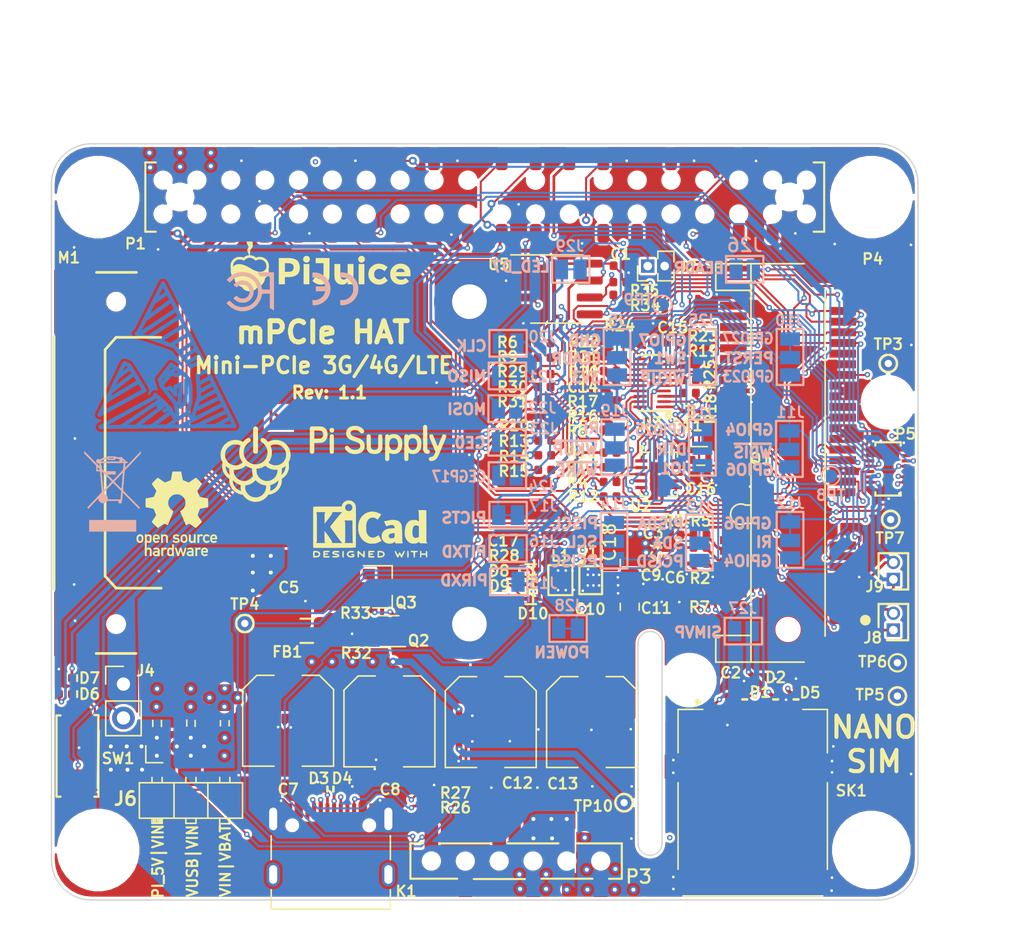
<source format=kicad_pcb>
(kicad_pcb (version 20171130) (host pcbnew "(5.1.5)-3")
  (layers (0 F.Cu signal) (1 In1.Cu mixed hide) (2 In2.Cu mixed) (31 B.Cu signal) (34 B.Paste user) (35 F.Paste user) (36 B.SilkS user) (37 F.SilkS user) (38 B.Mask user) (39 F.Mask user) (44 Edge.Cuts user))
  (net 0 "")
  (net 1 /SIMRST)
  (net 2 /SIMCLK)
  (net 3 /SIMIO)
  (net 4 "Net-(C15-Pad2)")
  (net 5 /~PERST~)
  (net 6 "Net-(D6-Pad2)")
  (net 7 /S_TX)
  (net 8 /PCIe_VS_EN)
  (net 9 "Net-(D8-Pad1)")
  (net 10 /VBAT)
  (net 11 "Net-(J2-Pad1)")
  (net 12 /~WAKE~/MIC1P)
  (net 13 /MIC1N)
  (net 14 /EAR1P)
  (net 15 /EAR1N)
  (net 16 /GPIO27)
  (net 17 /GPIO23)
  (net 18 /GPIO25)
  (net 19 /IO1)
  (net 20 /GPIO6)
  (net 21 /GPIO4)
  (net 22 /SDA)
  (net 23 /SMBD)
  (net 24 /SCL)
  (net 25 /SMBC)
  (net 26 /RXD)
  (net 27 /RPI_RXD)
  (net 28 /GPIO16)
  (net 29 "Net-(J20-Pad2)")
  (net 30 /CLK)
  (net 31 "Net-(J21-Pad2)")
  (net 32 /MISO)
  (net 33 "Net-(J22-Pad2)")
  (net 34 /MOSI)
  (net 35 "Net-(J23-Pad2)")
  (net 36 /CE0)
  (net 37 /CTS)
  (net 38 /SIMVPP)
  (net 39 "Net-(J27-Pad1)")
  (net 40 "Net-(K1-PadB5)")
  (net 41 "Net-(K1-PadA8)")
  (net 42 "Net-(K1-PadA5)")
  (net 43 "Net-(K1-PadB8)")
  (net 44 "Net-(L1-Pad1)")
  (net 45 "Net-(L1-Pad2)")
  (net 46 "Net-(P1-Pad12)")
  (net 47 "Net-(P1-Pad18)")
  (net 48 /U_RPI_port/ID_SCL)
  (net 49 "Net-(P1-Pad32)")
  (net 50 "Net-(P1-Pad38)")
  (net 51 "Net-(P1-Pad40)")
  (net 52 "Net-(P1-Pad15)")
  (net 53 /U_RPI_port/ID_SDA)
  (net 54 "Net-(P1-Pad29)")
  (net 55 "Net-(P1-Pad35)")
  (net 56 "Net-(P1-Pad37)")
  (net 57 "Net-(P3-Pad4)")
  (net 58 "Net-(P4-Pad6)")
  (net 59 "Net-(P4-Pad10)")
  (net 60 "Net-(P4-Pad12)")
  (net 61 "Net-(P4-Pad14)")
  (net 62 "Net-(P4-Pad24)")
  (net 63 "Net-(P4-Pad28)")
  (net 64 "Net-(P4-Pad42)")
  (net 65 /S_RI)
  (net 66 /S_DTR)
  (net 67 "Net-(P4-Pad48)")
  (net 68 /Q_RI/S_RX)
  (net 69 /Q_RX/S_CT)
  (net 70 /Q_TX/S_RT)
  (net 71 /Q_RT)
  (net 72 "Net-(P4-Pad33)")
  (net 73 "Net-(P4-Pad43)")
  (net 74 /PCM_CLK)
  (net 75 /PCM_DOUT)
  (net 76 /PCM_DIN)
  (net 77 /PCM_FS)
  (net 78 /RPI_TXD)
  (net 79 /TXD)
  (net 80 /GPIO17)
  (net 81 /RTS)
  (net 82 /B_RI)
  (net 83 "Net-(R18-Pad1)")
  (net 84 "Net-(R22-Pad2)")
  (net 85 "Net-(R23-Pad1)")
  (net 86 /Q_~OE~)
  (net 87 "Net-(U1-PadE2)")
  (net 88 "Net-(D7-Pad1)")
  (net 89 "Net-(D11-Pad2)")
  (net 90 /POWIN)
  (net 91 "Net-(Q2-Pad2)")
  (net 92 "Net-(Q2-Pad4)")
  (net 93 VIN)
  (net 94 PI_5V)
  (net 95 PCIe_VS)
  (net 96 "Net-(J4-Pad2)")
  (net 97 "Net-(J25-Pad1)")
  (net 98 /PISDA)
  (net 99 /PISCL)
  (net 100 "Net-(J29-Pad1)")
  (net 101 "Net-(J29-Pad2)")
  (net 102 GND)
  (net 103 USIM_VCC)
  (net 104 /D_P)
  (net 105 /D_N)
  (net 106 /DTR)
  (net 107 "Net-(J5-Pad2)")
  (net 108 /~WKUP~)
  (net 109 "Net-(J25-Pad2)")
  (net 110 "Net-(J10-Pad2)")
  (net 111 /~WDIS~)
  (net 112 /RI)
  (net 113 "Net-(J15-Pad1)")
  (net 114 "Net-(J16-Pad2)")
  (net 115 "Net-(J17-Pad2)")
  (net 116 /VBUS)
  (net 117 PI_3V3)
  (net 118 /VUSB)
  (module Resistor_SMD:R_0402_1005Metric (layer F.Cu) (at 160.68 81.435 180)
    (fp_text reference R35 (at -1.86 -0.64) (layer F.SilkS) (effects (font (size 0.8 0.75) (thickness 0.16))))
    (fp_text value 5K1)
    (pad 2 smd roundrect (at 0.485 0 180) (size 0.59 0.64) (layers F.Cu F.Paste F.Mask) (net 48 /U_RPI_port/ID_SCL))
    (pad 1 smd roundrect (at -0.485 0 180) (size 0.59 0.64) (layers F.Cu F.Paste F.Mask) (net 117 PI_3V3))
  )
  (module Resistor_SMD:R_0402_1005Metric (layer F.Cu) (at 160.68 82.385 180)
    (fp_text reference R34 (at -1.91 -0.79) (layer F.SilkS) (effects (font (size 0.8 0.8) (thickness 0.16))))
    (fp_text value 5K1)
    (pad 2 smd roundrect (at 0.485 0 180) (size 0.59 0.64) (layers F.Cu F.Paste F.Mask) (net 53 /U_RPI_port/ID_SDA))
    (pad 1 smd roundrect (at -0.485 0 180) (size 0.59 0.64) (layers F.Cu F.Paste F.Mask) (net 117 PI_3V3))
  )
  (module PiJuice_mPCIe_HAT_PcbLib:PinHeader_2x03_P2.54mm_Horizontal_SMD (layer F.Cu) (at 128.5 120.35 270)
    (fp_text reference J6 (at -0.15 4.9 unlocked) (layer F.SilkS) (effects (font (thickness 0.2))))
    (fp_text value ~)
    (pad 6 smd rect (at -7.73 -2.54 270) (size 2 1.27) (layers F.Cu F.Paste F.Mask) (net 10 /VBAT))
    (pad 5 smd rect (at -4.05 -2.54 270) (size 2 1.27) (layers F.Cu F.Paste F.Mask) (net 90 /POWIN))
    (pad 4 smd rect (at -7.73 0 270) (size 2 1.27) (layers F.Cu F.Paste F.Mask) (net 90 /POWIN))
    (pad 3 smd rect (at -4.05 0 270) (size 2 1.27) (layers F.Cu F.Paste F.Mask) (net 118 /VUSB))
    (pad 2 smd rect (at -7.73 2.54 270) (size 2 1.27) (layers F.Cu F.Paste F.Mask) (net 90 /POWIN))
    (pad 1 smd rect (at -4.05 2.54 270) (size 2 1.27) (layers F.Cu F.Paste F.Mask) (net 94 PI_5V))
    (pad 6 thru_hole circle (at -8.425 -2.55 270) (size 0.6 0.6) (drill 0.3) (layers *.Cu) (net 10 /VBAT))
    (pad 6 thru_hole circle (at -7.05 -2.525 270) (size 0.6 0.6) (drill 0.3) (layers *.Cu) (net 10 /VBAT))
    (pad 5 thru_hole circle (at -4.725 -2.55 270) (size 0.6 0.6) (drill 0.3) (layers *.Cu) (net 90 /POWIN))
    (pad 5 thru_hole circle (at -3.375 -2.525 270) (size 0.6 0.6) (drill 0.3) (layers *.Cu) (net 90 /POWIN))
    (pad 4 thru_hole circle (at -8.4 0 270) (size 0.6 0.6) (drill 0.3) (layers *.Cu) (net 90 /POWIN))
    (pad 4 thru_hole circle (at -7.05 0.025 270) (size 0.6 0.6) (drill 0.3) (layers *.Cu) (net 90 /POWIN))
    (pad 3 thru_hole circle (at -4.725 0 270) (size 0.6 0.6) (drill 0.3) (layers *.Cu) (net 118 /VUSB))
    (pad 3 thru_hole circle (at -3.375 0 270) (size 0.6 0.6) (drill 0.3) (layers *.Cu) (net 118 /VUSB))
    (pad 2 thru_hole circle (at -8.4 2.525 270) (size 0.6 0.6) (drill 0.3) (layers *.Cu) (net 90 /POWIN))
    (pad 2 thru_hole circle (at -7.05 2.575 270) (size 0.6 0.6) (drill 0.3) (layers *.Cu) (net 90 /POWIN))
    (pad 1 thru_hole circle (at -4.725 2.55 270) (size 0.6 0.6) (drill 0.3) (layers *.Cu) (net 94 PI_5V))
    (pad 1 thru_hole circle (at -3.375 2.55 270) (size 0.6 0.6) (drill 0.3) (layers *.Cu) (net 94 PI_5V))
  )
  (module PiJuice_mPCIe_HAT_PcbLib:oshw (layer F.Cu) (at 127.45 98.825)
    (fp_text reference LG7 hide)
    (fp_text value Logo_Open_Hardware_Small hide)
  )
  (module PiJuice_mPCIe_HAT_PcbLib:KiCad (layer F.Cu) (at 141.89 99.975)
    (fp_text reference LG8 hide)
    (fp_text value KiCad hide)
  )
  (module PiJuice_mPCIe_HAT_PcbLib:TE_1775838-2 (layer F.Cu) (at 173.3 95 90)
    (fp_text reference P4 (at 15.3 6.35 unlocked) (layer F.SilkS) (effects (font (size 0.8 0.8) (thickness 0.16))))
    (fp_text value ~)
    (pad SH2 thru_hole circle (at 12.1 -23.9 90) (size 5.3 5.3) (drill 2.6) (layers *.Cu *.Mask) (net 102 GND) (clearance 0.1))
    (pad SH1 thru_hole circle (at -12.1 -23.9 90) (size 5.3 5.3) (drill 2.6) (layers *.Cu *.Mask) (net 102 GND))
    (pad None np_thru_hole circle (at 12.5 0 90) (size 1.1 1.1) (drill 1.1) (layers *.Cu *.Mask))
    (pad None np_thru_hole circle (at -12.5 0 90) (size 1.6 1.6) (drill 1.6) (layers *.Cu *.Mask))
    (pad SH2 smd rect (at 14.65 3.5 90) (size 2.3 3.2) (layers F.Cu F.Paste F.Mask) (net 102 GND))
    (pad SH1 smd rect (at -14.65 3.5 90) (size 2.3 3.2) (layers F.Cu F.Paste F.Mask) (net 102 GND))
    (pad 51 smd rect (at 11.4 4.1 90) (size 0.6 2) (layers F.Cu F.Paste F.Mask) (net 77 /PCM_FS))
    (pad 49 smd rect (at 10.6 4.1 90) (size 0.6 2) (layers F.Cu F.Paste F.Mask) (net 76 /PCM_DIN))
    (pad 47 smd rect (at 9.8 4.1 90) (size 0.6 2) (layers F.Cu F.Paste F.Mask) (net 75 /PCM_DOUT))
    (pad 45 smd rect (at 9 4.1 90) (size 0.6 2) (layers F.Cu F.Paste F.Mask) (net 74 /PCM_CLK))
    (pad 43 smd rect (at 8.2 4.1 90) (size 0.6 2) (layers F.Cu F.Paste F.Mask) (net 73 "Net-(P4-Pad43)"))
    (pad 41 smd rect (at 7.4 4.1 90) (size 0.6 2) (layers F.Cu F.Paste F.Mask) (net 95 PCIe_VS))
    (pad 39 smd rect (at 6.6 4.1 90) (size 0.6 2) (layers F.Cu F.Paste F.Mask) (net 95 PCIe_VS))
    (pad 37 smd rect (at 5.8 4.1 90) (size 0.6 2) (layers F.Cu F.Paste F.Mask) (net 102 GND))
    (pad 35 smd rect (at 5 4.1 90) (size 0.6 2) (layers F.Cu F.Paste F.Mask) (net 102 GND))
    (pad 33 smd rect (at 4.2 4.1 90) (size 0.6 2) (layers F.Cu F.Paste F.Mask) (net 72 "Net-(P4-Pad33)"))
    (pad 31 smd rect (at 3.4 4.1 90) (size 0.6 2) (layers F.Cu F.Paste F.Mask) (net 106 /DTR))
    (pad 29 smd rect (at 2.6 4.1 90) (size 0.6 2) (layers F.Cu F.Paste F.Mask) (net 102 GND))
    (pad 27 smd rect (at 1.8 4.1 90) (size 0.6 2) (layers F.Cu F.Paste F.Mask) (net 102 GND))
    (pad 25 smd rect (at 1 4.1 90) (size 0.6 2) (layers F.Cu F.Paste F.Mask) (net 71 /Q_RT))
    (pad 23 smd rect (at 0.2 4.1 90) (size 0.6 2) (layers F.Cu F.Paste F.Mask) (net 37 /CTS))
    (pad 21 smd rect (at -0.6 4.1 90) (size 0.6 2) (layers F.Cu F.Paste F.Mask) (net 102 GND))
    (pad 19 smd rect (at -1.4 4.1 90) (size 0.6 2) (layers F.Cu F.Paste F.Mask) (net 7 /S_TX))
    (pad 15 smd rect (at -6.2 4.1 90) (size 0.6 2) (layers F.Cu F.Paste F.Mask) (net 102 GND))
    (pad 13 smd rect (at -7 4.1 90) (size 0.6 2) (layers F.Cu F.Paste F.Mask) (net 70 /Q_TX/S_RT))
    (pad 11 smd rect (at -7.8 4.1 90) (size 0.6 2) (layers F.Cu F.Paste F.Mask) (net 69 /Q_RX/S_CT))
    (pad 9 smd rect (at -8.6 4.1 90) (size 0.6 2) (layers F.Cu F.Paste F.Mask) (net 102 GND))
    (pad 7 smd rect (at -9.4 4.1 90) (size 0.6 2) (layers F.Cu F.Paste F.Mask) (net 15 /EAR1N))
    (pad 5 smd rect (at -10.2 4.1 90) (size 0.6 2) (layers F.Cu F.Paste F.Mask) (net 14 /EAR1P))
    (pad 3 smd rect (at -11 4.1 90) (size 0.6 2) (layers F.Cu F.Paste F.Mask) (net 13 /MIC1N))
    (pad 1 smd rect (at -11.8 4.1 90) (size 0.6 2) (layers F.Cu F.Paste F.Mask) (net 12 /~WAKE~/MIC1P))
    (pad 17 smd rect (at -2.2 4.075 90) (size 0.6 1.95) (layers F.Cu F.Paste F.Mask) (net 68 /Q_RI/S_RX))
    (pad 52 smd rect (at 11.8 -4.1 90) (size 0.6 2) (layers F.Cu F.Paste F.Mask) (net 95 PCIe_VS))
    (pad 50 smd rect (at 11 -4.1 90) (size 0.6 2) (layers F.Cu F.Paste F.Mask) (net 102 GND))
    (pad 48 smd rect (at 10.2 -4.1 90) (size 0.6 2) (layers F.Cu F.Paste F.Mask) (net 67 "Net-(P4-Pad48)"))
    (pad 46 smd rect (at 9.4 -4.1 90) (size 0.6 2) (layers F.Cu F.Paste F.Mask) (net 66 /S_DTR))
    (pad 44 smd rect (at 8.6 -4.1 90) (size 0.6 2) (layers F.Cu F.Paste F.Mask) (net 65 /S_RI))
    (pad 42 smd rect (at 7.8 -4.1 90) (size 0.6 2) (layers F.Cu F.Paste F.Mask) (net 64 "Net-(P4-Pad42)"))
    (pad 40 smd rect (at 7 -4.1 90) (size 0.6 2) (layers F.Cu F.Paste F.Mask) (net 102 GND))
    (pad 38 smd rect (at 6.2 -4.1 90) (size 0.6 2) (layers F.Cu F.Paste F.Mask) (net 104 /D_P))
    (pad 36 smd rect (at 5.4 -4.1 90) (size 0.6 2) (layers F.Cu F.Paste F.Mask) (net 105 /D_N))
    (pad 34 smd rect (at 4.6 -4.1 90) (size 0.6 2) (layers F.Cu F.Paste F.Mask) (net 102 GND))
    (pad 32 smd rect (at 3.8 -4.1 90) (size 0.6 2) (layers F.Cu F.Paste F.Mask) (net 23 /SMBD))
    (pad 30 smd rect (at 3 -4.1 90) (size 0.6 2) (layers F.Cu F.Paste F.Mask) (net 25 /SMBC))
    (pad 28 smd rect (at 2.2 -4.1 90) (size 0.6 2) (layers F.Cu F.Paste F.Mask) (net 63 "Net-(P4-Pad28)"))
    (pad 26 smd rect (at 1.4 -4.1 90) (size 0.6 2) (layers F.Cu F.Paste F.Mask) (net 102 GND))
    (pad 24 smd rect (at 0.6 -4.1 90) (size 0.6 2) (layers F.Cu F.Paste F.Mask) (net 62 "Net-(P4-Pad24)"))
    (pad 22 smd rect (at -0.2 -4.1 90) (size 0.6 2) (layers F.Cu F.Paste F.Mask) (net 5 /~PERST~))
    (pad 20 smd rect (at -1 -4.1 90) (size 0.6 2) (layers F.Cu F.Paste F.Mask) (net 111 /~WDIS~))
    (pad 16 smd rect (at -5.8 -4.1 90) (size 0.6 2) (layers F.Cu F.Paste F.Mask) (net 39 "Net-(J27-Pad1)"))
    (pad 14 smd rect (at -6.6 -4.1 90) (size 0.6 2) (layers F.Cu F.Paste F.Mask) (net 61 "Net-(P4-Pad14)"))
    (pad 12 smd rect (at -7.4 -4.1 90) (size 0.6 2) (layers F.Cu F.Paste F.Mask) (net 60 "Net-(P4-Pad12)"))
    (pad 10 smd rect (at -8.2 -4.1 90) (size 0.6 2) (layers F.Cu F.Paste F.Mask) (net 59 "Net-(P4-Pad10)"))
    (pad 8 smd rect (at -9 -4.1 90) (size 0.6 2) (layers F.Cu F.Paste F.Mask) (net 103 USIM_VCC))
    (pad 6 smd rect (at -9.8 -4.1 90) (size 0.6 2) (layers F.Cu F.Paste F.Mask) (net 58 "Net-(P4-Pad6)"))
    (pad 4 smd rect (at -10.6 -4.1 90) (size 0.6 2) (layers F.Cu F.Paste F.Mask) (net 102 GND))
    (pad 2 smd rect (at -11.4 -4.1 90) (size 0.6 2) (layers F.Cu F.Paste F.Mask) (net 95 PCIe_VS))
    (pad 18 smd rect (at -1.8 -4.1 90) (size 0.6 2) (layers F.Cu F.Paste F.Mask) (net 102 GND))
  )
  (module PiJuice_mPCIe_HAT_PcbLib:PinHeader_1x02_P1.27mm_Vertical (layer F.Cu) (at 181.2 107.55 180)
    (fp_text reference J8 (at 1.55 -0.575 unlocked) (layer F.SilkS) (effects (font (size 0.8 0.8) (thickness 0.16))))
    (fp_text value ~)
    (pad 1 thru_hole rect (at 0 0 180) (size 1 1) (drill 0.65) (layers *.Cu *.Mask) (net 12 /~WAKE~/MIC1P))
    (pad 2 thru_hole oval (at 0 1.27 180) (size 1 1) (drill 0.65) (layers *.Cu *.Mask) (net 13 /MIC1N))
  )
  (module PiJuice_mPCIe_HAT_PcbLib:PinHeader_1x02_P1.27mm_Vertical (layer F.Cu) (at 181.2 103.74 180)
    (fp_text reference J9 (at 1.4 -0.535 unlocked) (layer F.SilkS) (effects (font (size 0.8 0.8) (thickness 0.16))))
    (fp_text value ~)
    (pad 2 thru_hole oval (at 0 1.27 180) (size 1 1) (drill 0.65) (layers *.Cu *.Mask) (net 15 /EAR1N))
    (pad 1 thru_hole rect (at 0 0 180) (size 1 1) (drill 0.65) (layers *.Cu *.Mask) (net 14 /EAR1P))
  )
  (module PiJuice_mPCIe_HAT_PcbLib:TestPoint_THTPad_D1.1mm_Drill0.55mm (layer F.Cu) (at 181 99.25)
    (fp_text reference TP7 (at -0.05 1.4) (layer F.SilkS) (effects (font (size 0.8 0.8) (thickness 0.16))))
    (fp_text value ~)
    (pad 1 thru_hole circle (at 0 0) (size 1.1 1.1) (drill 0.55) (layers *.Cu *.Mask) (net 7 /S_TX))
  )
  (module Resistor_SMD:R_0402_1005Metric (layer F.Cu) (at 155.05 92.2)
    (fp_text reference R10 (at -2.3 0 unlocked) (layer F.SilkS) (effects (font (size 0.8 0.8) (thickness 0.16))))
    (fp_text value 220R)
    (pad 2 smd roundrect (at 0.485 0) (size 0.59 0.64) (layers F.Cu F.Paste F.Mask) (net 76 /PCM_DIN))
    (pad 1 smd roundrect (at -0.485 0) (size 0.59 0.64) (layers F.Cu F.Paste F.Mask) (net 33 "Net-(J22-Pad2)"))
  )
  (module MountingHole:MountingHole_2.1mm (layer F.Cu) (at 180.8 90.45)
    (fp_text reference H5 hide)
    (fp_text value MountingHole)
    (pad "" np_thru_hole circle (at 0 0) (size 2.1 2.1) (drill 2.1) (layers *.Cu *.Mask) (clearance 1))
  )
  (module MountingHole:MountingHole_2.1mm (layer F.Cu) (at 165.9 111.3)
    (fp_text reference H6 hide)
    (fp_text value MountingHole)
    (pad "" np_thru_hole circle (at 0 0) (size 2.1 2.1) (drill 2.1) (layers *.Cu *.Mask) (clearance 1))
  )
  (module Package_SON:USON-20_2x4mm_P0.4mm (layer F.Cu) (at 163.1 89 180)
    (fp_text reference U3 (at 0 -3 unlocked) (layer F.SilkS) (effects (font (size 0.8 0.8) (thickness 0.16))))
    (fp_text value ~)
    (pad 20 smd rect (at 0.9 -1.8 90) (size 0.2 1) (layers F.Cu F.Paste F.Mask) (net 79 /TXD))
    (pad 19 smd rect (at 0.9 -1.4 90) (size 0.2 1) (layers F.Cu F.Paste F.Mask) (net 26 /RXD))
    (pad 18 smd rect (at 0.9 -1 90) (size 0.2 1) (layers F.Cu F.Paste F.Mask) (net 81 /RTS))
    (pad 17 smd rect (at 0.9 -0.6 90) (size 0.2 1) (layers F.Cu F.Paste F.Mask) (net 37 /CTS))
    (pad 16 smd rect (at 0.9 -0.2 90) (size 0.2 1) (layers F.Cu F.Paste F.Mask) (net 117 PI_3V3))
    (pad 15 smd rect (at 0.9 0.2 90) (size 0.2 1) (layers F.Cu F.Paste F.Mask) (net 102 GND))
    (pad 14 smd rect (at 0.9 0.6 90) (size 0.2 1) (layers F.Cu F.Paste F.Mask) (net 82 /B_RI))
    (pad 13 smd rect (at 0.9 1 90) (size 0.2 1) (layers F.Cu F.Paste F.Mask) (net 106 /DTR))
    (pad 12 smd rect (at 0.9 1.4 90) (size 0.2 1) (layers F.Cu F.Paste F.Mask) (net 84 "Net-(R22-Pad2)"))
    (pad 11 smd rect (at 0.9 1.8 90) (size 0.2 1) (layers F.Cu F.Paste F.Mask) (net 86 /Q_~OE~))
    (pad 10 smd rect (at -0.9 1.8 90) (size 0.2 1) (layers F.Cu F.Paste F.Mask) (net 4 "Net-(C15-Pad2)"))
    (pad 9 smd rect (at -0.9 1.4 90) (size 0.2 1) (layers F.Cu F.Paste F.Mask) (net 85 "Net-(R23-Pad1)"))
    (pad 8 smd rect (at -0.9 1 90) (size 0.2 1) (layers F.Cu F.Paste F.Mask) (net 66 /S_DTR))
    (pad 7 smd rect (at -0.9 0.6 90) (size 0.2 1) (layers F.Cu F.Paste F.Mask) (net 65 /S_RI))
    (pad 6 smd rect (at -0.9 0.2 90) (size 0.2 1) (layers F.Cu F.Paste F.Mask) (net 4 "Net-(C15-Pad2)"))
    (pad 5 smd rect (at -0.9 -0.2 90) (size 0.2 1) (layers F.Cu F.Paste F.Mask) (net 4 "Net-(C15-Pad2)"))
    (pad 4 smd rect (at -0.9 -0.6 90) (size 0.2 1) (layers F.Cu F.Paste F.Mask) (net 69 /Q_RX/S_CT))
    (pad 3 smd rect (at -0.9 -1 90) (size 0.2 1) (layers F.Cu F.Paste F.Mask) (net 83 "Net-(R18-Pad1)"))
    (pad 2 smd rect (at -0.9 -1.4 90) (size 0.2 1) (layers F.Cu F.Paste F.Mask) (net 68 /Q_RI/S_RX))
    (pad 1 smd rect (at -0.85 -1.8 90) (size 0.2 1.1) (layers F.Cu F.Paste F.Mask) (net 7 /S_TX))
  )
  (module Capacitor_SMD:C_0402_1005Metric (layer F.Cu) (at 159.925 103.175 90)
    (fp_text reference C18 (at 2.225 -0.05 270) (layer F.SilkS))
    (fp_text value 100nF)
    (pad 2 smd roundrect (at 0.485 0 90) (size 0.59 0.64) (layers F.Cu F.Paste F.Mask) (net 93 VIN))
    (pad 1 smd roundrect (at -0.485 0 90) (size 0.59 0.64) (layers F.Cu F.Paste F.Mask) (net 102 GND))
  )
  (module Capacitor_SMD:C_0402_1005Metric (layer F.Cu) (at 159.925 104.95 90)
    (fp_text reference C10 (at -1.025 -1.475 180) (layer F.SilkS) (effects (font (size 0.8 0.8) (thickness 0.16))))
    (fp_text value 100nF)
    (pad 2 smd roundrect (at 0.485 0 90) (size 0.59 0.64) (layers F.Cu F.Paste F.Mask) (net 102 GND))
    (pad 1 smd roundrect (at -0.485 0 90) (size 0.59 0.64) (layers F.Cu F.Paste F.Mask) (net 95 PCIe_VS))
  )
  (module Capacitor_SMD:C_0805_2012Metric (layer F.Cu) (at 161.425 102.5 270)
    (fp_text reference C9 (at 0.925 -1.6 180) (layer F.SilkS) (effects (font (size 0.8 0.8) (thickness 0.16))))
    (fp_text value 47uF)
    (pad 2 smd roundrect (at 0.9375 0 270) (size 0.975 1.4) (layers F.Cu F.Paste F.Mask) (net 102 GND))
    (pad 1 smd roundrect (at -0.9375 0 270) (size 0.975 1.4) (layers F.Cu F.Paste F.Mask) (net 93 VIN))
  )
  (module PiJuice_mPCIe_HAT_PcbLib:BGA20N40P4X5_199X194X60N (layer F.Cu) (at 158.5 103.8)
    (fp_text reference U1 (at -0.25 -2.15) (layer F.SilkS) (effects (font (size 0.8 0.8) (thickness 0.16))))
    (fp_text value ~)
    (pad A1 smd circle (at -0.6 -0.8) (size 0.215 0.215) (layers F.Cu F.Paste F.Mask) (net 93 VIN))
    (pad A2 smd circle (at -0.2 -0.8) (size 0.215 0.215) (layers F.Cu F.Paste F.Mask) (net 8 /PCIe_VS_EN))
    (pad A3 smd circle (at 0.2 -0.8) (size 0.215 0.215) (layers F.Cu F.Paste F.Mask) (net 93 VIN))
    (pad A4 smd circle (at 0.6 -0.8) (size 0.215 0.215) (layers F.Cu F.Paste F.Mask) (net 93 VIN))
    (pad B1 smd circle (at -0.6 -0.4) (size 0.215 0.215) (layers F.Cu F.Paste F.Mask) (net 102 GND))
    (pad C1 smd circle (at -0.6 0) (size 0.215 0.215) (layers F.Cu F.Paste F.Mask) (net 102 GND))
    (pad D1 smd circle (at -0.6 0.4) (size 0.215 0.215) (layers F.Cu F.Paste F.Mask) (net 102 GND))
    (pad E1 smd circle (at -0.6 0.8) (size 0.215 0.215) (layers F.Cu F.Paste F.Mask) (net 102 GND))
    (pad B2 smd circle (at -0.2 -0.4) (size 0.215 0.215) (layers F.Cu F.Paste F.Mask) (net 24 /SCL))
    (pad B3 smd circle (at 0.2 -0.4) (size 0.215 0.215) (layers F.Cu F.Paste F.Mask) (net 45 "Net-(L1-Pad2)"))
    (pad B4 smd circle (at 0.6 -0.4) (size 0.215 0.215) (layers F.Cu F.Paste F.Mask) (net 45 "Net-(L1-Pad2)"))
    (pad C2 smd circle (at -0.2 0) (size 0.215 0.215) (layers F.Cu F.Paste F.Mask) (net 102 GND))
    (pad C3 smd circle (at 0.2 0) (size 0.215 0.215) (layers F.Cu F.Paste F.Mask) (net 102 GND))
    (pad C4 smd circle (at 0.6 0) (size 0.215 0.215) (layers F.Cu F.Paste F.Mask) (net 102 GND))
    (pad D2 smd circle (at -0.2 0.4) (size 0.215 0.215) (layers F.Cu F.Paste F.Mask) (net 22 /SDA))
    (pad D3 smd circle (at 0.2 0.4) (size 0.215 0.215) (layers F.Cu F.Paste F.Mask) (net 44 "Net-(L1-Pad1)"))
    (pad D4 smd circle (at 0.6 0.4) (size 0.215 0.215) (layers F.Cu F.Paste F.Mask) (net 44 "Net-(L1-Pad1)"))
    (pad E2 smd circle (at -0.2 0.8) (size 0.215 0.215) (layers F.Cu F.Paste F.Mask) (net 87 "Net-(U1-PadE2)"))
    (pad E3 smd circle (at 0.2 0.8) (size 0.215 0.215) (layers F.Cu F.Paste F.Mask) (net 95 PCIe_VS))
    (pad E4 smd circle (at 0.6 0.8) (size 0.215 0.215) (layers F.Cu F.Paste F.Mask) (net 95 PCIe_VS))
  )
  (module Capacitor_SMD:C_0402_1005Metric (layer F.Cu) (at 153.975 100.925)
    (fp_text reference C17 (at -2.035 -0.08) (layer F.SilkS) (effects (font (size 0.8 0.8) (thickness 0.16))))
    (fp_text value 100nF)
    (pad 2 smd roundrect (at 0.485 0) (size 0.59 0.64) (layers F.Cu F.Paste F.Mask) (net 8 /PCIe_VS_EN))
    (pad 1 smd roundrect (at -0.485 0) (size 0.59 0.64) (layers F.Cu F.Paste F.Mask) (net 102 GND))
  )
  (module PiJuice_mPCIe_HAT_PcbLib:SolderJumper-3_P1.3mm_Bridged12_Pad1x2.2mm_NumberLabels (layer B.Cu) (at 173.45 87.1 270)
    (fp_text reference J10 (at -2.8 0.05) (layer B.SilkS) (effects (font (size 0.8 0.8) (thickness 0.16)) (justify mirror)))
    (fp_text value ~)
    (fp_poly (pts (xy -0.95 0.075) (xy -0.45 0.075) (xy -0.45 -0.075) (xy -0.95 -0.075)) (layer B.Cu) (width 0))
    (pad 1 smd rect (at -1.4 0 270) (size 1 1.5) (layers B.Cu B.Mask) (net 16 /GPIO27))
    (pad 3 smd rect (at 1.3 0 270) (size 1 1.5) (layers B.Cu B.Mask) (net 17 /GPIO23))
    (pad 2 smd rect (at 0 0 270) (size 1 1.5) (layers B.Cu B.Mask) (net 110 "Net-(J10-Pad2)"))
  )
  (module PiJuice_mPCIe_HAT_PcbLib:SolderJumper-2_P1.3mm_Bridged_Pad1.0x1.5mm (layer B.Cu) (at 157 80.475 180)
    (fp_text reference J29 (at 0.075 1.75) (layer B.SilkS) (effects (font (size 0.8 0.8) (thickness 0.16)) (justify mirror)))
    (fp_text value ~)
    (fp_poly (pts (xy -0.25 0.075) (xy 0.25 0.075) (xy 0.25 -0.075) (xy -0.25 -0.075)) (layer B.Cu) (width 0))
    (pad 1 smd rect (at -0.7 0 180) (size 1 1.5) (layers B.Cu B.Mask) (net 100 "Net-(J29-Pad1)"))
    (pad 2 smd rect (at 0.7 0 180) (size 1 1.5) (layers B.Cu B.Mask) (net 101 "Net-(J29-Pad2)"))
  )
  (module PiJuice_mPCIe_HAT_PcbLib:SolderJumper-2_P1.3mm_Bridged_Pad1.0x1.5mm (layer B.Cu) (at 156.8 107.425 180)
    (fp_text reference J28 (at -0.05 1.725) (layer B.SilkS) (effects (font (size 0.8 0.8) (thickness 0.16)) (justify mirror)))
    (fp_text value ~)
    (fp_poly (pts (xy -0.25 0.075) (xy 0.25 0.075) (xy 0.25 -0.075) (xy -0.25 -0.075)) (layer B.Cu) (width 0))
    (pad 2 smd rect (at 0.7 0 180) (size 1 1.5) (layers B.Cu B.Mask) (net 9 "Net-(D8-Pad1)"))
    (pad 1 smd rect (at -0.7 0 180) (size 1 1.5) (layers B.Cu B.Mask) (net 93 VIN))
  )
  (module PiJuice_mPCIe_HAT_PcbLib:SolderJumper-2_P1.3mm_Bridged_Pad1.0x1.5mm (layer B.Cu) (at 152.35 103.925 180)
    (fp_text reference J16 (at -2.575 3.05) (layer B.SilkS) (effects (font (size 0.8 0.8) (thickness 0.16)) (justify mirror)))
    (fp_text value ~)
    (fp_poly (pts (xy -0.25 0.075) (xy 0.25 0.075) (xy 0.25 -0.075) (xy -0.25 -0.075)) (layer B.Cu) (width 0))
    (pad 1 smd rect (at -0.7 0 180) (size 1 1.5) (layers B.Cu B.Mask) (net 27 /RPI_RXD))
    (pad 2 smd rect (at 0.7 0 180) (size 1 1.5) (layers B.Cu B.Mask) (net 114 "Net-(J16-Pad2)"))
  )
  (module PiJuice_mPCIe_HAT_PcbLib:SolderJumper-2_P1.3mm_Bridged_Pad1.0x1.5mm (layer B.Cu) (at 152.3 101.425 180)
    (fp_text reference J15 (at -2.625 -2.6) (layer B.SilkS) (effects (font (size 0.8 0.8) (thickness 0.16)) (justify mirror)))
    (fp_text value ~)
    (fp_poly (pts (xy -0.25 0.075) (xy 0.25 0.075) (xy 0.25 -0.075) (xy -0.25 -0.075)) (layer B.Cu) (width 0))
    (pad 1 smd rect (at -0.7 0 180) (size 1 1.5) (layers B.Cu B.Mask) (net 113 "Net-(J15-Pad1)"))
    (pad 2 smd rect (at 0.7 0 180) (size 1 1.5) (layers B.Cu B.Mask) (net 26 /RXD))
  )
  (module PiJuice_mPCIe_HAT_PcbLib:SolderJumper-2_P1.3mm_Bridged_Pad1.0x1.5mm (layer B.Cu) (at 152.3 98.925)
    (fp_text reference J17 (at 2.65 -0.7) (layer B.SilkS) (effects (font (size 0.8 0.8) (thickness 0.16)) (justify mirror)))
    (fp_text value ~)
    (fp_poly (pts (xy -0.25 0.075) (xy 0.25 0.075) (xy 0.25 -0.075) (xy -0.25 -0.075)) (layer B.Cu) (width 0))
    (pad 1 smd rect (at -0.7 0) (size 1 1.5) (layers B.Cu B.Mask) (net 28 /GPIO16))
    (pad 2 smd rect (at 0.7 0) (size 1 1.5) (layers B.Cu B.Mask) (net 115 "Net-(J17-Pad2)"))
  )
  (module PiJuice_mPCIe_HAT_PcbLib:SolderJumper-3_P1.3mm_Bridged12_Pad1x2.2mm_NumberLabels (layer B.Cu) (at 173.45 100.825 270)
    (fp_text reference J12 (at -2.8 -0.025) (layer B.SilkS) (effects (font (size 0.8 0.8) (thickness 0.16)) (justify mirror)))
    (fp_text value ~)
    (fp_poly (pts (xy -0.95 0.075) (xy -0.45 0.075) (xy -0.45 -0.075) (xy -0.95 -0.075)) (layer B.Cu) (width 0))
    (pad 1 smd rect (at -1.4 0 270) (size 1 1.5) (layers B.Cu B.Mask) (net 20 /GPIO6))
    (pad 3 smd rect (at 1.3 0 270) (size 1 1.5) (layers B.Cu B.Mask) (net 21 /GPIO4))
    (pad 2 smd rect (at 0 0 270) (size 1 1.5) (layers B.Cu B.Mask) (net 112 /RI))
  )
  (module PiJuice_mPCIe_HAT_PcbLib:SolderJumper-3_P1.3mm_Bridged12_Pad1x2.2mm_NumberLabels (layer B.Cu) (at 166.65 101.025 270)
    (fp_text reference J13 (at -2.8 -0.025) (layer B.SilkS) (effects (font (size 0.8 0.8) (thickness 0.16)) (justify mirror)))
    (fp_text value ~)
    (fp_poly (pts (xy -0.95 0.075) (xy -0.45 0.075) (xy -0.45 -0.075) (xy -0.95 -0.075)) (layer B.Cu) (width 0))
    (pad 1 smd rect (at -1.4 0 270) (size 1 1.5) (layers B.Cu B.Mask) (net 98 /PISDA))
    (pad 3 smd rect (at 1.3 0 270) (size 1 1.5) (layers B.Cu B.Mask) (net 23 /SMBD))
    (pad 2 smd rect (at 0 0 270) (size 1 1.5) (layers B.Cu B.Mask) (net 22 /SDA))
  )
  (module PiJuice_mPCIe_HAT_PcbLib:SolderJumper-3_P1.3mm_Bridged12_Pad1x2.2mm_NumberLabels (layer B.Cu) (at 160.25 100.875 270)
    (fp_text reference J14 (at -2.8 -0.025) (layer B.SilkS) (effects (font (size 0.8 0.8) (thickness 0.16)) (justify mirror)))
    (fp_text value ~)
    (fp_poly (pts (xy -0.95 0.075) (xy -0.45 0.075) (xy -0.45 -0.075) (xy -0.95 -0.075)) (layer B.Cu) (width 0))
    (pad 1 smd rect (at -1.4 0 270) (size 1 1.5) (layers B.Cu B.Mask) (net 99 /PISCL))
    (pad 3 smd rect (at 1.3 0 270) (size 1 1.5) (layers B.Cu B.Mask) (net 25 /SMBC))
    (pad 2 smd rect (at 0 0 270) (size 1 1.5) (layers B.Cu B.Mask) (net 24 /SCL))
  )
  (module PiJuice_mPCIe_HAT_PcbLib:SolderJumper-3_P1.3mm_Bridged12_Pad1x2.2mm_NumberLabels (layer B.Cu) (at 173.4 94 270)
    (fp_text reference J11 (at -2.8 -0.075) (layer B.SilkS) (effects (font (size 0.8 0.8) (thickness 0.16)) (justify mirror)))
    (fp_text value ~)
    (fp_poly (pts (xy -0.95 0.075) (xy -0.45 0.075) (xy -0.45 -0.075) (xy -0.95 -0.075)) (layer B.Cu) (width 0))
    (pad 1 smd rect (at -1.4 0 270) (size 1 1.5) (layers B.Cu B.Mask) (net 21 /GPIO4))
    (pad 3 smd rect (at 1.3 0 270) (size 1 1.5) (layers B.Cu B.Mask) (net 20 /GPIO6))
    (pad 2 smd rect (at 0 0 270) (size 1 1.5) (layers B.Cu B.Mask) (net 111 /~WDIS~))
  )
  (module PiJuice_mPCIe_HAT_PcbLib:SolderJumper-3_P1.3mm_Bridged12_Pad1x2.2mm_NumberLabels (layer B.Cu) (at 166.875 93.9 270)
    (fp_text reference J18 (at -2.775 0.125) (layer B.SilkS) (effects (font (size 0.8 0.8) (thickness 0.16)) (justify mirror)))
    (fp_text value ~)
    (fp_poly (pts (xy -0.95 0.075) (xy -0.45 0.075) (xy -0.45 -0.075) (xy -0.95 -0.075)) (layer B.Cu) (width 0))
    (pad 1 smd rect (at -1.4 0 270) (size 1 1.5) (layers B.Cu B.Mask) (net 18 /GPIO25))
    (pad 3 smd rect (at 1.3 0 270) (size 1 1.5) (layers B.Cu B.Mask) (net 19 /IO1))
    (pad 2 smd rect (at 0 0 270) (size 1 1.5) (layers B.Cu B.Mask) (net 106 /DTR))
  )
  (module PiJuice_mPCIe_HAT_PcbLib:SolderJumper-3_P1.3mm_Bridged12_Pad1x2.2mm_NumberLabels (layer B.Cu) (at 160.475 87.1 270)
    (fp_text reference J5 (at -2.8 0) (layer B.SilkS) (effects (font (size 0.8 0.8) (thickness 0.16)) (justify mirror)))
    (fp_text value jumper)
    (fp_poly (pts (xy -0.95 0.075) (xy -0.45 0.075) (xy -0.45 -0.075) (xy -0.95 -0.075)) (layer B.Cu) (width 0))
    (pad 1 smd rect (at -1.4 0 270) (size 1 1.5) (layers B.Cu B.Mask) (net 102 GND))
    (pad 3 smd rect (at 1.3 0 270) (size 1 1.5) (layers B.Cu B.Mask) (net 117 PI_3V3))
    (pad 2 smd rect (at 0 0 270) (size 1 1.5) (layers B.Cu B.Mask) (net 107 "Net-(J5-Pad2)"))
  )
  (module PiJuice_mPCIe_HAT_PcbLib:SolderJumper-3_P1.3mm_Bridged12_Pad1x2.2mm_NumberLabels (layer B.Cu) (at 160.3 93.875 270)
    (fp_text reference J19 (at -2.8 0) (layer B.SilkS) (effects (font (size 0.8 0.8) (thickness 0.16)) (justify mirror)))
    (fp_text value ~)
    (fp_poly (pts (xy -0.95 0.075) (xy -0.45 0.075) (xy -0.45 -0.075) (xy -0.95 -0.075)) (layer B.Cu) (width 0))
    (pad 1 smd rect (at -1.4 0 270) (size 1 1.5) (layers B.Cu B.Mask) (net 112 /RI))
    (pad 3 smd rect (at 1.3 0 270) (size 1 1.5) (layers B.Cu B.Mask) (net 12 /~WAKE~/MIC1P))
    (pad 2 smd rect (at 0 0 270) (size 1 1.5) (layers B.Cu B.Mask) (net 108 /~WKUP~))
  )
  (module PiJuice_mPCIe_HAT_PcbLib:SolderJumper-3_P1.3mm_Bridged12_Pad1x2.2mm_NumberLabels (layer B.Cu) (at 166.9 87.1 270)
    (fp_text reference J25 (at -2.8 0.025 180) (layer B.SilkS) (effects (font (size 0.8 0.8) (thickness 0.17)) (justify mirror)))
    (fp_text value jumper hide)
    (fp_poly (pts (xy -0.95 0.075) (xy -0.45 0.075) (xy -0.45 -0.075) (xy -0.95 -0.075)) (layer B.Cu) (width 0))
    (pad 1 smd rect (at -1.4 0 270) (size 1 1.5) (layers B.Cu B.Mask) (net 97 "Net-(J25-Pad1)"))
    (pad 3 smd rect (at 1.3 0 270) (size 1 1.5) (layers B.Cu B.Mask) (net 108 /~WKUP~))
    (pad 2 smd rect (at 0 0 270) (size 1 1.5) (layers B.Cu B.Mask) (net 109 "Net-(J25-Pad2)"))
  )
  (module Capacitor_SMD:C_0402_1005Metric (layer F.Cu) (at 160.7 80.2)
    (fp_text reference C1 (at 0.05 -0.875 unlocked) (layer F.SilkS) (effects (font (size 0.8 0.8) (thickness 0.16))))
    (fp_text value 100nF)
    (pad 2 smd roundrect (at 0.485 0) (size 0.59 0.64) (layers F.Cu F.Paste F.Mask) (net 102 GND))
    (pad 1 smd roundrect (at -0.485 0) (size 0.59 0.64) (layers F.Cu F.Paste F.Mask) (net 117 PI_3V3))
  )
  (module Capacitor_SMD:C_0402_1005Metric (layer F.Cu) (at 168.9 112.05 270)
    (fp_text reference C2 (at -1.3 -0.1 unlocked) (layer F.SilkS) (effects (font (size 0.8 0.8) (thickness 0.16))))
    (fp_text value 100nF)
    (pad 1 smd roundrect (at -0.485 0 270) (size 0.59 0.64) (layers F.Cu F.Paste F.Mask) (net 102 GND))
    (pad 2 smd roundrect (at 0.485 0 270) (size 0.59 0.64) (layers F.Cu F.Paste F.Mask) (net 103 USIM_VCC))
  )
  (module Capacitor_SMD:C_0402_1005Metric (layer F.Cu) (at 164.75 100.4 180)
    (fp_text reference C3 (at 1.57 0.125 unlocked) (layer F.SilkS) (effects (font (size 0.8 0.8) (thickness 0.16))))
    (fp_text value 33pF)
    (pad 1 smd roundrect (at -0.485 0 180) (size 0.59 0.64) (layers F.Cu F.Paste F.Mask) (net 1 /SIMRST))
    (pad 2 smd roundrect (at 0.485 0 180) (size 0.59 0.64) (layers F.Cu F.Paste F.Mask) (net 102 GND))
  )
  (module Capacitor_SMD:C_0402_1005Metric (layer F.Cu) (at 164.75 101.35 180)
    (fp_text reference C4 (at 1.28 -0.205 90 unlocked) (layer F.SilkS) (effects (font (size 0.8 0.8) (thickness 0.16))))
    (fp_text value 33pF)
    (pad 2 smd roundrect (at 0.485 0 180) (size 0.59 0.64) (layers F.Cu F.Paste F.Mask) (net 102 GND))
    (pad 1 smd roundrect (at -0.485 0 180) (size 0.59 0.64) (layers F.Cu F.Paste F.Mask) (net 2 /SIMCLK))
  )
  (module Capacitor_SMD:C_0402_1005Metric (layer F.Cu) (at 136 105.35)
    (fp_text reference C5 (at -0.15 -1 unlocked) (layer F.SilkS) (effects (font (size 0.8 0.8) (thickness 0.16))))
    (fp_text value 33pF)
    (pad 2 smd roundrect (at 0.485 0) (size 0.59 0.64) (layers F.Cu F.Paste F.Mask) (net 102 GND))
    (pad 1 smd roundrect (at -0.485 0) (size 0.59 0.64) (layers F.Cu F.Paste F.Mask) (net 90 /POWIN))
  )
  (module Capacitor_SMD:C_0402_1005Metric (layer F.Cu) (at 164.75 102.555 180)
    (fp_text reference C6 (at -0.075 -1.05 unlocked) (layer F.SilkS) (effects (font (size 0.8 0.8) (thickness 0.16))))
    (fp_text value 33pF)
    (pad 2 smd roundrect (at 0.485 0 180) (size 0.59 0.64) (layers F.Cu F.Paste F.Mask) (net 102 GND))
    (pad 1 smd roundrect (at -0.485 0 180) (size 0.59 0.64) (layers F.Cu F.Paste F.Mask) (net 3 /SIMIO))
  )
  (module Capacitor_SMD:C_Elec_6.3x7.7 (layer F.Cu) (at 135.8 114.35 270)
    (fp_text reference C7 (at 5.15 0 unlocked) (layer F.SilkS) (effects (font (size 0.8 0.8) (thickness 0.16))))
    (fp_text value 470uF)
    (pad 2 smd roundrect (at 2.5375 0 270) (size 3.325 1.6) (layers F.Cu F.Paste F.Mask) (roundrect_rratio 0.15625) (net 102 GND))
    (pad 1 smd roundrect (at -2.5375 0 270) (size 3.325 1.6) (layers F.Cu F.Paste F.Mask) (roundrect_rratio 0.15625) (net 93 VIN))
  )
  (module Capacitor_SMD:C_Elec_6.3x7.7 (layer F.Cu) (at 143.4 114.4 270)
    (fp_text reference C8 (at 5.1 -0.05 unlocked) (layer F.SilkS) (effects (font (size 0.8 0.8) (thickness 0.16))))
    (fp_text value 470uF)
    (pad 1 smd roundrect (at -2.5375 0 270) (size 3.325 1.6) (layers F.Cu F.Paste F.Mask) (roundrect_rratio 0.15625) (net 93 VIN))
    (pad 2 smd roundrect (at 2.5375 0 270) (size 3.325 1.6) (layers F.Cu F.Paste F.Mask) (roundrect_rratio 0.15625) (net 102 GND))
  )
  (module Capacitor_SMD:C_0805_2012Metric (layer F.Cu) (at 161.425 105.8 90)
    (fp_text reference C11 (at -0.1 2 unlocked) (layer F.SilkS) (effects (font (size 0.8 0.8) (thickness 0.16))))
    (fp_text value 47uF)
    (pad 1 smd roundrect (at -0.9375 0 90) (size 0.975 1.4) (layers F.Cu F.Paste F.Mask) (net 95 PCIe_VS))
    (pad 2 smd roundrect (at 0.9375 0 90) (size 0.975 1.4) (layers F.Cu F.Paste F.Mask) (net 102 GND))
  )
  (module Capacitor_SMD:C_Elec_6.3x7.7 (layer F.Cu) (at 151 114.45 270)
    (fp_text reference C12 (at 4.575 -2 unlocked) (layer F.SilkS) (effects (font (size 0.8 0.8) (thickness 0.16))))
    (fp_text value 470uF)
    (pad 2 smd roundrect (at 2.5375 0 270) (size 3.325 1.6) (layers F.Cu F.Paste F.Mask) (roundrect_rratio 0.15625) (net 102 GND))
    (pad 1 smd roundrect (at -2.5375 0 270) (size 3.325 1.6) (layers F.Cu F.Paste F.Mask) (roundrect_rratio 0.15625) (net 95 PCIe_VS))
  )
  (module Capacitor_SMD:C_Elec_6.3x7.7 (layer F.Cu) (at 158.6 114.45 270)
    (fp_text reference C13 (at 4.625 2.2 unlocked) (layer F.SilkS) (effects (font (size 0.8 0.8) (thickness 0.16))))
    (fp_text value 470uF)
    (pad 2 smd roundrect (at 2.5375 0 270) (size 3.325 1.6) (layers F.Cu F.Paste F.Mask) (roundrect_rratio 0.15625) (net 102 GND))
    (pad 1 smd roundrect (at -2.5375 0 270) (size 3.325 1.6) (layers F.Cu F.Paste F.Mask) (roundrect_rratio 0.15625) (net 95 PCIe_VS))
  )
  (module Capacitor_SMD:C_0402_1005Metric (layer F.Cu) (at 159.95 89.2)
    (fp_text reference C14 (at -2.05 0.1 unlocked) (layer F.SilkS) (effects (font (size 0.8 0.8) (thickness 0.16))))
    (fp_text value 100nF)
    (pad 2 smd roundrect (at 0.485 0) (size 0.59 0.64) (layers F.Cu F.Paste F.Mask) (net 117 PI_3V3))
    (pad 1 smd roundrect (at -0.485 0) (size 0.59 0.64) (layers F.Cu F.Paste F.Mask) (net 102 GND))
  )
  (module Capacitor_SMD:C_0402_1005Metric (layer F.Cu) (at 162.6 85.95)
    (fp_text reference C15 (at 2.05 -1.105 unlocked) (layer F.SilkS) (effects (font (size 0.8 0.8) (thickness 0.16))))
    (fp_text value 100nF)
    (pad 2 smd roundrect (at 0.485 0) (size 0.59 0.64) (layers F.Cu F.Paste F.Mask) (net 4 "Net-(C15-Pad2)"))
    (pad 1 smd roundrect (at -0.485 0) (size 0.59 0.64) (layers F.Cu F.Paste F.Mask) (net 102 GND))
  )
  (module Capacitor_SMD:C_0402_1005Metric (layer F.Cu) (at 166.75 96)
    (fp_text reference C16 (at 0 0.95 unlocked) (layer F.SilkS) (effects (font (size 0.8 0.8) (thickness 0.16))))
    (fp_text value 100nF)
    (pad 2 smd roundrect (at 0.485 0) (size 0.59 0.64) (layers F.Cu F.Paste F.Mask) (net 5 /~PERST~))
    (pad 1 smd roundrect (at -0.485 0) (size 0.59 0.64) (layers F.Cu F.Paste F.Mask) (net 102 GND))
  )
  (module PiJuice_mPCIe_HAT_PcbLib:DIODFN2_98X58X50L26X51N (layer F.Cu) (at 170.05 112.15 90)
    (fp_text reference D1 (at -0.05 1.15 unlocked) (layer F.SilkS) (effects (font (size 0.8 0.8) (thickness 0.16))))
    (fp_text value ~)
    (pad 1 smd rect (at 0.325 0 90) (size 0.29 0.53) (layers F.Cu F.Paste F.Mask) (net 102 GND))
    (pad 2 smd rect (at -0.325 0 90) (size 0.29 0.53) (layers F.Cu F.Paste F.Mask) (net 1 /SIMRST))
  )
  (module PiJuice_mPCIe_HAT_PcbLib:DIODFN2_98X58X50L26X51N (layer F.Cu) (at 172.37 112.15 90)
    (fp_text reference D2 (at 1.05 0 unlocked) (layer F.SilkS) (effects (font (size 0.8 0.8) (thickness 0.16))))
    (fp_text value ~)
    (pad 1 smd rect (at 0.325 0 90) (size 0.29 0.53) (layers F.Cu F.Paste F.Mask) (net 102 GND))
    (pad 2 smd rect (at -0.325 0 90) (size 0.29 0.53) (layers F.Cu F.Paste F.Mask) (net 2 /SIMCLK))
  )
  (module PiJuice_mPCIe_HAT_PcbLib:DIODFN2_98X58X50L26X51N (layer F.Cu) (at 138.15 119.475 180)
    (fp_text reference D3 (at 0.05 0.8 unlocked) (layer F.SilkS) (effects (font (size 0.8 0.8) (thickness 0.16))))
    (fp_text value ~)
    (pad 1 smd rect (at 0.325 0 180) (size 0.29 0.53) (layers F.Cu F.Paste F.Mask) (net 102 GND))
    (pad 2 smd rect (at -0.325 0 180) (size 0.29 0.53) (layers F.Cu F.Paste F.Mask) (net 104 /D_P))
  )
  (module PiJuice_mPCIe_HAT_PcbLib:DIODFN2_98X58X50L26X51N (layer F.Cu) (at 139.8 119.475)
    (fp_text reference D4 (at 0.05 -0.8 unlocked) (layer F.SilkS) (effects (font (size 0.8 0.8) (thickness 0.16))))
    (fp_text value ~)
    (pad 1 smd rect (at 0.325 0) (size 0.29 0.53) (layers F.Cu F.Paste F.Mask) (net 102 GND))
    (pad 2 smd rect (at -0.325 0) (size 0.29 0.53) (layers F.Cu F.Paste F.Mask) (net 105 /D_N))
  )
  (module PiJuice_mPCIe_HAT_PcbLib:DIODFN2_98X58X50L26X51N (layer F.Cu) (at 173.9 112.15 90)
    (fp_text reference D5 (at -0.1 1.05 unlocked) (layer F.SilkS) (effects (font (size 0.8 0.8) (thickness 0.16))))
    (fp_text value ~)
    (pad 2 smd rect (at -0.325 0 90) (size 0.29 0.53) (layers F.Cu F.Paste F.Mask) (net 3 /SIMIO))
    (pad 1 smd rect (at 0.325 0 90) (size 0.29 0.53) (layers F.Cu F.Paste F.Mask) (net 102 GND))
  )
  (module PiJuice_mPCIe_HAT_PcbLib:SODFL1006X40N (layer F.Cu) (at 165.95 91.125 180)
    (fp_text reference D11 (at 0.21 -1.07 unlocked) (layer F.SilkS) (effects (font (size 0.8 0.8) (thickness 0.16))))
    (fp_text value ~)
    (pad 2 smd rect (at -0.505 0 180) (size 0.49 0.3) (layers F.Cu F.Paste F.Mask) (net 89 "Net-(D11-Pad2)"))
    (pad 1 smd rect (at 0.505 0 180) (size 0.49 0.3) (layers F.Cu F.Paste F.Mask) (net 7 /S_TX))
  )
  (module PiJuice_mPCIe_HAT_PcbLib:SODFL1006X40N (layer F.Cu) (at 154 103 180)
    (fp_text reference D8 (at 2.375 -0.1 unlocked) (layer F.SilkS) (effects (font (size 0.8 0.8) (thickness 0.16))))
    (fp_text value ~)
    (pad 1 smd rect (at 0.505 0 180) (size 0.49 0.3) (layers F.Cu F.Paste F.Mask) (net 9 "Net-(D8-Pad1)"))
    (pad 2 smd rect (at -0.505 0 180) (size 0.49 0.3) (layers F.Cu F.Paste F.Mask) (net 8 /PCIe_VS_EN))
  )
  (module PiJuice_mPCIe_HAT_PcbLib:SODFL1006X40N (layer F.Cu) (at 154 104.1 180)
    (fp_text reference D9 (at 2.34 -0.135 unlocked) (layer F.SilkS) (effects (font (size 0.8 0.8) (thickness 0.16))))
    (fp_text value ~)
    (pad 2 smd rect (at -0.505 0 180) (size 0.49 0.3) (layers F.Cu F.Paste F.Mask) (net 8 /PCIe_VS_EN))
    (pad 1 smd rect (at 0.505 0 180) (size 0.49 0.3) (layers F.Cu F.Paste F.Mask) (net 10 /VBAT))
  )
  (module PiJuice_mPCIe_HAT_PcbLib:SODFL1006X40N (layer F.Cu) (at 154 105.2 180)
    (fp_text reference D10 (at -0.16 -1.105 unlocked) (layer F.SilkS) (effects (font (size 0.8 0.8) (thickness 0.16))))
    (fp_text value ~)
    (pad 1 smd rect (at 0.505 0 180) (size 0.49 0.3) (layers F.Cu F.Paste F.Mask) (net 117 PI_3V3))
    (pad 2 smd rect (at -0.505 0 180) (size 0.49 0.3) (layers F.Cu F.Paste F.Mask) (net 8 /PCIe_VS_EN))
  )
  (module Fiducial:Fiducial_1.5mm_Mask3mm (layer F.Cu) (at 181.1 83)
    (fp_text reference F1 hide)
    (fp_text value ~)
    (pad "" smd circle (at 0 0) (size 1.5 1.5) (layers F.Cu F.Mask) (clearance 0.75))
  )
  (module Fiducial:Fiducial_1.5mm_Mask3mm (layer F.Cu) (at 130 103.8)
    (fp_text reference F2 hide)
    (fp_text value ~)
    (pad "" smd circle (at 0 0) (size 1.5 1.5) (layers F.Cu F.Mask) (clearance 0.75))
  )
  (module Fiducial:Fiducial_1.5mm_Mask3mm (layer F.Cu) (at 130 82.75)
    (fp_text reference F3 hide)
    (fp_text value ~)
    (pad "" smd circle (at 0 0) (size 1.5 1.5) (layers F.Cu F.Mask) (clearance 0.75))
  )
  (module PiJuice_mPCIe_HAT_PcbLib:FBD_1206_3216Metric (layer F.Cu) (at 137.2 107.6 180)
    (fp_text reference FB1 (at 1.46 -1.585 unlocked) (layer F.SilkS) (effects (font (size 0.8 0.8) (thickness 0.16))))
    (fp_text value ~)
    (pad 1 smd roundrect (at -1.4 0 180) (size 1.76 2.06) (layers F.Cu F.Paste F.Mask) (roundrect_rratio 0.2) (net 93 VIN))
    (pad 2 smd roundrect (at 1.4 0 180) (size 1.76 2.06) (layers F.Cu F.Paste F.Mask) (roundrect_rratio 0.2) (net 90 /POWIN))
  )
  (module PiJuice_mPCIe_HAT_PcbLib:PinHeader_1x02_P1.27mm_Vertical (layer F.Cu) (at 162.775 80.225 90)
    (fp_text reference J2 (at -0.05 3 unlocked) (layer F.SilkS) (effects (font (size 0.8 0.8) (thickness 0.16))))
    (fp_text value ~)
    (pad 1 thru_hole rect (at 0 0 90) (size 1 1) (drill 0.65) (layers *.Cu *.Mask) (net 11 "Net-(J2-Pad1)"))
    (pad 2 thru_hole oval (at 0 1.27 90) (size 1 1) (drill 0.65) (layers *.Cu *.Mask) (net 102 GND))
  )
  (module PiJuice_mPCIe_HAT_PcbLib:SolderJumper-2_P1.3mm_Open_Pad1.0x1.5mm (layer B.Cu) (at 152.3 86.025)
    (fp_text reference J20 (at 2.6 -0.5 unlocked) (layer B.SilkS) (effects (font (size 0.8 0.8) (thickness 0.16)) (justify mirror)))
    (fp_text value ~)
    (pad 2 smd rect (at 0.65 0) (size 1 1.5) (layers B.Cu B.Mask) (net 29 "Net-(J20-Pad2)"))
    (pad 1 smd rect (at -0.65 0) (size 1 1.5) (layers B.Cu B.Mask) (net 30 /CLK))
  )
  (module PiJuice_mPCIe_HAT_PcbLib:SolderJumper-2_P1.3mm_Open_Pad1.0x1.5mm (layer B.Cu) (at 152.25 88.475)
    (fp_text reference J21 (at 2.575 0.05 unlocked) (layer B.SilkS) (effects (font (size 0.8 0.8) (thickness 0.16)) (justify mirror)))
    (fp_text value ~)
    (pad 2 smd rect (at 0.65 0) (size 1 1.5) (layers B.Cu B.Mask) (net 31 "Net-(J21-Pad2)"))
    (pad 1 smd rect (at -0.65 0) (size 1 1.5) (layers B.Cu B.Mask) (net 32 /MISO))
  )
  (module PiJuice_mPCIe_HAT_PcbLib:SolderJumper-2_P1.3mm_Open_Pad1.0x1.5mm (layer B.Cu) (at 152.225 90.925)
    (fp_text reference J22 (at 2.625 -0.05 unlocked) (layer B.SilkS) (effects (font (size 0.8 0.8) (thickness 0.16)) (justify mirror)))
    (fp_text value ~)
    (pad 2 smd rect (at 0.65 0) (size 1 1.5) (layers B.Cu B.Mask) (net 33 "Net-(J22-Pad2)"))
    (pad 1 smd rect (at -0.65 0) (size 1 1.5) (layers B.Cu B.Mask) (net 34 /MOSI))
  )
  (module PiJuice_mPCIe_HAT_PcbLib:SolderJumper-2_P1.3mm_Open_Pad1.0x1.5mm (layer B.Cu) (at 152.225 93.45)
    (fp_text reference J23 (at 2.75 -1.025 unlocked) (layer B.SilkS) (effects (font (size 0.8 0.8) (thickness 0.16)) (justify mirror)))
    (fp_text value ~)
    (pad 2 smd rect (at 0.65 0) (size 1 1.5) (layers B.Cu B.Mask) (net 35 "Net-(J23-Pad2)"))
    (pad 1 smd rect (at -0.65 0) (size 1 1.5) (layers B.Cu B.Mask) (net 36 /CE0))
  )
  (module PiJuice_mPCIe_HAT_PcbLib:SolderJumper-2_P1.3mm_Open_Pad1.0x1.5mm (layer B.Cu) (at 152.25 95.95 180)
    (fp_text reference J24 (at -2.625 -0.825 unlocked) (layer B.SilkS) (effects (font (size 0.8 0.8) (thickness 0.16)) (justify mirror)))
    (fp_text value ~)
    (pad 2 smd rect (at 0.65 0 180) (size 1 1.5) (layers B.Cu B.Mask) (net 35 "Net-(J23-Pad2)"))
    (pad 1 smd rect (at -0.65 0 180) (size 1 1.5) (layers B.Cu B.Mask) (net 37 /CTS))
  )
  (module PiJuice_mPCIe_HAT_PcbLib:SolderJumper-2_P1.3mm_Open_Pad1.0x1.5mm (layer B.Cu) (at 169.95 107.625)
    (fp_text reference J27 (at -0.05 -1.725 unlocked) (layer B.SilkS) (effects (font (size 0.8 0.8) (thickness 0.16)) (justify mirror)))
    (fp_text value ~)
    (pad 2 smd rect (at 0.65 0) (size 1 1.5) (layers B.Cu B.Mask) (net 38 /SIMVPP))
    (pad 1 smd rect (at -0.65 0) (size 1 1.5) (layers B.Cu B.Mask) (net 39 "Net-(J27-Pad1)"))
  )
  (module PiJuice_mPCIe_HAT_PcbLib:L_Murata_DFE2016 (layer F.Cu) (at 156.225 103.8 90)
    (fp_text reference L1 (at 1.825 0 unlocked) (layer F.SilkS) (effects (font (size 0.8 0.8) (thickness 0.16))))
    (fp_text value 1uH)
    (pad 1 smd rect (at -0.725 0 90) (size 0.6 1.6) (layers F.Cu F.Paste F.Mask) (net 44 "Net-(L1-Pad1)"))
    (pad 2 smd rect (at 0.725 0 90) (size 0.6 1.6) (layers F.Cu F.Paste F.Mask) (net 45 "Net-(L1-Pad2)"))
  )
  (module PiJuice_mPCIe_HAT_PcbLib:MPCIE_LATCH_0480994000 (layer F.Cu) (at 122.9 95 90)
    (fp_text reference M1 (at 15.4 -3.55 unlocked) (layer F.SilkS) (effects (font (size 0.8 0.8) (thickness 0.16))))
    (fp_text value MPCIE_LATCH)
    (pad 1 smd rect (at -12.1 -3.15 90) (size 4.8 3) (layers F.Cu F.Paste F.Mask) (net 102 GND))
    (pad 1 smd rect (at -12.1 3.15 90) (size 4.8 3) (layers F.Cu F.Paste F.Mask) (net 102 GND))
    (pad 1 smd rect (at 12.1 -3.15 90) (size 4.8 3) (layers F.Cu F.Paste F.Mask) (net 102 GND))
    (pad 1 smd rect (at 12.1 3.15 90) (size 4.8 3) (layers F.Cu F.Paste F.Mask) (net 102 GND))
    (pad "" np_thru_hole circle (at -12.1 0 270) (size 1.1 1.1) (drill 1.1) (layers *.Cu *.Mask))
    (pad "" np_thru_hole circle (at 12.1 0 270) (size 1.1 1.1) (drill 1.1) (layers *.Cu *.Mask))
  )
  (module PiJuice_mPCIe_HAT_PcbLib:CONN_2X20_SMT_Through_Board (layer F.Cu) (at 126.42 73.78 90)
    (fp_text reference P1 (at -4.77 -2.07 unlocked) (layer F.SilkS) (effects (font (size 0.8 0.8) (thickness 0.16))))
    (fp_text value EMCON_RPI_GPIO_HEADER_2x20)
    (pad "" np_thru_hole circle (at -1.27 1.27 270) (size 1.78 1.78) (drill 1.78) (layers *.Cu *.Mask))
    (pad 1 smd roundrect (at -3.99 0 90) (size 1.4 0.89) (layers F.Cu F.Paste F.Mask) (net 117 PI_3V3))
    (pad 2 smd roundrect (at 1.45 0 90) (size 1.4 0.89) (layers F.Cu F.Paste F.Mask) (net 94 PI_5V))
    (pad "" np_thru_hole circle (at -2.54 48.26 90) (size 1.05 1.05) (drill 1.05) (layers *.Cu *.Mask))
    (pad "" np_thru_hole circle (at 0 48.26 90) (size 1.05 1.05) (drill 1.05) (layers *.Cu *.Mask))
    (pad "" np_thru_hole circle (at -2.54 30.48 90) (size 1.05 1.05) (drill 1.05) (layers *.Cu *.Mask))
    (pad "" np_thru_hole circle (at 0 30.48 90) (size 1.05 1.05) (drill 1.05) (layers *.Cu *.Mask))
    (pad "" np_thru_hole circle (at -2.54 25.4 90) (size 1.05 1.05) (drill 1.05) (layers *.Cu *.Mask))
    (pad "" np_thru_hole circle (at 0 25.4 90) (size 1.05 1.05) (drill 1.05) (layers *.Cu *.Mask))
    (pad "" np_thru_hole circle (at -2.54 35.56 90) (size 1.05 1.05) (drill 1.05) (layers *.Cu *.Mask))
    (pad "" np_thru_hole circle (at 0 35.56 90) (size 1.05 1.05) (drill 1.05) (layers *.Cu *.Mask))
    (pad "" np_thru_hole circle (at -2.54 7.62 90) (size 1.05 1.05) (drill 1.05) (layers *.Cu *.Mask))
    (pad "" np_thru_hole circle (at 0 7.62 90) (size 1.05 1.05) (drill 1.05) (layers *.Cu *.Mask))
    (pad "" np_thru_hole circle (at -2.54 38.1 90) (size 1.05 1.05) (drill 1.05) (layers *.Cu *.Mask))
    (pad "" np_thru_hole circle (at 0 38.1 90) (size 1.05 1.05) (drill 1.05) (layers *.Cu *.Mask))
    (pad "" np_thru_hole circle (at -2.54 20.32 90) (size 1.05 1.05) (drill 1.05) (layers *.Cu *.Mask))
    (pad "" np_thru_hole circle (at 0 20.32 90) (size 1.05 1.05) (drill 1.05) (layers *.Cu *.Mask))
    (pad "" np_thru_hole circle (at -2.54 43.18 90) (size 1.05 1.05) (drill 1.05) (layers *.Cu *.Mask))
    (pad "" np_thru_hole circle (at 0 43.18 90) (size 1.05 1.05) (drill 1.05) (layers *.Cu *.Mask))
    (pad "" np_thru_hole circle (at -2.54 40.64 90) (size 1.05 1.05) (drill 1.05) (layers *.Cu *.Mask))
    (pad "" np_thru_hole circle (at 0 40.64 90) (size 1.05 1.05) (drill 1.05) (layers *.Cu *.Mask))
    (pad "" np_thru_hole circle (at -2.54 45.72 90) (size 1.05 1.05) (drill 1.05) (layers *.Cu *.Mask))
    (pad "" np_thru_hole circle (at 0 45.72 90) (size 1.05 1.05) (drill 1.05) (layers *.Cu *.Mask))
    (pad "" np_thru_hole circle (at -2.54 22.86 90) (size 1.05 1.05) (drill 1.05) (layers *.Cu *.Mask))
    (pad "" np_thru_hole circle (at 0 22.86 90) (size 1.05 1.05) (drill 1.05) (layers *.Cu *.Mask))
    (pad "" np_thru_hole circle (at -2.54 10.16 90) (size 1.05 1.05) (drill 1.05) (layers *.Cu *.Mask))
    (pad "" np_thru_hole circle (at 0 10.16 90) (size 1.05 1.05) (drill 1.05) (layers *.Cu *.Mask))
    (pad "" np_thru_hole circle (at -2.54 15.24 90) (size 1.05 1.05) (drill 1.05) (layers *.Cu *.Mask))
    (pad "" np_thru_hole circle (at 0 15.24 90) (size 1.05 1.05) (drill 1.05) (layers *.Cu *.Mask))
    (pad "" np_thru_hole circle (at -2.54 33.02 90) (size 1.05 1.05) (drill 1.05) (layers *.Cu *.Mask))
    (pad "" np_thru_hole circle (at 0 33.02 90) (size 1.05 1.05) (drill 1.05) (layers *.Cu *.Mask))
    (pad "" np_thru_hole circle (at -2.54 12.7 90) (size 1.05 1.05) (drill 1.05) (layers *.Cu *.Mask))
    (pad "" np_thru_hole circle (at 0 12.7 90) (size 1.05 1.05) (drill 1.05) (layers *.Cu *.Mask))
    (pad "" np_thru_hole circle (at -2.54 27.94 90) (size 1.05 1.05) (drill 1.05) (layers *.Cu *.Mask))
    (pad "" np_thru_hole circle (at 0 27.94 90) (size 1.05 1.05) (drill 1.05) (layers *.Cu *.Mask))
    (pad "" np_thru_hole circle (at 0 0 90) (size 1.05 1.05) (drill 1.05) (layers *.Cu *.Mask))
    (pad "" np_thru_hole circle (at -2.54 0 90) (size 1.05 1.05) (drill 1.05) (layers *.Cu *.Mask))
    (pad "" np_thru_hole circle (at 0 5.08 90) (size 1.05 1.05) (drill 1.05) (layers *.Cu *.Mask))
    (pad "" np_thru_hole circle (at -2.54 2.54 90) (size 1.05 1.05) (drill 1.05) (layers *.Cu *.Mask))
    (pad "" np_thru_hole circle (at -2.54 17.78 90) (size 1.05 1.05) (drill 1.05) (layers *.Cu *.Mask))
    (pad "" np_thru_hole circle (at 0 17.78 90) (size 1.05 1.05) (drill 1.05) (layers *.Cu *.Mask))
    (pad "" np_thru_hole circle (at 0 2.54 90) (size 1.05 1.05) (drill 1.05) (layers *.Cu *.Mask))
    (pad "" np_thru_hole circle (at -2.54 5.08 90) (size 1.05 1.05) (drill 1.05) (layers *.Cu *.Mask))
    (pad 4 smd roundrect (at 1.45 2.55 90) (size 1.4 0.89) (layers F.Cu F.Paste F.Mask) (net 94 PI_5V))
    (pad 6 smd roundrect (at 1.45 5.075 90) (size 1.4 0.89) (layers F.Cu F.Paste F.Mask) (net 102 GND))
    (pad 8 smd roundrect (at 1.45 7.625 90) (size 1.4 0.89) (layers F.Cu F.Paste F.Mask) (net 78 /RPI_TXD))
    (pad 10 smd roundrect (at 1.45 10.15 90) (size 1.4 0.89) (layers F.Cu F.Paste F.Mask) (net 27 /RPI_RXD))
    (pad 12 smd roundrect (at 1.45 12.7 90) (size 1.4 0.89) (layers F.Cu F.Paste F.Mask) (net 46 "Net-(P1-Pad12)"))
    (pad 14 smd roundrect (at 1.45 15.225 90) (size 1.4 0.89) (layers F.Cu F.Paste F.Mask) (net 102 GND))
    (pad 16 smd roundrect (at 1.45 17.775 90) (size 1.4 0.89) (layers F.Cu F.Paste F.Mask) (net 17 /GPIO23))
    (pad 18 smd roundrect (at 1.45 20.325 90) (size 1.4 0.89) (layers F.Cu F.Paste F.Mask) (net 47 "Net-(P1-Pad18)"))
    (pad 20 smd roundrect (at 1.45 22.875 90) (size 1.4 0.89) (layers F.Cu F.Paste F.Mask) (net 102 GND))
    (pad 22 smd roundrect (at 1.45 25.4 90) (size 1.4 0.89) (layers F.Cu F.Paste F.Mask) (net 18 /GPIO25))
    (pad 24 smd roundrect (at 1.45 27.95 90) (size 1.4 0.89) (layers F.Cu F.Paste F.Mask) (net 36 /CE0))
    (pad 26 smd roundrect (at 1.45 30.475 90) (size 1.4 0.89) (layers F.Cu F.Paste F.Mask) (net 97 "Net-(J25-Pad1)"))
    (pad 28 smd roundrect (at 1.45 33.025 90) (size 1.4 0.89) (layers F.Cu F.Paste F.Mask) (net 48 /U_RPI_port/ID_SCL))
    (pad 30 smd roundrect (at 1.45 35.575 90) (size 1.4 0.89) (layers F.Cu F.Paste F.Mask) (net 102 GND))
    (pad 32 smd roundrect (at 1.45 38.1 90) (size 1.4 0.89) (layers F.Cu F.Paste F.Mask) (net 49 "Net-(P1-Pad32)"))
    (pad 34 smd roundrect (at 1.45 40.65 90) (size 1.4 0.89) (layers F.Cu F.Paste F.Mask) (net 102 GND))
    (pad 36 smd roundrect (at 1.45 43.175 90) (size 1.4 0.89) (layers F.Cu F.Paste F.Mask) (net 28 /GPIO16))
    (pad 38 smd roundrect (at 1.45 45.725 90) (size 1.4 0.89) (layers F.Cu F.Paste F.Mask) (net 50 "Net-(P1-Pad38)"))
    (pad 40 smd roundrect (at 1.45 48.25 90) (size 1.4 0.89) (layers F.Cu F.Paste F.Mask) (net 51 "Net-(P1-Pad40)"))
    (pad 3 smd roundrect (at -3.99 2.55 90) (size 1.4 0.89) (layers F.Cu F.Paste F.Mask) (net 98 /PISDA))
    (pad 5 smd roundrect (at -3.99 5.075 90) (size 1.4 0.89) (layers F.Cu F.Paste F.Mask) (net 99 /PISCL))
    (pad 7 smd roundrect (at -3.99 7.625 90) (size 1.4 0.89) (layers F.Cu F.Paste F.Mask) (net 21 /GPIO4))
    (pad 9 smd roundrect (at -3.99 10.15 90) (size 1.4 0.89) (layers F.Cu F.Paste F.Mask) (net 102 GND))
    (pad 11 smd roundrect (at -3.99 12.7 90) (size 1.4 0.89) (layers F.Cu F.Paste F.Mask) (net 80 /GPIO17))
    (pad 13 smd roundrect (at -3.99 15.25 90) (size 1.4 0.89) (layers F.Cu F.Paste F.Mask) (net 16 /GPIO27))
    (pad 15 smd roundrect (at -3.99 17.775 90) (size 1.4 0.89) (layers F.Cu F.Paste F.Mask) (net 52 "Net-(P1-Pad15)"))
    (pad 17 smd roundrect (at -3.99 20.325 90) (size 1.4 0.89) (layers F.Cu F.Paste F.Mask) (net 117 PI_3V3))
    (pad 19 smd roundrect (at -3.99 22.85 90) (size 1.4 0.89) (layers F.Cu F.Paste F.Mask) (net 34 /MOSI))
    (pad 21 smd roundrect (at -3.99 25.4 90) (size 1.4 0.89) (layers F.Cu F.Paste F.Mask) (net 32 /MISO))
    (pad 23 smd roundrect (at -3.99 27.95 90) (size 1.4 0.89) (layers F.Cu F.Paste F.Mask) (net 30 /CLK))
    (pad 25 smd roundrect (at -3.99 30.475 90) (size 1.4 0.89) (layers F.Cu F.Paste F.Mask) (net 102 GND))
    (pad 27 smd roundrect (at -3.99 33.025 90) (size 1.4 0.89) (layers F.Cu F.Paste F.Mask) (net 53 /U_RPI_port/ID_SDA))
    (pad 29 smd roundrect (at -3.99 35.55 90) (size 1.4 0.89) (layers F.Cu F.Paste F.Mask) (net 54 "Net-(P1-Pad29)"))
    (pad 31 smd roundrect (at -3.99 38.1 90) (size 1.4 0.89) (layers F.Cu F.Paste F.Mask) (net 20 /GPIO6))
    (pad 33 smd roundrect (at -3.99 40.65 90) (size 1.4 0.89) (layers F.Cu F.Paste F.Mask) (net 100 "Net-(J29-Pad1)"))
    (pad 35 smd roundrect (at -3.99 43.175 90) (size 1.4 0.89) (layers F.Cu F.Paste F.Mask) (net 55 "Net-(P1-Pad35)"))
    (pad 37 smd roundrect (at -3.99 45.725 90) (size 1.4 0.89) (layers F.Cu F.Paste F.Mask) (net 56 "Net-(P1-Pad37)"))
    (pad 39 smd roundrect (at -3.99 48.25 90) (size 1.4 0.89) (layers F.Cu F.Paste F.Mask) (net 102 GND))
    (pad "" np_thru_hole circle (at -1.27 46.99 270) (size 1.78 1.78) (drill 1.78) (layers *.Cu *.Mask))
  )
  (module PiJuice_mPCIe_HAT_PcbLib:CONN_1X6_SMT_Through_Board (layer F.Cu) (at 159.25 124.88 270)
    (fp_text reference P3 (at 1.17 -2.85 unlocked) (layer F.SilkS) (effects (font (thickness 0.17))))
    (fp_text value ~)
    (pad 1 smd rect (at 1.725 0 270) (size 1.95 1.02) (layers F.Cu F.Paste F.Mask) (net 10 /VBAT))
    (pad "" np_thru_hole circle (at 0 7.62 270) (size 1.05 1.05) (drill 1.05) (layers *.Cu *.Mask))
    (pad "" np_thru_hole circle (at 0 10.16 270) (size 1.05 1.05) (drill 1.05) (layers *.Cu *.Mask))
    (pad "" np_thru_hole circle (at 0 12.7 270) (size 1.05 1.05) (drill 1.05) (layers *.Cu *.Mask))
    (pad "" np_thru_hole circle (at 0 0 270) (size 1.05 1.05) (drill 1.05) (layers *.Cu *.Mask))
    (pad "" np_thru_hole circle (at 0 5.08 270) (size 1.05 1.05) (drill 1.05) (layers *.Cu *.Mask))
    (pad "" np_thru_hole circle (at 0 2.54 270) (size 1.05 1.05) (drill 1.05) (layers *.Cu *.Mask))
    (pad 3 smd rect (at 1.725 5.075 270) (size 1.95 1.02) (layers F.Cu F.Paste F.Mask) (net 102 GND))
    (pad 5 smd rect (at 1.725 10.15 270) (size 1.95 1.02) (layers F.Cu F.Paste F.Mask) (net 19 /IO1))
    (pad 2 smd rect (at -1.725 2.54 270) (size 1.95 1.02) (layers F.Cu F.Paste F.Mask) (net 94 PI_5V))
    (pad 4 smd rect (at -1.725 7.62 270) (size 1.95 1.02) (layers F.Cu F.Paste F.Mask) (net 57 "Net-(P3-Pad4)"))
    (pad 6 smd rect (at -1.725 12.7 270) (size 1.95 1.02) (layers F.Cu F.Paste F.Mask) (net 108 /~WKUP~))
  )
  (module Package_TO_SOT_SMD:SOT-723 (layer F.Cu) (at 166.75 94.475)
    (fp_text reference Q1 (at 4.5 0.2 unlocked) (layer F.SilkS) (effects (font (size 0.8 0.8) (thickness 0.16))))
    (fp_text value ~)
    (pad 3 smd rect (at 0.575 0) (size 0.45 0.5) (layers F.Cu F.Paste F.Mask) (net 5 /~PERST~))
    (pad 2 smd rect (at -0.575 0.4) (size 0.45 0.4) (layers F.Cu F.Paste F.Mask) (net 102 GND))
    (pad 1 smd rect (at -0.575 -0.4) (size 0.45 0.4) (layers F.Cu F.Paste F.Mask) (net 110 "Net-(J10-Pad2)"))
  )
  (module Resistor_SMD:R_0402_1005Metric (layer F.Cu) (at 159.95 95.325)
    (fp_text reference R1 (at -2.5 0 unlocked) (layer F.SilkS) (effects (font (size 0.8 0.8) (thickness 0.16))))
    (fp_text value 220R)
    (pad 1 smd roundrect (at -0.485 0) (size 0.59 0.64) (layers F.Cu F.Paste F.Mask) (net 78 /RPI_TXD))
    (pad 2 smd roundrect (at 0.485 0) (size 0.59 0.64) (layers F.Cu F.Paste F.Mask) (net 113 "Net-(J15-Pad1)"))
  )
  (module Resistor_SMD:R_0402_1005Metric (layer F.Cu) (at 166.7 102.555 180)
    (fp_text reference R2 (at 0 -1.1 unlocked) (layer F.SilkS) (effects (font (size 0.8 0.8) (thickness 0.16))))
    (fp_text value 22R)
    (pad 2 smd roundrect (at 0.485 0 180) (size 0.59 0.64) (layers F.Cu F.Paste F.Mask) (net 3 /SIMIO))
    (pad 1 smd roundrect (at -0.485 0 180) (size 0.59 0.64) (layers F.Cu F.Paste F.Mask) (net 59 "Net-(P4-Pad10)"))
  )
  (module Resistor_SMD:R_0402_1005Metric (layer F.Cu) (at 166.7 101.35 180)
    (fp_text reference R3 (at 1.95 2 unlocked) (layer F.SilkS) (effects (font (size 0.8 0.8) (thickness 0.16))))
    (fp_text value 22R)
    (pad 1 smd roundrect (at -0.485 0 180) (size 0.59 0.64) (layers F.Cu F.Paste F.Mask) (net 60 "Net-(P4-Pad12)"))
    (pad 2 smd roundrect (at 0.485 0 180) (size 0.59 0.64) (layers F.Cu F.Paste F.Mask) (net 2 /SIMCLK))
  )
  (module Resistor_SMD:R_0402_1005Metric (layer F.Cu) (at 159.95 96.425)
    (fp_text reference R4 (at -2.45 0 unlocked) (layer F.SilkS) (effects (font (size 0.8 0.8) (thickness 0.16))))
    (fp_text value 220R)
    (pad 2 smd roundrect (at 0.485 0) (size 0.59 0.64) (layers F.Cu F.Paste F.Mask) (net 79 /TXD))
    (pad 1 smd roundrect (at -0.485 0) (size 0.59 0.64) (layers F.Cu F.Paste F.Mask) (net 114 "Net-(J16-Pad2)"))
  )
  (module Resistor_SMD:R_0402_1005Metric (layer F.Cu) (at 166.7 100.4 180)
    (fp_text reference R5 (at -0.05 1.05 unlocked) (layer F.SilkS) (effects (font (size 0.8 0.8) (thickness 0.16))))
    (fp_text value 22R)
    (pad 2 smd roundrect (at 0.485 0 180) (size 0.59 0.64) (layers F.Cu F.Paste F.Mask) (net 1 /SIMRST))
    (pad 1 smd roundrect (at -0.485 0 180) (size 0.59 0.64) (layers F.Cu F.Paste F.Mask) (net 61 "Net-(P4-Pad14)"))
  )
  (module Resistor_SMD:R_0402_1005Metric (layer F.Cu) (at 155 86)
    (fp_text reference R6 (at -2.75 -0.05 unlocked) (layer F.SilkS) (effects (font (size 0.8 0.8) (thickness 0.16))))
    (fp_text value 5K1)
    (pad 2 smd roundrect (at 0.485 0) (size 0.59 0.64) (layers F.Cu F.Paste F.Mask) (net 11 "Net-(J2-Pad1)"))
    (pad 1 smd roundrect (at -0.485 0) (size 0.59 0.64) (layers F.Cu F.Paste F.Mask) (net 117 PI_3V3))
  )
  (module Resistor_SMD:R_0402_1005Metric (layer F.Cu) (at 166.715 104.841 180)
    (fp_text reference R7 (at 0.065 -0.984 unlocked) (layer F.SilkS) (effects (font (size 0.8 0.8) (thickness 0.16))))
    (fp_text value 15K)
    (pad 2 smd roundrect (at 0.485 0 180) (size 0.59 0.64) (layers F.Cu F.Paste F.Mask) (net 3 /SIMIO))
    (pad 1 smd roundrect (at -0.485 0 180) (size 0.59 0.64) (layers F.Cu F.Paste F.Mask) (net 103 USIM_VCC))
  )
  (module Resistor_SMD:R_0402_1005Metric (layer F.Cu) (at 159.95 92.5)
    (fp_text reference R8 (at -2.45 0.1 unlocked) (layer F.SilkS) (effects (font (size 0.8 0.8) (thickness 0.16))))
    (fp_text value 220R)
    (pad 2 smd roundrect (at 0.485 0) (size 0.59 0.64) (layers F.Cu F.Paste F.Mask) (net 37 /CTS))
    (pad 1 smd roundrect (at -0.485 0) (size 0.59 0.64) (layers F.Cu F.Paste F.Mask) (net 80 /GPIO17))
  )
  (module Resistor_SMD:R_0402_1005Metric (layer F.Cu) (at 155 87.1 180)
    (fp_text reference R9 (at 2.75 0.05 unlocked) (layer F.SilkS) (effects (font (size 0.8 0.8) (thickness 0.16))))
    (fp_text value 1K)
    (pad 1 smd roundrect (at -0.485 0 180) (size 0.59 0.64) (layers F.Cu F.Paste F.Mask) (net 64 "Net-(P4-Pad42)"))
    (pad 2 smd roundrect (at 0.485 0 180) (size 0.59 0.64) (layers F.Cu F.Paste F.Mask) (net 6 "Net-(D6-Pad2)"))
  )
  (module Resistor_SMD:R_0402_1005Metric (layer F.Cu) (at 159.95 94.225)
    (fp_text reference R11 (at -2.1 0 unlocked) (layer F.SilkS) (effects (font (size 0.8 0.8) (thickness 0.16))))
    (fp_text value 220R)
    (pad 2 smd roundrect (at 0.485 0) (size 0.59 0.64) (layers F.Cu F.Paste F.Mask) (net 81 /RTS))
    (pad 1 smd roundrect (at -0.485 0) (size 0.59 0.64) (layers F.Cu F.Paste F.Mask) (net 115 "Net-(J17-Pad2)"))
  )
  (module Resistor_SMD:R_0402_1005Metric (layer F.Cu) (at 159.95 97.525 180)
    (fp_text reference R12 (at 2 0 unlocked) (layer F.SilkS) (effects (font (size 0.8 0.8) (thickness 0.16))))
    (fp_text value 220R)
    (pad 2 smd roundrect (at 0.485 0 180) (size 0.59 0.64) (layers F.Cu F.Paste F.Mask) (net 82 /B_RI))
    (pad 1 smd roundrect (at -0.485 0 180) (size 0.59 0.64) (layers F.Cu F.Paste F.Mask) (net 112 /RI))
  )
  (module Resistor_SMD:R_0402_1005Metric (layer F.Cu) (at 155.05 93.325)
    (fp_text reference R13 (at -2.3 0.05 unlocked) (layer F.SilkS) (effects (font (size 0.8 0.8) (thickness 0.16))))
    (fp_text value 220R)
    (pad 2 smd roundrect (at 0.485 0) (size 0.59 0.64) (layers F.Cu F.Paste F.Mask) (net 75 /PCM_DOUT))
    (pad 1 smd roundrect (at -0.485 0) (size 0.59 0.64) (layers F.Cu F.Paste F.Mask) (net 31 "Net-(J21-Pad2)"))
  )
  (module Resistor_SMD:R_0402_1005Metric (layer F.Cu) (at 155.05 94.425)
    (fp_text reference R14 (at -2.3 0.1 unlocked) (layer F.SilkS) (effects (font (size 0.8 0.8) (thickness 0.16))))
    (fp_text value 220R)
    (pad 2 smd roundrect (at 0.485 0) (size 0.59 0.64) (layers F.Cu F.Paste F.Mask) (net 74 /PCM_CLK))
    (pad 1 smd roundrect (at -0.485 0) (size 0.59 0.64) (layers F.Cu F.Paste F.Mask) (net 29 "Net-(J20-Pad2)"))
  )
  (module Resistor_SMD:R_0402_1005Metric (layer F.Cu) (at 155.05 95.525)
    (fp_text reference R15 (at -2.3 0.1 unlocked) (layer F.SilkS) (effects (font (size 0.8 0.8) (thickness 0.16))))
    (fp_text value 220R)
    (pad 2 smd roundrect (at 0.485 0) (size 0.59 0.64) (layers F.Cu F.Paste F.Mask) (net 77 /PCM_FS))
    (pad 1 smd roundrect (at -0.485 0) (size 0.59 0.64) (layers F.Cu F.Paste F.Mask) (net 35 "Net-(J23-Pad2)"))
  )
  (module Resistor_SMD:R_0402_1005Metric (layer F.Cu) (at 159.95 91.4)
    (fp_text reference R16 (at -2.05 0.1 unlocked) (layer F.SilkS) (effects (font (size 0.8 0.8) (thickness 0.16))))
    (fp_text value 62K)
    (pad 2 smd roundrect (at 0.485 0) (size 0.59 0.64) (layers F.Cu F.Paste F.Mask) (net 81 /RTS))
    (pad 1 smd roundrect (at -0.485 0) (size 0.59 0.64) (layers F.Cu F.Paste F.Mask) (net 102 GND))
  )
  (module Resistor_SMD:R_0402_1005Metric (layer F.Cu) (at 159.95 90.3)
    (fp_text reference R17 (at -2.05 0.1 unlocked) (layer F.SilkS) (effects (font (size 0.8 0.8) (thickness 0.16))))
    (fp_text value 62K)
    (pad 2 smd roundrect (at 0.485 0) (size 0.59 0.64) (layers F.Cu F.Paste F.Mask) (net 37 /CTS))
    (pad 1 smd roundrect (at -0.485 0) (size 0.59 0.64) (layers F.Cu F.Paste F.Mask) (net 102 GND))
  )
  (module Resistor_SMD:R_0402_1005Metric (layer F.Cu) (at 165.9 89.75)
    (fp_text reference R18 (at 1.6 1.2 90 unlocked) (layer F.SilkS) (effects (font (size 0.8 0.8) (thickness 0.16))))
    (fp_text value 220R)
    (pad 2 smd roundrect (at 0.485 0) (size 0.59 0.64) (layers F.Cu F.Paste F.Mask) (net 70 /Q_TX/S_RT))
    (pad 1 smd roundrect (at -0.485 0) (size 0.59 0.64) (layers F.Cu F.Paste F.Mask) (net 83 "Net-(R18-Pad1)"))
  )
  (module Resistor_SMD:R_0402_1005Metric (layer F.Cu) (at 165.9 87.625)
    (fp_text reference R19 (at 1.02 -1.02 unlocked) (layer F.SilkS) (effects (font (size 0.8 0.8) (thickness 0.16))))
    (fp_text value 62K)
    (pad 2 smd roundrect (at 0.485 0) (size 0.59 0.64) (layers F.Cu F.Paste F.Mask) (net 102 GND))
    (pad 1 smd roundrect (at -0.485 0) (size 0.59 0.64) (layers F.Cu F.Paste F.Mask) (net 66 /S_DTR))
  )
  (module Resistor_SMD:R_0402_1005Metric (layer F.Cu) (at 159.95 88.1)
    (fp_text reference R20 (at -2 0.1 unlocked) (layer F.SilkS) (effects (font (size 0.8 0.8) (thickness 0.16))))
    (fp_text value 62K)
    (pad 2 smd roundrect (at 0.485 0) (size 0.59 0.64) (layers F.Cu F.Paste F.Mask) (net 82 /B_RI))
    (pad 1 smd roundrect (at -0.485 0) (size 0.59 0.64) (layers F.Cu F.Paste F.Mask) (net 117 PI_3V3))
  )
  (module Resistor_SMD:R_0402_1005Metric (layer F.Cu) (at 159.95 87)
    (fp_text reference R21 (at -2 0.05 unlocked) (layer F.SilkS) (effects (font (size 0.8 0.8) (thickness 0.16))))
    (fp_text value 62K)
    (pad 2 smd roundrect (at 0.485 0) (size 0.59 0.64) (layers F.Cu F.Paste F.Mask) (net 106 /DTR))
    (pad 1 smd roundrect (at -0.485 0) (size 0.59 0.64) (layers F.Cu F.Paste F.Mask) (net 102 GND))
  )
  (module Resistor_SMD:R_0402_1005Metric (layer F.Cu) (at 159.95 85.85)
    (fp_text reference R22 (at -2 0.05 unlocked) (layer F.SilkS) (effects (font (size 0.8 0.8) (thickness 0.16))))
    (fp_text value 62K)
    (pad 2 smd roundrect (at 0.485 0) (size 0.59 0.64) (layers F.Cu F.Paste F.Mask) (net 84 "Net-(R22-Pad2)"))
    (pad 1 smd roundrect (at -0.485 0) (size 0.59 0.64) (layers F.Cu F.Paste F.Mask) (net 117 PI_3V3))
  )
  (module Resistor_SMD:R_0402_1005Metric (layer F.Cu) (at 164.65 85.95 180)
    (fp_text reference R23 (at -2.27 0.475 unlocked) (layer F.SilkS) (effects (font (size 0.8 0.8) (thickness 0.16))))
    (fp_text value 62K)
    (pad 2 smd roundrect (at 0.485 0 180) (size 0.59 0.64) (layers F.Cu F.Paste F.Mask) (net 4 "Net-(C15-Pad2)"))
    (pad 1 smd roundrect (at -0.485 0 180) (size 0.59 0.64) (layers F.Cu F.Paste F.Mask) (net 85 "Net-(R23-Pad1)"))
  )
  (module Resistor_SMD:R_0402_1005Metric (layer F.Cu) (at 162.6 84.9)
    (fp_text reference R24 (at -1.93 -0.205 unlocked) (layer F.SilkS) (effects (font (size 0.8 0.8) (thickness 0.16))))
    (fp_text value 62K)
    (pad 2 smd roundrect (at 0.485 0) (size 0.59 0.64) (layers F.Cu F.Paste F.Mask) (net 102 GND))
    (pad 1 smd roundrect (at -0.485 0) (size 0.59 0.64) (layers F.Cu F.Paste F.Mask) (net 86 /Q_~OE~))
  )
  (module Resistor_SMD:R_0402_1005Metric (layer F.Cu) (at 165.9 88.775)
    (fp_text reference R25 (at 1.55 -0.4 90 unlocked) (layer F.SilkS) (effects (font (size 0.8 0.8) (thickness 0.16))))
    (fp_text value 220R)
    (pad 2 smd roundrect (at 0.485 0) (size 0.59 0.64) (layers F.Cu F.Paste F.Mask) (net 89 "Net-(D11-Pad2)"))
    (pad 1 smd roundrect (at -0.485 0) (size 0.59 0.64) (layers F.Cu F.Paste F.Mask) (net 4 "Net-(C15-Pad2)"))
  )
  (module Resistor_SMD:R_0402_1005Metric (layer F.Cu) (at 146.25 120.75)
    (fp_text reference R26 (at 2.1 0.125 unlocked) (layer F.SilkS) (effects (font (size 0.8 0.8) (thickness 0.16))))
    (fp_text value 5K1)
    (pad 2 smd roundrect (at 0.485 0) (size 0.59 0.64) (layers F.Cu F.Paste F.Mask) (net 102 GND))
    (pad 1 smd roundrect (at -0.485 0) (size 0.59 0.64) (layers F.Cu F.Paste F.Mask) (net 42 "Net-(K1-PadA5)"))
  )
  (module Resistor_SMD:R_0402_1005Metric (layer F.Cu) (at 146.25 119.8)
    (fp_text reference R27 (at 2.1 -0.025 unlocked) (layer F.SilkS) (effects (font (size 0.8 0.8) (thickness 0.16))))
    (fp_text value 5K1)
    (pad 2 smd roundrect (at 0.485 0) (size 0.59 0.64) (layers F.Cu F.Paste F.Mask) (net 102 GND))
    (pad 1 smd roundrect (at -0.485 0) (size 0.59 0.64) (layers F.Cu F.Paste F.Mask) (net 40 "Net-(K1-PadB5)"))
  )
  (module Resistor_SMD:R_0402_1005Metric (layer F.Cu) (at 154 101.925 180)
    (fp_text reference R28 (at 2 -0.05 unlocked) (layer F.SilkS) (effects (font (size 0.8 0.8) (thickness 0.16))))
    (fp_text value 62K)
    (pad 2 smd roundrect (at 0.485 0 180) (size 0.59 0.64) (layers F.Cu F.Paste F.Mask) (net 102 GND))
    (pad 1 smd roundrect (at -0.485 0 180) (size 0.59 0.64) (layers F.Cu F.Paste F.Mask) (net 8 /PCIe_VS_EN))
  )
  (module Resistor_SMD:R_0402_1005Metric (layer F.Cu) (at 155 88.325)
    (fp_text reference R29 (at -2.36 -0.18 unlocked) (layer F.SilkS) (effects (font (size 0.8 0.8) (thickness 0.16))))
    (fp_text value 1K)
    (pad 2 smd roundrect (at 0.485 0) (size 0.59 0.64) (layers F.Cu F.Paste F.Mask) (net 96 "Net-(J4-Pad2)"))
    (pad 1 smd roundrect (at -0.485 0) (size 0.59 0.64) (layers F.Cu F.Paste F.Mask) (net 109 "Net-(J25-Pad2)"))
  )
  (module Resistor_SMD:R_0402_1005Metric (layer F.Cu) (at 155 89.3 180)
    (fp_text reference R30 (at 2.35 0 unlocked) (layer F.SilkS) (effects (font (size 0.8 0.8) (thickness 0.16))))
    (fp_text value 1K)
    (pad 2 smd roundrect (at 0.485 0 180) (size 0.59 0.64) (layers F.Cu F.Paste F.Mask) (net 88 "Net-(D7-Pad1)"))
    (pad 1 smd roundrect (at -0.485 0 180) (size 0.59 0.64) (layers F.Cu F.Paste F.Mask) (net 101 "Net-(J29-Pad2)"))
  )
  (module Resistor_SMD:R_0402_1005Metric (layer F.Cu) (at 155 90.4)
    (fp_text reference R31 (at -2.35 0 unlocked) (layer F.SilkS) (effects (font (size 0.8 0.8) (thickness 0.16))))
    (fp_text value 15K)
    (pad 2 smd roundrect (at 0.485 0) (size 0.59 0.64) (layers F.Cu F.Paste F.Mask) (net 96 "Net-(J4-Pad2)"))
    (pad 1 smd roundrect (at -0.485 0) (size 0.59 0.64) (layers F.Cu F.Paste F.Mask) (net 117 PI_3V3))
  )
  (module PiJuice_mPCIe_HAT_PcbLib:TestPoint_THTPad_D1.1mm_Drill0.55mm (layer F.Cu) (at 180.82 87.54)
    (fp_text reference TP3 (at 0 -1.448 unlocked) (layer F.SilkS) (effects (font (size 0.8 0.8) (thickness 0.16))))
    (fp_text value ~)
    (pad 1 thru_hole circle (at 0 0) (size 1.1 1.1) (drill 0.55) (layers *.Cu *.Mask) (net 108 /~WKUP~))
  )
  (module PiJuice_mPCIe_HAT_PcbLib:TestPoint_THTPad_D1.1mm_Drill0.55mm (layer F.Cu) (at 161 120.5)
    (fp_text reference TP10 (at -2.3 0.25 unlocked) (layer F.SilkS) (effects (font (size 0.8 0.8) (thickness 0.16))))
    (fp_text value ~)
    (pad 1 thru_hole circle (at 0 0) (size 1.1 1.1) (drill 0.55) (layers *.Cu *.Mask) (net 93 VIN))
  )
  (module PiJuice_mPCIe_HAT_PcbLib:TestPoint_THTPad_D1.1mm_Drill0.55mm (layer F.Cu) (at 181.5 112.5)
    (fp_text reference TP5 (at -2.05 -0.1 unlocked) (layer F.SilkS) (effects (font (size 0.8 0.8) (thickness 0.16))))
    (fp_text value ~)
    (pad 1 thru_hole circle (at 0 0) (size 1.1 1.1) (drill 0.55) (layers *.Cu *.Mask) (net 95 PCIe_VS))
  )
  (module PiJuice_mPCIe_HAT_PcbLib:TestPoint_THTPad_D1.1mm_Drill0.55mm (layer F.Cu) (at 181.5 110)
    (fp_text reference TP6 (at -1.85 -0.075 unlocked) (layer F.SilkS) (effects (font (size 0.8 0.8) (thickness 0.16))))
    (fp_text value ~)
    (pad 1 thru_hole circle (at 0 0) (size 1.1 1.1) (drill 0.55) (layers *.Cu *.Mask) (net 102 GND))
  )
  (module TestPoint:TestPoint_Pad_D1.0mm (layer B.Cu) (at 176.5 95.975)
    (fp_text reference TP8 (at 0 1.448 unlocked) (layer B.SilkS) (effects (font (size 0.8 0.8) (thickness 0.16)) (justify mirror)))
    (fp_text value ~)
    (pad 1 smd circle (at 0 0) (size 1 1) (layers B.Cu B.Mask) (net 5 /~PERST~))
  )
  (module TestPoint:TestPoint_Pad_D1.0mm (layer B.Cu) (at 163.875 83.125)
    (fp_text reference TP9 (at -1.825 -0.375 unlocked) (layer B.SilkS) (effects (font (size 0.8 0.8) (thickness 0.16)) (justify mirror)))
    (fp_text value ~)
    (pad 1 smd circle (at 0 0) (size 1 1) (layers B.Cu B.Mask) (net 117 PI_3V3))
  )
  (module PiJuice_mPCIe_HAT_PcbLib:TestPoint_THTPad_D1.1mm_Drill0.55mm (layer F.Cu) (at 132.55 107.05)
    (fp_text reference TP4 (at 0 -1.448 unlocked) (layer F.SilkS) (effects (font (size 0.8 0.8) (thickness 0.16))))
    (fp_text value ~)
    (pad 1 thru_hole circle (at 0 0) (size 1.1 1.1) (drill 0.55) (layers *.Cu *.Mask) (net 108 /~WKUP~))
  )
  (module Package_SO:SOIC-8_3.9x4.9mm_P1.27mm (layer F.Cu) (at 155.95 81.95)
    (fp_text reference U5 (at -4.35 -1.85 unlocked) (layer F.SilkS) (effects (font (size 0.8 0.8) (thickness 0.16))))
    (fp_text value ~)
    (pad 8 smd roundrect (at 2.475 -1.905) (size 1.95 0.6) (layers F.Cu F.Paste F.Mask) (net 117 PI_3V3))
    (pad 7 smd roundrect (at 2.475 -0.635) (size 1.95 0.6) (layers F.Cu F.Paste F.Mask) (net 11 "Net-(J2-Pad1)"))
    (pad 6 smd roundrect (at 2.475 0.635) (size 1.95 0.6) (layers F.Cu F.Paste F.Mask) (net 48 /U_RPI_port/ID_SCL))
    (pad 5 smd roundrect (at 2.475 1.905) (size 1.95 0.6) (layers F.Cu F.Paste F.Mask) (net 53 /U_RPI_port/ID_SDA))
    (pad 4 smd roundrect (at -2.475 1.905) (size 1.95 0.6) (layers F.Cu F.Paste F.Mask) (net 102 GND))
    (pad 3 smd roundrect (at -2.475 0.635) (size 1.95 0.6) (layers F.Cu F.Paste F.Mask) (net 107 "Net-(J5-Pad2)"))
    (pad 2 smd roundrect (at -2.475 -0.635) (size 1.95 0.6) (layers F.Cu F.Paste F.Mask) (net 102 GND))
    (pad 1 smd roundrect (at -2.475 -1.905) (size 1.95 0.6) (layers F.Cu F.Paste F.Mask) (net 102 GND))
  )
  (module PiJuice_mPCIe_HAT_PcbLib:USB_C_Receptacle_GCT_USB4105-GF-A (layer F.Cu) (at 139 123.65)
    (fp_text reference K1 (at 5.65 3.5 unlocked) (layer F.SilkS) (effects (font (size 0.8 0.8) (thickness 0.16))))
    (fp_text value USB_C_Receptacle_USB2.0)
    (pad S1 thru_hole oval (at -4.32 -1.93 90) (size 2.1 1) (drill oval 1.7 0.6) (layers *.Cu *.Mask) (net 102 GND))
    (pad S1 thru_hole oval (at 4.32 -1.93 90) (size 2.1 1) (drill oval 1.7 0.6) (layers *.Cu *.Mask) (net 102 GND))
    (pad S1 thru_hole oval (at -4.32 2.24 90) (size 1.8 1) (drill oval 1.4 0.6) (layers *.Cu *.Mask) (net 102 GND))
    (pad S1 thru_hole oval (at 4.32 2.24 90) (size 1.8 1) (drill oval 1.4 0.6) (layers *.Cu *.Mask) (net 102 GND))
    (pad B7 smd rect (at -0.75 -2.51 180) (size 0.3 1.16) (layers F.Cu F.Paste F.Mask) (net 105 /D_N))
    (pad A6 smd rect (at -0.25 -2.51 180) (size 0.3 1.16) (layers F.Cu F.Paste F.Mask) (net 104 /D_P))
    (pad A7 smd rect (at 0.25 -2.51 180) (size 0.3 1.16) (layers F.Cu F.Paste F.Mask) (net 105 /D_N))
    (pad B8 smd rect (at -1.75 -2.51 180) (size 0.3 1.16) (layers F.Cu F.Paste F.Mask) (net 43 "Net-(K1-PadB8)"))
    (pad A5 smd rect (at -1.25 -2.51 180) (size 0.3 1.16) (layers F.Cu F.Paste F.Mask) (net 42 "Net-(K1-PadA5)"))
    (pad A8 smd rect (at 1.25 -2.51 180) (size 0.3 1.16) (layers F.Cu F.Paste F.Mask) (net 41 "Net-(K1-PadA8)"))
    (pad B6 smd rect (at 0.75 -2.51 180) (size 0.3 1.16) (layers F.Cu F.Paste F.Mask) (net 104 /D_P))
    (pad B5 smd rect (at 1.75 -2.51 180) (size 0.3 1.16) (layers F.Cu F.Paste F.Mask) (net 40 "Net-(K1-PadB5)"))
    (pad "" np_thru_hole circle (at 2.89 -1.45 180) (size 0.65 0.65) (drill 0.65) (layers *.Cu *.Mask))
    (pad "" np_thru_hole circle (at -2.89 -1.45 180) (size 0.65 0.65) (drill 0.65) (layers *.Cu *.Mask))
    (pad A4 smd rect (at -2.4 -2.54) (size 0.6 1.1) (layers F.Cu F.Paste F.Mask) (net 116 /VBUS))
    (pad B9 smd rect (at -2.4 -2.54) (size 0.6 1.1) (layers F.Cu F.Paste F.Mask) (net 116 /VBUS))
    (pad A1 smd rect (at -3.2 -2.54) (size 0.6 1.1) (layers F.Cu F.Paste F.Mask) (net 102 GND))
    (pad B12 smd rect (at -3.2 -2.54) (size 0.6 1.1) (layers F.Cu F.Paste F.Mask) (net 102 GND))
    (pad B4 smd rect (at 2.4 -2.54) (size 0.6 1.1) (layers F.Cu F.Paste F.Mask) (net 116 /VBUS))
    (pad B1 smd rect (at 3.2 -2.54) (size 0.6 1.1) (layers F.Cu F.Paste F.Mask) (net 102 GND))
    (pad A9 smd rect (at 2.4 -2.54) (size 0.6 1.1) (layers F.Cu F.Paste F.Mask) (net 116 /VBUS))
    (pad A12 smd rect (at 3.2 -2.54) (size 0.6 1.1) (layers F.Cu F.Paste F.Mask) (net 102 GND))
  )
  (module PiJuice_mPCIe_HAT_PcbLib:DF40C-12DP-0.4V-51 (layer F.Cu) (at 180.8 95.45)
    (fp_text reference P5 (at 1.3 -2.625 unlocked) (layer F.SilkS) (effects (font (size 0.8 0.8) (thickness 0.16))))
    (fp_text value ~)
    (pad 6 smd rect (at 1.355 -0.6) (size 0.66 0.23) (layers F.Cu F.Paste F.Mask) (net 75 /PCM_DOUT))
    (pad 5 smd rect (at -1.355 -0.6) (size 0.66 0.23) (layers F.Cu F.Paste F.Mask) (net 74 /PCM_CLK))
    (pad 2 smd rect (at 1.355 -1.475) (size 0.66 0.35) (layers F.Cu F.Paste F.Mask) (net 102 GND))
    (pad 1 smd rect (at -1.355 -1.475) (size 0.66 0.35) (layers F.Cu F.Paste F.Mask) (net 102 GND))
    (pad 7 smd rect (at -1.355 -0.2) (size 0.66 0.23) (layers F.Cu F.Paste F.Mask) (net 76 /PCM_DIN))
    (pad 9 smd rect (at -1.355 0.2) (size 0.66 0.23) (layers F.Cu F.Paste F.Mask) (net 23 /SMBD))
    (pad 11 smd rect (at -1.355 0.6) (size 0.66 0.23) (layers F.Cu F.Paste F.Mask) (net 14 /EAR1P))
    (pad 15 smd rect (at -1.355 1.475) (size 0.66 0.35) (layers F.Cu F.Paste F.Mask) (net 102 GND))
    (pad 16 smd rect (at 1.355 1.475) (size 0.66 0.35) (layers F.Cu F.Paste F.Mask) (net 102 GND))
    (pad 12 smd rect (at 1.355 0.6) (size 0.66 0.23) (layers F.Cu F.Paste F.Mask) (net 12 /~WAKE~/MIC1P))
    (pad 10 smd rect (at 1.355 0.2) (size 0.66 0.23) (layers F.Cu F.Paste F.Mask) (net 25 /SMBC))
    (pad 8 smd rect (at 1.355 -0.2) (size 0.66 0.23) (layers F.Cu F.Paste F.Mask) (net 77 /PCM_FS))
    (pad 3 smd rect (at -1.355 -1) (size 0.66 0.23) (layers F.Cu F.Paste F.Mask) (net 102 GND))
    (pad 4 smd rect (at 1.355 -1) (size 0.66 0.23) (layers F.Cu F.Paste F.Mask) (net 95 PCIe_VS))
    (pad 13 smd rect (at -1.355 1) (size 0.66 0.23) (layers F.Cu F.Paste F.Mask) (net 15 /EAR1N))
    (pad 14 smd rect (at 1.355 1) (size 0.66 0.23) (layers F.Cu F.Paste F.Mask) (net 13 /MIC1N))
  )
  (module PiJuice_mPCIe_HAT_PcbLib:NANO_SIM8060-6-0-14-00-A (layer F.Cu) (at 170.65 120.5)
    (fp_text reference SK1 (at 7.4 -0.9 unlocked) (layer F.SilkS) (effects (font (size 0.8 0.8) (thickness 0.16))))
    (fp_text value ~)
    (pad C6 smd rect (at 0.635 -6.8) (size 0.65 1.15) (layers F.Cu F.Paste F.Mask) (net 38 /SIMVPP))
    (pad C1 smd rect (at -3.175 -6.8) (size 0.65 1.15) (layers F.Cu F.Paste F.Mask) (net 103 USIM_VCC))
    (pad C3 smd rect (at 1.905 -6.8) (size 0.65 1.15) (layers F.Cu F.Paste F.Mask) (net 2 /SIMCLK))
    (pad C2 smd rect (at -0.635 -6.8) (size 0.65 1.15) (layers F.Cu F.Paste F.Mask) (net 1 /SIMRST))
    (pad C5 smd rect (at -1.905 -6.8) (size 0.65 1.15) (layers F.Cu F.Paste F.Mask) (net 102 GND))
    (pad C7 smd rect (at 3.175 -6.8) (size 0.65 1.15) (layers F.Cu F.Paste F.Mask) (net 3 /SIMIO))
    (pad 1 smd rect (at -5.95 -2.7) (size 1.3 1.8) (layers F.Cu F.Paste F.Mask) (net 102 GND))
    (pad 1 smd rect (at 5.95 -2.7) (size 1.3 1.8) (layers F.Cu F.Paste F.Mask) (net 102 GND))
    (pad 1 smd rect (at -5.95 6.1) (size 1.3 1.8) (layers F.Cu F.Paste F.Mask) (net 102 GND))
    (pad 1 smd roundrect (at 5.95 6.1) (size 1.2 1.8) (layers F.Cu F.Paste F.Mask) (net 102 GND))
  )
  (module PiJuice_mPCIe_HAT_PcbLib:MountingHole_RPI_2.7mm_M2.5 (layer F.Cu) (at 121.55 75.05)
    (fp_text reference H1 hide)
    (fp_text value MountingHole hide)
    (pad "" np_thru_hole circle (at 0 0) (size 2.75 2.75) (drill 2.75) (layers *.Cu *.Mask) (clearance 1.725))
  )
  (module PiJuice_mPCIe_HAT_PcbLib:MountingHole_RPI_2.7mm_M2.5 (layer F.Cu) (at 179.55 75.05)
    (fp_text reference H2 hide)
    (fp_text value MountingHole hide)
    (pad "" np_thru_hole circle (at 0 0) (size 2.75 2.75) (drill 2.75) (layers *.Cu *.Mask) (clearance 1.725))
  )
  (module PiJuice_mPCIe_HAT_PcbLib:MountingHole_RPI_2.7mm_M2.5 (layer F.Cu) (at 121.55 124.05)
    (fp_text reference H3 hide)
    (fp_text value MountingHole hide)
    (pad "" np_thru_hole circle (at 0 0) (size 2.75 2.75) (drill 2.75) (layers *.Cu *.Mask) (clearance 1.725))
  )
  (module PiJuice_mPCIe_HAT_PcbLib:MountingHole_RPI_2.7mm_M2.5 (layer F.Cu) (at 179.55 124.05)
    (fp_text reference H4 hide)
    (fp_text value MountingHole hide)
    (pad "" np_thru_hole circle (at 0 0) (size 2.75 2.75) (drill 2.75) (layers *.Cu *.Mask) (clearance 1.575))
  )
  (module PiJuice_mPCIe_HAT_PcbLib:SW_TACT_6X3 (layer F.Cu) (at 120 117 90)
    (fp_text reference SW1 (at -0.175 3.05 unlocked) (layer F.SilkS) (effects (font (size 0.8 0.8) (thickness 0.16))))
    (fp_text value SW_Push)
    (pad 1 smd roundrect (at -2.41 0 90) (size 2.795 2.16) (layers F.Cu F.Paste F.Mask) (net 96 "Net-(J4-Pad2)"))
    (pad 2 smd roundrect (at 2.41 0 90) (size 2.795 2.16) (layers F.Cu F.Paste F.Mask) (net 102 GND))
  )
  (module PiJuice_mPCIe_HAT_PcbLib:DHVQFN14-2.5x3.kicad_mod (layer F.Cu) (at 163.6 95.85 270)
    (fp_text reference U2 (at 2.4 1.35 unlocked) (layer F.SilkS) (effects (font (size 0.8 0.8) (thickness 0.16))))
    (fp_text value ~)
    (pad 15 smd rect (at 0 0 270) (size 1.4 0.9) (layers F.Cu F.Paste F.Mask) (net 102 GND))
    (pad 13 smd rect (at -1 -1.3 270) (size 0.24 0.9) (layers F.Cu F.Paste F.Mask) (net 86 /Q_~OE~))
    (pad 12 smd rect (at -0.5 -1.3 270) (size 0.24 0.9) (layers F.Cu F.Paste F.Mask) (net 68 /Q_RI/S_RX))
    (pad 11 smd rect (at 0 -1.3 270) (size 0.24 0.9) (layers F.Cu F.Paste F.Mask) (net 82 /B_RI))
    (pad 10 smd rect (at 0.5 -1.3 270) (size 0.24 0.9) (layers F.Cu F.Paste F.Mask) (net 86 /Q_~OE~))
    (pad 9 smd rect (at 1 -1.3 270) (size 0.24 0.9) (layers F.Cu F.Paste F.Mask) (net 71 /Q_RT))
    (pad 2 smd rect (at -1 1.3 270) (size 0.24 0.9) (layers F.Cu F.Paste F.Mask) (net 70 /Q_TX/S_RT))
    (pad 6 smd rect (at 1 1.3 270) (size 0.24 0.9) (layers F.Cu F.Paste F.Mask) (net 26 /RXD))
    (pad 4 smd rect (at 0 1.3 270) (size 0.24 0.9) (layers F.Cu F.Paste F.Mask) (net 86 /Q_~OE~))
    (pad 5 smd rect (at 0.5 1.3 270) (size 0.24 0.9) (layers F.Cu F.Paste F.Mask) (net 69 /Q_RX/S_CT))
    (pad 3 smd rect (at -0.5 1.3 270) (size 0.24 0.9) (layers F.Cu F.Paste F.Mask) (net 79 /TXD))
    (pad 8 smd rect (at 1.55 -0.25 270) (size 0.9 0.24) (layers F.Cu F.Paste F.Mask) (net 81 /RTS))
    (pad 7 smd rect (at 1.55 0.25 270) (size 0.9 0.24) (layers F.Cu F.Paste F.Mask) (net 102 GND))
    (pad 14 smd rect (at -1.55 -0.25 270) (size 0.9 0.24) (layers F.Cu F.Paste F.Mask) (net 117 PI_3V3))
    (pad 1 smd rect (at -1.55 0.25 270) (size 0.9 0.24) (layers F.Cu F.Paste F.Mask) (net 86 /Q_~OE~))
  )
  (module PiJuice_mPCIe_HAT_PcbLib:LED_0402_1005Metric (layer F.Cu) (at 119.1 112.35 180)
    (fp_text reference D6 (at -1.8 0 unlocked) (layer F.SilkS) (effects (font (size 0.8 0.8) (thickness 0.16))))
    (fp_text value Green)
    (pad 2 smd roundrect (at 0.485 0 180) (size 0.59 0.64) (layers F.Cu F.Paste F.Mask) (net 6 "Net-(D6-Pad2)"))
    (pad 1 smd roundrect (at -0.485 0 180) (size 0.59 0.64) (layers F.Cu F.Paste F.Mask) (net 95 PCIe_VS))
  )
  (module PiJuice_mPCIe_HAT_PcbLib:LED_0402_1005Metric (layer F.Cu) (at 119.1 111.15 180)
    (fp_text reference D7 (at -1.8 0 unlocked) (layer F.SilkS) (effects (font (size 0.8 0.8) (thickness 0.16))))
    (fp_text value Blue)
    (pad 2 smd roundrect (at 0.485 0 180) (size 0.59 0.64) (layers F.Cu F.Paste F.Mask) (net 102 GND))
    (pad 1 smd roundrect (at -0.485 0 180) (size 0.59 0.64) (layers F.Cu F.Paste F.Mask) (net 88 "Net-(D7-Pad1)"))
  )
  (module Symbol:WEEE-Logo_4.2x6mm_SilkScreen (layer B.Cu) (at 122.63 97.135 180)
    (fp_text reference LG4 hide)
    (fp_text value WEEE hide)
  )
  (module Symbol:Symbol_ESD-Logo_CopperTop (layer B.Cu) (at 126.63 88.915 180)
    (fp_text reference LG5 hide)
    (fp_text value ESD)
    (fp_line (start 2.77876 1.2573) (end 3.10896 1.38938) (layer B.Cu) (width 0.3048))
    (fp_line (start 2.49936 0.82804) (end 2.77876 1.2573) (layer B.Cu) (width 0.3048))
    (fp_line (start 2.16916 0.28956) (end 2.49936 0.82804) (layer B.Cu) (width 0.3048))
    (fp_line (start 1.65862 -0.54102) (end 2.16916 0.28956) (layer B.Cu) (width 0.3048))
    (fp_line (start 0.1905 -1.5113) (end 0.8001 -0.98044) (layer B.Cu) (width 0.3048))
    (fp_line (start -0.32004 -2.02184) (end 0.1905 -1.5113) (layer B.Cu) (width 0.3048))
    (fp_line (start -0.62992 -2.68224) (end -0.32004 -2.02184) (layer B.Cu) (width 0.3048))
    (fp_line (start -0.86106 -2.37236) (end -0.62992 -2.68224) (layer B.Cu) (width 0.3048))
    (fp_line (start -0.70104 -1.59258) (end -0.86106 -2.37236) (layer B.Cu) (width 0.3048))
    (fp_line (start 0.30988 -0.32258) (end -0.70104 -1.59258) (layer B.Cu) (width 0.3048))
    (fp_line (start 0.45974 0.18796) (end 0.30988 -0.32258) (layer B.Cu) (width 0.3048))
    (fp_line (start -0.40132 1.27762) (end 0.45974 0.18796) (layer B.Cu) (width 0.3048))
    (fp_line (start -0.62992 1.12776) (end -0.40132 1.27762) (layer B.Cu) (width 0.3048))
    (fp_line (start -1.47066 0.49784) (end -0.62992 1.12776) (layer B.Cu) (width 0.3048))
    (fp_line (start -1.71958 0.16764) (end -1.47066 0.49784) (layer B.Cu) (width 0.3048))
    (fp_line (start -1.77038 0.11938) (end -1.71958 0.16764) (layer B.Cu) (width 0.3048))
    (fp_line (start -1.84912 -0.42164) (end -1.77038 0.11938) (layer B.Cu) (width 0.3048))
    (fp_line (start -1.84912 -1.48082) (end -1.84912 -0.42164) (layer B.Cu) (width 0.3048))
    (fp_line (start -1.62052 -2.35204) (end -1.84912 -1.48082) (layer B.Cu) (width 0.3048))
    (fp_line (start -1.99136 -2.77114) (end -1.62052 -2.35204) (layer B.Cu) (width 0.3048))
    (fp_line (start -2.4892 -1.10236) (end -1.99136 -2.77114) (layer B.Cu) (width 0.3048))
    (fp_line (start -2.37998 0.57912) (end -2.4892 -1.10236) (layer B.Cu) (width 0.3048))
    (fp_line (start -0.65024 2.64922) (end -1.8796 1.13792) (layer B.Cu) (width 0.3048))
    (fp_line (start 1.24968 3.31724) (end -0.65024 2.64922) (layer B.Cu) (width 0.3048))
    (fp_line (start 2.19964 3.59918) (end 1.24968 3.31724) (layer B.Cu) (width 0.3048))
    (fp_line (start 0.30988 -1.4605) (end 0.56896 -1.81102) (layer B.Cu) (width 0.3048))
    (fp_line (start 0.07874 -2.1717) (end 0.10922 -2.1717) (layer B.Cu) (width 0.3048))
    (fp_line (start -0.22098 -1.99136) (end 0.07874 -2.1717) (layer B.Cu) (width 0.3048))
    (fp_line (start 1.61036 -0.65278) (end 1.67894 -0.6223) (layer B.Cu) (width 0.3048))
    (fp_line (start 4.96062 -2.47142) (end 1.61036 -0.65278) (layer B.Cu) (width 0.3048))
    (fp_line (start 3.15976 1.3081) (end 4.96062 -2.47142) (layer B.Cu) (width 0.3048))
    (fp_line (start -1.89992 1.15824) (end -1.86944 1.15824) (layer B.Cu) (width 0.3048))
    (fp_line (start -2.76098 1.5875) (end -1.89992 1.15824) (layer B.Cu) (width 0.3048))
    (fp_line (start 0.21082 7.3787) (end -2.76098 1.5875) (layer B.Cu) (width 0.3048))
    (fp_line (start 2.09042 3.64744) (end 0.21082 7.3787) (layer B.Cu) (width 0.3048))
    (fp_line (start 4.90982 -3.3909) (end 0.86868 -1.1811) (layer B.Cu) (width 0.3048))
    (fp_line (start -5.15112 -3.31216) (end 4.90982 -3.3909) (layer B.Cu) (width 0.3048))
    (fp_line (start -3.09118 0.84836) (end -5.15112 -3.31216) (layer B.Cu) (width 0.3048))
    (fp_line (start -2.46126 0.56896) (end -3.09118 0.84836) (layer B.Cu) (width 0.3048))
    (fp_line (start -0.29972 -0.44196) (end -0.07112 -0.5715) (layer B.Cu) (width 0.3048))
    (fp_line (start -0.72898 -0.98044) (end -0.29972 -0.44196) (layer B.Cu) (width 0.3048))
    (fp_line (start -0.70104 -0.37084) (end -0.72898 -0.98044) (layer B.Cu) (width 0.3048))
    (fp_line (start -1.14046 -0.16256) (end -0.70104 -0.37084) (layer B.Cu) (width 0.3048))
    (fp_line (start -1.01092 -1.5621) (end -1.14046 -0.16256) (layer B.Cu) (width 0.3048))
    (fp_line (start -1.10998 -1.87198) (end -1.01092 -1.5621) (layer B.Cu) (width 0.3048))
    (fp_line (start -1.38938 -1.64084) (end -1.10998 -1.87198) (layer B.Cu) (width 0.3048))
    (fp_line (start -1.51892 -0.80264) (end -1.38938 -1.64084) (layer B.Cu) (width 0.3048))
    (fp_line (start -1.51892 0.1397) (end -1.51892 -0.80264) (layer B.Cu) (width 0.3048))
    (fp_line (start 0.06096 0.0889) (end 0.23876 -0.14224) (layer B.Cu) (width 0.3048))
    (fp_line (start -0.4191 0.61722) (end 0.06096 0.0889) (layer B.Cu) (width 0.3048))
    (fp_line (start -0.77978 0.49784) (end -0.4191 0.61722) (layer B.Cu) (width 0.3048))
    (fp_line (start -1.10998 0.6477) (end -0.77978 0.49784) (layer B.Cu) (width 0.3048))
    (fp_line (start -0.0889 6.6675) (end 0.94996 5.92836) (layer B.Cu) (width 0.3048))
    (fp_line (start -0.35052 6.0579) (end 1.57988 4.65836) (layer B.Cu) (width 0.3048))
    (fp_line (start -0.7493 5.3975) (end 1.85928 3.64744) (layer B.Cu) (width 0.3048))
    (fp_line (start -1.01092 4.86918) (end 1.19888 3.41884) (layer B.Cu) (width 0.3048))
    (fp_line (start -1.3589 4.2291) (end 0.45974 3.08864) (layer B.Cu) (width 0.3048))
    (fp_line (start -0.44958 2.80924) (end -0.4191 2.80924) (layer B.Cu) (width 0.3048))
    (fp_line (start -1.71958 3.59918) (end -0.44958 2.80924) (layer B.Cu) (width 0.3048))
    (fp_line (start -2.04978 2.9591) (end -1.03124 2.26822) (layer B.Cu) (width 0.3048))
    (fp_line (start -1.31064 1.81864) (end -1.31064 1.83896) (layer B.Cu) (width 0.3048))
    (fp_line (start -2.23012 2.44856) (end -1.31064 1.81864) (layer B.Cu) (width 0.3048))
    (fp_line (start -2.50952 1.9685) (end -1.6891 1.48844) (layer B.Cu) (width 0.3048))
    (fp_line (start 2.70002 1.0287) (end 3.54076 0.39878) (layer B.Cu) (width 0.3048))
    (fp_line (start 2.4511 0.56896) (end 4.09956 -0.72136) (layer B.Cu) (width 0.3048))
    (fp_line (start 2.1209 -0.04064) (end 4.37896 -1.38176) (layer B.Cu) (width 0.3048))
    (fp_line (start -3.37058 0.33782) (end -2.6289 -0.06096) (layer B.Cu) (width 0.3048))
    (fp_line (start -3.55092 -0.16256) (end -2.47904 -0.75184) (layer B.Cu) (width 0.3048))
    (fp_line (start -3.74904 -0.65278) (end -2.46126 -1.38176) (layer B.Cu) (width 0.3048))
    (fp_line (start -2.41046 -1.99136) (end -2.37998 -1.99136) (layer B.Cu) (width 0.3048))
    (fp_line (start -4.03098 -1.20142) (end -2.41046 -1.99136) (layer B.Cu) (width 0.3048))
    (fp_line (start -4.34086 -1.66116) (end -1.14046 -3.31216) (layer B.Cu) (width 0.3048))
    (fp_line (start -4.5593 -2.2225) (end -2.17932 -3.36042) (layer B.Cu) (width 0.3048))
    (fp_line (start -4.77012 -2.75082) (end -3.64998 -3.34264) (layer B.Cu) (width 0.3048))
    (fp_line (start -1.53924 -2.37236) (end -0.02032 -3.3909) (layer B.Cu) (width 0.3048))
    (fp_line (start 1.02108 -3.31216) (end 1.04902 -3.31216) (layer B.Cu) (width 0.3048))
    (fp_line (start -0.35052 -2.30124) (end 1.02108 -3.31216) (layer B.Cu) (width 0.3048))
    (fp_line (start 0.23876 -1.8415) (end 2.16916 -3.29184) (layer B.Cu) (width 0.3048))
    (fp_line (start 3.25882 -3.31216) (end 3.27914 -3.31216) (layer B.Cu) (width 0.3048))
    (fp_line (start 0.5207 -1.4605) (end 3.25882 -3.31216) (layer B.Cu) (width 0.3048))
    (fp_line (start -0.65024 0.92964) (end 0.06096 0.4191) (layer B.Cu) (width 0.3048))
  )
  (module PiJuice_mPCIe_HAT_PcbLib:ShortingJumperCapHorizontal-2_P2.54mm (layer F.Cu) (at 128.4 124.85 90)
    (fp_text reference J31 hide)
    (fp_text value ~)
  )
  (module PiJuice_mPCIe_HAT_PcbLib:ShortingJumperCapHorizontal-2_P2.54mm (layer F.Cu) (at 125.75 124.85 90)
    (fp_text reference J32 hide)
    (fp_text value ~)
  )
  (module Package_TO_SOT_SMD:SOT-363_SC-70-6 (layer F.Cu) (at 143.4 107.625 180)
    (fp_text reference Q2 (at -2.19 -0.72) (layer F.SilkS) (effects (font (size 0.8 0.8) (thickness 0.16))))
    (fp_text value BC856BS)
    (pad 6 smd rect (at 0.95 -0.65 180) (size 0.65 0.4) (layers F.Cu F.Paste F.Mask) (net 91 "Net-(Q2-Pad2)"))
    (pad 4 smd rect (at 0.95 0.65 180) (size 0.65 0.4) (layers F.Cu F.Paste F.Mask) (net 92 "Net-(Q2-Pad4)"))
    (pad 2 smd rect (at -0.95 0 180) (size 0.65 0.4) (layers F.Cu F.Paste F.Mask) (net 91 "Net-(Q2-Pad2)"))
    (pad 5 smd rect (at 0.95 0 180) (size 0.65 0.4) (layers F.Cu F.Paste F.Mask) (net 91 "Net-(Q2-Pad2)"))
    (pad 3 smd rect (at -0.95 0.65 180) (size 0.65 0.4) (layers F.Cu F.Paste F.Mask) (net 118 /VUSB))
    (pad 1 smd rect (at -0.95 -0.65 180) (size 0.65 0.4) (layers F.Cu F.Paste F.Mask) (net 116 /VBUS))
  )
  (module Package_TO_SOT_SMD:SOT-23 (layer F.Cu) (at 142.85 104.3)
    (fp_text reference Q3 (at 1.8 1.185) (layer F.SilkS) (effects (font (size 0.8 0.8) (thickness 0.16))))
    (fp_text value DMP3013SFV)
    (pad 3 smd rect (at 1 0) (size 0.9 0.8) (layers F.Cu F.Paste F.Mask) (net 116 /VBUS))
    (pad 2 smd rect (at -1 0.95) (size 0.9 0.8) (layers F.Cu F.Paste F.Mask) (net 118 /VUSB))
    (pad 1 smd rect (at -1 -0.95) (size 0.9 0.8) (layers F.Cu F.Paste F.Mask) (net 92 "Net-(Q2-Pad4)"))
  )
  (module Resistor_SMD:R_0402_1005Metric (layer F.Cu) (at 141 108.375 180)
    (fp_text reference R32 (at 0.09 -0.9) (layer F.SilkS) (effects (font (size 0.8 0.8) (thickness 0.16))))
    (fp_text value 15K)
    (pad 2 smd roundrect (at 0.485 0 180) (size 0.59 0.64) (layers F.Cu F.Paste F.Mask) (net 102 GND))
    (pad 1 smd roundrect (at -0.485 0 180) (size 0.59 0.64) (layers F.Cu F.Paste F.Mask) (net 91 "Net-(Q2-Pad2)"))
  )
  (module Resistor_SMD:R_0402_1005Metric (layer F.Cu) (at 141 107.125)
    (fp_text reference R33 (at -0.14 -0.85) (layer F.SilkS) (effects (font (size 0.8 0.8) (thickness 0.16))))
    (fp_text value 62K)
    (pad 2 smd roundrect (at 0.485 0) (size 0.59 0.64) (layers F.Cu F.Paste F.Mask) (net 92 "Net-(Q2-Pad4)"))
    (pad 1 smd roundrect (at -0.485 0) (size 0.59 0.64) (layers F.Cu F.Paste F.Mask) (net 102 GND))
  )
  (module Connector_PinHeader_2.54mm:PinHeader_1x02_P2.54mm_Vertical (layer F.Cu) (at 123.45 111.6)
    (fp_text reference J4 (at 1.65 -1) (layer F.SilkS) (effects (font (size 0.8 0.8) (thickness 0.17))))
    (fp_text value EMCON_HEADER_1x2-)
    (pad 2 thru_hole oval (at 0 2.54) (size 1.7 1.7) (drill 1) (layers *.Cu *.Mask) (net 96 "Net-(J4-Pad2)"))
    (pad 1 thru_hole rect (at 0 0) (size 1.7 1.7) (drill 1) (layers *.Cu *.Mask) (net 102 GND))
  )
  (module PiJuice_mPCIe_HAT_PcbLib:SolderJumper-2_P1.3mm_Open_Pad1.0x1.5mm (layer B.Cu) (at 170.05 80.475)
    (fp_text reference J26 (at 0 -1.825) (layer B.SilkS) (effects (font (thickness 0.17)) (justify mirror)))
    (fp_text value ~)
    (pad 2 smd rect (at 0.65 0) (size 1 1.5) (layers B.Cu B.Mask) (net 108 /~WKUP~))
    (pad 1 smd rect (at -0.65 0) (size 1 1.5) (layers B.Cu B.Mask) (net 99 /PISCL))
  )
  (module PiJuice_mPCIe_HAT_PcbLib:FCC (layer B.Cu) (at 132.96 82.145 180)
    (fp_text reference LG2 hide)
    (fp_text value FCC hide)
  )
  (module PiJuice_mPCIe_HAT_PcbLib:Pijuice (layer F.Cu) (at 138.23 80.255)
    (fp_text reference LG6 hide)
    (fp_text value PiJuice hide)
  )
  (module PiJuice_mPCIe_HAT_PcbLib:PiSupply (layer F.Cu) (at 139.2 95.035)
    (fp_text reference LG1 hide)
    (fp_text value PiSupply hide)
  )
  (module PiJuice_mPCIe_HAT_PcbLib:CE (layer B.Cu) (at 139.35 81.935 180)
    (fp_text reference LG3 hide)
    (fp_text value CE hide)
  )
  (gr_text PI_5V|VIN (at 126.04 124.895 90) (layer F.SilkS) (effects (font (size 0.8 0.75) (thickness 0.16))))
  (gr_text VUSB|VIN (at 128.62 124.875 90) (layer F.SilkS) (effects (font (size 0.8 0.75) (thickness 0.16))))
  (gr_text VIN|VBAT (at 131.09 124.845 90) (layer F.SilkS) (effects (font (size 0.75 0.8) (thickness 0.16))))
  (gr_text "Mini-PCIe 3G/4G/LTE" (at 138.48 87.685) (layer F.SilkS) (effects (font (size 1.2 1.15) (thickness 0.25))))
  (gr_text EEADR (at 166.625 80.375) (layer B.SilkS) (effects (font (size 0.8 0.8) (thickness 0.2)) (justify mirror)))
  (gr_text LED_D7 (at 153.25 80.275) (layer B.SilkS) (effects (font (size 0.8 0.8) (thickness 0.2)) (justify mirror)))
  (gr_text SIMVP (at 166.55 107.725) (layer B.SilkS) (effects (font (size 0.8 0.8) (thickness 0.2)) (justify mirror)))
  (gr_text POWEN (at 156.35 109.225) (layer B.SilkS) (effects (font (size 0.8 0.8) (thickness 0.2)) (justify mirror)))
  (gr_text PIRXD (at 149 103.825) (layer B.SilkS) (effects (font (size 0.8 0.8) (thickness 0.2)) (justify mirror)))
  (gr_text PITXD (at 149 101.675) (layer B.SilkS) (effects (font (size 0.8 0.8) (thickness 0.2)) (justify mirror)))
  (gr_text PICTS (at 149 99.125) (layer B.SilkS) (effects (font (size 0.8 0.8) (thickness 0.2)) (justify mirror)))
  (gr_text CEGP17 (at 148.625 96.025) (layer B.SilkS) (effects (font (size 0.8 0.7) (thickness 0.175)) (justify mirror)))
  (gr_text CE0 (at 149.45 93.5) (layer B.SilkS) (effects (font (size 0.8 0.8) (thickness 0.2)) (justify mirror)))
  (gr_text MOSI (at 149.2 90.975) (layer B.SilkS) (effects (font (size 0.8 0.8) (thickness 0.2)) (justify mirror)))
  (gr_text MISO (at 149.2 88.5) (layer B.SilkS) (effects (font (size 0.8 0.8) (thickness 0.2)) (justify mirror)))
  (gr_text CLK (at 149.55 86.225) (layer B.SilkS) (effects (font (size 0.8 0.8) (thickness 0.2)) (justify mirror)))
  (gr_text 3V3 (at 158.15 88.6) (layer B.SilkS) (effects (font (size 0.8 0.8) (thickness 0.2)) (justify mirror)))
  (gr_text GND (at 158.05 85.825) (layer B.SilkS) (effects (font (size 0.8 0.8) (thickness 0.2)) (justify mirror)))
  (gr_text EEADR (at 157.425 87.175) (layer B.SilkS) (effects (font (size 0.8 0.8) (thickness 0.2)) (justify mirror)))
  (gr_text ~WKUP~ (at 157.325 94) (layer B.SilkS) (effects (font (size 0.8 0.8) (thickness 0.2)) (justify mirror)))
  (gr_text ~WAKE~ (at 157.45 95.6) (layer B.SilkS) (effects (font (size 0.8 0.8) (thickness 0.2)) (justify mirror)))
  (gr_text RI (at 158.55 92.4) (layer B.SilkS) (effects (font (size 0.8 0.8) (thickness 0.2)) (justify mirror)))
  (gr_text SCL (at 157.89 100.935) (layer B.SilkS) (effects (font (size 0.8 0.8) (thickness 0.2)) (justify mirror)))
  (gr_text PISCL (at 157.35 99.545) (layer B.SilkS) (effects (font (size 0.8 0.8) (thickness 0.2)) (justify mirror)))
  (gr_text PCISC (at 157.25 102.385) (layer B.SilkS) (effects (font (size 0.8 0.8) (thickness 0.2)) (justify mirror)))
  (gr_text PCISD (at 163.7 102.4) (layer B.SilkS) (effects (font (size 0.8 0.8) (thickness 0.2)) (justify mirror)))
  (gr_text SDA (at 164.3 101.025) (layer B.SilkS) (effects (font (size 0.8 0.8) (thickness 0.2)) (justify mirror)))
  (gr_text PISDA (at 163.75 99.575) (layer B.SilkS) (effects (font (size 0.8 0.8) (thickness 0.2)) (justify mirror)))
  (gr_text ~WDIS~ (at 170.65 94.225) (layer B.SilkS) (effects (font (size 0.8 0.8) (thickness 0.2)) (justify mirror)))
  (gr_text GPIO6 (at 170.425 95.525) (layer B.SilkS) (effects (font (size 0.8 0.8) (thickness 0.2)) (justify mirror)))
  (gr_text GPIO4 (at 170.4 92.525) (layer B.SilkS) (effects (font (size 0.8 0.8) (thickness 0.2)) (justify mirror)))
  (gr_text SW1 (at 164.475 87.15) (layer B.SilkS) (effects (font (size 0.8 0.8) (thickness 0.2)) (justify mirror)))
  (gr_text GPIO7 (at 163.9 85.8) (layer B.SilkS) (effects (font (size 0.8 0.8) (thickness 0.2)) (justify mirror)))
  (gr_text ~WKUP~ (at 163.9 88.75) (layer B.SilkS) (effects (font (size 0.8 0.8) (thickness 0.2)) (justify mirror)))
  (gr_text GPIO23 (at 170.325 88.525) (layer B.SilkS) (effects (font (size 0.8 0.7) (thickness 0.175)) (justify mirror)))
  (gr_text GPIO27 (at 170.3 85.675) (layer B.SilkS) (effects (font (size 0.8 0.7) (thickness 0.175)) (justify mirror)))
  (gr_text PERST (at 170.375 87.15) (layer B.SilkS) (effects (font (size 0.8 0.8) (thickness 0.2)) (justify mirror)))
  (gr_text IO1 (at 164.7 95.425) (layer B.SilkS) (effects (font (size 0.8 0.8) (thickness 0.2)) (justify mirror)))
  (gr_text DTR (at 164.6 94) (layer B.SilkS) (effects (font (size 0.8 0.8) (thickness 0.2)) (justify mirror)))
  (gr_text GPIO25 (at 163.75 92.525) (layer B.SilkS) (effects (font (size 0.8 0.7) (thickness 0.175)) (justify mirror)))
  (gr_text GPIO4 (at 170.275 102.375) (layer B.SilkS) (effects (font (size 0.8 0.8) (thickness 0.2)) (justify mirror)))
  (gr_text RI (at 171.5 100.95) (layer B.SilkS) (effects (font (size 0.8 0.8) (thickness 0.2)) (justify mirror)))
  (gr_text GPIO6 (at 170.275 99.55) (layer B.SilkS) (effects (font (size 0.8 0.8) (thickness 0.2)) (justify mirror)))
  (gr_text pi-supply.com (at 140.98 95.655) (layer F.Cu) (effects (font (size 0.8 0.8) (thickness 0.16))))
  (gr_text by (at 135.11 91.545) (layer F.Cu) (effects (font (size 1 1) (thickness 0.2))))
  (gr_text "NANO\nSIM" (at 179.75 116.125) (layer F.SilkS) (effects (font (size 1.6 1.6) (thickness 0.3))))
  (gr_text pijuice.com (at 137.21 82.445) (layer F.Cu) (effects (font (size 0.8 0.8) (thickness 0.16))))
  (gr_text "Rev: 1.1" (at 138.9 89.725) (layer F.SilkS) (effects (font (size 0.9 0.9) (thickness 0.22))))
  (gr_text "mPCIe HAT" (at 138.41 85.205) (layer F.SilkS) (effects (font (size 1.6 1.6) (thickness 0.37))))
  (gr_line (start 121.05 127.8) (end 180.05 127.8) (angle 90) (layer Edge.Cuts) (width 0.1))
  (gr_line (start 118.05 74.05) (end 118.05 124.8) (layer Edge.Cuts) (width 0.1))
  (gr_arc (start 180.05 74.05) (end 180.05 71.05) (angle 90) (layer Edge.Cuts) (width 0.1))
  (gr_arc (start 121.05 124.8) (end 121.05 127.8) (angle 90) (layer Edge.Cuts) (width 0.1))
  (gr_arc (start 162.95 108.55) (end 162.05 108.55) (angle 180) (layer Edge.Cuts) (width 0.1))
  (gr_line (start 163.85 108.55) (end 163.85 123.55) (angle 90) (layer Edge.Cuts) (width 0.1))
  (gr_arc (start 121.05 74.05) (end 118.05 74.05) (angle 90) (layer Edge.Cuts) (width 0.1))
  (gr_line (start 183.05 74.05) (end 183.05 124.8) (angle 90) (layer Edge.Cuts) (width 0.1))
  (gr_line (start 162.05 108.55) (end 162.05 123.55) (angle 90) (layer Edge.Cuts) (width 0.1))
  (gr_line (start 121.05 71.05) (end 180.05 71.05) (angle 90) (layer Edge.Cuts) (width 0.1))
  (gr_arc (start 162.95 123.55) (end 162.05 123.55) (angle -180) (layer Edge.Cuts) (width 0.1))
  (gr_arc (start 180.05 124.8) (end 183.05 124.8) (angle 90) (layer Edge.Cuts) (width 0.1))
  (via (at 164.43 123.125) (size 0.4) (drill 0.2) (layers F.Cu B.Cu) (net 0))
  (via (at 137.85 72.405) (size 0.4) (drill 0.2) (layers F.Cu B.Cu) (net 0))
  (via (at 170.9 72.335) (size 0.4) (drill 0.2) (layers F.Cu B.Cu) (net 102))
  (via (at 153.09 75.595) (size 0.4) (drill 0.2) (layers F.Cu B.Cu) (net 102))
  (via (at 148.05 77.865) (size 0.4) (drill 0.2) (layers F.Cu B.Cu) (net 102))
  (via (at 133.66 75.365) (size 0.4) (drill 0.2) (layers F.Cu B.Cu) (net 102))
  (via (at 182.55 86.145) (size 0.4) (drill 0.2) (layers F.Cu B.Cu) (net 102))
  (via (at 155.24 91.545) (size 0.4) (drill 0.2) (layers F.Cu B.Cu) (net 102))
  (via (at 148.59 117.385) (size 0.4) (drill 0.2) (layers F.Cu B.Cu) (net 102))
  (via (at 148.64 116.475) (size 0.4) (drill 0.2) (layers F.Cu B.Cu) (net 93))
  (via (at 166.83 91.605) (size 0.4) (drill 0.2) (layers F.Cu B.Cu) (net 102))
  (via (at 132.09 118.435) (size 0.4) (drill 0.2) (layers F.Cu B.Cu) (net 102))
  (via (at 149.62 113.975) (size 0.4) (drill 0.2) (layers F.Cu B.Cu) (net 102))
  (via (at 172.73 78.915) (size 0.4) (drill 0.2) (layers F.Cu B.Cu) (net 102))
  (via (at 146.94 88.975) (size 0.4) (drill 0.2) (layers F.Cu B.Cu) (net 102))
  (via (at 146.8 79.305) (size 0.4) (drill 0.2) (layers F.Cu B.Cu) (net 102))
  (via (at 149.39 94.395) (size 0.4) (drill 0.2) (layers F.Cu B.Cu) (net 102))
  (via (at 119.82 106.845) (size 0.4) (drill 0.2) (layers F.Cu B.Cu) (net 102))
  (via (at 149.83 90.115) (size 0.4) (drill 0.2) (layers F.Cu B.Cu) (net 102))
  (via (at 163.82 105.425) (size 0.4) (drill 0.2) (layers F.Cu B.Cu) (net 102))
  (via (at 160.53 103.585) (size 0.4) (drill 0.2) (layers F.Cu B.Cu) (net 102))
  (via (at 160.55 104.185) (size 0.4) (drill 0.2) (layers F.Cu B.Cu) (net 102))
  (via (at 160.55 104.785) (size 0.4) (drill 0.2) (layers F.Cu B.Cu) (net 102))
  (via (at 119.81 93.165) (size 0.4) (drill 0.2) (layers F.Cu B.Cu) (net 102))
  (via (at 182.52 78.635) (size 0.4) (drill 0.2) (layers F.Cu B.Cu) (net 102))
  (via (at 176.567424 127.09999) (size 0.4) (drill 0.2) (layers F.Cu B.Cu) (net 102))
  (via (at 161.55 123.195) (size 0.4) (drill 0.2) (layers F.Cu B.Cu) (net 102))
  (via (at 154.5 119.365) (size 0.4) (drill 0.2) (layers F.Cu B.Cu) (net 102))
  (via (at 161.57 119.275) (size 0.4) (drill 0.2) (layers F.Cu B.Cu) (net 102))
  (via (at 161.5 114.985) (size 0.4) (drill 0.2) (layers F.Cu B.Cu) (net 102))
  (via (at 158.55 115.035) (size 0.4) (drill 0.2) (layers F.Cu B.Cu) (net 102))
  (via (at 154.57 115.005) (size 0.4) (drill 0.2) (layers F.Cu B.Cu) (net 102))
  (via (at 149.62 115.905) (size 0.4) (drill 0.2) (layers F.Cu B.Cu) (net 102))
  (via (at 152.43 115.885) (size 0.4) (drill 0.2) (layers F.Cu B.Cu) (net 102))
  (via (at 165.14 105.445) (size 0.4) (drill 0.2) (layers F.Cu B.Cu) (net 102))
  (via (at 163.89 103.735) (size 0.4) (drill 0.2) (layers F.Cu B.Cu) (net 102))
  (via (at 167.65 103.555) (size 0.4) (drill 0.2) (layers F.Cu B.Cu) (net 102))
  (via blind (at 177.41 89.205) (size 0.4) (drill 0.2) (layers F.Cu In1.Cu) (net 102))
  (via blind (at 177.4 90.015) (size 0.4) (drill 0.2) (layers F.Cu In1.Cu) (net 102))
  (via blind (at 157.9 104.595) (size 0.35) (drill 0.2) (layers F.Cu In1.Cu) (net 102))
  (via (at 162.45 104.075) (size 0.4) (drill 0.2) (layers F.Cu B.Cu) (net 102))
  (via blind (at 177.45 95.575) (size 0.4) (drill 0.2) (layers F.Cu In1.Cu) (net 102))
  (via blind (at 177.4 92.375) (size 0.4) (drill 0.2) (layers F.Cu In1.Cu) (net 102))
  (via blind (at 177.45 93.175) (size 0.4) (drill 0.2) (layers F.Cu In1.Cu) (net 102))
  (via (at 154.2 121.725) (size 0.6) (drill 0.3) (layers F.Cu B.Cu) (net 94))
  (via (at 155.55 121.725) (size 0.6) (drill 0.3) (layers F.Cu B.Cu) (net 94))
  (via (at 154.2 123.175) (size 0.6) (drill 0.3) (layers F.Cu B.Cu) (net 94))
  (via (at 155.6 123.175) (size 0.6) (drill 0.3) (layers F.Cu B.Cu) (net 94))
  (via (at 156.7 121.725) (size 0.6) (drill 0.3) (layers F.Cu B.Cu) (net 94))
  (via (at 155.15 125.875) (size 0.6) (drill 0.3) (layers F.Cu B.Cu) (net 102))
  (via (at 153.15 125.875) (size 0.6) (drill 0.3) (layers F.Cu B.Cu) (net 102))
  (via (at 155.15 126.975) (size 0.6) (drill 0.3) (layers F.Cu B.Cu) (net 102))
  (via (at 135.05 114.825) (size 0.4) (drill 0.2) (layers F.Cu B.Cu) (net 102))
  (via (at 142.3 117.975) (size 0.4) (drill 0.2) (layers F.Cu B.Cu) (net 102))
  (via (at 138.75 119.925) (size 0.4) (drill 0.2) (layers F.Cu B.Cu) (net 104))
  (via (at 125.45 72.825) (size 0.6) (drill 0.3) (layers F.Cu B.Cu) (net 94))
  (via (at 125.4 71.725) (size 0.6) (drill 0.3) (layers F.Cu B.Cu) (net 94))
  (via (at 130 72.725) (size 0.6) (drill 0.3) (layers F.Cu B.Cu) (net 94))
  (via (at 130 71.725) (size 0.6) (drill 0.3) (layers F.Cu B.Cu) (net 94))
  (via (at 127.7 72.775) (size 0.6) (drill 0.3) (layers F.Cu B.Cu) (net 94))
  (via (at 127.7 71.725) (size 0.6) (drill 0.3) (layers F.Cu B.Cu) (net 94))
  (via (at 123.7 116.275) (size 0.6) (drill 0.3) (layers F.Cu B.Cu) (net 94))
  (via (at 122.5 118.025) (size 0.6) (drill 0.3) (layers F.Cu B.Cu) (net 94))
  (via (at 123.75 118.025) (size 0.6) (drill 0.3) (layers F.Cu B.Cu) (net 94))
  (via (at 124.85 118.025) (size 0.6) (drill 0.3) (layers F.Cu B.Cu) (net 94))
  (via (at 122.5 116.275) (size 0.6) (drill 0.3) (layers F.Cu B.Cu) (net 94))
  (via (at 124.8 116.275) (size 0.6) (drill 0.3) (layers F.Cu B.Cu) (net 94))
  (via (at 129.5 116.275) (size 0.6) (drill 0.3) (layers F.Cu B.Cu) (net 118))
  (via (at 127.45 116.275) (size 0.6) (drill 0.3) (layers F.Cu B.Cu) (net 118))
  (via (at 134.5 103.225) (size 0.6) (drill 0.3) (layers F.Cu B.Cu) (net 118))
  (via (at 134.5 101.975) (size 0.6) (drill 0.3) (layers F.Cu B.Cu) (net 118))
  (via (at 133.15 103.225) (size 0.6) (drill 0.3) (layers F.Cu B.Cu) (net 118))
  (via (at 133.15 104.575) (size 0.6) (drill 0.3) (layers F.Cu B.Cu) (net 118))
  (via (at 133.15 101.975) (size 0.6) (drill 0.3) (layers F.Cu B.Cu) (net 118))
  (via (at 129.9 112.625002) (size 0.6) (drill 0.3) (layers F.Cu B.Cu) (net 10))
  (via (at 158.05 123.125) (size 0.6) (drill 0.3) (layers F.Cu B.Cu) (net 10))
  (via (at 160.3 127.025002) (size 0.6) (drill 0.3) (layers F.Cu B.Cu) (net 10))
  (via (at 161.7 127.025002) (size 0.6) (drill 0.3) (layers F.Cu B.Cu) (net 10))
  (via (at 158.25 127.025) (size 0.6) (drill 0.3) (layers F.Cu B.Cu) (net 10))
  (via (at 156.7 127.025) (size 0.6) (drill 0.3) (layers F.Cu B.Cu) (net 10))
  (via (at 158.2 125.525) (size 0.6) (drill 0.3) (layers F.Cu B.Cu) (net 10))
  (via (at 160.35 125.475002) (size 0.6) (drill 0.3) (layers F.Cu B.Cu) (net 10))
  (via (at 142.3 106.225) (size 0.4) (drill 0.2) (layers F.Cu B.Cu) (net 118))
  (via (at 143.45 106.175) (size 0.4) (drill 0.2) (layers F.Cu B.Cu) (net 118))
  (via (at 140.6 107.825) (size 0.4) (drill 0.2) (layers F.Cu B.Cu) (net 102))
  (via (at 135.996912 114.84999) (size 0.4) (drill 0.2) (layers F.Cu B.Cu) (net 102))
  (via (at 151.05 119.375) (size 0.4) (drill 0.2) (layers F.Cu B.Cu) (net 102))
  (via (at 182.53 118.345) (size 0.4) (drill 0.2) (layers F.Cu B.Cu) (net 102))
  (via (at 164.696912 118.24999) (size 0.4) (drill 0.2) (layers F.Cu B.Cu) (net 102))
  (via (at 176.6 118.225) (size 0.4) (drill 0.2) (layers F.Cu B.Cu) (net 102))
  (via (at 164.696912 126.075) (size 0.4) (drill 0.2) (layers F.Cu B.Cu) (net 102))
  (via (at 164.696912 117.29999) (size 0.4) (drill 0.2) (layers F.Cu B.Cu) (net 102))
  (via (at 164.7 126.975) (size 0.4) (drill 0.2) (layers F.Cu B.Cu) (net 102))
  (via (at 176.6 126.125) (size 0.4) (drill 0.2) (layers F.Cu B.Cu) (net 102))
  (via (at 176.6 117.375) (size 0.4) (drill 0.2) (layers F.Cu B.Cu) (net 102))
  (via (at 176.696912 116.275) (size 0.4) (drill 0.2) (layers F.Cu B.Cu) (net 102))
  (via (at 167.946912 82.34999) (size 0.4) (drill 0.2) (layers F.Cu B.Cu) (net 102))
  (via (at 180.250024 93.343394) (size 0.4) (drill 0.2) (layers F.Cu B.Cu) (net 102))
  (via (at 180.850024 97.693394) (size 0.4) (drill 0.2) (layers F.Cu B.Cu) (net 102))
  (via (at 181.650024 97.293394) (size 0.4) (drill 0.2) (layers F.Cu B.Cu) (net 102))
  (via (at 181.6 95.243394) (size 0.4) (drill 0.2) (layers F.Cu B.Cu) (net 77))
  (via (at 182.7 94.85) (size 0.4) (drill 0.2) (layers F.Cu B.Cu) (net 75))
  (via (at 178.75 84.575) (size 0.4) (drill 0.2) (layers F.Cu B.Cu) (net 76))
  (via (at 178.75 85.325) (size 0.4) (drill 0.2) (layers F.Cu B.Cu) (net 75))
  (via (at 178.75 86.075) (size 0.4) (drill 0.2) (layers F.Cu B.Cu) (net 74))
  (via (at 161.34 80.725) (size 0.4) (drill 0.2) (layers F.Cu B.Cu) (net 102))
  (via (at 153.45 84.525) (size 0.4) (drill 0.2) (layers F.Cu B.Cu) (net 102))
  (via (at 152.15 81.325) (size 0.4) (drill 0.2) (layers F.Cu B.Cu) (net 102))
  (via (at 167.9 96.675) (size 0.4) (drill 0.2) (layers F.Cu B.Cu) (net 102))
  (via (at 163.65 95.843394) (size 0.4) (drill 0.2) (layers F.Cu B.Cu) (net 102))
  (via (at 161.45 85.075) (size 0.4) (drill 0.2) (layers F.Cu B.Cu) (net 102))
  (via (at 165.8 86.975) (size 0.4) (drill 0.2) (layers F.Cu B.Cu) (net 102))
  (via (at 162.87 88.8) (size 0.35) (drill 0.2) (layers F.Cu B.Cu) (net 102))
  (via (at 156.3 83.275) (size 0.4) (drill 0.2) (layers F.Cu B.Cu) (net 107))
  (segment (start 170.015 112.51) (end 170.05 112.475) (width 0.15) (layer F.Cu) (net 1))
  (segment (start 170.015 113.7) (end 170.015 112.51) (width 0.2) (layer F.Cu) (net 1))
  (segment (start 165.643 100.4) (end 166.215 100.4) (width 0.2) (layer F.Cu) (net 1))
  (segment (start 165.235 100.4) (end 165.643 100.4) (width 0.2) (layer F.Cu) (net 1))
  (segment (start 170.05 112.475) (end 170.78999 112.475) (width 0.2) (layer F.Cu) (net 1))
  (via (at 170.80399 112.461) (size 0.4) (drill 0.2) (layers F.Cu B.Cu) (net 1))
  (segment (start 170.78999 112.475) (end 170.80399 112.461) (width 0.2) (layer F.Cu) (net 1))
  (via (at 171.249994 104.775) (size 0.4) (drill 0.2) (layers F.Cu B.Cu) (net 1))
  (segment (start 171.449993 104.974999) (end 171.249994 104.775) (width 0.2) (layer B.Cu) (net 1))
  (segment (start 170.80399 112.461) (end 171.449993 111.814997) (width 0.2) (layer B.Cu) (net 1))
  (segment (start 171.449993 111.814997) (end 171.449993 104.974999) (width 0.2) (layer B.Cu) (net 1))
  (segment (start 169.895357 99.829991) (end 171.249994 101.184628) (width 0.2) (layer F.Cu) (net 1))
  (segment (start 166.465009 99.829991) (end 169.895357 99.829991) (width 0.2) (layer F.Cu) (net 1))
  (segment (start 166.215 100.08) (end 166.465009 99.829991) (width 0.2) (layer F.Cu) (net 1))
  (segment (start 171.249994 101.184628) (end 171.249994 104.492158) (width 0.2) (layer F.Cu) (net 1))
  (segment (start 171.249994 104.492158) (end 171.249994 104.775) (width 0.2) (layer F.Cu) (net 1))
  (segment (start 166.215 100.4) (end 166.215 100.08) (width 0.2) (layer F.Cu) (net 1))
  (segment (start 165.235 101.35) (end 166.215 101.35) (width 0.2) (layer F.Cu) (net 2))
  (segment (start 172.555 113.7) (end 172.555 112.48) (width 0.2) (layer F.Cu) (net 2))
  (segment (start 172.555 112.48) (end 172.55 112.475) (width 0.2) (layer F.Cu) (net 2))
  (via (at 171.843872 112.203051) (size 0.4) (drill 0.2) (layers F.Cu B.Cu) (net 2))
  (segment (start 172.115821 112.475) (end 171.843872 112.203051) (width 0.3) (layer F.Cu) (net 2))
  (segment (start 172.37 112.475) (end 172.115821 112.475) (width 0.3) (layer F.Cu) (net 2))
  (segment (start 172.555 112.66) (end 172.37 112.475) (width 0.3) (layer F.Cu) (net 2))
  (segment (start 172.555 113.7) (end 172.555 112.66) (width 0.3) (layer F.Cu) (net 2))
  (via (at 166.75001 106.025) (size 0.4) (drill 0.2) (layers F.Cu B.Cu) (net 2))
  (segment (start 163.71999 102.95501) (end 163.71999 102.99499) (width 0.3) (layer F.Cu) (net 2))
  (segment (start 165.235 101.67) (end 165.235 101.35) (width 0.2) (layer F.Cu) (net 2))
  (segment (start 164.92001 101.98499) (end 165.235 101.67) (width 0.2) (layer F.Cu) (net 2))
  (segment (start 163.952844 101.98499) (end 164.92001 101.98499) (width 0.2) (layer F.Cu) (net 2))
  (segment (start 163.71999 102.99499) (end 163.71999 102.217844) (width 0.2) (layer F.Cu) (net 2))
  (segment (start 163.71999 102.217844) (end 163.952844 101.98499) (width 0.2) (layer F.Cu) (net 2))
  (segment (start 165.63499 105.198866) (end 165.897134 105.46101) (width 0.3) (layer F.Cu) (net 2))
  (segment (start 166.75 106.025) (end 166.75001 106.025) (width 0.3) (layer F.Cu) (net 2))
  (segment (start 165.897134 105.46101) (end 166.18601 105.46101) (width 0.3) (layer F.Cu) (net 2))
  (segment (start 163.752114 102.99499) (end 163.932134 103.17501) (width 0.3) (layer F.Cu) (net 2))
  (segment (start 166.18601 105.46101) (end 166.75 106.025) (width 0.3) (layer F.Cu) (net 2))
  (segment (start 163.71999 102.99499) (end 163.752114 102.99499) (width 0.3) (layer F.Cu) (net 2))
  (segment (start 163.932134 103.17501) (end 164.10001 103.17501) (width 0.3) (layer F.Cu) (net 2))
  (segment (start 164.10001 103.17501) (end 165.63499 104.70999) (width 0.3) (layer F.Cu) (net 2))
  (segment (start 165.63499 104.70999) (end 165.63499 105.198866) (width 0.3) (layer F.Cu) (net 2))
  (segment (start 173.9 113.625) (end 173.825 113.7) (width 0.2) (layer F.Cu) (net 3))
  (segment (start 173.9 112.475) (end 173.9 113.625) (width 0.2) (layer F.Cu) (net 3))
  (segment (start 166.215 102.555) (end 165.235 102.555) (width 0.3) (layer F.Cu) (net 3))
  (segment (start 167.025973 105.46101) (end 167.303568 105.738605) (width 0.3) (layer F.Cu) (net 3))
  (segment (start 167.303568 105.738605) (end 167.303568 106.021447) (width 0.3) (layer F.Cu) (net 3))
  (segment (start 166.85001 105.46101) (end 167.025973 105.46101) (width 0.3) (layer F.Cu) (net 3))
  (via (at 167.303568 106.021447) (size 0.4) (drill 0.2) (layers F.Cu B.Cu) (net 3))
  (segment (start 166.23 104.841) (end 166.85001 105.46101) (width 0.3) (layer F.Cu) (net 3))
  (via (at 173.28494 111.925) (size 0.4) (drill 0.2) (layers F.Cu B.Cu) (net 3))
  (segment (start 173.9 112.475) (end 173.7 112.475) (width 0.3) (layer F.Cu) (net 3))
  (segment (start 173.28494 112.05994) (end 173.28494 111.925) (width 0.3) (layer F.Cu) (net 3))
  (segment (start 173.7 112.475) (end 173.28494 112.05994) (width 0.3) (layer F.Cu) (net 3))
  (segment (start 166.447426 103.107426) (end 166.215 102.875) (width 0.3) (layer F.Cu) (net 3))
  (segment (start 166.447426 104.623574) (end 166.447426 103.107426) (width 0.3) (layer F.Cu) (net 3))
  (segment (start 166.215 102.875) (end 166.215 102.555) (width 0.3) (layer F.Cu) (net 3))
  (segment (start 166.23 104.841) (end 166.447426 104.623574) (width 0.3) (layer F.Cu) (net 3))
  (segment (start 165.39 88.8) (end 165.415 88.775) (width 0.2) (layer F.Cu) (net 4))
  (segment (start 164 88.8) (end 165.39 88.8) (width 0.2) (layer F.Cu) (net 4))
  (segment (start 164 86.115) (end 164.165 85.95) (width 0.2) (layer F.Cu) (net 4))
  (segment (start 163.085 85.95) (end 164.165 85.95) (width 0.2) (layer F.Cu) (net 4))
  (segment (start 163.25 88.625) (end 163.25 87.3) (width 0.15) (layer F.Cu) (net 4))
  (segment (start 163.35 87.2) (end 164 87.2) (width 0.15) (layer F.Cu) (net 4))
  (segment (start 164 88.8) (end 163.425 88.8) (width 0.15) (layer F.Cu) (net 4))
  (segment (start 163.25 87.3) (end 163.35 87.2) (width 0.15) (layer F.Cu) (net 4))
  (segment (start 163.425 88.8) (end 163.25 88.625) (width 0.15) (layer F.Cu) (net 4))
  (segment (start 165.415 88.86) (end 165.415 88.775) (width 0.15) (layer F.Cu) (net 4))
  (segment (start 164 89.2) (end 165.075 89.2) (width 0.15) (layer F.Cu) (net 4))
  (segment (start 165.075 89.2) (end 165.415 88.86) (width 0.15) (layer F.Cu) (net 4))
  (segment (start 163.413413 87.136587) (end 163.413413 85.983413) (width 0.2) (layer F.Cu) (net 4))
  (segment (start 163.413413 85.983413) (end 163.38 85.95) (width 0.2) (layer F.Cu) (net 4))
  (segment (start 163.2875 87.2625) (end 163.413413 87.136587) (width 0.2) (layer F.Cu) (net 4))
  (segment (start 163.38 85.95) (end 163.085 85.95) (width 0.2) (layer F.Cu) (net 4))
  (segment (start 167.325 95.91) (end 167.235 96) (width 0.15) (layer F.Cu) (net 5))
  (segment (start 167.325 94.6) (end 167.325 95.91) (width 0.15) (layer F.Cu) (net 5))
  (segment (start 167.325 95.25) (end 167.325 94.6) (width 0.15) (layer F.Cu) (net 5))
  (segment (start 169.2 95.2) (end 167.375 95.2) (width 0.15) (layer F.Cu) (net 5))
  (segment (start 167.375 95.2) (end 167.325 95.25) (width 0.15) (layer F.Cu) (net 5))
  (via (at 172.944408 96.481832) (size 0.4) (drill 0.2) (layers F.Cu B.Cu) (net 5))
  (segment (start 172.944408 96.369408) (end 172.944408 96.481832) (width 0.15) (layer F.Cu) (net 5))
  (segment (start 169.2 95.2) (end 171.775 95.2) (width 0.15) (layer F.Cu) (net 5))
  (segment (start 171.775 95.2) (end 172.944408 96.369408) (width 0.15) (layer F.Cu) (net 5))
  (segment (start 173.22725 96.481832) (end 172.944408 96.481832) (width 0.15) (layer B.Cu) (net 5))
  (segment (start 174.035837 96.481832) (end 173.22725 96.481832) (width 0.15) (layer B.Cu) (net 5))
  (segment (start 174.139005 96.585) (end 174.035837 96.481832) (width 0.15) (layer B.Cu) (net 5))
  (segment (start 176.49 96.025) (end 175.93 96.585) (width 0.15) (layer B.Cu) (net 5))
  (segment (start 175.93 96.585) (end 174.139005 96.585) (width 0.15) (layer B.Cu) (net 5))
  (via (at 118.8 112.924994) (size 0.4) (drill 0.2) (layers F.Cu B.Cu) (net 6))
  (segment (start 118.615 112.739994) (end 118.8 112.924994) (width 0.2) (layer F.Cu) (net 6))
  (segment (start 118.615 112.35) (end 118.615 112.739994) (width 0.2) (layer F.Cu) (net 6))
  (segment (start 151.965 87.1) (end 149.416799 89.648201) (width 0.2) (layer F.Cu) (net 6))
  (segment (start 136.376799 89.648201) (end 149.133957 89.648201) (width 0.2) (layer B.Cu) (net 6))
  (segment (start 119.1 112.624994) (end 119.1 106.925) (width 0.2) (layer B.Cu) (net 6))
  (segment (start 119.1 106.925) (end 136.376799 89.648201) (width 0.2) (layer B.Cu) (net 6))
  (segment (start 149.133957 89.648201) (end 149.416799 89.648201) (width 0.2) (layer B.Cu) (net 6))
  (segment (start 154.515 87.1) (end 151.965 87.1) (width 0.2) (layer F.Cu) (net 6))
  (segment (start 118.8 112.924994) (end 119.1 112.624994) (width 0.2) (layer B.Cu) (net 6))
  (via (at 149.416799 89.648201) (size 0.4) (drill 0.2) (layers F.Cu B.Cu) (net 6))
  (via (at 164.905285 90.82501) (size 0.4) (drill 0.2) (layers F.Cu B.Cu) (net 7))
  (segment (start 163.95 90.8) (end 164.880275 90.8) (width 0.2) (layer F.Cu) (net 7))
  (segment (start 165.445 91.125) (end 165.35 91.125) (width 0.2) (layer F.Cu) (net 7))
  (segment (start 164.955295 90.775) (end 164.905285 90.82501) (width 0.2) (layer F.Cu) (net 7))
  (segment (start 165 90.775) (end 164.955295 90.775) (width 0.2) (layer F.Cu) (net 7))
  (segment (start 165.35 91.125) (end 165 90.775) (width 0.2) (layer F.Cu) (net 7))
  (segment (start 164.880275 90.8) (end 164.905285 90.82501) (width 0.2) (layer F.Cu) (net 7))
  (segment (start 176.089326 94.276561) (end 175.889327 94.076562) (width 0.15) (layer F.Cu) (net 7))
  (segment (start 176.25 96.4) (end 176.125014 96.275014) (width 0.15) (layer F.Cu) (net 7))
  (via (at 175.889327 94.076562) (size 0.4) (drill 0.2) (layers F.Cu B.Cu) (net 7))
  (segment (start 177.4 96.4) (end 176.25 96.4) (width 0.15) (layer F.Cu) (net 7))
  (segment (start 176.125014 96.275014) (end 176.125014 94.312249) (width 0.15) (layer F.Cu) (net 7))
  (segment (start 176.125014 94.312249) (end 176.089326 94.276561) (width 0.15) (layer F.Cu) (net 7))
  (segment (start 174.649978 85.220642) (end 174.649978 87.695974) (width 0.15) (layer B.Cu) (net 7))
  (segment (start 166.625721 83.725) (end 168.201442 83.725) (width 0.15) (layer B.Cu) (net 7))
  (segment (start 174.649978 87.695974) (end 175.889327 88.935323) (width 0.15) (layer B.Cu) (net 7))
  (segment (start 175.889327 88.935323) (end 175.889327 93.79372) (width 0.15) (layer B.Cu) (net 7))
  (segment (start 173.950791 84.521455) (end 174.649978 85.220642) (width 0.15) (layer B.Cu) (net 7))
  (segment (start 172.802103 84.521455) (end 173.950791 84.521455) (width 0.15) (layer B.Cu) (net 7))
  (segment (start 175.889327 93.79372) (end 175.889327 94.076562) (width 0.15) (layer B.Cu) (net 7))
  (segment (start 164.905285 90.82501) (end 164.905285 85.445436) (width 0.15) (layer B.Cu) (net 7))
  (segment (start 171.84858 85.474978) (end 172.802103 84.521455) (width 0.15) (layer B.Cu) (net 7))
  (segment (start 169.95142 85.474978) (end 171.84858 85.474978) (width 0.15) (layer B.Cu) (net 7))
  (segment (start 168.201442 83.725) (end 169.95142 85.474978) (width 0.15) (layer B.Cu) (net 7))
  (segment (start 164.905285 85.445436) (end 166.625721 83.725) (width 0.15) (layer B.Cu) (net 7))
  (segment (start 178.725011 97.675001) (end 178.92501 97.875) (width 0.15) (layer F.Cu) (net 7))
  (segment (start 178.589989 96.439989) (end 178.589989 97.539979) (width 0.15) (layer F.Cu) (net 7))
  (via (at 178.92501 97.875) (size 0.4) (drill 0.2) (layers F.Cu B.Cu) (net 7))
  (segment (start 178.589989 97.539979) (end 178.725011 97.675001) (width 0.15) (layer F.Cu) (net 7))
  (segment (start 178.55 96.4) (end 178.589989 96.439989) (width 0.15) (layer F.Cu) (net 7))
  (segment (start 177.4 96.4) (end 178.55 96.4) (width 0.15) (layer F.Cu) (net 7))
  (via blind (at 158.3 102.975) (size 0.325) (drill 0.2) (layers F.Cu In1.Cu) (net 8))
  (via (at 156.534001 101.013999) (size 0.4) (drill 0.2) (layers F.Cu B.Cu) (net 8))
  (segment (start 156.445002 100.925) (end 156.534001 101.013999) (width 0.15) (layer F.Cu) (net 8))
  (segment (start 154.46 105.155) (end 154.505 105.2) (width 0.15) (layer F.Cu) (net 8))
  (segment (start 154.46 104.246288) (end 154.650012 104.4363) (width 0.2) (layer F.Cu) (net 8))
  (segment (start 154.650012 104.964988) (end 154.46 105.155) (width 0.2) (layer F.Cu) (net 8))
  (segment (start 154.650012 104.4363) (end 154.650012 104.964988) (width 0.2) (layer F.Cu) (net 8))
  (segment (start 154.46 100.925) (end 154.46 104.246288) (width 0.2) (layer F.Cu) (net 8))
  (segment (start 154.46 100.925) (end 154.61 101.075) (width 0.2) (layer F.Cu) (net 8))
  (segment (start 154.61 101.075) (end 156.295002 101.075) (width 0.2) (layer F.Cu) (net 8))
  (segment (start 156.473 101.075) (end 156.534001 101.013999) (width 0.15) (layer F.Cu) (net 8))
  (segment (start 156.295002 101.075) (end 156.473 101.075) (width 0.15) (layer F.Cu) (net 8))
  (segment (start 156.356003 101.013999) (end 156.534001 101.013999) (width 0.2) (layer F.Cu) (net 8))
  (segment (start 156.295002 101.075) (end 156.356003 101.013999) (width 0.2) (layer F.Cu) (net 8))
  (segment (start 156.05 106.50229) (end 154.40001 104.8523) (width 0.15) (layer B.Cu) (net 9))
  (segment (start 154.000012 103.110012) (end 154.000012 104.452302) (width 0.15) (layer F.Cu) (net 9))
  (segment (start 154.000012 104.452302) (end 154.200011 104.652301) (width 0.15) (layer F.Cu) (net 9))
  (segment (start 153.89 103) (end 154.000012 103.110012) (width 0.15) (layer F.Cu) (net 9))
  (via (at 154.200011 104.652301) (size 0.4) (drill 0.2) (layers F.Cu B.Cu) (net 9))
  (segment (start 153.495 103) (end 153.89 103) (width 0.15) (layer F.Cu) (net 9))
  (segment (start 156.05 107.625) (end 156.05 106.50229) (width 0.15) (layer B.Cu) (net 9))
  (segment (start 154.40001 104.8523) (end 154.200011 104.652301) (width 0.15) (layer B.Cu) (net 9))
  (segment (start 129.9 112.625002) (end 132.049998 112.625002) (width 1) (layer F.Cu) (net 10))
  (segment (start 132.049998 112.625002) (end 132.049996 112.625) (width 0.3) (layer F.Cu) (net 10))
  (segment (start 132.049996 112.625) (end 132.02499 112.625) (width 0.3) (layer F.Cu) (net 10))
  (via (at 132.02499 112.625) (size 0.6) (drill 0.3) (layers F.Cu B.Cu) (net 10))
  (segment (start 153.1 104.1) (end 152.87499 103.87499) (width 0.15) (layer F.Cu) (net 10))
  (segment (start 153.495 104.1) (end 153.1 104.1) (width 0.15) (layer F.Cu) (net 10))
  (segment (start 152.87499 103.87499) (end 151.674268 103.87499) (width 0.15) (layer F.Cu) (net 10))
  (segment (start 151.674268 103.87499) (end 150.640452 102.841174) (width 0.15) (layer F.Cu) (net 10))
  (via (at 150.175 101.875) (size 0.4) (drill 0.2) (layers F.Cu B.Cu) (net 10))
  (segment (start 150.640452 102.841174) (end 150.640452 102.340452) (width 0.15) (layer F.Cu) (net 10))
  (segment (start 150.640452 102.340452) (end 150.175 101.875) (width 0.15) (layer F.Cu) (net 10))
  (segment (start 132.02499 107.79999) (end 132.02499 112.625) (width 0.15) (layer B.Cu) (net 10))
  (segment (start 131.774999 107.549999) (end 132.02499 107.79999) (width 0.15) (layer B.Cu) (net 10))
  (segment (start 131.774999 106.677999) (end 131.774999 107.549999) (width 0.15) (layer B.Cu) (net 10))
  (segment (start 132.177998 106.275) (end 131.774999 106.677999) (width 0.15) (layer B.Cu) (net 10))
  (segment (start 150.175 101.9) (end 149 103.075) (width 0.15) (layer B.Cu) (net 10))
  (segment (start 150.175 101.875) (end 150.175 101.9) (width 0.15) (layer B.Cu) (net 10))
  (segment (start 149 103.075) (end 141.625722 103.075) (width 0.15) (layer B.Cu) (net 10))
  (segment (start 138.425722 106.275) (end 132.177998 106.275) (width 0.15) (layer B.Cu) (net 10))
  (segment (start 141.625722 103.075) (end 138.425722 106.275) (width 0.15) (layer B.Cu) (net 10))
  (segment (start 155.485 86) (end 155.485 85.523996) (width 0.2) (layer F.Cu) (net 11))
  (segment (start 156.85 81.915) (end 157.45 81.315) (width 0.2) (layer F.Cu) (net 11))
  (segment (start 157.45 81.315) (end 158.425 81.315) (width 0.2) (layer F.Cu) (net 11))
  (segment (start 155.485 85.523996) (end 156.85 84.158996) (width 0.2) (layer F.Cu) (net 11))
  (segment (start 156.85 84.158996) (end 156.85 81.915) (width 0.2) (layer F.Cu) (net 11))
  (via (at 159.45 80.675) (size 0.4) (drill 0.2) (layers F.Cu B.Cu) (net 11))
  (segment (start 159.45 80.675) (end 159.45 80.925) (width 0.15) (layer F.Cu) (net 11))
  (segment (start 159.06 81.315) (end 158.425 81.315) (width 0.15) (layer F.Cu) (net 11))
  (segment (start 159.45 80.925) (end 159.06 81.315) (width 0.15) (layer F.Cu) (net 11))
  (segment (start 159.45 80.392158) (end 159.45 80.675) (width 0.15) (layer B.Cu) (net 11))
  (segment (start 162.775 80.225) (end 162.775 79.575) (width 0.15) (layer B.Cu) (net 11))
  (segment (start 162.175 78.975) (end 160.520998 78.975) (width 0.15) (layer B.Cu) (net 11))
  (segment (start 160.520998 78.975) (end 159.45 80.045998) (width 0.15) (layer B.Cu) (net 11))
  (segment (start 162.775 79.575) (end 162.175 78.975) (width 0.15) (layer B.Cu) (net 11))
  (segment (start 159.45 80.045998) (end 159.45 80.392158) (width 0.15) (layer B.Cu) (net 11))
  (segment (start 165.959059 99.325) (end 165.949224 99.334835) (width 0.15) (layer F.Cu) (net 12))
  (segment (start 165.579004 99.325) (end 165.407274 99.49673) (width 0.15) (layer F.Cu) (net 12))
  (segment (start 165.407274 99.49673) (end 164.947844 99.49673) (width 0.15) (layer F.Cu) (net 12))
  (segment (start 164.947844 99.49673) (end 164.551101 99.099987) (width 0.15) (layer F.Cu) (net 12))
  (segment (start 164.551101 99.099987) (end 160.1432 99.099987) (width 0.15) (layer F.Cu) (net 12))
  (segment (start 160.1432 99.099987) (end 158.43881 97.395597) (width 0.15) (layer F.Cu) (net 12))
  (segment (start 158.43881 97.395597) (end 158.43881 97.345597) (width 0.15) (layer F.Cu) (net 12))
  (via (at 158.43881 97.062755) (size 0.4) (drill 0.2) (layers F.Cu B.Cu) (net 12))
  (segment (start 158.43881 97.345597) (end 158.43881 97.062755) (width 0.15) (layer F.Cu) (net 12))
  (segment (start 160.3 95.175) (end 160.3 96.004002) (width 0.15) (layer B.Cu) (net 12))
  (segment (start 160.3 96.004002) (end 159.241247 97.062755) (width 0.15) (layer B.Cu) (net 12))
  (segment (start 165.959059 99.325) (end 165.579004 99.325) (width 0.15) (layer F.Cu) (net 12))
  (segment (start 158.721652 97.062755) (end 158.43881 97.062755) (width 0.15) (layer B.Cu) (net 12))
  (segment (start 159.241247 97.062755) (end 158.721652 97.062755) (width 0.15) (layer B.Cu) (net 12))
  (via (at 176.75 107.325) (size 0.4) (drill 0.2) (layers F.Cu B.Cu) (net 12))
  (segment (start 177.4 106.8) (end 176.825 106.8) (width 0.15) (layer F.Cu) (net 12))
  (segment (start 176.75 106.875) (end 176.75 107.325) (width 0.15) (layer F.Cu) (net 12))
  (segment (start 176.825 106.8) (end 176.75 106.875) (width 0.15) (layer F.Cu) (net 12))
  (via (at 172.85 103.575) (size 0.4) (drill 0.2) (layers F.Cu B.Cu) (net 12))
  (segment (start 172.550001 103.275001) (end 172.650001 103.375001) (width 0.15) (layer F.Cu) (net 12))
  (segment (start 176.549999 107.125001) (end 172.949998 103.525) (width 0.15) (layer B.Cu) (net 12))
  (segment (start 172.9 103.525) (end 172.85 103.575) (width 0.15) (layer B.Cu) (net 12))
  (segment (start 166.139039 99.50498) (end 170.02998 99.50498) (width 0.15) (layer F.Cu) (net 12))
  (segment (start 172.650001 103.375001) (end 172.85 103.575) (width 0.15) (layer F.Cu) (net 12))
  (segment (start 172.550001 102.025001) (end 172.550001 103.275001) (width 0.15) (layer F.Cu) (net 12))
  (segment (start 172.949998 103.525) (end 172.9 103.525) (width 0.15) (layer B.Cu) (net 12))
  (segment (start 170.02998 99.50498) (end 172.550001 102.025001) (width 0.15) (layer F.Cu) (net 12))
  (segment (start 165.959059 99.325) (end 166.139039 99.50498) (width 0.15) (layer F.Cu) (net 12))
  (segment (start 176.75 107.325) (end 176.549999 107.125001) (width 0.15) (layer B.Cu) (net 12))
  (segment (start 180.375 107.55) (end 181.2 107.55) (width 0.2) (layer F.Cu) (net 12))
  (segment (start 177.4 106.8) (end 179.625 106.8) (width 0.2) (layer F.Cu) (net 12))
  (segment (start 179.625 106.8) (end 180.375 107.55) (width 0.2) (layer F.Cu) (net 12))
  (segment (start 181.615281 96.05) (end 181.569111 96.00383) (width 0.15) (layer F.Cu) (net 12))
  (segment (start 182.155 96.05) (end 181.615281 96.05) (width 0.15) (layer F.Cu) (net 12))
  (via (at 181.569111 96.00383) (size 0.4) (drill 0.2) (layers F.Cu B.Cu) (net 12))
  (segment (start 180.92 106) (end 181.2 106.28) (width 0.2) (layer F.Cu) (net 13))
  (segment (start 177.4 106) (end 180.92 106) (width 0.2) (layer F.Cu) (net 13))
  (segment (start 182.155 96.45) (end 182.146111 96.458889) (width 0.15) (layer F.Cu) (net 13))
  (via (at 181.520207 96.577936) (size 0.4) (drill 0.2) (layers F.Cu B.Cu) (net 13))
  (segment (start 182.146111 96.458889) (end 181.639254 96.458889) (width 0.15) (layer F.Cu) (net 13))
  (segment (start 181.639254 96.458889) (end 181.520207 96.577936) (width 0.15) (layer F.Cu) (net 13))
  (segment (start 181.2 104.44) (end 181.2 103.74) (width 0.2) (layer F.Cu) (net 14))
  (segment (start 180.44 105.2) (end 181.2 104.44) (width 0.2) (layer F.Cu) (net 14))
  (segment (start 177.4 105.2) (end 180.44 105.2) (width 0.2) (layer F.Cu) (net 14))
  (segment (start 180.4 103.74) (end 179.650012 102.990012) (width 0.3) (layer B.Cu) (net 14))
  (segment (start 181.2 103.74) (end 180.4 103.74) (width 0.3) (layer B.Cu) (net 14))
  (segment (start 179.631607 95.993393) (end 180 95.993393) (width 0.3) (layer B.Cu) (net 14))
  (segment (start 179.499999 96.76529) (end 179.499999 96.125001) (width 0.3) (layer B.Cu) (net 14))
  (segment (start 179.499999 96.125001) (end 179.631607 95.993393) (width 0.3) (layer B.Cu) (net 14))
  (segment (start 179.725022 98.234335) (end 179.725022 96.990313) (width 0.3) (layer B.Cu) (net 14))
  (segment (start 179.725022 96.990313) (end 179.499999 96.76529) (width 0.3) (layer B.Cu) (net 14))
  (segment (start 179.650012 102.990012) (end 179.650012 98.309345) (width 0.3) (layer B.Cu) (net 14))
  (segment (start 179.650012 98.309345) (end 179.725022 98.234335) (width 0.3) (layer B.Cu) (net 14))
  (segment (start 179.445 96.05) (end 179.968552 96.05) (width 0.15) (layer F.Cu) (net 14))
  (segment (start 179.968552 96.05) (end 180.077538 95.941014) (width 0.15) (layer F.Cu) (net 14))
  (via (at 180.077538 95.941014) (size 0.4) (drill 0.2) (layers F.Cu B.Cu) (net 14))
  (segment (start 177.4 104.4) (end 178.675 104.4) (width 0.2) (layer F.Cu) (net 15))
  (segment (start 181.195 102.475) (end 181.2 102.47) (width 0.2) (layer F.Cu) (net 15))
  (segment (start 180.6 102.475) (end 181.195 102.475) (width 0.2) (layer F.Cu) (net 15))
  (segment (start 178.675 104.4) (end 180.6 102.475) (width 0.2) (layer F.Cu) (net 15))
  (segment (start 180.100045 101.370045) (end 180.100045 98.495723) (width 0.3) (layer B.Cu) (net 15))
  (segment (start 180.175033 98.420735) (end 180.175033 96.718428) (width 0.3) (layer B.Cu) (net 15))
  (segment (start 180.100045 98.495723) (end 180.175033 98.420735) (width 0.3) (layer B.Cu) (net 15))
  (segment (start 181.2 102.47) (end 180.100045 101.370045) (width 0.3) (layer B.Cu) (net 15))
  (segment (start 180.175033 96.718428) (end 180 96.543395) (width 0.3) (layer B.Cu) (net 15))
  (via (at 180.045082 96.52737) (size 0.4) (drill 0.2) (layers F.Cu B.Cu) (net 15))
  (segment (start 179.967712 96.45) (end 180.045082 96.52737) (width 0.15) (layer F.Cu) (net 15))
  (segment (start 179.445 96.45) (end 179.967712 96.45) (width 0.15) (layer F.Cu) (net 15))
  (via (at 142.75 77.725) (size 0.4) (drill 0.2) (layers F.Cu B.Cu) (net 16))
  (segment (start 141.67 77.77) (end 142.705 77.77) (width 0.15) (layer F.Cu) (net 16))
  (segment (start 142.705 77.77) (end 142.75 77.725) (width 0.15) (layer F.Cu) (net 16))
  (segment (start 150.672998 75.025) (end 166.825722 75.025) (width 0.15) (layer B.Cu) (net 16))
  (segment (start 174.509723 82.350826) (end 174.509723 82.633668) (width 0.15) (layer B.Cu) (net 16))
  (segment (start 166.825722 75.025) (end 167.810001 76.009279) (width 0.15) (layer B.Cu) (net 16))
  (segment (start 167.810001 76.009279) (end 167.810001 76.109279) (width 0.15) (layer B.Cu) (net 16))
  (via (at 174.509723 82.633668) (size 0.4) (drill 0.2) (layers F.Cu B.Cu) (net 16))
  (segment (start 150.424999 75.272999) (end 150.672998 75.025) (width 0.15) (layer B.Cu) (net 16))
  (segment (start 143.947999 75.272999) (end 150.424999 75.272999) (width 0.15) (layer B.Cu) (net 16))
  (segment (start 142.75 76.470998) (end 143.947999 75.272999) (width 0.15) (layer B.Cu) (net 16))
  (segment (start 142.75 77.725) (end 142.75 76.470998) (width 0.15) (layer B.Cu) (net 16))
  (segment (start 170.825722 79.125) (end 171.5 79.125) (width 0.15) (layer B.Cu) (net 16))
  (segment (start 174.509723 82.134723) (end 174.509723 82.350826) (width 0.15) (layer B.Cu) (net 16))
  (segment (start 167.810001 76.109279) (end 170.825722 79.125) (width 0.15) (layer B.Cu) (net 16))
  (segment (start 171.5 79.125) (end 174.509723 82.134723) (width 0.15) (layer B.Cu) (net 16))
  (segment (start 174.509723 82.633668) (end 173.74679 83.396601) (width 0.15) (layer F.Cu) (net 16))
  (segment (start 173.74679 83.396601) (end 173.74679 84.946456) (width 0.15) (layer F.Cu) (net 16))
  (via (at 173.74679 84.946456) (size 0.4) (drill 0.2) (layers F.Cu B.Cu) (net 16))
  (segment (start 173.75 85.475) (end 173.75 84.949666) (width 0.15) (layer B.Cu) (net 16))
  (segment (start 173.75 84.949666) (end 173.74679 84.946456) (width 0.15) (layer B.Cu) (net 16))
  (segment (start 173.45 85.7) (end 173.525 85.7) (width 0.15) (layer B.Cu) (net 16))
  (segment (start 173.525 85.7) (end 173.75 85.475) (width 0.15) (layer B.Cu) (net 16))
  (segment (start 144.195 72.33) (end 145.145 72.33) (width 0.15) (layer F.Cu) (net 17))
  (via (at 145.15 72.325) (size 0.6) (drill 0.3) (layers F.Cu B.Cu) (net 17))
  (segment (start 145.145 72.33) (end 145.15 72.325) (width 0.15) (layer F.Cu) (net 17))
  (via (at 176.049972 87.025) (size 0.4) (drill 0.2) (layers F.Cu B.Cu) (net 17))
  (segment (start 145.15 72.325) (end 145.6 72.775) (width 0.15) (layer B.Cu) (net 17))
  (segment (start 176.474999 86.599973) (end 176.249971 86.825001) (width 0.15) (layer B.Cu) (net 17))
  (segment (start 176.249971 86.825001) (end 176.049972 87.025) (width 0.15) (layer B.Cu) (net 17))
  (segment (start 176.474999 81.949999) (end 176.474999 86.599973) (width 0.15) (layer B.Cu) (net 17))
  (segment (start 167.3 72.775) (end 176.474999 81.949999) (width 0.15) (layer B.Cu) (net 17))
  (segment (start 145.6 72.775) (end 167.3 72.775) (width 0.15) (layer B.Cu) (net 17))
  (via (at 174.6 88.275) (size 0.4) (drill 0.2) (layers F.Cu B.Cu) (net 17))
  (segment (start 174.475 88.4) (end 174.6 88.275) (width 0.15) (layer B.Cu) (net 17))
  (segment (start 173.45 88.4) (end 174.475 88.4) (width 0.15) (layer B.Cu) (net 17))
  (segment (start 174.6 88.174986) (end 174.6 88.275) (width 0.15) (layer F.Cu) (net 17))
  (segment (start 176.049972 87.025) (end 175.749986 87.025) (width 0.15) (layer F.Cu) (net 17))
  (segment (start 175.749986 87.025) (end 174.6 88.174986) (width 0.15) (layer F.Cu) (net 17))
  (via (at 177.000009 82.371019) (size 0.4) (drill 0.2) (layers F.Cu B.Cu) (net 20))
  (via (at 134.825 77.725) (size 0.4) (drill 0.2) (layers F.Cu B.Cu) (net 21))
  (segment (start 134.045 77.77) (end 134.78 77.77) (width 0.15) (layer F.Cu) (net 21))
  (segment (start 134.78 77.77) (end 134.825 77.725) (width 0.15) (layer F.Cu) (net 21))
  (via blind (at 158.275 104.2) (size 0.325) (drill 0.2) (layers F.Cu In1.Cu) (net 22))
  (via blind (at 158.275 103.4) (size 0.325) (drill 0.2) (layers F.Cu In1.Cu) (net 24))
  (via (at 157.892 101.539) (size 0.4) (drill 0.2) (layers F.Cu B.Cu) (net 24))
  (segment (start 158.4 101.031) (end 157.892 101.539) (width 0.25) (layer B.Cu) (net 24))
  (segment (start 160.178 100.777) (end 159.924 101.031) (width 0.25) (layer B.Cu) (net 24))
  (segment (start 159.924 101.031) (end 158.4 101.031) (width 0.25) (layer B.Cu) (net 24))
  (via (at 165.063586 99.011416) (size 0.4) (drill 0.2) (layers F.Cu B.Cu) (net 25))
  (segment (start 160.25 102.175) (end 161.15 102.175) (width 0.15) (layer B.Cu) (net 25))
  (segment (start 165.063586 100.088416) (end 165.063586 99.294258) (width 0.15) (layer B.Cu) (net 25))
  (segment (start 161.15 102.175) (end 161.225001 102.250001) (width 0.15) (layer B.Cu) (net 25))
  (segment (start 162.902001 102.250001) (end 165.063586 100.088416) (width 0.15) (layer B.Cu) (net 25))
  (segment (start 161.225001 102.250001) (end 162.902001 102.250001) (width 0.15) (layer B.Cu) (net 25))
  (segment (start 165.063586 99.294258) (end 165.063586 99.011416) (width 0.15) (layer B.Cu) (net 25))
  (segment (start 162.47999 97.29999) (end 162.65 97.29999) (width 0.15) (layer F.Cu) (net 26))
  (via (at 162.65 97.29999) (size 0.4) (drill 0.2) (layers F.Cu B.Cu) (net 26))
  (segment (start 162.3 96.85) (end 162.3 97.12) (width 0.15) (layer F.Cu) (net 26))
  (segment (start 162.3 97.12) (end 162.47999 97.29999) (width 0.15) (layer F.Cu) (net 26))
  (segment (start 169.595 72.33) (end 165.65 76.275) (width 0.15) (layer F.Cu) (net 28))
  (via (at 165.65 78.72499) (size 0.4) (drill 0.2) (layers F.Cu B.Cu) (net 28))
  (segment (start 165.65 76.275) (end 165.65 78.72499) (width 0.15) (layer F.Cu) (net 28))
  (segment (start 167.246912 80.321902) (end 167.246912 82.29999) (width 0.15) (layer B.Cu) (net 28))
  (via (at 167.246912 82.29999) (size 0.4) (drill 0.2) (layers F.Cu B.Cu) (net 28))
  (segment (start 165.65 78.72499) (end 167.246912 80.321902) (width 0.15) (layer B.Cu) (net 28))
  (via (at 153.95 94.425) (size 0.6) (drill 0.3) (layers F.Cu B.Cu) (net 29))
  (segment (start 154.565 94.425) (end 153.95 94.425) (width 0.2) (layer F.Cu) (net 29))
  (segment (start 153.575 85.925) (end 152.875 85.925) (width 0.2) (layer B.Cu) (net 29))
  (segment (start 154.750013 93.624987) (end 154.750013 91.314019) (width 0.2) (layer B.Cu) (net 29))
  (segment (start 153.95 94.425) (end 154.750013 93.624987) (width 0.2) (layer B.Cu) (net 29))
  (segment (start 154.750013 91.314019) (end 154.75 91.314006) (width 0.2) (layer B.Cu) (net 29))
  (segment (start 154.75 87.1) (end 153.575 85.925) (width 0.2) (layer B.Cu) (net 29))
  (segment (start 154.75 91.314006) (end 154.75 87.1) (width 0.2) (layer B.Cu) (net 29))
  (via (at 153.950012 93.325) (size 0.6) (drill 0.3) (layers F.Cu B.Cu) (net 31))
  (segment (start 153.975012 93.35) (end 153.950012 93.325) (width 0.2) (layer F.Cu) (net 31))
  (segment (start 154.27 93.35) (end 153.975012 93.35) (width 0.2) (layer F.Cu) (net 31))
  (segment (start 154.400006 92.875006) (end 154.250011 93.025001) (width 0.2) (layer B.Cu) (net 31))
  (segment (start 152.875 88.425) (end 153.575 88.425) (width 0.2) (layer B.Cu) (net 31))
  (segment (start 154.399989 89.249989) (end 154.399989 91.958981) (width 0.2) (layer B.Cu) (net 31))
  (segment (start 154.400006 91.958998) (end 154.400006 92.875006) (width 0.2) (layer B.Cu) (net 31))
  (segment (start 153.575 88.425) (end 154.399989 89.249989) (width 0.2) (layer B.Cu) (net 31))
  (segment (start 154.399989 91.958981) (end 154.400006 91.958998) (width 0.2) (layer B.Cu) (net 31))
  (segment (start 154.250011 93.025001) (end 153.950012 93.325) (width 0.2) (layer B.Cu) (net 31))
  (segment (start 152.875 90.925) (end 152.875 91.875) (width 0.2) (layer B.Cu) (net 33))
  (segment (start 153.975 92.2) (end 153.95 92.225) (width 0.2) (layer F.Cu) (net 33))
  (segment (start 154.565 92.2) (end 153.975 92.2) (width 0.2) (layer F.Cu) (net 33))
  (via (at 153.95 92.225) (size 0.4) (drill 0.2) (layers F.Cu B.Cu) (net 33))
  (segment (start 153.667158 92.225) (end 153.95 92.225) (width 0.2) (layer B.Cu) (net 33))
  (segment (start 153.225 92.225) (end 153.667158 92.225) (width 0.2) (layer B.Cu) (net 33))
  (segment (start 152.875 91.875) (end 153.225 92.225) (width 0.2) (layer B.Cu) (net 33))
  (segment (start 149.27 78.855) (end 149.25 78.875) (width 0.15) (layer F.Cu) (net 34))
  (segment (start 149.27 77.77) (end 149.27 78.855) (width 0.15) (layer F.Cu) (net 34))
  (via (at 149.25 78.875) (size 0.4) (drill 0.2) (layers F.Cu B.Cu) (net 34))
  (segment (start 152.875 93.775) (end 152.875 93.45) (width 0.15) (layer B.Cu) (net 35))
  (segment (start 151.6 95.95) (end 151.6 95.05) (width 0.15) (layer B.Cu) (net 35))
  (segment (start 152.875 94.35) (end 152.875 93.45) (width 0.15) (layer B.Cu) (net 35))
  (segment (start 151.6 95.05) (end 151.6 94.875) (width 0.2) (layer B.Cu) (net 35))
  (segment (start 151.6 94.875) (end 151.95499 94.52001) (width 0.2) (layer B.Cu) (net 35))
  (segment (start 151.6 94.875) (end 151.6 95.95) (width 0.2) (layer B.Cu) (net 35))
  (segment (start 152.85499 94.52001) (end 152.875 94.5) (width 0.2) (layer B.Cu) (net 35))
  (segment (start 152.875 94.5) (end 152.875 93.45) (width 0.2) (layer B.Cu) (net 35))
  (segment (start 151.95499 94.52001) (end 152.85499 94.52001) (width 0.2) (layer B.Cu) (net 35))
  (segment (start 153.144982 94.810002) (end 153.425736 94.810002) (width 0.2) (layer B.Cu) (net 35))
  (via (at 153.85 95.325) (size 0.6) (drill 0.3) (layers F.Cu B.Cu) (net 35))
  (segment (start 154.565 95.525) (end 154.05 95.525) (width 0.15) (layer F.Cu) (net 35))
  (segment (start 154.05 95.525) (end 153.85 95.325) (width 0.15) (layer F.Cu) (net 35))
  (segment (start 152.85499 94.52001) (end 153.144982 94.810002) (width 0.2) (layer B.Cu) (net 35))
  (segment (start 153.335002 94.810002) (end 153.425736 94.810002) (width 0.15) (layer B.Cu) (net 35))
  (segment (start 153.85 95.125) (end 153.85 95.325) (width 0.2) (layer B.Cu) (net 35))
  (segment (start 153.425736 94.810002) (end 153.535002 94.810002) (width 0.2) (layer B.Cu) (net 35))
  (segment (start 153.535002 94.810002) (end 153.85 95.125) (width 0.2) (layer B.Cu) (net 35))
  (segment (start 151.14999 75.55001) (end 151.05 75.55001) (width 0.15) (layer F.Cu) (net 36))
  (via (at 151.05 75.55001) (size 0.6) (drill 0.3) (layers F.Cu B.Cu) (net 36))
  (segment (start 154.37 72.33) (end 151.14999 75.55001) (width 0.15) (layer F.Cu) (net 36))
  (segment (start 161.55 89.6) (end 162.2 89.6) (width 0.15) (layer F.Cu) (net 37))
  (segment (start 161.43 89.6) (end 161.55 89.6) (width 0.15) (layer F.Cu) (net 37))
  (segment (start 154.025 95.95) (end 152.9 95.95) (width 0.2) (layer B.Cu) (net 37))
  (segment (start 162.2 89.6) (end 161.43 89.6) (width 0.15) (layer F.Cu) (net 37))
  (via (at 170.330091 110.690909) (size 0.4) (drill 0.2) (layers F.Cu B.Cu) (net 38))
  (segment (start 170.338 110.698818) (end 170.330091 110.690909) (width 0.2) (layer F.Cu) (net 38))
  (segment (start 170.330091 108.080091) (end 170.325 108.075) (width 0.2) (layer B.Cu) (net 38))
  (segment (start 170.330091 110.690909) (end 170.330091 108.080091) (width 0.4) (layer B.Cu) (net 38))
  (segment (start 170.353818 110.698818) (end 170.338 110.698818) (width 0.4) (layer F.Cu) (net 38))
  (segment (start 171.354 111.953) (end 171.354 111.699) (width 0.4) (layer F.Cu) (net 38))
  (segment (start 171.354 111.699) (end 170.353818 110.698818) (width 0.4) (layer F.Cu) (net 38))
  (segment (start 171.354 112.767002) (end 171.354 111.953) (width 0.2) (layer F.Cu) (net 38))
  (segment (start 171.285 112.836002) (end 171.354 112.767002) (width 0.2) (layer F.Cu) (net 38))
  (segment (start 171.285 113.7) (end 171.285 112.836002) (width 0.2) (layer F.Cu) (net 38))
  (via (at 170.650012 104.845158) (size 0.4) (drill 0.2) (layers F.Cu B.Cu) (net 39))
  (via blind (at 157.225 104.525) (size 0.4) (drill 0.2) (layers F.Cu In2.Cu) (net 44))
  (via blind (at 156.625 104.55) (size 0.4) (drill 0.2) (layers F.Cu In2.Cu) (net 44))
  (via blind (at 156.05 104.55) (size 0.4) (drill 0.2) (layers F.Cu In2.Cu) (net 44))
  (via blind (at 159.125 104.2) (size 0.325) (drill 0.2) (layers F.Cu In2.Cu) (net 44))
  (via blind (at 158.7 104.2) (size 0.325) (drill 0.2) (layers F.Cu In2.Cu) (net 44))
  (segment (start 156.075 104.525) (end 156.05 104.55) (width 0.2) (layer F.Cu) (net 44))
  (segment (start 157.225 104.525) (end 156.075 104.525) (width 0.5) (layer F.Cu) (net 44))
  (via blind (at 156.05 103.075) (size 0.4) (drill 0.2) (layers F.Cu In2.Cu) (net 45))
  (via blind (at 156.625 103.075) (size 0.4) (drill 0.2) (layers F.Cu In2.Cu) (net 45))
  (via blind (at 159.125 103.4) (size 0.325) (drill 0.2) (layers F.Cu In2.Cu) (net 45))
  (via blind (at 158.7 103.4) (size 0.325) (drill 0.2) (layers F.Cu In2.Cu) (net 45))
  (via blind (at 157.13 103.1) (size 0.4) (drill 0.2) (layers F.Cu In2.Cu) (net 45))
  (segment (start 157.2 103.075) (end 157.225 103.1) (width 0.2) (layer F.Cu) (net 45))
  (segment (start 156.165 103.085) (end 157.14 103.085) (width 0.3) (layer F.Cu) (net 45))
  (segment (start 160.2 81.475) (end 160.019998 81.475) (width 0.15) (layer F.Cu) (net 48))
  (segment (start 160.019998 81.475) (end 159.65 81.844998) (width 0.15) (layer F.Cu) (net 48))
  (segment (start 159.39 82.585) (end 158.425 82.585) (width 0.15) (layer F.Cu) (net 48))
  (segment (start 159.65 81.844998) (end 159.65 82.325) (width 0.15) (layer F.Cu) (net 48))
  (segment (start 160.2 81.45) (end 160.2 81.475) (width 0.15) (layer F.Cu) (net 48))
  (segment (start 159.65 82.325) (end 159.39 82.585) (width 0.15) (layer F.Cu) (net 48))
  (segment (start 169.2 103.2) (end 167.9765 103.2) (width 0.2) (layer F.Cu) (net 59))
  (segment (start 167.3315 102.555) (end 167.185 102.555) (width 0.2) (layer F.Cu) (net 59))
  (segment (start 167.9765 103.2) (end 167.3315 102.555) (width 0.2) (layer F.Cu) (net 59))
  (segment (start 168.306 102.301) (end 168.405 102.4) (width 0.2) (layer F.Cu) (net 60))
  (segment (start 168.405 102.4) (end 169.2 102.4) (width 0.2) (layer F.Cu) (net 60))
  (segment (start 168.052 102.301) (end 168.306 102.301) (width 0.2) (layer F.Cu) (net 60))
  (segment (start 167.185 101.35) (end 167.185 101.434) (width 0.2) (layer F.Cu) (net 60))
  (segment (start 167.185 101.434) (end 168.052 102.301) (width 0.2) (layer F.Cu) (net 60))
  (segment (start 167.185 100.467834) (end 167.185 100.4) (width 0.2) (layer F.Cu) (net 61))
  (segment (start 168.367 101.6) (end 168.117001 101.350001) (width 0.2) (layer F.Cu) (net 61))
  (segment (start 169.2 101.6) (end 168.367 101.6) (width 0.2) (layer F.Cu) (net 61))
  (segment (start 168.117001 101.350001) (end 167.999999 101.350001) (width 0.2) (layer F.Cu) (net 61))
  (segment (start 167.999999 101.350001) (end 167.73001 101.080012) (width 0.2) (layer F.Cu) (net 61))
  (segment (start 167.73001 101.012844) (end 167.185 100.467834) (width 0.2) (layer F.Cu) (net 61))
  (segment (start 167.73001 101.080012) (end 167.73001 101.012844) (width 0.2) (layer F.Cu) (net 61))
  (segment (start 165.17318 88.17001) (end 165.7168 88.17001) (width 0.15) (layer F.Cu) (net 65))
  (segment (start 165.7168 88.17001) (end 165.25 88.17001) (width 0.15) (layer F.Cu) (net 65))
  (segment (start 166.6868 88.17001) (end 165.7168 88.17001) (width 0.15) (layer F.Cu) (net 65))
  (segment (start 165.17318 88.17001) (end 166.6868 88.17001) (width 0.15) (layer F.Cu) (net 65))
  (segment (start 164.94319 88.4) (end 164 88.4) (width 0.15) (layer F.Cu) (net 65))
  (segment (start 165.17318 88.17001) (end 164.94319 88.4) (width 0.15) (layer F.Cu) (net 65))
  (segment (start 168.05 86.4) (end 169.2 86.4) (width 0.15) (layer F.Cu) (net 65))
  (segment (start 167.875 86.4) (end 168.05 86.4) (width 0.15) (layer F.Cu) (net 65))
  (segment (start 167.45 86.825) (end 167.875 86.4) (width 0.15) (layer F.Cu) (net 65))
  (segment (start 166.6868 88.17001) (end 167.45 87.40681) (width 0.15) (layer F.Cu) (net 65))
  (segment (start 167.45 87.40681) (end 167.45 86.825) (width 0.15) (layer F.Cu) (net 65))
  (segment (start 165.35 87.525) (end 165.415 87.525) (width 0.2) (layer F.Cu) (net 66))
  (segment (start 164 88) (end 164.875 88) (width 0.2) (layer F.Cu) (net 66))
  (segment (start 164.875 88) (end 165.35 87.525) (width 0.2) (layer F.Cu) (net 66))
  (segment (start 177.675 97.2) (end 177.4 97.2) (width 0.15) (layer F.Cu) (net 68))
  (segment (start 161.634192 96.35) (end 161.57501 96.409182) (width 0.15) (layer F.Cu) (net 69))
  (segment (start 162.3 96.35) (end 161.634192 96.35) (width 0.15) (layer F.Cu) (net 69))
  (via (at 161.57501 96.409182) (size 0.4) (drill 0.2) (layers F.Cu B.Cu) (net 69))
  (via (at 176.15 102.125) (size 0.4) (drill 0.2) (layers F.Cu B.Cu) (net 70))
  (segment (start 176.15 102.05) (end 176.15 102.125) (width 0.2) (layer F.Cu) (net 70))
  (segment (start 176.225 102.125) (end 176.15 102.05) (width 0.2) (layer F.Cu) (net 70))
  (segment (start 177.4 102) (end 177.275 102.125) (width 0.2) (layer F.Cu) (net 70))
  (segment (start 177.275 102.125) (end 176.225 102.125) (width 0.2) (layer F.Cu) (net 70))
  (segment (start 164.9 96.85) (end 164.9 97.176525) (width 0.15) (layer F.Cu) (net 71))
  (segment (start 164.9 97.176525) (end 164.851511 97.225014) (width 0.15) (layer F.Cu) (net 71))
  (via (at 164.851511 97.225014) (size 0.4) (drill 0.2) (layers F.Cu B.Cu) (net 71))
  (segment (start 162.3 95.35) (end 161.65 95.35) (width 0.15) (layer F.Cu) (net 79))
  (segment (start 160.70499 95.87001) (end 160.485 96.09) (width 0.15) (layer F.Cu) (net 79))
  (segment (start 161.229278 95.35) (end 160.95501 95.624268) (width 0.15) (layer F.Cu) (net 79))
  (segment (start 161.65 95.35) (end 161.229278 95.35) (width 0.15) (layer F.Cu) (net 79))
  (segment (start 160.95501 95.624268) (end 160.95501 95.6518) (width 0.15) (layer F.Cu) (net 79))
  (segment (start 160.485 96.09) (end 160.485 96.425) (width 0.15) (layer F.Cu) (net 79))
  (segment (start 160.95501 95.6518) (end 160.7368 95.87001) (width 0.15) (layer F.Cu) (net 79))
  (segment (start 160.7368 95.87001) (end 160.70499 95.87001) (width 0.15) (layer F.Cu) (net 79))
  (via (at 154.8 79.725) (size 0.4) (drill 0.2) (layers F.Cu B.Cu) (net 80))
  (segment (start 160.435 91.4) (end 160.46 91.425) (width 0.15) (layer F.Cu) (net 81))
  (segment (start 160.875 91.4) (end 160.435 91.4) (width 0.15) (layer F.Cu) (net 81))
  (segment (start 160.95 91.325) (end 160.875 91.4) (width 0.15) (layer F.Cu) (net 81))
  (via (at 161.45 97.025) (size 0.4) (drill 0.2) (layers F.Cu B.Cu) (net 81))
  (segment (start 163.722437 98.075001) (end 162.500001 98.075001) (width 0.15) (layer F.Cu) (net 81))
  (segment (start 161.649999 97.224999) (end 161.45 97.025) (width 0.15) (layer F.Cu) (net 81))
  (segment (start 162.500001 98.075001) (end 161.649999 97.224999) (width 0.15) (layer F.Cu) (net 81))
  (segment (start 163.85 97.4) (end 163.85 97.947438) (width 0.15) (layer F.Cu) (net 81))
  (segment (start 163.85 97.947438) (end 163.722437 98.075001) (width 0.15) (layer F.Cu) (net 81))
  (segment (start 165.165 90) (end 165.415 89.75) (width 0.2) (layer F.Cu) (net 83))
  (segment (start 164 90) (end 165.165 90) (width 0.2) (layer F.Cu) (net 83))
  (via (at 150.624976 92.825) (size 0.4) (drill 0.2) (layers F.Cu B.Cu) (net 88))
  (segment (start 154.149976 89.3) (end 150.624976 92.825) (width 0.2) (layer F.Cu) (net 88))
  (segment (start 154.515 89.3) (end 154.149976 89.3) (width 0.2) (layer F.Cu) (net 88))
  (segment (start 166.68 88.775) (end 166.385 88.775) (width 0.2) (layer F.Cu) (net 89))
  (segment (start 160.06 80.045) (end 160.215 80.2) (width 0.15) (layer F.Cu) (net 117))
  (segment (start 158.425 80.045) (end 160.06 80.045) (width 0.15) (layer F.Cu) (net 117))
  (segment (start 161.2 81.575) (end 161.2 82.15) (width 0.15) (layer F.Cu) (net 117))
  (segment (start 160.85 81.225) (end 161.2 81.575) (width 0.15) (layer F.Cu) (net 117))
  (segment (start 160.215 80.2) (end 160.85 80.835) (width 0.15) (layer F.Cu) (net 117))
  (segment (start 160.85 80.835) (end 160.85 81.225) (width 0.15) (layer F.Cu) (net 117))
  (segment (start 154.515 86) (end 154.515 85.471352) (width 0.2) (layer F.Cu) (net 117))
  (segment (start 154.515 85.471352) (end 155.75 84.236352) (width 0.2) (layer F.Cu) (net 117))
  (segment (start 147.699999 79.075015) (end 147.4 78.775016) (width 0.3) (layer F.Cu) (net 117))
  (segment (start 147.999984 79.375) (end 147.699999 79.075015) (width 0.3) (layer F.Cu) (net 117))
  (segment (start 155.75 79.925) (end 154.900002 79.075002) (width 0.3) (layer F.Cu) (net 117))
  (segment (start 151.957688 79.375) (end 147.999984 79.375) (width 0.3) (layer F.Cu) (net 117))
  (segment (start 154.900002 79.075002) (end 152.257686 79.075002) (width 0.3) (layer F.Cu) (net 117))
  (segment (start 155.75 84.236352) (end 155.75 79.925) (width 0.3) (layer F.Cu) (net 117))
  (segment (start 152.257686 79.075002) (end 151.957688 79.375) (width 0.3) (layer F.Cu) (net 117))
  (via (at 162.95 81.524996) (size 0.4) (drill 0.2) (layers F.Cu B.Cu) (net 117))
  (segment (start 161.2 81.475) (end 162.900004 81.475) (width 0.15) (layer F.Cu) (net 117))
  (segment (start 162.95 82.2) (end 162.95 81.524996) (width 0.15) (layer B.Cu) (net 117))
  (segment (start 162.900004 81.475) (end 162.95 81.524996) (width 0.15) (layer F.Cu) (net 117))
  (segment (start 163.875 83.125) (end 162.95 82.2) (width 0.15) (layer B.Cu) (net 117))
  (via (at 156.25 84.025) (size 0.4) (drill 0.2) (layers F.Cu B.Cu) (net 117))
  (segment (start 155.75 84.025) (end 156.25 84.025) (width 0.3) (layer F.Cu) (net 117))
  (via (at 137.572 109.921) (size 0.6) (drill 0.3) (layers F.Cu B.Cu) (net 93))
  (via (at 140.62 109.921) (size 0.6) (drill 0.3) (layers F.Cu B.Cu) (net 93))
  (via (at 142.144 109.921) (size 0.6) (drill 0.3) (layers F.Cu B.Cu) (net 93))
  (via (at 143.668 109.921) (size 0.6) (drill 0.3) (layers F.Cu B.Cu) (net 93))
  (via (at 139.096 109.921) (size 0.6) (drill 0.3) (layers F.Cu B.Cu) (net 93))
  (via (at 162.21 100.325) (size 0.6) (drill 0.3) (layers F.Cu B.Cu) (net 93))
  (via (at 162.972 100.325) (size 0.6) (drill 0.3) (layers F.Cu B.Cu) (net 93))
  (via (at 162.6 101.025) (size 0.6) (drill 0.3) (layers F.Cu B.Cu) (net 93))
  (via (at 162.65 101.725) (size 0.6) (drill 0.3) (layers F.Cu B.Cu) (net 93))
  (via (at 161.45 100.325) (size 0.6) (drill 0.3) (layers F.Cu B.Cu) (net 93))
  (segment (start 157.45 107.625) (end 157.45 106.325) (width 0.15) (layer B.Cu) (net 93))
  (via (at 157.85 105.925) (size 0.4) (drill 0.2) (layers F.Cu B.Cu) (net 93))
  (segment (start 157.45 106.325) (end 157.85 105.925) (width 0.15) (layer B.Cu) (net 93))
  (segment (start 159.605 105.435) (end 159.925 105.435) (width 0.2) (layer F.Cu) (net 95))
  (segment (start 159.1 104.93) (end 159.605 105.435) (width 0.2) (layer F.Cu) (net 95))
  (segment (start 159.1 104.6) (end 159.1 104.93) (width 0.215) (layer F.Cu) (net 95))
  (segment (start 158.7 104.6) (end 158.7 105.025) (width 0.215) (layer F.Cu) (net 95))
  (segment (start 159.11 105.435) (end 159.925 105.435) (width 0.2) (layer F.Cu) (net 95))
  (segment (start 158.7 105.025) (end 159.11 105.435) (width 0.2) (layer F.Cu) (net 95))
  (via (at 150.607505 93.92817) (size 0.4) (drill 0.2) (layers F.Cu B.Cu) (net 96))
  (segment (start 155.485 90.4) (end 155.485 90.72) (width 0.2) (layer F.Cu) (net 96))
  (segment (start 150.907504 93.628171) (end 150.607505 93.92817) (width 0.2) (layer F.Cu) (net 96))
  (segment (start 155.230002 90.974998) (end 153.560677 90.974998) (width 0.2) (layer F.Cu) (net 96))
  (segment (start 155.485 90.72) (end 155.230002 90.974998) (width 0.2) (layer F.Cu) (net 96))
  (segment (start 153.560677 90.974998) (end 150.907504 93.628171) (width 0.2) (layer F.Cu) (net 96))
  (segment (start 155.733641 73.491359) (end 155.733641 77.950011) (width 0.2) (layer F.Cu) (net 97))
  (segment (start 156.895 72.33) (end 155.733641 73.491359) (width 0.2) (layer F.Cu) (net 97))
  (via (at 155.733641 77.950011) (size 0.4) (drill 0.2) (layers F.Cu B.Cu) (net 97))
  (via (at 166.95 84.950033) (size 0.4) (drill 0.2) (layers F.Cu B.Cu) (net 97))
  (segment (start 166.9 85.7) (end 166.9 85.000033) (width 0.15) (layer B.Cu) (net 97))
  (segment (start 166.9 85.000033) (end 166.95 84.950033) (width 0.15) (layer B.Cu) (net 97))
  (segment (start 166.028065 99.759836) (end 165.745223 99.759836) (width 0.15) (layer B.Cu) (net 98))
  (segment (start 166.340164 99.759836) (end 166.028065 99.759836) (width 0.15) (layer B.Cu) (net 98))
  (via (at 165.745223 99.759836) (size 0.4) (drill 0.2) (layers F.Cu B.Cu) (net 98))
  (segment (start 166.65 99.45) (end 166.340164 99.759836) (width 0.15) (layer B.Cu) (net 98))
  (segment (start 160.18 99.545) (end 160.25 99.475) (width 0.15) (layer B.Cu) (net 99))
  (via (at 166.765574 98.739483) (size 0.4) (drill 0.2) (layers F.Cu B.Cu) (net 99))
  (via (at 166.175 77.825) (size 0.4) (drill 0.2) (layers F.Cu B.Cu) (net 100))
  (segment (start 167.07 77.77) (end 166.23 77.77) (width 0.15) (layer F.Cu) (net 100))
  (segment (start 166.23 77.77) (end 166.175 77.825) (width 0.15) (layer F.Cu) (net 100))
  (via (at 155.95 88.975) (size 0.4) (drill 0.2) (layers F.Cu B.Cu) (net 101))
  (segment (start 155.81 88.975) (end 155.95 88.975) (width 0.2) (layer F.Cu) (net 101))
  (segment (start 155.485 89.3) (end 155.81 88.975) (width 0.2) (layer F.Cu) (net 101))
  (segment (start 159.785 103.8) (end 159.925 103.66) (width 0.2) (layer F.Cu) (net 102))
  (segment (start 157.9 103.8) (end 159.785 103.8) (width 0.215) (layer F.Cu) (net 102))
  (segment (start 157.9 103.4) (end 157.9 104.2) (width 0.215) (layer F.Cu) (net 102))
  (via (at 173.894 111.191) (size 0.4) (drill 0.2) (layers F.Cu B.Cu) (net 102))
  (segment (start 173.9 111.825) (end 173.9 111.197) (width 0.5) (layer F.Cu) (net 102))
  (segment (start 173.9 111.197) (end 173.894 111.191) (width 0.2) (layer F.Cu) (net 102))
  (segment (start 172.37 111.825) (end 172.37 111.206818) (width 0.4) (layer F.Cu) (net 102))
  (via (at 172.362091 111.198909) (size 0.4) (drill 0.2) (layers F.Cu B.Cu) (net 102))
  (segment (start 172.37 111.206818) (end 172.362091 111.198909) (width 0.2) (layer F.Cu) (net 102))
  (via (at 169.998944 111.363846) (size 0.4) (drill 0.2) (layers F.Cu B.Cu) (net 102))
  (segment (start 170.05 111.825) (end 170.05 111.414902) (width 0.5) (layer F.Cu) (net 102))
  (segment (start 170.05 111.414902) (end 169.998944 111.363846) (width 0.2) (layer F.Cu) (net 102))
  (segment (start 164.265 101.35) (end 164.265 100.4) (width 0.5) (layer F.Cu) (net 102))
  (via (at 164.222831 99.825) (size 0.4) (drill 0.2) (layers F.Cu B.Cu) (net 102))
  (segment (start 164.265 100.4) (end 164.265 99.867169) (width 0.4) (layer F.Cu) (net 102))
  (segment (start 164.265 99.867169) (end 164.222831 99.825) (width 0.4) (layer F.Cu) (net 102))
  (segment (start 167.2 104.8) (end 167.2 104.841) (width 0.2) (layer F.Cu) (net 103))
  (segment (start 168 104) (end 167.2 104.8) (width 0.2) (layer F.Cu) (net 103))
  (segment (start 169.2 104) (end 168 104) (width 0.2) (layer F.Cu) (net 103))
  (via (at 168.154494 112.761659) (size 0.4) (drill 0.2) (layers F.Cu B.Cu) (net 103))
  (segment (start 168.381153 112.535) (end 168.154494 112.761659) (width 0.2) (layer F.Cu) (net 103))
  (segment (start 168.9 112.535) (end 168.381153 112.535) (width 0.2) (layer F.Cu) (net 103))
  (segment (start 167.475 113.441153) (end 168.381153 112.535) (width 0.2) (layer F.Cu) (net 103))
  (segment (start 167.475 113.7) (end 167.475 113.441153) (width 0.2) (layer F.Cu) (net 103))
  (segment (start 150.250001 73.899999) (end 150.250001 76.625003) (width 0.15) (layer F.Cu) (net 18))
  (segment (start 150.250001 76.625003) (end 150.450001 76.825003) (width 0.15) (layer F.Cu) (net 18))
  (segment (start 150.450001 76.825003) (end 150.75 77.125002) (width 0.15) (layer F.Cu) (net 18))
  (segment (start 151.82 72.33) (end 150.250001 73.899999) (width 0.15) (layer F.Cu) (net 18))
  (via (at 150.75 77.125002) (size 0.6) (drill 0.3) (layers F.Cu B.Cu) (net 18))
  (segment (start 166.875 93.9) (end 164.575 93.9) (width 0.15) (layer B.Cu) (net 106))
  (segment (start 164.575 93.9) (end 164.55 93.925) (width 0.15) (layer B.Cu) (net 106))
  (segment (start 166.875 92.5) (end 166.875 93.15) (width 0.15) (layer B.Cu) (net 18))
  (via (at 164.994557 84.33083) (size 0.4) (drill 0.2) (layers F.Cu B.Cu) (net 18))
  (via (at 165.938323 82.538506) (size 0.4) (drill 0.2) (layers F.Cu B.Cu) (net 18))
  (segment (start 165.938323 83.387064) (end 164.994557 84.33083) (width 0.15) (layer F.Cu) (net 18))
  (segment (start 165.938323 82.538506) (end 165.938323 83.387064) (width 0.15) (layer F.Cu) (net 18))
  (segment (start 165.938323 82.255664) (end 165.938323 82.538506) (width 0.15) (layer B.Cu) (net 18))
  (segment (start 151.374251 77.324989) (end 157.422451 77.324989) (width 0.15) (layer B.Cu) (net 18))
  (segment (start 163.349256 77.299977) (end 165.938323 79.889044) (width 0.15) (layer B.Cu) (net 18))
  (segment (start 157.447463 77.299977) (end 163.349256 77.299977) (width 0.15) (layer B.Cu) (net 18))
  (segment (start 151.174264 77.125002) (end 151.374251 77.324989) (width 0.15) (layer B.Cu) (net 18))
  (segment (start 165.938323 79.889044) (end 165.938323 82.255664) (width 0.15) (layer B.Cu) (net 18))
  (segment (start 157.422451 77.324989) (end 157.447463 77.299977) (width 0.15) (layer B.Cu) (net 18))
  (segment (start 150.75 77.125002) (end 151.174264 77.125002) (width 0.15) (layer B.Cu) (net 18))
  (segment (start 164.794558 84.530829) (end 164.994557 84.33083) (width 0.15) (layer B.Cu) (net 18))
  (segment (start 164.149989 85.175398) (end 164.794558 84.530829) (width 0.15) (layer B.Cu) (net 18))
  (segment (start 164.149989 88.125011) (end 164.149989 85.175398) (width 0.15) (layer B.Cu) (net 18))
  (segment (start 163.325001 88.949999) (end 164.149989 88.125011) (width 0.15) (layer B.Cu) (net 18))
  (segment (start 166.875 92.5) (end 166.625 92.5) (width 0.15) (layer B.Cu) (net 18))
  (segment (start 164.85001 93.07501) (end 164.85001 92.804012) (width 0.15) (layer B.Cu) (net 18))
  (segment (start 165.124999 93.349999) (end 164.85001 93.07501) (width 0.15) (layer B.Cu) (net 18))
  (segment (start 164.85001 92.804012) (end 162.8 90.754002) (width 0.15) (layer B.Cu) (net 18))
  (segment (start 166.625 92.5) (end 165.775001 93.349999) (width 0.15) (layer B.Cu) (net 18))
  (segment (start 163.325001 89.004001) (end 163.325001 88.949999) (width 0.15) (layer B.Cu) (net 18))
  (segment (start 162.8 90.754002) (end 162.8 89.475) (width 0.15) (layer B.Cu) (net 18))
  (segment (start 162.8 89.475) (end 163.049999 89.225001) (width 0.15) (layer B.Cu) (net 18))
  (segment (start 165.775001 93.349999) (end 165.124999 93.349999) (width 0.15) (layer B.Cu) (net 18))
  (segment (start 163.049999 89.225001) (end 163.104001 89.225001) (width 0.15) (layer B.Cu) (net 18))
  (segment (start 163.104001 89.225001) (end 163.325001 89.004001) (width 0.15) (layer B.Cu) (net 18))
  (segment (start 146.93 126.605) (end 145.15 124.825) (width 0.15) (layer F.Cu) (net 19))
  (segment (start 145.15 123.307842) (end 145.15 123.025) (width 0.15) (layer F.Cu) (net 19))
  (segment (start 145.15 124.825) (end 145.15 123.307842) (width 0.15) (layer F.Cu) (net 19))
  (segment (start 149.1 126.605) (end 146.93 126.605) (width 0.15) (layer F.Cu) (net 19))
  (via (at 145.15 123.025) (size 0.4) (drill 0.2) (layers F.Cu B.Cu) (net 19))
  (segment (start 145.12001 122.99501) (end 145.15 123.025) (width 0.15) (layer B.Cu) (net 19))
  (segment (start 155.15 101.779336) (end 155.15 103.049278) (width 0.15) (layer B.Cu) (net 19))
  (segment (start 164.4 98.225) (end 164 98.625) (width 0.15) (layer B.Cu) (net 19))
  (segment (start 164 98.625) (end 158.304336 98.625) (width 0.15) (layer B.Cu) (net 19))
  (segment (start 166.875 95.2) (end 166.875 95.85) (width 0.15) (layer B.Cu) (net 19))
  (segment (start 165.99163 98.502174) (end 165.714456 98.225) (width 0.15) (layer B.Cu) (net 19))
  (segment (start 166.875 95.85) (end 167.45 96.425) (width 0.15) (layer B.Cu) (net 19))
  (segment (start 165.714456 98.225) (end 164.4 98.225) (width 0.15) (layer B.Cu) (net 19))
  (segment (start 167.45 96.425) (end 167.45 97.454002) (width 0.15) (layer B.Cu) (net 19))
  (segment (start 166.401828 98.502174) (end 165.99163 98.502174) (width 0.15) (layer B.Cu) (net 19))
  (segment (start 139.1 109.075) (end 138.35 109.825) (width 0.15) (layer B.Cu) (net 19))
  (segment (start 147.400001 109.975001) (end 146.5 109.075) (width 0.15) (layer B.Cu) (net 19))
  (segment (start 158.304336 98.625) (end 155.15 101.779336) (width 0.15) (layer B.Cu) (net 19))
  (segment (start 167.45 97.454002) (end 166.401828 98.502174) (width 0.15) (layer B.Cu) (net 19))
  (segment (start 155.15 103.049278) (end 153.775001 104.424277) (width 0.15) (layer B.Cu) (net 19))
  (segment (start 153.775001 104.424277) (end 153.775001 107.149999) (width 0.15) (layer B.Cu) (net 19))
  (segment (start 138.35 109.825) (end 138.35 110.075) (width 0.15) (layer B.Cu) (net 19))
  (segment (start 153.775001 107.149999) (end 150.949999 109.975001) (width 0.15) (layer B.Cu) (net 19))
  (segment (start 150.949999 109.975001) (end 147.400001 109.975001) (width 0.15) (layer B.Cu) (net 19))
  (segment (start 146.5 109.075) (end 139.1 109.075) (width 0.15) (layer B.Cu) (net 19))
  (segment (start 138.35 110.075) (end 135.55 112.875) (width 0.15) (layer B.Cu) (net 19))
  (segment (start 135.55 112.875) (end 135.55 120.025) (width 0.15) (layer B.Cu) (net 19))
  (segment (start 135.55 120.025) (end 138.52001 122.99501) (width 0.15) (layer B.Cu) (net 19))
  (segment (start 138.52001 122.99501) (end 145.12001 122.99501) (width 0.15) (layer B.Cu) (net 19))
  (segment (start 165.975 79.925) (end 170.61723 79.925) (width 0.15) (layer F.Cu) (net 20))
  (segment (start 176.717167 82.371019) (end 177.000009 82.371019) (width 0.15) (layer F.Cu) (net 20))
  (segment (start 173.854327 80.924989) (end 175.300357 82.371019) (width 0.15) (layer F.Cu) (net 20))
  (segment (start 175.300357 82.371019) (end 176.717167 82.371019) (width 0.15) (layer F.Cu) (net 20))
  (segment (start 164.52 77.77) (end 164.52 78.47) (width 0.15) (layer F.Cu) (net 20))
  (segment (start 164.52 78.47) (end 165.975 79.925) (width 0.15) (layer F.Cu) (net 20))
  (segment (start 170.61723 79.925) (end 171.617219 80.924989) (width 0.15) (layer F.Cu) (net 20))
  (segment (start 171.617219 80.924989) (end 173.854327 80.924989) (width 0.15) (layer F.Cu) (net 20))
  (segment (start 173.4 95.3) (end 173.4 95.397236) (width 0.15) (layer B.Cu) (net 20))
  (segment (start 173.3 98.622397) (end 173.3 99.425) (width 0.15) (layer B.Cu) (net 20))
  (segment (start 172.519406 96.27783) (end 172.519406 97.841803) (width 0.15) (layer B.Cu) (net 20))
  (segment (start 172.519406 97.841803) (end 173.3 98.622397) (width 0.15) (layer B.Cu) (net 20))
  (segment (start 173.4 95.397236) (end 172.519406 96.27783) (width 0.15) (layer B.Cu) (net 20))
  (via (at 176.7 99.225004) (size 0.4) (drill 0.2) (layers F.Cu B.Cu) (net 20))
  (segment (start 173.850004 99.225004) (end 176.417158 99.225004) (width 0.15) (layer B.Cu) (net 20))
  (segment (start 176.417158 99.225004) (end 176.7 99.225004) (width 0.15) (layer B.Cu) (net 20))
  (segment (start 173.3 98.675) (end 173.850004 99.225004) (width 0.15) (layer B.Cu) (net 20))
  (segment (start 176.7 99.225004) (end 179.05 99.225004) (width 0.15) (layer F.Cu) (net 20))
  (segment (start 179.05 99.225004) (end 179.099996 99.275) (width 0.15) (layer F.Cu) (net 20))
  (via (at 179.099996 99.275) (size 0.4) (drill 0.2) (layers F.Cu B.Cu) (net 20))
  (segment (start 179.099996 98.992158) (end 179.099996 99.275) (width 0.15) (layer B.Cu) (net 20))
  (segment (start 177.000009 82.371019) (end 177.000009 82.795283) (width 0.15) (layer B.Cu) (net 20))
  (segment (start 177.150022 82.945296) (end 177.150022 92.526861) (width 0.15) (layer B.Cu) (net 20))
  (segment (start 179.350011 97.670999) (end 179.350011 98.079001) (width 0.15) (layer B.Cu) (net 20))
  (segment (start 179.350011 98.079001) (end 179.099996 98.329016) (width 0.15) (layer B.Cu) (net 20))
  (segment (start 179.100045 97.421033) (end 179.350011 97.670999) (width 0.15) (layer B.Cu) (net 20))
  (segment (start 179.349978 94.726817) (end 179.349978 95.475023) (width 0.15) (layer B.Cu) (net 20))
  (segment (start 179.099996 98.329016) (end 179.099996 98.992158) (width 0.15) (layer B.Cu) (net 20))
  (segment (start 179.100045 95.724956) (end 179.100045 97.421033) (width 0.15) (layer B.Cu) (net 20))
  (segment (start 177.150022 92.526861) (end 179.349978 94.726817) (width 0.15) (layer B.Cu) (net 20))
  (segment (start 179.349978 95.475023) (end 179.100045 95.724956) (width 0.15) (layer B.Cu) (net 20))
  (segment (start 177.000009 82.795283) (end 177.150022 82.945296) (width 0.15) (layer B.Cu) (net 20))
  (via (at 173.2 90.375002) (size 0.4) (drill 0.2) (layers F.Cu B.Cu) (net 21))
  (segment (start 173.399999 90.575001) (end 173.2 90.375002) (width 0.15) (layer B.Cu) (net 21))
  (segment (start 173.4 92.6) (end 173.399999 90.575001) (width 0.15) (layer B.Cu) (net 21))
  (segment (start 169.239999 77.070001) (end 170.074003 77.070001) (width 0.15) (layer B.Cu) (net 21))
  (segment (start 168.849999 76.680001) (end 169.239999 77.070001) (width 0.15) (layer B.Cu) (net 21))
  (segment (start 176.024515 83.020513) (end 176.024515 86.142168) (width 0.15) (layer B.Cu) (net 21))
  (segment (start 150.15 74.925) (end 150.35 74.725) (width 0.15) (layer B.Cu) (net 21))
  (via (at 176.024515 86.42501) (size 0.4) (drill 0.2) (layers F.Cu B.Cu) (net 21))
  (segment (start 175.741673 86.42501) (end 176.024515 86.42501) (width 0.15) (layer F.Cu) (net 21))
  (segment (start 134.825 76.55) (end 136.45 74.925) (width 0.15) (layer B.Cu) (net 21))
  (segment (start 176.024515 86.142168) (end 176.024515 86.42501) (width 0.15) (layer B.Cu) (net 21))
  (segment (start 136.45 74.925) (end 150.15 74.925) (width 0.15) (layer B.Cu) (net 21))
  (segment (start 173.2 88.966683) (end 175.741673 86.42501) (width 0.15) (layer F.Cu) (net 21))
  (segment (start 168.849999 76.624999) (end 168.849999 76.680001) (width 0.15) (layer B.Cu) (net 21))
  (segment (start 150.35 74.725) (end 166.95 74.725) (width 0.15) (layer B.Cu) (net 21))
  (segment (start 166.95 74.725) (end 168.849999 76.624999) (width 0.15) (layer B.Cu) (net 21))
  (segment (start 173.2 90.375002) (end 173.2 88.966683) (width 0.15) (layer F.Cu) (net 21))
  (segment (start 134.825 77.725) (end 134.825 76.55) (width 0.15) (layer B.Cu) (net 21))
  (segment (start 170.074003 77.070001) (end 176.024515 83.020513) (width 0.15) (layer B.Cu) (net 21))
  (segment (start 177.024988 98.153269) (end 177.424988 98.553269) (width 0.15) (layer B.Cu) (net 21))
  (segment (start 175.754001 95.249991) (end 176.847993 95.249991) (width 0.15) (layer B.Cu) (net 21))
  (segment (start 177.274988 95.676986) (end 177.274988 97.193591) (width 0.15) (layer B.Cu) (net 21))
  (segment (start 174.849448 94.603066) (end 175.346381 95.099999) (width 0.15) (layer B.Cu) (net 21))
  (segment (start 176.847993 95.249991) (end 177.274988 95.676986) (width 0.15) (layer B.Cu) (net 21))
  (segment (start 174.849448 93.149448) (end 174.849448 94.603066) (width 0.15) (layer B.Cu) (net 21))
  (segment (start 177.274988 97.193591) (end 177.024988 97.443591) (width 0.15) (layer B.Cu) (net 21))
  (segment (start 177.424988 99.129014) (end 174.429002 102.125) (width 0.15) (layer B.Cu) (net 21))
  (segment (start 175.604009 95.099999) (end 175.754001 95.249991) (width 0.15) (layer B.Cu) (net 21))
  (segment (start 175.346381 95.099999) (end 175.604009 95.099999) (width 0.15) (layer B.Cu) (net 21))
  (segment (start 174.429002 102.125) (end 173.3 102.125) (width 0.15) (layer B.Cu) (net 21))
  (segment (start 177.424988 98.553269) (end 177.424988 99.129014) (width 0.15) (layer B.Cu) (net 21))
  (segment (start 177.024988 97.443591) (end 177.024988 98.153269) (width 0.15) (layer B.Cu) (net 21))
  (segment (start 174.3 92.6) (end 174.849448 93.149448) (width 0.15) (layer B.Cu) (net 21))
  (segment (start 173.4 92.6) (end 174.3 92.6) (width 0.15) (layer B.Cu) (net 21))
  (segment (start 157.422 102.267) (end 157.43 102.275) (width 0.15) (layer F.Cu) (net 22))
  (via (at 157.43 102.275) (size 0.4) (drill 0.2) (layers F.Cu B.Cu) (net 22))
  (segment (start 157.35 102.267) (end 157.422 102.267) (width 0.15) (layer F.Cu) (net 22))
  (segment (start 163.274999 102.900001) (end 159.405001 102.900001) (width 0.15) (layer B.Cu) (net 22))
  (segment (start 158.78 102.275) (end 157.43 102.275) (width 0.15) (layer B.Cu) (net 22))
  (segment (start 159.405001 102.900001) (end 158.78 102.275) (width 0.15) (layer B.Cu) (net 22))
  (segment (start 166.65 100.85) (end 165.325 100.85) (width 0.15) (layer B.Cu) (net 22))
  (segment (start 165.325 100.85) (end 163.274999 102.900001) (width 0.15) (layer B.Cu) (net 22))
  (segment (start 168.061702 102.113298) (end 168.061702 97.95001) (width 0.15) (layer B.Cu) (net 23))
  (segment (start 168.025 102.15) (end 168.061702 102.113298) (width 0.15) (layer B.Cu) (net 23))
  (segment (start 166.65 102.15) (end 168.025 102.15) (width 0.15) (layer B.Cu) (net 23))
  (via (at 167.861703 97.750011) (size 0.4) (drill 0.2) (layers F.Cu B.Cu) (net 23))
  (segment (start 168.061702 97.95001) (end 167.861703 97.750011) (width 0.15) (layer B.Cu) (net 23))
  (via (at 173.75 96.92501) (size 0.4) (drill 0.2) (layers F.Cu B.Cu) (net 23))
  (segment (start 173.550001 97.125009) (end 173.75 96.92501) (width 0.15) (layer F.Cu) (net 23))
  (segment (start 172.850021 97.824989) (end 173.550001 97.125009) (width 0.15) (layer F.Cu) (net 23))
  (segment (start 168.219523 97.824989) (end 172.850021 97.824989) (width 0.15) (layer F.Cu) (net 23))
  (segment (start 168.144545 97.750011) (end 168.219523 97.824989) (width 0.15) (layer F.Cu) (net 23))
  (segment (start 167.861703 97.750011) (end 168.144545 97.750011) (width 0.15) (layer F.Cu) (net 23))
  (segment (start 173.669419 96.694419) (end 173.669418 96.153562) (width 0.15) (layer F.Cu) (net 23))
  (segment (start 173.75 96.92501) (end 173.75 96.775) (width 0.15) (layer F.Cu) (net 23))
  (segment (start 173.75 96.775) (end 173.669419 96.694419) (width 0.15) (layer F.Cu) (net 23))
  (segment (start 173.669418 96.153562) (end 172.966588 95.450732) (width 0.15) (layer F.Cu) (net 23))
  (segment (start 172.966588 95.450732) (end 172.966587 95.041587) (width 0.15) (layer F.Cu) (net 23))
  (segment (start 172.966587 95.041587) (end 170.75001 92.82501) (width 0.15) (layer F.Cu) (net 23))
  (segment (start 170.35 91.2) (end 169.2 91.2) (width 0.15) (layer F.Cu) (net 23))
  (segment (start 170.750009 91.600009) (end 170.35 91.2) (width 0.15) (layer F.Cu) (net 23))
  (segment (start 170.75001 92.82501) (end 170.750009 91.600009) (width 0.15) (layer F.Cu) (net 23))
  (segment (start 175.474998 96.92501) (end 176.599978 98.04999) (width 0.15) (layer B.Cu) (net 23))
  (segment (start 173.75 96.92501) (end 175.474998 96.92501) (width 0.15) (layer B.Cu) (net 23))
  (via (at 176.599978 98.04999) (size 0.4) (drill 0.2) (layers F.Cu B.Cu) (net 23))
  (segment (start 179.350012 97.670998) (end 178.889999 97.210985) (width 0.15) (layer F.Cu) (net 23))
  (segment (start 176.88282 98.04999) (end 177.132832 98.300002) (width 0.15) (layer F.Cu) (net 23))
  (segment (start 178.965 95.65) (end 179.445 95.65) (width 0.15) (layer F.Cu) (net 23))
  (segment (start 179.350012 98.079002) (end 179.350012 97.670998) (width 0.15) (layer F.Cu) (net 23))
  (segment (start 177.132832 98.300002) (end 179.129012 98.300002) (width 0.15) (layer F.Cu) (net 23))
  (segment (start 179.129012 98.300002) (end 179.350012 98.079002) (width 0.15) (layer F.Cu) (net 23))
  (segment (start 178.889999 95.725001) (end 178.965 95.65) (width 0.15) (layer F.Cu) (net 23))
  (segment (start 178.889999 97.210985) (end 178.889999 95.725001) (width 0.15) (layer F.Cu) (net 23))
  (segment (start 176.599978 98.04999) (end 176.88282 98.04999) (width 0.15) (layer F.Cu) (net 23))
  (segment (start 172.798685 97.27527) (end 172.998684 97.075271) (width 0.15) (layer F.Cu) (net 25))
  (segment (start 166.467807 97.190035) (end 166.467807 97.127484) (width 0.15) (layer F.Cu) (net 25))
  (segment (start 172.748954 97.325001) (end 172.798685 97.27527) (width 0.15) (layer F.Cu) (net 25))
  (segment (start 165.063586 98.594256) (end 166.467807 97.190035) (width 0.15) (layer F.Cu) (net 25))
  (segment (start 167.600001 97.325001) (end 172.748954 97.325001) (width 0.15) (layer F.Cu) (net 25))
  (via (at 172.998684 97.075271) (size 0.4) (drill 0.2) (layers F.Cu B.Cu) (net 25))
  (segment (start 167.15 96.875) (end 167.600001 97.325001) (width 0.15) (layer F.Cu) (net 25))
  (segment (start 165.063586 99.011416) (end 165.063586 98.594256) (width 0.15) (layer F.Cu) (net 25))
  (segment (start 166.467807 97.127484) (end 166.720291 96.875) (width 0.15) (layer F.Cu) (net 25))
  (segment (start 166.720291 96.875) (end 167.15 96.875) (width 0.15) (layer F.Cu) (net 25))
  (segment (start 170.45 92.1) (end 170.35 92) (width 0.15) (layer F.Cu) (net 25))
  (segment (start 170.45 92.949278) (end 170.45 92.1) (width 0.15) (layer F.Cu) (net 25))
  (segment (start 172.998684 97.075271) (end 173.369409 96.704546) (width 0.15) (layer F.Cu) (net 25))
  (segment (start 173.369409 96.704546) (end 173.369409 96.277831) (width 0.15) (layer F.Cu) (net 25))
  (segment (start 170.35 92) (end 169.2 92) (width 0.15) (layer F.Cu) (net 25))
  (segment (start 172.666578 95.575) (end 172.666578 95.165856) (width 0.15) (layer F.Cu) (net 25))
  (segment (start 173.369409 96.277831) (end 172.666578 95.575) (width 0.15) (layer F.Cu) (net 25))
  (segment (start 172.666578 95.165856) (end 170.45 92.949278) (width 0.15) (layer F.Cu) (net 25))
  (via (at 176.918087 98.685939) (size 0.4) (drill 0.2) (layers F.Cu B.Cu) (net 25))
  (segment (start 176.160939 98.685939) (end 176.635245 98.685939) (width 0.15) (layer B.Cu) (net 25))
  (segment (start 173.298424 97.375011) (end 174.850011 97.375011) (width 0.15) (layer B.Cu) (net 25))
  (segment (start 176.635245 98.685939) (end 176.918087 98.685939) (width 0.15) (layer B.Cu) (net 25))
  (segment (start 174.850011 97.375011) (end 176.160939 98.685939) (width 0.15) (layer B.Cu) (net 25))
  (segment (start 172.998684 97.075271) (end 173.298424 97.375011) (width 0.15) (layer B.Cu) (net 25))
  (segment (start 179.874989 98.600011) (end 177.286857 98.600011) (width 0.15) (layer F.Cu) (net 25))
  (segment (start 177.286857 98.600011) (end 177.200929 98.685939) (width 0.15) (layer F.Cu) (net 25))
  (segment (start 180.35 98.125) (end 179.874989 98.600011) (width 0.15) (layer F.Cu) (net 25))
  (segment (start 182.635 95.65) (end 182.710001 95.725001) (width 0.15) (layer F.Cu) (net 25))
  (segment (start 182.155 95.65) (end 182.635 95.65) (width 0.15) (layer F.Cu) (net 25))
  (segment (start 177.200929 98.685939) (end 176.918087 98.685939) (width 0.15) (layer F.Cu) (net 25))
  (segment (start 182.710001 97.280001) (end 181.865002 98.125) (width 0.15) (layer F.Cu) (net 25))
  (segment (start 182.710001 95.725001) (end 182.710001 97.280001) (width 0.15) (layer F.Cu) (net 25))
  (segment (start 181.865002 98.125) (end 180.35 98.125) (width 0.15) (layer F.Cu) (net 25))
  (segment (start 151.55 100.625) (end 151.55 101.525) (width 0.15) (layer B.Cu) (net 26))
  (segment (start 157.975009 97.200009) (end 157.975009 97.199998) (width 0.15) (layer B.Cu) (net 26))
  (segment (start 162.42499 97.525) (end 158.3 97.525) (width 0.15) (layer B.Cu) (net 26))
  (segment (start 162.65 97.29999) (end 162.42499 97.525) (width 0.15) (layer B.Cu) (net 26))
  (segment (start 157.975009 97.199998) (end 157.750011 96.975) (width 0.15) (layer B.Cu) (net 26))
  (segment (start 158.3 97.525) (end 157.975009 97.200009) (width 0.15) (layer B.Cu) (net 26))
  (segment (start 157.750011 96.975) (end 157.2 96.975) (width 0.15) (layer B.Cu) (net 26))
  (segment (start 157.2 96.975) (end 153.8 100.375) (width 0.15) (layer B.Cu) (net 26))
  (segment (start 153.8 100.375) (end 151.8 100.375) (width 0.15) (layer B.Cu) (net 26))
  (segment (start 151.8 100.375) (end 151.55 100.625) (width 0.15) (layer B.Cu) (net 26))
  (segment (start 162.949989 95.490124) (end 162.949989 93.328213) (width 0.15) (layer B.Cu) (net 26))
  (segment (start 162.208361 91.822982) (end 162.208361 92.303743) (width 0.15) (layer F.Cu) (net 26))
  (segment (start 162.2 90.4) (end 161.626805 90.4) (width 0.15) (layer F.Cu) (net 26))
  (via (at 162.208361 92.586585) (size 0.4) (drill 0.2) (layers F.Cu B.Cu) (net 26))
  (segment (start 161.474999 90.551805) (end 161.474999 91.08962) (width 0.15) (layer F.Cu) (net 26))
  (segment (start 162.208361 92.303743) (end 162.208361 92.586585) (width 0.15) (layer F.Cu) (net 26))
  (segment (start 162.40836 92.786584) (end 162.208361 92.586585) (width 0.15) (layer B.Cu) (net 26))
  (segment (start 162.65 97.29999) (end 162.65 95.790113) (width 0.15) (layer B.Cu) (net 26))
  (segment (start 161.626805 90.4) (end 161.474999 90.551805) (width 0.15) (layer F.Cu) (net 26))
  (segment (start 161.474999 91.08962) (end 162.208361 91.822982) (width 0.15) (layer F.Cu) (net 26))
  (segment (start 162.949989 93.328213) (end 162.40836 92.786584) (width 0.15) (layer B.Cu) (net 26))
  (segment (start 162.65 95.790113) (end 162.949989 95.490124) (width 0.15) (layer B.Cu) (net 26))
  (via (at 157.387667 98.862667) (size 0.4) (drill 0.2) (layers F.Cu B.Cu) (net 27))
  (segment (start 157.187668 99.062666) (end 157.387667 98.862667) (width 0.15) (layer B.Cu) (net 27))
  (segment (start 153.75 104.025) (end 154.7 103.075) (width 0.15) (layer B.Cu) (net 27))
  (segment (start 157.187668 99.249999) (end 157.187668 99.062666) (width 0.15) (layer B.Cu) (net 27))
  (segment (start 152.975 104.025) (end 153.75 104.025) (width 0.15) (layer B.Cu) (net 27))
  (segment (start 154.7 103.075) (end 154.7 101.737667) (width 0.15) (layer B.Cu) (net 27))
  (segment (start 154.7 101.737667) (end 157.187668 99.249999) (width 0.15) (layer B.Cu) (net 27))
  (segment (start 138.26001 78.69501) (end 138.86 79.295) (width 0.15) (layer F.Cu) (net 27))
  (segment (start 133.289999 74.264999) (end 135.35 76.325) (width 0.15) (layer F.Cu) (net 27))
  (segment (start 133.289999 71.752125) (end 133.289999 74.264999) (width 0.15) (layer F.Cu) (net 27))
  (segment (start 135.35 77.882876) (end 136.162134 78.69501) (width 0.15) (layer F.Cu) (net 27))
  (segment (start 142.326402 79.295032) (end 142.326434 79.295) (width 0.15) (layer F.Cu) (net 27))
  (segment (start 135.35 76.325) (end 135.35 77.882876) (width 0.15) (layer F.Cu) (net 27))
  (segment (start 146.224988 84.404269) (end 148.38 86.559281) (width 0.15) (layer F.Cu) (net 27))
  (segment (start 135.64499 71.40499) (end 133.637134 71.40499) (width 0.15) (layer F.Cu) (net 27))
  (segment (start 133.637134 71.40499) (end 133.289999 71.752125) (width 0.15) (layer F.Cu) (net 27))
  (segment (start 155.647158 97.405) (end 157.104825 98.862667) (width 0.15) (layer F.Cu) (net 27))
  (segment (start 141.013566 79.295) (end 141.013598 79.295032) (width 0.15) (layer F.Cu) (net 27))
  (segment (start 157.104825 98.862667) (end 157.387667 98.862667) (width 0.15) (layer F.Cu) (net 27))
  (segment (start 136.162134 78.69501) (end 138.26001 78.69501) (width 0.15) (layer F.Cu) (net 27))
  (segment (start 136.57 72.33) (end 135.64499 71.40499) (width 0.15) (layer F.Cu) (net 27))
  (segment (start 141.013598 79.295032) (end 142.326402 79.295032) (width 0.15) (layer F.Cu) (net 27))
  (segment (start 142.326434 79.295) (end 143.538566 79.295) (width 0.15) (layer F.Cu) (net 27))
  (segment (start 144.600032 79.295032) (end 146.224988 80.919988) (width 0.15) (layer F.Cu) (net 27))
  (segment (start 138.86 79.295) (end 141.013566 79.295) (width 0.15) (layer F.Cu) (net 27))
  (segment (start 151.325721 97.405) (end 155.647158 97.405) (width 0.15) (layer F.Cu) (net 27))
  (segment (start 143.538566 79.295) (end 143.538598 79.295032) (width 0.15) (layer F.Cu) (net 27))
  (segment (start 143.538598 79.295032) (end 144.600032 79.295032) (width 0.15) (layer F.Cu) (net 27))
  (segment (start 146.224988 80.919988) (end 146.224988 84.404269) (width 0.15) (layer F.Cu) (net 27))
  (segment (start 148.38 86.559281) (end 148.38 94.459279) (width 0.15) (layer F.Cu) (net 27))
  (segment (start 148.38 94.459279) (end 151.325721 97.405) (width 0.15) (layer F.Cu) (net 27))
  (segment (start 151.85 97.425) (end 153.85 97.425) (width 0.2) (layer B.Cu) (net 28))
  (segment (start 157.25196 92.118302) (end 157.451959 91.918303) (width 0.2) (layer B.Cu) (net 28))
  (segment (start 157.05 94.225) (end 157.05 92.320262) (width 0.2) (layer B.Cu) (net 28))
  (segment (start 151.55 97.725) (end 151.85 97.425) (width 0.2) (layer B.Cu) (net 28))
  (segment (start 157.05 92.320262) (end 157.25196 92.118302) (width 0.2) (layer B.Cu) (net 28))
  (segment (start 151.55 99.025) (end 151.55 97.725) (width 0.2) (layer B.Cu) (net 28))
  (via (at 157.451959 91.918303) (size 0.4) (drill 0.2) (layers F.Cu B.Cu) (net 28))
  (segment (start 153.85 97.425) (end 157.05 94.225) (width 0.2) (layer B.Cu) (net 28))
  (segment (start 158.094978 86.330022) (end 158.094978 90.429012) (width 0.15) (layer F.Cu) (net 28))
  (segment (start 158.120686 90.45472) (end 158.120686 91.249576) (width 0.15) (layer F.Cu) (net 28))
  (segment (start 158.120686 91.249576) (end 157.651958 91.718304) (width 0.15) (layer F.Cu) (net 28))
  (segment (start 160.57001 85.30499) (end 159.12001 85.30499) (width 0.15) (layer F.Cu) (net 28))
  (segment (start 164.995979 82.113504) (end 162.979429 84.130054) (width 0.15) (layer F.Cu) (net 28))
  (segment (start 158.094978 90.429012) (end 158.120686 90.45472) (width 0.15) (layer F.Cu) (net 28))
  (segment (start 167.246912 82.29999) (end 166.96407 82.29999) (width 0.15) (layer F.Cu) (net 28))
  (segment (start 162.979429 84.130054) (end 161.744946 84.130054) (width 0.15) (layer F.Cu) (net 28))
  (segment (start 159.12001 85.30499) (end 158.094978 86.330022) (width 0.15) (layer F.Cu) (net 28))
  (segment (start 161.744946 84.130054) (end 160.57001 85.30499) (width 0.15) (layer F.Cu) (net 28))
  (segment (start 166.777584 82.113504) (end 164.995979 82.113504) (width 0.15) (layer F.Cu) (net 28))
  (segment (start 166.96407 82.29999) (end 166.777584 82.113504) (width 0.15) (layer F.Cu) (net 28))
  (segment (start 157.651958 91.718304) (end 157.451959 91.918303) (width 0.15) (layer F.Cu) (net 28))
  (via (at 153.6 78.52503) (size 0.4) (drill 0.2) (layers F.Cu B.Cu) (net 30))
  (segment (start 153.61497 78.52503) (end 153.6 78.52503) (width 0.15) (layer F.Cu) (net 30))
  (segment (start 154.37 77.77) (end 153.61497 78.52503) (width 0.15) (layer F.Cu) (net 30))
  (segment (start 153.6 78.807872) (end 153.6 78.52503) (width 0.2) (layer B.Cu) (net 30))
  (segment (start 153.6 83.225) (end 153.6 78.807872) (width 0.2) (layer B.Cu) (net 30))
  (segment (start 151.575 85.925) (end 151.575 85.25) (width 0.2) (layer B.Cu) (net 30))
  (segment (start 151.575 85.25) (end 153.6 83.225) (width 0.2) (layer B.Cu) (net 30))
  (via (at 151.7 78.825) (size 0.4) (drill 0.2) (layers F.Cu B.Cu) (net 32))
  (segment (start 151.7 77.89) (end 151.7 78.825) (width 0.2) (layer F.Cu) (net 32))
  (segment (start 151.82 77.77) (end 151.7 77.89) (width 0.2) (layer F.Cu) (net 32))
  (segment (start 151.6 88.475) (end 150.2 88.475) (width 0.2) (layer B.Cu) (net 32))
  (segment (start 151.6 88.475) (end 150.25 88.475) (width 0.2) (layer B.Cu) (net 32))
  (segment (start 150.25 88.475) (end 146.499999 84.724999) (width 0.2) (layer B.Cu) (net 32))
  (segment (start 146.499999 84.724999) (end 146.499999 81.619989) (width 0.2) (layer B.Cu) (net 32))
  (segment (start 151.500001 79.024999) (end 151.7 78.825) (width 0.2) (layer B.Cu) (net 32))
  (segment (start 150.999991 79.525009) (end 151.500001 79.024999) (width 0.2) (layer B.Cu) (net 32))
  (segment (start 148.594979 79.525009) (end 150.999991 79.525009) (width 0.2) (layer B.Cu) (net 32))
  (segment (start 146.499999 81.619989) (end 148.594979 79.525009) (width 0.2) (layer B.Cu) (net 32))
  (segment (start 148.967158 78.875) (end 149.25 78.875) (width 0.2) (layer B.Cu) (net 34))
  (segment (start 148.75 78.875) (end 148.967158 78.875) (width 0.2) (layer B.Cu) (net 34))
  (segment (start 151.575 90.925) (end 151.575 90.675) (width 0.2) (layer B.Cu) (net 34))
  (segment (start 151.575 90.675) (end 146.05 85.15) (width 0.2) (layer B.Cu) (net 34))
  (segment (start 146.05 85.15) (end 146.05 81.575) (width 0.2) (layer B.Cu) (net 34))
  (segment (start 146.05 81.575) (end 148.75 78.875) (width 0.2) (layer B.Cu) (net 34))
  (segment (start 151.05 75.974274) (end 151.05 75.55001) (width 0.2) (layer B.Cu) (net 36))
  (segment (start 145.5 85.09499) (end 145.5 81.524274) (width 0.2) (layer B.Cu) (net 36))
  (segment (start 151.575 92.642999) (end 150.35 91.417999) (width 0.2) (layer B.Cu) (net 36))
  (segment (start 151.575 93.45) (end 151.575 92.642999) (width 0.2) (layer B.Cu) (net 36))
  (segment (start 145.5 81.524274) (end 151.05 75.974274) (width 0.2) (layer B.Cu) (net 36))
  (segment (start 150.35 89.94499) (end 145.5 85.09499) (width 0.2) (layer B.Cu) (net 36))
  (segment (start 150.35 91.417999) (end 150.35 89.94499) (width 0.2) (layer B.Cu) (net 36))
  (segment (start 160.435 92.5) (end 160.96705 92.5) (width 0.15) (layer F.Cu) (net 37))
  (via (at 161.400012 92.067038) (size 0.4) (drill 0.2) (layers F.Cu B.Cu) (net 37))
  (segment (start 160.96705 92.5) (end 161.400012 92.067038) (width 0.15) (layer F.Cu) (net 37))
  (segment (start 161.398729 89.6) (end 161.131874 89.866855) (width 0.15) (layer F.Cu) (net 37))
  (segment (start 160.73 90.3) (end 160.931875 90.098125) (width 0.15) (layer F.Cu) (net 37))
  (segment (start 161.131874 89.866855) (end 160.931875 90.066854) (width 0.15) (layer F.Cu) (net 37))
  (via (at 160.931875 90.066854) (size 0.4) (drill 0.2) (layers F.Cu B.Cu) (net 37))
  (segment (start 161.43 89.6) (end 161.398729 89.6) (width 0.15) (layer F.Cu) (net 37))
  (segment (start 160.931875 90.098125) (end 160.931875 90.066854) (width 0.15) (layer F.Cu) (net 37))
  (segment (start 160.435 90.3) (end 160.73 90.3) (width 0.15) (layer F.Cu) (net 37))
  (segment (start 178.250714 94.976481) (end 178.533556 94.976481) (width 0.15) (layer F.Cu) (net 37))
  (via (at 178.533556 94.976481) (size 0.4) (drill 0.2) (layers F.Cu B.Cu) (net 37))
  (segment (start 177.576481 94.976481) (end 178.250714 94.976481) (width 0.15) (layer F.Cu) (net 37))
  (segment (start 177.4 94.8) (end 177.576481 94.976481) (width 0.15) (layer F.Cu) (net 37))
  (segment (start 157.231854 91.493291) (end 157.478158 91.493291) (width 0.15) (layer B.Cu) (net 37))
  (segment (start 161.099521 91.494155) (end 161.400012 91.794646) (width 0.15) (layer B.Cu) (net 37))
  (segment (start 157.478158 91.493291) (end 157.479022 91.494155) (width 0.15) (layer B.Cu) (net 37))
  (segment (start 154.025 95.95) (end 155.45 94.525) (width 0.15) (layer B.Cu) (net 37))
  (segment (start 160.931875 90.066854) (end 161.749989 89.24874) (width 0.15) (layer B.Cu) (net 37))
  (segment (start 164.81516 83.905828) (end 165.596336 83.905828) (width 0.15) (layer B.Cu) (net 37))
  (segment (start 161.749989 89.24874) (end 161.749989 86.825011) (width 0.15) (layer B.Cu) (net 37))
  (segment (start 174.199327 83.921433) (end 175.299494 85.0216) (width 0.15) (layer B.Cu) (net 37))
  (segment (start 175.299494 85.0216) (end 175.299494 87.496933) (width 0.15) (layer B.Cu) (net 37))
  (segment (start 172.553567 83.921433) (end 174.199327 83.921433) (width 0.15) (layer B.Cu) (net 37))
  (segment (start 176.55 92.992925) (end 178.333557 94.776482) (width 0.15) (layer B.Cu) (net 37))
  (segment (start 164.045988 84.675) (end 164.81516 83.905828) (width 0.15) (layer B.Cu) (net 37))
  (segment (start 163.9 84.675) (end 164.045988 84.675) (width 0.15) (layer B.Cu) (net 37))
  (segment (start 171.600044 84.874956) (end 172.553567 83.921433) (width 0.15) (layer B.Cu) (net 37))
  (segment (start 155.45 94.525) (end 155.45 93.275145) (width 0.15) (layer B.Cu) (net 37))
  (segment (start 170.199956 84.874956) (end 171.600044 84.874956) (width 0.15) (layer B.Cu) (net 37))
  (segment (start 161.400012 91.794646) (end 161.400012 92.067038) (width 0.15) (layer B.Cu) (net 37))
  (segment (start 178.333557 94.776482) (end 178.533556 94.976481) (width 0.15) (layer B.Cu) (net 37))
  (segment (start 157.479022 91.494155) (end 161.099521 91.494155) (width 0.15) (layer B.Cu) (net 37))
  (segment (start 161.749989 86.825011) (end 163.9 84.675) (width 0.15) (layer B.Cu) (net 37))
  (segment (start 166.377185 83.124978) (end 168.449978 83.124978) (width 0.15) (layer B.Cu) (net 37))
  (segment (start 165.596336 83.905828) (end 166.377185 83.124978) (width 0.15) (layer B.Cu) (net 37))
  (segment (start 155.45 93.275145) (end 157.231854 91.493291) (width 0.15) (layer B.Cu) (net 37))
  (segment (start 175.299494 87.496933) (end 176.55 88.747439) (width 0.15) (layer B.Cu) (net 37))
  (segment (start 176.55 88.747439) (end 176.55 92.992925) (width 0.15) (layer B.Cu) (net 37))
  (segment (start 168.449978 83.124978) (end 170.199956 84.874956) (width 0.15) (layer B.Cu) (net 37))
  (segment (start 170.629842 104.845158) (end 170.650012 104.845158) (width 0.2) (layer B.Cu) (net 39))
  (segment (start 169.025 108.075) (end 169.025 106.45) (width 0.2) (layer B.Cu) (net 39))
  (segment (start 169.025 106.45) (end 170.629842 104.845158) (width 0.2) (layer B.Cu) (net 39))
  (segment (start 170.650036 101.07966) (end 170.650036 104.562292) (width 0.2) (layer F.Cu) (net 39))
  (segment (start 169.2 100.8) (end 170.370376 100.8) (width 0.2) (layer F.Cu) (net 39))
  (segment (start 170.650012 104.562316) (end 170.650012 104.845158) (width 0.2) (layer F.Cu) (net 39))
  (segment (start 170.650036 104.562292) (end 170.650012 104.562316) (width 0.2) (layer F.Cu) (net 39))
  (segment (start 170.370376 100.8) (end 170.650036 101.07966) (width 0.2) (layer F.Cu) (net 39))
  (segment (start 140.75 121.14) (end 140.75 120.324991) (width 0.15) (layer F.Cu) (net 40))
  (segment (start 140.75 120.324991) (end 140.749477 120.324468) (width 0.15) (layer F.Cu) (net 40))
  (via (at 145.05 120.275006) (size 0.4) (drill 0.2) (layers F.Cu B.Cu) (net 40))
  (segment (start 145.249999 120.075007) (end 145.05 120.275006) (width 0.15) (layer F.Cu) (net 40))
  (segment (start 145.465 119.860006) (end 145.249999 120.075007) (width 0.15) (layer F.Cu) (net 40))
  (segment (start 145.525006 119.8) (end 145.05 120.275006) (width 0.15) (layer F.Cu) (net 40))
  (segment (start 145.765 119.8) (end 145.525006 119.8) (width 0.15) (layer F.Cu) (net 40))
  (segment (start 140.75 121.14) (end 140.75 120.275018) (width 0.15) (layer F.Cu) (net 40))
  (segment (start 140.75 120.275018) (end 140.8 120.225018) (width 0.15) (layer F.Cu) (net 40))
  (via (at 140.8 120.225018) (size 0.4) (drill 0.2) (layers F.Cu B.Cu) (net 40))
  (segment (start 140.809982 120.235) (end 140.8 120.225018) (width 0.15) (layer B.Cu) (net 40))
  (segment (start 142.28 119.575) (end 141.62 120.235) (width 0.15) (layer B.Cu) (net 40))
  (segment (start 141.62 120.235) (end 140.809982 120.235) (width 0.15) (layer B.Cu) (net 40))
  (segment (start 145.05 120.275006) (end 144.349994 119.575) (width 0.15) (layer B.Cu) (net 40))
  (segment (start 144.349994 119.575) (end 142.28 119.575) (width 0.15) (layer B.Cu) (net 40))
  (via (at 145.05 120.875) (size 0.4) (drill 0.2) (layers F.Cu B.Cu) (net 42))
  (segment (start 137.665 120.275) (end 137.65 120.275) (width 0.2) (layer F.Cu) (net 42))
  (segment (start 137.75 120.36) (end 137.665 120.275) (width 0.2) (layer F.Cu) (net 42))
  (segment (start 137.75 121.14) (end 137.75 120.36) (width 0.2) (layer F.Cu) (net 42))
  (via (at 137.65 120.275) (size 0.4) (drill 0.2) (layers F.Cu B.Cu) (net 42))
  (segment (start 138.017158 120.925) (end 137.65 120.557842) (width 0.15) (layer B.Cu) (net 42))
  (segment (start 137.65 120.557842) (end 137.65 120.275) (width 0.15) (layer B.Cu) (net 42))
  (segment (start 145.05 120.875) (end 144.767158 120.875) (width 0.15) (layer B.Cu) (net 42))
  (segment (start 143.767158 119.875) (end 142.429002 119.875) (width 0.15) (layer B.Cu) (net 42))
  (segment (start 144.767158 120.875) (end 143.767158 119.875) (width 0.15) (layer B.Cu) (net 42))
  (segment (start 142.429002 119.875) (end 141.379002 120.925) (width 0.15) (layer B.Cu) (net 42))
  (segment (start 141.379002 120.925) (end 138.017158 120.925) (width 0.15) (layer B.Cu) (net 42))
  (segment (start 145.175 120.75) (end 145.05 120.875) (width 0.2) (layer F.Cu) (net 42))
  (segment (start 145.765 120.75) (end 145.175 120.75) (width 0.2) (layer F.Cu) (net 42))
  (segment (start 159.445 72.33) (end 158.15 73.625) (width 0.15) (layer F.Cu) (net 48))
  (segment (start 158.15 73.625) (end 158.15 76.774967) (width 0.15) (layer F.Cu) (net 48))
  (via (at 158.15 76.774967) (size 0.6) (drill 0.3) (layers F.Cu B.Cu) (net 48))
  (via (at 160.07 80.885) (size 0.4) (drill 0.2) (layers F.Cu B.Cu) (net 48))
  (segment (start 160.07 81.31) (end 160.195 81.435) (width 0.2) (layer F.Cu) (net 48))
  (segment (start 160.07 80.885) (end 160.07 81.31) (width 0.2) (layer F.Cu) (net 48))
  (segment (start 159.445 77.77) (end 160.75 79.075) (width 0.15) (layer F.Cu) (net 53))
  (segment (start 160.75 79.075) (end 160.75 79.42499) (width 0.15) (layer F.Cu) (net 53))
  (via (at 160.75 79.42499) (size 0.4) (drill 0.2) (layers F.Cu B.Cu) (net 53))
  (via (at 159.7 83.775) (size 0.4) (drill 0.2) (layers F.Cu B.Cu) (net 53))
  (segment (start 159.62 83.855) (end 159.7 83.775) (width 0.15) (layer F.Cu) (net 53))
  (segment (start 158.425 83.855) (end 159.62 83.855) (width 0.15) (layer F.Cu) (net 53))
  (segment (start 160.195 82.385) (end 160.195 82.960002) (width 0.2) (layer F.Cu) (net 53))
  (segment (start 160.75 82.405002) (end 160.18 82.975002) (width 0.15) (layer B.Cu) (net 53))
  (via (at 160.18 82.975002) (size 0.4) (drill 0.2) (layers F.Cu B.Cu) (net 53))
  (segment (start 160.75 79.42499) (end 160.75 82.405002) (width 0.15) (layer B.Cu) (net 53))
  (segment (start 160.2 82.15) (end 160.18 82.17) (width 0.15) (layer F.Cu) (net 53))
  (segment (start 160.195 82.960002) (end 160.18 82.975002) (width 0.2) (layer F.Cu) (net 53))
  (segment (start 159.7 83.775) (end 159.7 83.455002) (width 0.15) (layer B.Cu) (net 53))
  (segment (start 160.18 82.69216) (end 160.18 82.975002) (width 0.15) (layer F.Cu) (net 53))
  (segment (start 160.18 82.17) (end 160.18 82.69216) (width 0.15) (layer F.Cu) (net 53))
  (segment (start 159.7 83.455002) (end 160.18 82.975002) (width 0.15) (layer B.Cu) (net 53))
  (segment (start 157.035743 84.960741) (end 157.235742 84.760742) (width 0.15) (layer F.Cu) (net 64))
  (segment (start 156.35 86.53) (end 156.35 85.646484) (width 0.15) (layer F.Cu) (net 64))
  (segment (start 155.485 87.1) (end 155.78 87.1) (width 0.15) (layer F.Cu) (net 64))
  (segment (start 155.78 87.1) (end 156.35 86.53) (width 0.15) (layer F.Cu) (net 64))
  (segment (start 156.35 85.646484) (end 157.035743 84.960741) (width 0.15) (layer F.Cu) (net 64))
  (via (at 157.235742 84.760742) (size 0.4) (drill 0.2) (layers F.Cu B.Cu) (net 64))
  (segment (start 170.344289 84.236962) (end 170.544288 84.436961) (width 0.15) (layer B.Cu) (net 64))
  (segment (start 168.882327 82.775) (end 170.344289 84.236962) (width 0.15) (layer B.Cu) (net 64))
  (segment (start 170.544288 84.719803) (end 170.544288 84.436961) (width 0.15) (layer F.Cu) (net 64))
  (segment (start 170.544288 87.005712) (end 170.544288 84.719803) (width 0.15) (layer F.Cu) (net 64))
  (segment (start 159.39326 84.760742) (end 160.204003 83.949999) (width 0.15) (layer B.Cu) (net 64))
  (segment (start 164.322105 83.949999) (end 164.666287 83.605817) (width 0.15) (layer B.Cu) (net 64))
  (segment (start 160.204003 83.949999) (end 164.322105 83.949999) (width 0.15) (layer B.Cu) (net 64))
  (segment (start 170.35 87.2) (end 170.544288 87.005712) (width 0.15) (layer F.Cu) (net 64))
  (segment (start 166.302885 82.775) (end 168.882327 82.775) (width 0.15) (layer B.Cu) (net 64))
  (via (at 170.544288 84.436961) (size 0.4) (drill 0.2) (layers F.Cu B.Cu) (net 64))
  (segment (start 164.666287 83.605817) (end 165.472068 83.605817) (width 0.15) (layer B.Cu) (net 64))
  (segment (start 165.472068 83.605817) (end 166.302885 82.775) (width 0.15) (layer B.Cu) (net 64))
  (segment (start 169.2 87.2) (end 170.35 87.2) (width 0.15) (layer F.Cu) (net 64))
  (segment (start 157.235742 84.760742) (end 159.39326 84.760742) (width 0.15) (layer B.Cu) (net 64))
  (segment (start 168.05 85.6) (end 169.2 85.6) (width 0.15) (layer F.Cu) (net 66))
  (segment (start 165.55 87.625) (end 165.3 87.375) (width 0.15) (layer F.Cu) (net 66))
  (segment (start 165.3 87.375) (end 165.3 86.725) (width 0.15) (layer F.Cu) (net 66))
  (segment (start 165.415 87.625) (end 165.55 87.625) (width 0.15) (layer F.Cu) (net 66))
  (segment (start 165.3 86.725) (end 166.425 85.6) (width 0.15) (layer F.Cu) (net 66))
  (segment (start 166.425 85.6) (end 168.05 85.6) (width 0.15) (layer F.Cu) (net 66))
  (via (at 166.1 90.425) (size 0.4) (drill 0.2) (layers F.Cu B.Cu) (net 68))
  (segment (start 166.075 90.4) (end 166.1 90.425) (width 0.15) (layer F.Cu) (net 68))
  (segment (start 164 90.4) (end 166.075 90.4) (width 0.15) (layer F.Cu) (net 68))
  (segment (start 165.95 90.857842) (end 166.1 90.707842) (width 0.15) (layer F.Cu) (net 68))
  (segment (start 166.530002 95.35) (end 166.625001 95.255001) (width 0.15) (layer F.Cu) (net 68))
  (segment (start 165.95 91.675) (end 165.95 90.857842) (width 0.15) (layer F.Cu) (net 68))
  (segment (start 166.1 90.707842) (end 166.1 90.425) (width 0.15) (layer F.Cu) (net 68))
  (segment (start 164.9 95.35) (end 166.530002 95.35) (width 0.15) (layer F.Cu) (net 68))
  (segment (start 166.625001 95.255001) (end 166.625001 92.350001) (width 0.15) (layer F.Cu) (net 68))
  (segment (start 166.625001 92.350001) (end 165.95 91.675) (width 0.15) (layer F.Cu) (net 68))
  (segment (start 177.774979 97.299979) (end 177.774979 97.492158) (width 0.4) (layer F.Cu) (net 68))
  (segment (start 177.774979 97.492158) (end 177.774979 97.775) (width 0.4) (layer F.Cu) (net 68))
  (segment (start 177.675 97.2) (end 177.774979 97.299979) (width 0.4) (layer F.Cu) (net 68))
  (via (at 177.774979 97.775) (size 0.4) (drill 0.2) (layers F.Cu B.Cu) (net 68))
  (segment (start 167.875001 89.025721) (end 167.875001 88.404276) (width 0.15) (layer B.Cu) (net 68))
  (segment (start 167.875001 88.404276) (end 169.654277 86.625) (width 0.15) (layer B.Cu) (net 68))
  (segment (start 171.600001 86.625) (end 172.475 87.499999) (width 0.15) (layer B.Cu) (net 68))
  (segment (start 175.44947 91.521187) (end 175.44947 94.35453) (width 0.15) (layer B.Cu) (net 68))
  (segment (start 172.475 87.499999) (end 172.475 88.996717) (width 0.15) (layer B.Cu) (net 68))
  (segment (start 166.1 90.425) (end 166.475722 90.425) (width 0.15) (layer B.Cu) (net 68))
  (segment (start 173.07827 89.599987) (end 173.52827 89.599987) (width 0.15) (layer B.Cu) (net 68))
  (segment (start 177.899978 95.453418) (end 177.899978 97.650001) (width 0.15) (layer B.Cu) (net 68))
  (segment (start 175.594917 94.499977) (end 175.852537 94.499977) (width 0.15) (layer B.Cu) (net 68))
  (segment (start 177.02209 94.57553) (end 177.899978 95.453418) (width 0.15) (layer B.Cu) (net 68))
  (segment (start 175.852537 94.499977) (end 175.92809 94.57553) (width 0.15) (layer B.Cu) (net 68))
  (segment (start 169.654277 86.625) (end 171.600001 86.625) (width 0.15) (layer B.Cu) (net 68))
  (segment (start 175.92809 94.57553) (end 177.02209 94.57553) (width 0.15) (layer B.Cu) (net 68))
  (segment (start 177.899978 97.650001) (end 177.774979 97.775) (width 0.15) (layer B.Cu) (net 68))
  (segment (start 173.52827 89.599987) (end 175.44947 91.521187) (width 0.15) (layer B.Cu) (net 68))
  (segment (start 175.44947 94.35453) (end 175.594917 94.499977) (width 0.15) (layer B.Cu) (net 68))
  (segment (start 172.475 88.996717) (end 173.07827 89.599987) (width 0.15) (layer B.Cu) (net 68))
  (segment (start 166.475722 90.425) (end 167.875001 89.025721) (width 0.15) (layer B.Cu) (net 68))
  (via (at 163.262321 89.638735) (size 0.4) (drill 0.2) (layers F.Cu B.Cu) (net 69))
  (segment (start 164 89.6) (end 163.301056 89.6) (width 0.15) (layer F.Cu) (net 69))
  (segment (start 163.301056 89.6) (end 163.262321 89.638735) (width 0.15) (layer F.Cu) (net 69))
  (segment (start 161.57501 96.409182) (end 162.474979 95.509213) (width 0.15) (layer B.Cu) (net 69))
  (segment (start 163.062322 92.779472) (end 162.474979 93.366815) (width 0.15) (layer F.Cu) (net 69))
  (segment (start 163.262321 89.638735) (end 163.062322 89.838734) (width 0.15) (layer F.Cu) (net 69))
  (segment (start 163.062322 89.838734) (end 163.062322 92.779472) (width 0.15) (layer F.Cu) (net 69))
  (segment (start 162.474979 93.366815) (end 162.474979 93.561722) (width 0.15) (layer F.Cu) (net 69))
  (segment (start 162.474979 95.509213) (end 162.474979 93.561722) (width 0.15) (layer B.Cu) (net 69))
  (via (at 162.474979 93.561722) (size 0.4) (drill 0.2) (layers F.Cu B.Cu) (net 69))
  (segment (start 172.677835 84.221444) (end 174.075059 84.221444) (width 0.15) (layer B.Cu) (net 69))
  (segment (start 178.625001 100.567143) (end 178.607832 100.549974) (width 0.15) (layer F.Cu) (net 69))
  (segment (start 164.45 88.451056) (end 164.45 85.476442) (width 0.15) (layer B.Cu) (net 69))
  (segment (start 174.97827 87.599987) (end 176.249989 88.871706) (width 0.15) (layer B.Cu) (net 69))
  (segment (start 177.4 102.8) (end 178.55 102.8) (width 0.15) (layer F.Cu) (net 69))
  (segment (start 174.075059 84.221444) (end 174.97827 85.124655) (width 0.15) (layer B.Cu) (net 69))
  (segment (start 178.199989 100.424973) (end 178.32499 100.549974) (width 0.15) (layer B.Cu) (net 69))
  (segment (start 164.45 85.476442) (end 166.501453 83.424989) (width 0.15) (layer B.Cu) (net 69))
  (segment (start 171.724312 85.174967) (end 172.677835 84.221444) (width 0.15) (layer B.Cu) (net 69))
  (segment (start 174.97827 85.124655) (end 174.97827 87.599987) (width 0.15) (layer B.Cu) (net 69))
  (segment (start 178.199989 95.32915) (end 178.199989 100.424973) (width 0.15) (layer B.Cu) (net 69))
  (segment (start 178.55 102.8) (end 178.625001 102.724999) (width 0.15) (layer F.Cu) (net 69))
  (segment (start 170.075688 85.174967) (end 171.724312 85.174967) (width 0.15) (layer B.Cu) (net 69))
  (segment (start 178.625001 102.724999) (end 178.625001 100.567143) (width 0.15) (layer F.Cu) (net 69))
  (segment (start 163.262321 89.638735) (end 164.45 88.451056) (width 0.15) (layer B.Cu) (net 69))
  (segment (start 178.607832 100.549974) (end 178.32499 100.549974) (width 0.15) (layer F.Cu) (net 69))
  (segment (start 168.32571 83.424989) (end 170.075688 85.174967) (width 0.15) (layer B.Cu) (net 69))
  (via (at 178.32499 100.549974) (size 0.4) (drill 0.2) (layers F.Cu B.Cu) (net 69))
  (segment (start 166.501453 83.424989) (end 168.32571 83.424989) (width 0.15) (layer B.Cu) (net 69))
  (segment (start 176.249989 88.871706) (end 176.249989 93.37915) (width 0.15) (layer B.Cu) (net 69))
  (segment (start 176.249989 93.37915) (end 178.199989 95.32915) (width 0.15) (layer B.Cu) (net 69))
  (via (at 165.35 92.924998) (size 0.4) (drill 0.2) (layers F.Cu B.Cu) (net 70))
  (segment (start 165.349998 92.925) (end 165.35 92.924998) (width 0.15) (layer F.Cu) (net 70))
  (segment (start 164.55 92.925) (end 165.349998 92.925) (width 0.15) (layer F.Cu) (net 70))
  (segment (start 164.25 92.625) (end 164.55 92.925) (width 0.15) (layer F.Cu) (net 70))
  (segment (start 162.3 94.58) (end 162.899989 93.980011) (width 0.15) (layer F.Cu) (net 70))
  (segment (start 162.899989 93.366083) (end 163.641072 92.625) (width 0.15) (layer F.Cu) (net 70))
  (segment (start 162.3 94.85) (end 162.3 94.58) (width 0.15) (layer F.Cu) (net 70))
  (segment (start 162.899989 93.980011) (end 162.899989 93.366083) (width 0.15) (layer F.Cu) (net 70))
  (segment (start 163.641072 92.625) (end 164.25 92.625) (width 0.15) (layer F.Cu) (net 70))
  (segment (start 166.385 90.07) (end 166.890617 90.575617) (width 0.2) (layer F.Cu) (net 70))
  (segment (start 166.890617 90.575617) (end 166.890617 90.66544) (width 0.2) (layer F.Cu) (net 70))
  (segment (start 165.35 92.924998) (end 165.35 92.206057) (width 0.15) (layer B.Cu) (net 70))
  (via (at 166.890617 90.66544) (size 0.4) (drill 0.2) (layers F.Cu B.Cu) (net 70))
  (segment (start 165.35 92.206057) (end 166.890617 90.66544) (width 0.15) (layer B.Cu) (net 70))
  (segment (start 166.385 89.75) (end 166.385 90.07) (width 0.2) (layer F.Cu) (net 70))
  (segment (start 167.090616 90.234384) (end 167.090616 90.465441) (width 0.15) (layer B.Cu) (net 70))
  (segment (start 171.475733 86.925011) (end 169.778545 86.925011) (width 0.15) (layer B.Cu) (net 70))
  (segment (start 172.174989 87.624267) (end 171.475733 86.925011) (width 0.15) (layer B.Cu) (net 70))
  (segment (start 167.090616 90.465441) (end 166.890617 90.66544) (width 0.15) (layer B.Cu) (net 70))
  (segment (start 172.954002 89.899998) (end 172.174989 89.120985) (width 0.15) (layer B.Cu) (net 70))
  (segment (start 173.404002 89.899998) (end 172.954002 89.899998) (width 0.15) (layer B.Cu) (net 70))
  (segment (start 175.149459 91.645455) (end 173.404002 89.899998) (width 0.15) (layer B.Cu) (net 70))
  (segment (start 175.470649 94.799988) (end 175.149459 94.478798) (width 0.15) (layer B.Cu) (net 70))
  (segment (start 175.728269 94.799988) (end 175.470649 94.799988) (width 0.15) (layer B.Cu) (net 70))
  (segment (start 175.803822 94.875541) (end 175.728269 94.799988) (width 0.15) (layer B.Cu) (net 70))
  (segment (start 177.324999 97.567859) (end 177.574999 97.317859) (width 0.15) (layer B.Cu) (net 70))
  (segment (start 169.778545 86.925011) (end 168.175012 88.528544) (width 0.15) (layer B.Cu) (net 70))
  (segment (start 177.574999 97.317859) (end 177.574999 95.552718) (width 0.15) (layer B.Cu) (net 70))
  (segment (start 176.897822 94.875541) (end 175.803822 94.875541) (width 0.15) (layer B.Cu) (net 70))
  (segment (start 177.574999 95.552718) (end 176.897822 94.875541) (width 0.15) (layer B.Cu) (net 70))
  (segment (start 168.175012 88.528544) (end 168.175012 89.149988) (width 0.15) (layer B.Cu) (net 70))
  (segment (start 172.174989 89.120985) (end 172.174989 87.624267) (width 0.15) (layer B.Cu) (net 70))
  (segment (start 175.149459 94.478798) (end 175.149459 91.645455) (width 0.15) (layer B.Cu) (net 70))
  (segment (start 177.724999 98.429001) (end 177.324999 98.029001) (width 0.15) (layer B.Cu) (net 70))
  (segment (start 168.175012 89.149988) (end 167.090616 90.234384) (width 0.15) (layer B.Cu) (net 70))
  (segment (start 176.15 102.125) (end 176.15 101.345996) (width 0.15) (layer B.Cu) (net 70))
  (segment (start 176.15 101.345996) (end 177.724999 99.770997) (width 0.15) (layer B.Cu) (net 70))
  (segment (start 177.324999 98.029001) (end 177.324999 97.567859) (width 0.15) (layer B.Cu) (net 70))
  (segment (start 177.724999 99.770997) (end 177.724999 98.429001) (width 0.15) (layer B.Cu) (net 70))
  (segment (start 164.851511 97.225014) (end 165.123194 97.496697) (width 0.15) (layer B.Cu) (net 71))
  (via (at 166.592808 97.696696) (size 0.4) (drill 0.2) (layers F.Cu B.Cu) (net 71))
  (segment (start 166.392809 97.496697) (end 166.592808 97.696696) (width 0.15) (layer B.Cu) (net 71))
  (segment (start 165.123194 97.496697) (end 166.392809 97.496697) (width 0.15) (layer B.Cu) (net 71))
  (segment (start 167.583408 98.524999) (end 173.474991 98.524999) (width 0.15) (layer F.Cu) (net 71))
  (segment (start 173.700001 98.299989) (end 173.9 98.09999) (width 0.15) (layer F.Cu) (net 71))
  (segment (start 166.792807 97.896695) (end 166.955104 97.896695) (width 0.15) (layer F.Cu) (net 71))
  (segment (start 173.474991 98.524999) (end 173.700001 98.299989) (width 0.15) (layer F.Cu) (net 71))
  (segment (start 166.955104 97.896695) (end 167.583408 98.524999) (width 0.15) (layer F.Cu) (net 71))
  (via (at 173.9 98.09999) (size 0.4) (drill 0.2) (layers F.Cu B.Cu) (net 71))
  (segment (start 166.592808 97.696696) (end 166.792807 97.896695) (width 0.15) (layer F.Cu) (net 71))
  (via (at 175.664545 96.131648) (size 0.4) (drill 0.2) (layers F.Cu B.Cu) (net 71))
  (segment (start 175.825006 95.971187) (end 175.664545 96.131648) (width 0.15) (layer F.Cu) (net 71))
  (segment (start 175.450011 94.375011) (end 175.825006 94.750006) (width 0.15) (layer F.Cu) (net 71))
  (segment (start 176.441769 94) (end 176.093329 93.65156) (width 0.15) (layer F.Cu) (net 71))
  (segment (start 177.4 94) (end 176.441769 94) (width 0.15) (layer F.Cu) (net 71))
  (segment (start 175.825006 94.750006) (end 175.825006 95.971187) (width 0.15) (layer F.Cu) (net 71))
  (segment (start 176.093329 93.65156) (end 175.694436 93.65156) (width 0.15) (layer F.Cu) (net 71))
  (segment (start 175.694436 93.65156) (end 175.450011 93.895985) (width 0.15) (layer F.Cu) (net 71))
  (segment (start 175.450011 93.895985) (end 175.450011 94.375011) (width 0.15) (layer F.Cu) (net 71))
  (segment (start 178.675 86) (end 178.75 86.075) (width 0.15) (layer F.Cu) (net 74))
  (segment (start 177.4 86) (end 178.675 86) (width 0.15) (layer F.Cu) (net 74))
  (segment (start 178.550001 91.899994) (end 178.649998 91.999991) (width 0.15) (layer B.Cu) (net 74))
  (segment (start 178.649998 91.999991) (end 178.849997 92.19999) (width 0.15) (layer B.Cu) (net 74))
  (segment (start 178.550001 86.274999) (end 178.550001 91.899994) (width 0.15) (layer B.Cu) (net 74))
  (via (at 178.849997 92.19999) (size 0.4) (drill 0.2) (layers F.Cu B.Cu) (net 74))
  (segment (start 178.75 86.075) (end 178.550001 86.274999) (width 0.15) (layer B.Cu) (net 74))
  (segment (start 179.25 93.574999) (end 179.25 92.575) (width 0.15) (layer F.Cu) (net 74))
  (segment (start 179.25 92.575) (end 178.87499 92.19999) (width 0.15) (layer F.Cu) (net 74))
  (segment (start 178.889999 94.745001) (end 178.889999 93.619999) (width 0.15) (layer F.Cu) (net 74))
  (segment (start 179.445 94.85) (end 179.073151 94.85) (width 0.15) (layer F.Cu) (net 74))
  (segment (start 178.87499 92.19999) (end 178.849997 92.19999) (width 0.15) (layer F.Cu) (net 74))
  (segment (start 179.073151 94.85) (end 179.05 94.826849) (width 0.15) (layer F.Cu) (net 74))
  (segment (start 178.934999 94.790001) (end 178.889999 94.745001) (width 0.15) (layer F.Cu) (net 74))
  (segment (start 178.934999 93.574999) (end 179.25 93.574999) (width 0.15) (layer F.Cu) (net 74))
  (segment (start 179.05 94.826849) (end 179.05 94.790001) (width 0.15) (layer F.Cu) (net 74))
  (segment (start 178.889999 93.619999) (end 178.934999 93.574999) (width 0.15) (layer F.Cu) (net 74))
  (segment (start 179.05 94.790001) (end 178.934999 94.790001) (width 0.15) (layer F.Cu) (net 74))
  (segment (start 164.747443 81.513482) (end 162.730893 83.530032) (width 0.15) (layer F.Cu) (net 74))
  (segment (start 158.766076 84.680021) (end 157.494956 85.951141) (width 0.15) (layer F.Cu) (net 74))
  (segment (start 157.494956 90.178929) (end 156.426927 91.246958) (width 0.15) (layer F.Cu) (net 74))
  (segment (start 177.4 86) (end 173.774999 86) (width 0.15) (layer F.Cu) (net 74))
  (segment (start 162.730893 83.530032) (end 161.496411 83.530032) (width 0.15) (layer F.Cu) (net 74))
  (segment (start 173 83.771281) (end 170.742201 81.513482) (width 0.15) (layer F.Cu) (net 74))
  (segment (start 156.426927 91.246958) (end 156.426927 93.828073) (width 0.15) (layer F.Cu) (net 74))
  (segment (start 157.494956 85.951141) (end 157.494956 90.178929) (width 0.15) (layer F.Cu) (net 74))
  (segment (start 161.496411 83.530032) (end 160.346422 84.680021) (width 0.15) (layer F.Cu) (net 74))
  (segment (start 173 85.225001) (end 173 83.771281) (width 0.15) (layer F.Cu) (net 74))
  (segment (start 155.83 94.425) (end 155.535 94.425) (width 0.15) (layer F.Cu) (net 74))
  (segment (start 170.742201 81.513482) (end 164.747443 81.513482) (width 0.15) (layer F.Cu) (net 74))
  (segment (start 173.774999 86) (end 173 85.225001) (width 0.15) (layer F.Cu) (net 74))
  (segment (start 160.346422 84.680021) (end 158.766076 84.680021) (width 0.15) (layer F.Cu) (net 74))
  (segment (start 156.426927 93.828073) (end 155.83 94.425) (width 0.15) (layer F.Cu) (net 74))
  (segment (start 178.625 85.2) (end 178.75 85.325) (width 0.15) (layer F.Cu) (net 75))
  (segment (start 177.4 85.2) (end 178.625 85.2) (width 0.15) (layer F.Cu) (net 75))
  (segment (start 182.675 94.85) (end 182.7 94.825) (width 0.15) (layer F.Cu) (net 75))
  (segment (start 182.155 94.85) (end 182.675 94.85) (width 0.15) (layer F.Cu) (net 75))
  (segment (start 182.65 94.825) (end 182.7 94.875) (width 0.15) (layer B.Cu) (net 75))
  (segment (start 182.220994 94.825) (end 182.65 94.825) (width 0.15) (layer B.Cu) (net 75))
  (segment (start 178.2 85.875) (end 178.2 92.204002) (width 0.15) (layer B.Cu) (net 75))
  (segment (start 178.2 92.204002) (end 178.620998 92.625) (width 0.15) (layer B.Cu) (net 75))
  (segment (start 180.675025 93.139393) (end 180.675025 93.279031) (width 0.15) (layer B.Cu) (net 75))
  (segment (start 178.620998 92.625) (end 180.160632 92.625) (width 0.15) (layer B.Cu) (net 75))
  (segment (start 180.675025 93.279031) (end 182.220994 94.825) (width 0.15) (layer B.Cu) (net 75))
  (segment (start 178.75 85.325) (end 178.2 85.875) (width 0.15) (layer B.Cu) (net 75))
  (segment (start 180.160632 92.625) (end 180.675025 93.139393) (width 0.15) (layer B.Cu) (net 75))
  (segment (start 156.126916 92.758084) (end 156.126916 91.12269) (width 0.15) (layer F.Cu) (net 75))
  (segment (start 164.623175 81.213471) (end 170.866469 81.213471) (width 0.15) (layer F.Cu) (net 75))
  (segment (start 176.056765 85.393235) (end 176.25 85.2) (width 0.15) (layer F.Cu) (net 75))
  (segment (start 155.535 93.35) (end 156.126916 92.758084) (width 0.15) (layer F.Cu) (net 75))
  (segment (start 162.606625 83.230021) (end 164.623175 81.213471) (width 0.15) (layer F.Cu) (net 75))
  (segment (start 156.126916 91.12269) (end 157.194945 90.054661) (width 0.15) (layer F.Cu) (net 75))
  (segment (start 161.372143 83.230021) (end 162.606625 83.230021) (width 0.15) (layer F.Cu) (net 75))
  (segment (start 157.194945 90.054661) (end 157.194945 85.826873) (width 0.15) (layer F.Cu) (net 75))
  (segment (start 173.300011 85.100733) (end 173.592512 85.393234) (width 0.15) (layer F.Cu) (net 75))
  (segment (start 157.194945 85.826873) (end 158.641808 84.38001) (width 0.15) (layer F.Cu) (net 75))
  (segment (start 173.592512 85.393234) (end 176.056765 85.393235) (width 0.15) (layer F.Cu) (net 75))
  (segment (start 170.866469 81.213471) (end 173.300011 83.647013) (width 0.15) (layer F.Cu) (net 75))
  (segment (start 160.222154 84.38001) (end 161.372143 83.230021) (width 0.15) (layer F.Cu) (net 75))
  (segment (start 176.25 85.2) (end 177.4 85.2) (width 0.15) (layer F.Cu) (net 75))
  (segment (start 158.641808 84.38001) (end 160.222154 84.38001) (width 0.15) (layer F.Cu) (net 75))
  (segment (start 173.300011 83.647013) (end 173.300011 85.100733) (width 0.15) (layer F.Cu) (net 75))
  (segment (start 178.575 84.4) (end 178.75 84.575) (width 0.15) (layer F.Cu) (net 76))
  (segment (start 177.4 84.4) (end 178.575 84.4) (width 0.15) (layer F.Cu) (net 76))
  (via (at 180.10609 95.078523) (size 0.4) (drill 0.2) (layers F.Cu B.Cu) (net 76))
  (segment (start 179.445 95.25) (end 179.934613 95.25) (width 0.15) (layer F.Cu) (net 76))
  (segment (start 179.934613 95.25) (end 180.10609 95.078523) (width 0.15) (layer F.Cu) (net 76))
  (segment (start 180.10609 94.634371) (end 180.10609 94.795681) (width 0.15) (layer B.Cu) (net 76))
  (segment (start 177.89999 85.42501) (end 177.89999 92.428271) (width 0.15) (layer B.Cu) (net 76))
  (segment (start 177.89999 92.428271) (end 180.10609 94.634371) (width 0.15) (layer B.Cu) (net 76))
  (segment (start 180.10609 94.795681) (end 180.10609 95.078523) (width 0.15) (layer B.Cu) (net 76))
  (segment (start 178.75 84.575) (end 177.89999 85.42501) (width 0.15) (layer B.Cu) (net 76))
  (segment (start 160.717883 83.460001) (end 161.247874 82.93001) (width 0.15) (layer F.Cu) (net 76))
  (segment (start 174.679724 83.226869) (end 174.679724 84.029002) (width 0.15) (layer F.Cu) (net 76))
  (segment (start 171.492951 81.225) (end 173.730059 81.225) (width 0.15) (layer F.Cu) (net 76))
  (segment (start 159.985999 83.460001) (end 160.717883 83.460001) (width 0.15) (layer F.Cu) (net 76))
  (segment (start 156.894934 89.930393) (end 156.894934 85.702605) (width 0.15) (layer F.Cu) (net 76))
  (segment (start 175.050722 84.4) (end 176.25 84.4) (width 0.15) (layer F.Cu) (net 76))
  (segment (start 173.730059 81.225) (end 174.934725 82.429666) (width 0.15) (layer F.Cu) (net 76))
  (segment (start 162.482357 82.93001) (end 164.498907 80.91346) (width 0.15) (layer F.Cu) (net 76))
  (segment (start 157.549654 83.225) (end 159.750998 83.225) (width 0.15) (layer F.Cu) (net 76))
  (segment (start 159.750998 83.225) (end 159.985999 83.460001) (width 0.15) (layer F.Cu) (net 76))
  (segment (start 174.934725 82.429666) (end 174.934725 82.971868) (width 0.15) (layer F.Cu) (net 76))
  (segment (start 171.181411 80.91346) (end 171.492951 81.225) (width 0.15) (layer F.Cu) (net 76))
  (segment (start 157.22499 84.160336) (end 157.22499 83.549664) (width 0.15) (layer F.Cu) (net 76))
  (segment (start 161.247874 82.93001) (end 162.482357 82.93001) (width 0.15) (layer F.Cu) (net 76))
  (segment (start 174.679724 84.029002) (end 175.050722 84.4) (width 0.15) (layer F.Cu) (net 76))
  (segment (start 156.894934 85.702605) (end 157.675001 84.922539) (width 0.15) (layer F.Cu) (net 76))
  (segment (start 157.444664 84.38001) (end 157.22499 84.160336) (width 0.15) (layer F.Cu) (net 76))
  (segment (start 176.25 84.4) (end 177.4 84.4) (width 0.15) (layer F.Cu) (net 76))
  (segment (start 155.535 92.2) (end 155.535 91.88) (width 0.15) (layer F.Cu) (net 76))
  (segment (start 157.484012 84.38001) (end 157.444664 84.38001) (width 0.15) (layer F.Cu) (net 76))
  (segment (start 155.69 91.135327) (end 156.894934 89.930393) (width 0.15) (layer F.Cu) (net 76))
  (segment (start 157.22499 83.549664) (end 157.549654 83.225) (width 0.15) (layer F.Cu) (net 76))
  (segment (start 155.69 91.725) (end 155.69 91.135327) (width 0.15) (layer F.Cu) (net 76))
  (segment (start 164.498907 80.91346) (end 171.181411 80.91346) (width 0.15) (layer F.Cu) (net 76))
  (segment (start 157.675001 84.922539) (end 157.675001 84.570999) (width 0.15) (layer F.Cu) (net 76))
  (segment (start 174.934725 82.971868) (end 174.679724 83.226869) (width 0.15) (layer F.Cu) (net 76))
  (segment (start 157.675001 84.570999) (end 157.484012 84.38001) (width 0.15) (layer F.Cu) (net 76))
  (segment (start 155.535 91.88) (end 155.69 91.725) (width 0.15) (layer F.Cu) (net 76))
  (segment (start 181.606606 95.25) (end 181.6 95.243394) (width 0.15) (layer F.Cu) (net 77))
  (segment (start 182.155 95.25) (end 181.606606 95.25) (width 0.15) (layer F.Cu) (net 77))
  (via (at 171.897202 83.34049) (size 0.4) (drill 0.2) (layers F.Cu B.Cu) (net 77))
  (segment (start 178.789473 83.839473) (end 178.789473 83.885527) (width 0.15) (layer F.Cu) (net 77))
  (segment (start 177.4 83.6) (end 178.55 83.6) (width 0.15) (layer F.Cu) (net 77))
  (segment (start 178.55 83.6) (end 178.789473 83.839473) (width 0.15) (layer F.Cu) (net 77))
  (via (at 178.789473 83.885527) (size 0.4) (drill 0.2) (layers F.Cu B.Cu) (net 77))
  (segment (start 175.329726 83.6) (end 175.104726 83.825) (width 0.15) (layer F.Cu) (net 77))
  (segment (start 177.4 83.6) (end 175.329726 83.6) (width 0.15) (layer F.Cu) (net 77))
  (via (at 175.104726 83.825) (size 0.4) (drill 0.2) (layers F.Cu B.Cu) (net 77))
  (segment (start 171.897202 83.34049) (end 172.097201 83.540489) (width 0.15) (layer B.Cu) (net 77))
  (segment (start 174.904727 83.625001) (end 175.104726 83.825) (width 0.15) (layer B.Cu) (net 77))
  (segment (start 174.820215 83.540489) (end 174.904727 83.625001) (width 0.15) (layer B.Cu) (net 77))
  (segment (start 172.097201 83.540489) (end 174.820215 83.540489) (width 0.15) (layer B.Cu) (net 77))
  (segment (start 179.902089 95.503524) (end 179.649989 95.251424) (width 0.15) (layer B.Cu) (net 77))
  (segment (start 181.6 95.243394) (end 181.33987 95.503524) (width 0.15) (layer B.Cu) (net 77))
  (segment (start 178.589474 84.085526) (end 178.789473 83.885527) (width 0.15) (layer B.Cu) (net 77))
  (segment (start 177.5 92.45256) (end 177.5 85.175) (width 0.15) (layer B.Cu) (net 77))
  (segment (start 179.649989 94.602549) (end 177.5 92.45256) (width 0.15) (layer B.Cu) (net 77))
  (segment (start 177.5 85.175) (end 178.589474 84.085526) (width 0.15) (layer B.Cu) (net 77))
  (segment (start 181.33987 95.503524) (end 179.902089 95.503524) (width 0.15) (layer B.Cu) (net 77))
  (segment (start 179.649989 95.251424) (end 179.649989 94.602549) (width 0.15) (layer B.Cu) (net 77))
  (segment (start 157.794967 90.356155) (end 157.794967 86.075409) (width 0.15) (layer F.Cu) (net 77))
  (segment (start 162.855161 83.830043) (end 164.871711 81.813493) (width 0.15) (layer F.Cu) (net 77))
  (segment (start 158.890344 84.980032) (end 160.47069 84.980032) (width 0.15) (layer F.Cu) (net 77))
  (segment (start 161.620679 83.830043) (end 162.855161 83.830043) (width 0.15) (layer F.Cu) (net 77))
  (segment (start 170.370205 81.813493) (end 171.697203 83.140491) (width 0.15) (layer F.Cu) (net 77))
  (segment (start 156.726938 94.628062) (end 156.726938 91.424184) (width 0.15) (layer F.Cu) (net 77))
  (segment (start 171.697203 83.140491) (end 171.897202 83.34049) (width 0.15) (layer F.Cu) (net 77))
  (segment (start 155.83 95.525) (end 156.726938 94.628062) (width 0.15) (layer F.Cu) (net 77))
  (segment (start 156.726938 91.424184) (end 157.794967 90.356155) (width 0.15) (layer F.Cu) (net 77))
  (segment (start 164.871711 81.813493) (end 170.370205 81.813493) (width 0.15) (layer F.Cu) (net 77))
  (segment (start 160.47069 84.980032) (end 161.620679 83.830043) (width 0.15) (layer F.Cu) (net 77))
  (segment (start 155.535 95.525) (end 155.83 95.525) (width 0.15) (layer F.Cu) (net 77))
  (segment (start 157.794967 86.075409) (end 158.890344 84.980032) (width 0.15) (layer F.Cu) (net 77))
  (segment (start 159.17 95.325) (end 159.465 95.325) (width 0.15) (layer F.Cu) (net 78))
  (segment (start 151.45 97.105) (end 156.56 97.105) (width 0.15) (layer F.Cu) (net 78))
  (segment (start 148.680011 94.335011) (end 151.45 97.105) (width 0.15) (layer F.Cu) (net 78))
  (segment (start 156.56 97.105) (end 158.34 95.325) (width 0.15) (layer F.Cu) (net 78))
  (segment (start 148.680011 86.435013) (end 148.680011 94.335011) (width 0.15) (layer F.Cu) (net 78))
  (segment (start 146.524999 84.280001) (end 148.680011 86.435013) (width 0.15) (layer F.Cu) (net 78))
  (segment (start 146.524999 80.79572) (end 146.524999 84.280001) (width 0.15) (layer F.Cu) (net 78))
  (segment (start 142.202166 78.994989) (end 143.662834 78.994989) (width 0.15) (layer F.Cu) (net 78))
  (segment (start 136.714998 75.025) (end 137.95 76.260002) (width 0.15) (layer F.Cu) (net 78))
  (segment (start 144.7243 78.995021) (end 146.524999 80.79572) (width 0.15) (layer F.Cu) (net 78))
  (segment (start 137.95 76.260002) (end 137.95 77.932876) (width 0.15) (layer F.Cu) (net 78))
  (segment (start 136.25 75.025) (end 136.714998 75.025) (width 0.15) (layer F.Cu) (net 78))
  (segment (start 135.05 73.335) (end 135.05 73.825) (width 0.15) (layer F.Cu) (net 78))
  (segment (start 158.34 95.325) (end 159.17 95.325) (width 0.15) (layer F.Cu) (net 78))
  (segment (start 134.045 72.33) (end 135.05 73.335) (width 0.15) (layer F.Cu) (net 78))
  (segment (start 141.137866 78.995021) (end 142.202134 78.995021) (width 0.15) (layer F.Cu) (net 78))
  (segment (start 143.662866 78.995021) (end 144.7243 78.995021) (width 0.15) (layer F.Cu) (net 78))
  (segment (start 137.95 77.932876) (end 139.012113 78.994989) (width 0.15) (layer F.Cu) (net 78))
  (segment (start 143.662834 78.994989) (end 143.662866 78.995021) (width 0.15) (layer F.Cu) (net 78))
  (segment (start 139.012113 78.994989) (end 141.137834 78.994989) (width 0.15) (layer F.Cu) (net 78))
  (segment (start 135.05 73.825) (end 136.25 75.025) (width 0.15) (layer F.Cu) (net 78))
  (segment (start 141.137834 78.994989) (end 141.137866 78.995021) (width 0.15) (layer F.Cu) (net 78))
  (segment (start 142.202134 78.995021) (end 142.202166 78.994989) (width 0.15) (layer F.Cu) (net 78))
  (segment (start 161.625 95.325) (end 161.65 95.35) (width 0.15) (layer F.Cu) (net 79))
  (segment (start 161.625 94.629004) (end 161.625 95.325) (width 0.15) (layer F.Cu) (net 79))
  (segment (start 162.049977 94.204027) (end 161.625 94.629004) (width 0.15) (layer F.Cu) (net 79))
  (segment (start 162.2 91.05) (end 162.654743 91.504743) (width 0.15) (layer F.Cu) (net 79))
  (segment (start 162.654743 91.504743) (end 162.654743 92.752954) (width 0.15) (layer F.Cu) (net 79))
  (segment (start 162.2 90.8) (end 162.2 91.05) (width 0.15) (layer F.Cu) (net 79))
  (segment (start 162.654743 92.752954) (end 162.049977 93.35772) (width 0.15) (layer F.Cu) (net 79))
  (segment (start 162.049977 93.35772) (end 162.049977 94.204027) (width 0.15) (layer F.Cu) (net 79))
  (segment (start 155.45 86.179624) (end 155.45 89.554002) (width 0.15) (layer B.Cu) (net 80))
  (via (at 157.683023 91.069154) (size 0.4) (drill 0.2) (layers F.Cu B.Cu) (net 80))
  (segment (start 156.965152 91.069154) (end 157.400181 91.069154) (width 0.15) (layer B.Cu) (net 80))
  (segment (start 157.026949 91.725228) (end 157.483024 91.269153) (width 0.15) (layer F.Cu) (net 80))
  (segment (start 157.400181 91.069154) (end 157.683023 91.069154) (width 0.15) (layer B.Cu) (net 80))
  (segment (start 155.45 89.554002) (end 156.965152 91.069154) (width 0.15) (layer B.Cu) (net 80))
  (segment (start 159.11 93.175) (end 157.7 93.175) (width 0.15) (layer F.Cu) (net 80))
  (segment (start 159.465 92.82) (end 159.11 93.175) (width 0.15) (layer F.Cu) (net 80))
  (segment (start 154.999999 85.729623) (end 155.45 86.179624) (width 0.15) (layer B.Cu) (net 80))
  (segment (start 154.8 79.725) (end 154.999999 79.924999) (width 0.15) (layer B.Cu) (net 80))
  (segment (start 157.7 93.175) (end 157.026949 92.501949) (width 0.15) (layer F.Cu) (net 80))
  (segment (start 157.483024 91.269153) (end 157.683023 91.069154) (width 0.15) (layer F.Cu) (net 80))
  (segment (start 159.465 92.5) (end 159.465 92.82) (width 0.15) (layer F.Cu) (net 80))
  (segment (start 157.026949 92.501949) (end 157.026949 91.725228) (width 0.15) (layer F.Cu) (net 80))
  (segment (start 154.999999 79.924999) (end 154.999999 85.729623) (width 0.15) (layer B.Cu) (net 80))
  (segment (start 152.399999 79.475001) (end 154.550001 79.475001) (width 0.15) (layer F.Cu) (net 80))
  (segment (start 154.600001 79.525001) (end 154.8 79.725) (width 0.15) (layer F.Cu) (net 80))
  (segment (start 152.1 79.775) (end 152.399999 79.475001) (width 0.15) (layer F.Cu) (net 80))
  (segment (start 145.95 79.775) (end 152.1 79.775) (width 0.15) (layer F.Cu) (net 80))
  (segment (start 144.87001 78.69501) (end 145.95 79.775) (width 0.15) (layer F.Cu) (net 80))
  (segment (start 143.787134 78.69501) (end 144.87001 78.69501) (width 0.15) (layer F.Cu) (net 80))
  (segment (start 143.787102 78.694978) (end 143.787134 78.69501) (width 0.15) (layer F.Cu) (net 80))
  (segment (start 142.077898 78.694978) (end 143.787102 78.694978) (width 0.15) (layer F.Cu) (net 80))
  (segment (start 140.337124 77.77) (end 141.262134 78.69501) (width 0.15) (layer F.Cu) (net 80))
  (segment (start 141.262134 78.69501) (end 142.077866 78.69501) (width 0.15) (layer F.Cu) (net 80))
  (segment (start 139.12 77.77) (end 140.337124 77.77) (width 0.15) (layer F.Cu) (net 80))
  (segment (start 142.077866 78.69501) (end 142.077898 78.694978) (width 0.15) (layer F.Cu) (net 80))
  (segment (start 154.550001 79.475001) (end 154.600001 79.525001) (width 0.15) (layer F.Cu) (net 80))
  (segment (start 161.349999 94.224999) (end 161.549998 94.025) (width 0.15) (layer F.Cu) (net 81))
  (segment (start 160.435 94.225) (end 161.349999 94.224999) (width 0.15) (layer F.Cu) (net 81))
  (segment (start 161.549998 95.516965) (end 161.549998 94.307842) (width 0.15) (layer B.Cu) (net 81))
  (segment (start 161.15 95.916963) (end 161.549998 95.516965) (width 0.15) (layer B.Cu) (net 81))
  (segment (start 161.549998 94.307842) (end 161.549998 94.025) (width 0.15) (layer B.Cu) (net 81))
  (via (at 161.549998 94.025) (size 0.4) (drill 0.2) (layers F.Cu B.Cu) (net 81))
  (segment (start 161.45 97.025) (end 161.15 96.725) (width 0.15) (layer B.Cu) (net 81))
  (segment (start 161.15 96.725) (end 161.15 95.916963) (width 0.15) (layer B.Cu) (net 81))
  (segment (start 162.2 90) (end 162.125001 90.074999) (width 0.15) (layer F.Cu) (net 81))
  (segment (start 162.125001 90.074999) (end 161.519999 90.074999) (width 0.15) (layer F.Cu) (net 81))
  (segment (start 161.174989 90.427537) (end 161.174989 91.325) (width 0.15) (layer F.Cu) (net 81))
  (segment (start 161.174989 91.325) (end 160.95 91.325) (width 0.15) (layer F.Cu) (net 81))
  (segment (start 161.519999 90.074999) (end 161.474999 90.119999) (width 0.15) (layer F.Cu) (net 81))
  (segment (start 161.474999 90.119999) (end 161.474999 90.127528) (width 0.15) (layer F.Cu) (net 81))
  (segment (start 161.474999 90.127528) (end 161.174989 90.427537) (width 0.15) (layer F.Cu) (net 81))
  (segment (start 161.825027 91.863927) (end 161.825027 92.358119) (width 0.15) (layer F.Cu) (net 81))
  (segment (start 161.825027 92.358119) (end 161.286617 92.896529) (width 0.15) (layer F.Cu) (net 81))
  (segment (start 161.286617 92.896529) (end 161.286617 93.761619) (width 0.15) (layer F.Cu) (net 81))
  (segment (start 161.2861 91.325) (end 161.825027 91.863927) (width 0.15) (layer F.Cu) (net 81))
  (segment (start 161.286617 93.761619) (end 161.349999 93.825001) (width 0.15) (layer F.Cu) (net 81))
  (segment (start 161.349999 93.825001) (end 161.549998 94.025) (width 0.15) (layer F.Cu) (net 81))
  (segment (start 160.95 91.325) (end 161.2861 91.325) (width 0.15) (layer F.Cu) (net 81))
  (via (at 157.9 92.72501) (size 0.4) (drill 0.2) (layers F.Cu B.Cu) (net 82))
  (via (at 158.688288 96.572578) (size 0.4) (drill 0.2) (layers F.Cu B.Cu) (net 82))
  (segment (start 159.17 97.525) (end 158.888287 97.243287) (width 0.15) (layer F.Cu) (net 82))
  (segment (start 158.688288 96.289736) (end 158.688288 96.572578) (width 0.15) (layer B.Cu) (net 82))
  (segment (start 158.688288 93.513298) (end 158.688288 96.289736) (width 0.15) (layer B.Cu) (net 82))
  (segment (start 157.9 92.72501) (end 158.688288 93.513298) (width 0.15) (layer B.Cu) (net 82))
  (segment (start 159.465 97.525) (end 159.17 97.525) (width 0.15) (layer F.Cu) (net 82))
  (segment (start 158.888287 96.772577) (end 158.688288 96.572578) (width 0.15) (layer F.Cu) (net 82))
  (segment (start 158.888287 97.243287) (end 158.888287 96.772577) (width 0.15) (layer F.Cu) (net 82))
  (segment (start 162.2 88.4) (end 160.735 88.4) (width 0.15) (layer F.Cu) (net 82))
  (segment (start 160.735 88.4) (end 160.435 88.1) (width 0.15) (layer F.Cu) (net 82))
  (segment (start 159.465 97.845) (end 159.465 97.525) (width 0.15) (layer F.Cu) (net 82))
  (segment (start 160.295023 98.675023) (end 159.465 97.845) (width 0.15) (layer F.Cu) (net 82))
  (segment (start 166.127759 97.093992) (end 164.546728 98.675023) (width 0.15) (layer F.Cu) (net 82))
  (segment (start 166.127759 96.702759) (end 166.127759 97.093992) (width 0.15) (layer F.Cu) (net 82))
  (segment (start 166.1 96.675) (end 166.127759 96.702759) (width 0.15) (layer F.Cu) (net 82))
  (segment (start 164.546728 98.675023) (end 160.295023 98.675023) (width 0.15) (layer F.Cu) (net 82))
  (segment (start 166.09319 96.675) (end 166.1 96.675) (width 0.15) (layer F.Cu) (net 82))
  (segment (start 165.65 96.23181) (end 166.09319 96.675) (width 0.15) (layer F.Cu) (net 82))
  (segment (start 165.5 95.85) (end 165.65 96) (width 0.15) (layer F.Cu) (net 82))
  (segment (start 164.9 95.85) (end 165.5 95.85) (width 0.15) (layer F.Cu) (net 82))
  (segment (start 165.65 96) (end 165.65 96.23181) (width 0.15) (layer F.Cu) (net 82))
  (segment (start 158.94499 87.7732) (end 158.94499 91.68002) (width 0.15) (layer F.Cu) (net 82))
  (segment (start 160.435 88.1) (end 160.435 87.78) (width 0.15) (layer F.Cu) (net 82))
  (segment (start 158.94499 91.68002) (end 158.099999 92.525011) (width 0.15) (layer F.Cu) (net 82))
  (segment (start 159.1632 87.55499) (end 158.94499 87.7732) (width 0.15) (layer F.Cu) (net 82))
  (segment (start 160.435 87.78) (end 160.20999 87.55499) (width 0.15) (layer F.Cu) (net 82))
  (segment (start 160.20999 87.55499) (end 159.1632 87.55499) (width 0.15) (layer F.Cu) (net 82))
  (segment (start 158.099999 92.525011) (end 157.9 92.72501) (width 0.15) (layer F.Cu) (net 82))
  (segment (start 162.2 87.6) (end 161.594998 87.6) (width 0.15) (layer F.Cu) (net 84))
  (segment (start 160.95501 86.960012) (end 160.95501 86.07501) (width 0.15) (layer F.Cu) (net 84))
  (segment (start 160.95501 86.07501) (end 160.73 85.85) (width 0.15) (layer F.Cu) (net 84))
  (segment (start 161.594998 87.6) (end 160.95501 86.960012) (width 0.15) (layer F.Cu) (net 84))
  (segment (start 160.73 85.85) (end 160.435 85.85) (width 0.15) (layer F.Cu) (net 84))
  (segment (start 164.86999 87.43001) (end 164.86999 86.53501) (width 0.2) (layer F.Cu) (net 85))
  (segment (start 164.86999 86.53501) (end 165.135 86.27) (width 0.2) (layer F.Cu) (net 85))
  (segment (start 165.135 86.27) (end 165.135 85.95) (width 0.2) (layer F.Cu) (net 85))
  (segment (start 164 87.6) (end 164.7 87.6) (width 0.2) (layer F.Cu) (net 85))
  (segment (start 164.7 87.6) (end 164.86999 87.43001) (width 0.2) (layer F.Cu) (net 85))
  (via (at 162.350528 86.825528) (size 0.4) (drill 0.2) (layers F.Cu B.Cu) (net 86))
  (segment (start 162.324472 86.825528) (end 162.350528 86.825528) (width 0.15) (layer F.Cu) (net 86))
  (segment (start 162.2 86.95) (end 162.324472 86.825528) (width 0.15) (layer F.Cu) (net 86))
  (segment (start 162.2 87.2) (end 162.2 86.95) (width 0.15) (layer F.Cu) (net 86))
  (segment (start 161.59499 86.352832) (end 162.067686 86.825528) (width 0.15) (layer F.Cu) (net 86))
  (segment (start 162.067686 86.825528) (end 162.350528 86.825528) (width 0.15) (layer F.Cu) (net 86))
  (segment (start 162.115 85.11) (end 161.82001 85.40499) (width 0.15) (layer F.Cu) (net 86))
  (segment (start 161.82001 85.40499) (end 161.8132 85.40499) (width 0.15) (layer F.Cu) (net 86))
  (segment (start 161.59499 85.6232) (end 161.59499 86.352832) (width 0.15) (layer F.Cu) (net 86))
  (segment (start 162.115 84.9) (end 162.115 85.11) (width 0.15) (layer F.Cu) (net 86))
  (segment (start 161.8132 85.40499) (end 161.59499 85.6232) (width 0.15) (layer F.Cu) (net 86))
  (via (at 164.047739 93.05001) (size 0.4) (drill 0.2) (layers F.Cu B.Cu) (net 86))
  (segment (start 163.35 94.3) (end 163.35 93.340351) (width 0.15) (layer F.Cu) (net 86))
  (segment (start 164.9 93.902271) (end 164.047739 93.05001) (width 0.15) (layer F.Cu) (net 86))
  (segment (start 163.764897 93.05001) (end 164.047739 93.05001) (width 0.15) (layer F.Cu) (net 86))
  (segment (start 163.640341 93.05001) (end 163.764897 93.05001) (width 0.15) (layer F.Cu) (net 86))
  (segment (start 164.9 94.85) (end 164.9 93.902271) (width 0.15) (layer F.Cu) (net 86))
  (segment (start 163.35 93.340351) (end 163.640341 93.05001) (width 0.15) (layer F.Cu) (net 86))
  (segment (start 164.047739 93.05001) (end 164.247738 93.250009) (width 0.15) (layer B.Cu) (net 86))
  (segment (start 164.403982 98.375012) (end 165.700004 97.07899) (width 0.15) (layer F.Cu) (net 86))
  (segment (start 164.247738 93.250009) (end 164.247738 95.430603) (width 0.15) (layer B.Cu) (net 86))
  (segment (start 161.316621 95.85) (end 160.95501 96.211611) (width 0.15) (layer F.Cu) (net 86))
  (segment (start 164.247738 95.430603) (end 165.500005 96.68287) (width 0.15) (layer B.Cu) (net 86))
  (segment (start 165.294001 96.35) (end 165.700004 96.756003) (width 0.15) (layer F.Cu) (net 86))
  (segment (start 162.129014 98.375012) (end 164.403982 98.375012) (width 0.15) (layer F.Cu) (net 86))
  (segment (start 165.700004 97.07899) (end 165.700004 96.882869) (width 0.15) (layer F.Cu) (net 86))
  (segment (start 160.95501 96.211611) (end 160.95501 97.201008) (width 0.15) (layer F.Cu) (net 86))
  (segment (start 165.500005 96.68287) (end 165.700004 96.882869) (width 0.15) (layer B.Cu) (net 86))
  (segment (start 160.95501 97.201008) (end 162.129014 98.375012) (width 0.15) (layer F.Cu) (net 86))
  (segment (start 162.3 95.85) (end 161.316621 95.85) (width 0.15) (layer F.Cu) (net 86))
  (segment (start 165.700004 96.756003) (end 165.700004 96.882869) (width 0.15) (layer F.Cu) (net 86))
  (via (at 165.700004 96.882869) (size 0.4) (drill 0.2) (layers F.Cu B.Cu) (net 86))
  (segment (start 164.9 96.35) (end 165.294001 96.35) (width 0.15) (layer F.Cu) (net 86))
  (segment (start 162.05 90.901467) (end 164.047739 92.899206) (width 0.15) (layer B.Cu) (net 86))
  (segment (start 162.05 87.126056) (end 162.05 90.901467) (width 0.15) (layer B.Cu) (net 86))
  (segment (start 162.350528 86.825528) (end 162.05 87.126056) (width 0.15) (layer B.Cu) (net 86))
  (segment (start 164.047739 92.899206) (end 164.047739 93.05001) (width 0.15) (layer B.Cu) (net 86))
  (via (at 119.6 110.424996) (size 0.4) (drill 0.2) (layers F.Cu B.Cu) (net 88))
  (segment (start 119.585 111.15) (end 119.585 110.439996) (width 0.2) (layer F.Cu) (net 88))
  (segment (start 119.6 107.725) (end 119.6 110.142154) (width 0.2) (layer B.Cu) (net 88))
  (segment (start 150.624976 92.825) (end 134.5 92.825) (width 0.2) (layer B.Cu) (net 88))
  (segment (start 119.6 110.142154) (end 119.6 110.424996) (width 0.2) (layer B.Cu) (net 88))
  (segment (start 134.5 92.825) (end 119.6 107.725) (width 0.2) (layer B.Cu) (net 88))
  (segment (start 119.585 110.439996) (end 119.6 110.424996) (width 0.2) (layer F.Cu) (net 88))
  (segment (start 166.455 91.125) (end 167.060059 91.125) (width 0.15) (layer F.Cu) (net 89))
  (segment (start 167.060059 91.125) (end 167.315618 90.869441) (width 0.15) (layer F.Cu) (net 89))
  (segment (start 167.315618 89.410618) (end 166.68 88.775) (width 0.15) (layer F.Cu) (net 89))
  (segment (start 167.315618 90.869441) (end 167.315618 89.410618) (width 0.15) (layer F.Cu) (net 89))
  (segment (start 134.975 107.6) (end 135.8 107.6) (width 0.3) (layer F.Cu) (net 90))
  (segment (start 133.3 109.275) (end 134.975 107.6) (width 0.3) (layer F.Cu) (net 90))
  (segment (start 131.48 109.275) (end 133.3 109.275) (width 0.3) (layer F.Cu) (net 90))
  (segment (start 128.5 112.62) (end 128.5 112.255) (width 0.3) (layer F.Cu) (net 90))
  (segment (start 128.5 112.255) (end 131.48 109.275) (width 0.3) (layer F.Cu) (net 90))
  (segment (start 143.85 104.325) (end 143.85 104.3) (width 0.3) (layer F.Cu) (net 116))
  (segment (start 145.45 105.925) (end 143.85 104.325) (width 0.3) (layer F.Cu) (net 116))
  (segment (start 144.75 108.25) (end 145.375 108.25) (width 0.3) (layer F.Cu) (net 116))
  (segment (start 145.375 108.25) (end 145.45 108.175) (width 0.3) (layer F.Cu) (net 116))
  (segment (start 142.225 108.25) (end 142.85 108.25) (width 0.3) (layer F.Cu) (net 91))
  (segment (start 142.2 108.225) (end 142.225 108.25) (width 0.3) (layer F.Cu) (net 91))
  (segment (start 142.075 108.35) (end 141.585 108.35) (width 0.3) (layer F.Cu) (net 91))
  (segment (start 142.2 108.225) (end 142.075 108.35) (width 0.3) (layer F.Cu) (net 91))
  (segment (start 142.2 108.03) (end 142.2 108.225) (width 0.3) (layer F.Cu) (net 91))
  (segment (start 142.2 107.625) (end 142.2 108.03) (width 0.3) (layer F.Cu) (net 91))
  (segment (start 144.35 107.625) (end 144.325 107.6) (width 0.3) (layer F.Cu) (net 91))
  (segment (start 142.225 107.6) (end 142.2 107.625) (width 0.3) (layer F.Cu) (net 91))
  (segment (start 144.325 107.6) (end 142.225 107.6) (width 0.3) (layer F.Cu) (net 91))
  (segment (start 141.885 106.95) (end 141.585 107.25) (width 0.3) (layer F.Cu) (net 92))
  (segment (start 142.85 106.95) (end 141.885 106.95) (width 0.3) (layer F.Cu) (net 92))
  (segment (start 141.85 103.525) (end 141.85 103.35) (width 0.3) (layer F.Cu) (net 92))
  (segment (start 142.85 106.95) (end 142.85 104.525) (width 0.3) (layer F.Cu) (net 92))
  (segment (start 142.85 104.525) (end 141.85 103.525) (width 0.3) (layer F.Cu) (net 92))
  (segment (start 159.605 102.69) (end 159.925 102.69) (width 0.2) (layer F.Cu) (net 93))
  (segment (start 157.9 102.835) (end 158.31 102.425) (width 0.2) (layer F.Cu) (net 93))
  (segment (start 157.9 103) (end 157.9 102.835) (width 0.2) (layer F.Cu) (net 93))
  (segment (start 158.31 102.425) (end 159.6 102.425) (width 0.2) (layer F.Cu) (net 93))
  (segment (start 159.6 102.685) (end 159.605 102.69) (width 0.2) (layer F.Cu) (net 93))
  (segment (start 159.6 102.425) (end 159.6 102.685) (width 0.2) (layer F.Cu) (net 93))
  (segment (start 161 120.5) (end 157.345 116.845) (width 0.5) (layer B.Cu) (net 93))
  (segment (start 149.01 116.845) (end 148.64 116.475) (width 0.5) (layer B.Cu) (net 93))
  (segment (start 157.345 116.845) (end 149.01 116.845) (width 0.5) (layer B.Cu) (net 93))
  (segment (start 148.62 113.525) (end 148.64 113.505) (width 0.5) (layer F.Cu) (net 93))
  (segment (start 148.62 116.455) (end 148.62 113.525) (width 0.5) (layer F.Cu) (net 93))
  (segment (start 148.64 113.505) (end 148.614474 113.479474) (width 0.2) (layer F.Cu) (net 93))
  (segment (start 143.668 109.921) (end 145.036342 109.921) (width 0.5) (layer B.Cu) (net 93))
  (segment (start 145.036342 109.921) (end 148.394817 113.279475) (width 0.5) (layer B.Cu) (net 93))
  (segment (start 148.394817 113.279475) (end 148.594816 113.479474) (width 0.5) (layer B.Cu) (net 93))
  (segment (start 148.64 116.475) (end 148.62 116.455) (width 0.5) (layer F.Cu) (net 93))
  (segment (start 148.614474 113.479474) (end 148.594816 113.479474) (width 0.2) (layer F.Cu) (net 93))
  (via (at 148.594816 113.479474) (size 0.4) (drill 0.2) (layers F.Cu B.Cu) (net 93))
  (segment (start 169.299999 106.300001) (end 169.2 106.4) (width 0.5) (layer F.Cu) (net 95))
  (segment (start 170.775001 106.300001) (end 169.299999 106.300001) (width 0.5) (layer F.Cu) (net 95))
  (segment (start 172.099999 107.624999) (end 170.775001 106.300001) (width 0.5) (layer F.Cu) (net 95))
  (segment (start 172.099999 108.076001) (end 172.099999 107.624999) (width 0.5) (layer F.Cu) (net 95))
  (segment (start 173.175001 108.700001) (end 172.723999 108.700001) (width 0.5) (layer F.Cu) (net 95))
  (segment (start 172.723999 108.700001) (end 172.099999 108.076001) (width 0.5) (layer F.Cu) (net 95))
  (segment (start 181.5 112.5) (end 181.475 112.475) (width 0.5) (layer F.Cu) (net 95))
  (segment (start 181.475 112.475) (end 176.154998 112.475) (width 0.5) (layer F.Cu) (net 95))
  (segment (start 174.799999 110.324999) (end 173.175001 108.700001) (width 0.5) (layer F.Cu) (net 95))
  (segment (start 176.154998 112.475) (end 174.799999 111.120001) (width 0.5) (layer F.Cu) (net 95))
  (segment (start 174.799999 111.120001) (end 174.799999 110.324999) (width 0.5) (layer F.Cu) (net 95))
  (via (at 179.25 88.375) (size 0.4) (drill 0.2) (layers F.Cu B.Cu) (net 95))
  (segment (start 177.4 88.4) (end 179.225 88.4) (width 0.15) (layer F.Cu) (net 95))
  (segment (start 179.225 88.4) (end 179.25 88.375) (width 0.15) (layer F.Cu) (net 95))
  (via (at 181.1 92.975) (size 0.4) (drill 0.2) (layers F.Cu B.Cu) (net 95))
  (segment (start 182.155 94.45) (end 182.205001 94.399999) (width 0.15) (layer F.Cu) (net 95))
  (segment (start 182.710001 93.619999) (end 182.065002 92.975) (width 0.15) (layer F.Cu) (net 95))
  (segment (start 182.205001 94.399999) (end 182.625001 94.399999) (width 0.15) (layer F.Cu) (net 95))
  (segment (start 182.710001 94.314999) (end 182.710001 93.619999) (width 0.15) (layer F.Cu) (net 95))
  (segment (start 182.625001 94.399999) (end 182.710001 94.314999) (width 0.15) (layer F.Cu) (net 95))
  (segment (start 181.382842 92.975) (end 181.1 92.975) (width 0.15) (layer F.Cu) (net 95))
  (segment (start 182.065002 92.975) (end 181.382842 92.975) (width 0.15) (layer F.Cu) (net 95))
  (segment (start 170.35 106.4) (end 169.2 106.4) (width 0.15) (layer F.Cu) (net 95))
  (segment (start 170.654002 106.4) (end 170.35 106.4) (width 0.15) (layer F.Cu) (net 95))
  (segment (start 174.325001 102.729001) (end 170.654002 106.4) (width 0.15) (layer F.Cu) (net 95))
  (segment (start 170.47905 83.2) (end 172.774999 85.495949) (width 0.15) (layer F.Cu) (net 95))
  (segment (start 174.325001 95.975723) (end 174.325001 102.729001) (width 0.15) (layer F.Cu) (net 95))
  (segment (start 172.774999 85.495949) (end 172.774999 94.425721) (width 0.15) (layer F.Cu) (net 95))
  (segment (start 169.2 83.2) (end 170.47905 83.2) (width 0.15) (layer F.Cu) (net 95))
  (segment (start 176.25 88.4) (end 172.85 91.8) (width 0.15) (layer F.Cu) (net 95))
  (segment (start 177.4 88.4) (end 176.25 88.4) (width 0.15) (layer F.Cu) (net 95))
  (segment (start 172.85 91.8) (end 172.85 94.475) (width 0.15) (layer F.Cu) (net 95))
  (segment (start 172.774999 94.425721) (end 172.85 94.475) (width 0.15) (layer F.Cu) (net 95))
  (segment (start 172.85 94.475) (end 174.325001 95.975723) (width 0.15) (layer F.Cu) (net 95))
  (segment (start 176.25 88.4) (end 176.1 88.25) (width 0.15) (layer F.Cu) (net 95))
  (segment (start 176.1 88.25) (end 176.1 87.725) (width 0.15) (layer F.Cu) (net 95))
  (segment (start 176.225 87.6) (end 177.4 87.6) (width 0.15) (layer F.Cu) (net 95))
  (segment (start 176.1 87.725) (end 176.225 87.6) (width 0.15) (layer F.Cu) (net 95))
  (segment (start 151 113.275) (end 150.75 113.525) (width 0.5) (layer F.Cu) (net 95))
  (segment (start 151 111.9125) (end 151 113.275) (width 0.5) (layer F.Cu) (net 95))
  (via (at 148 120.925) (size 0.4) (drill 0.2) (layers F.Cu B.Cu) (net 95))
  (segment (start 133.600009 123.775009) (end 132.899999 123.074999) (width 0.15) (layer B.Cu) (net 95))
  (segment (start 145.791938 123.775009) (end 133.600009 123.775009) (width 0.15) (layer B.Cu) (net 95))
  (segment (start 132.899999 123.074999) (end 132.7 122.875) (width 0.15) (layer B.Cu) (net 95))
  (segment (start 148 121.566947) (end 145.791938 123.775009) (width 0.15) (layer B.Cu) (net 95))
  (segment (start 148 120.925) (end 148 121.566947) (width 0.15) (layer B.Cu) (net 95))
  (via (at 132.7 122.875) (size 0.4) (drill 0.2) (layers F.Cu B.Cu) (net 95))
  (segment (start 119.585 112.35) (end 120.23939 112.35) (width 0.15) (layer F.Cu) (net 95))
  (segment (start 129.35501 119.53001) (end 132.7 122.875) (width 0.15) (layer F.Cu) (net 95))
  (segment (start 121.30501 113.41562) (end 121.30501 119.53001) (width 0.15) (layer F.Cu) (net 95))
  (segment (start 120.23939 112.35) (end 121.30501 113.41562) (width 0.15) (layer F.Cu) (net 95))
  (segment (start 121.30501 119.53001) (end 129.35501 119.53001) (width 0.15) (layer F.Cu) (net 95))
  (segment (start 148.199999 120.725001) (end 148 120.925) (width 0.2) (layer F.Cu) (net 95))
  (segment (start 151 111.9125) (end 149.14 113.7725) (width 0.2) (layer F.Cu) (net 95))
  (segment (start 149.14 113.7725) (end 149.14 119.785) (width 0.2) (layer F.Cu) (net 95))
  (segment (start 149.14 119.785) (end 148.199999 120.725001) (width 0.2) (layer F.Cu) (net 95))
  (segment (start 123.45 114.14) (end 121.95 112.64) (width 0.2) (layer B.Cu) (net 96))
  (via (at 120.05 117.674992) (size 0.4) (drill 0.2) (layers F.Cu B.Cu) (net 96))
  (segment (start 120 117.724992) (end 120.05 117.674992) (width 0.15) (layer F.Cu) (net 96))
  (segment (start 120 119.41) (end 120 117.724992) (width 0.15) (layer F.Cu) (net 96))
  (segment (start 119.7 117.04215) (end 120.05 117.39215) (width 0.15) (layer B.Cu) (net 96))
  (segment (start 121.95 112.64) (end 119.7 114.89) (width 0.15) (layer B.Cu) (net 96))
  (segment (start 120.05 117.39215) (end 120.05 117.674992) (width 0.15) (layer B.Cu) (net 96))
  (segment (start 119.7 114.89) (end 119.7 117.04215) (width 0.15) (layer B.Cu) (net 96))
  (segment (start 156.594921 89.806128) (end 156.594921 88.940917) (width 0.15) (layer F.Cu) (net 96))
  (segment (start 155.979004 88.325) (end 155.78 88.325) (width 0.15) (layer F.Cu) (net 96))
  (segment (start 156.001049 90.4) (end 156.594921 89.806128) (width 0.15) (layer F.Cu) (net 96))
  (segment (start 155.78 88.325) (end 155.485 88.325) (width 0.15) (layer F.Cu) (net 96))
  (segment (start 156.594921 88.940917) (end 155.979004 88.325) (width 0.15) (layer F.Cu) (net 96))
  (segment (start 155.485 90.4) (end 156.001049 90.4) (width 0.15) (layer F.Cu) (net 96))
  (segment (start 134.630828 93.92817) (end 150.607505 93.92817) (width 0.2) (layer B.Cu) (net 96))
  (segment (start 121.95 112.64) (end 121.95 106.608998) (width 0.2) (layer B.Cu) (net 96))
  (segment (start 121.95 106.608998) (end 134.630828 93.92817) (width 0.2) (layer B.Cu) (net 96))
  (via (at 165.35 83.125) (size 0.4) (drill 0.2) (layers F.Cu B.Cu) (net 97))
  (segment (start 157.571731 77.599988) (end 163.224988 77.599988) (width 0.15) (layer B.Cu) (net 97))
  (segment (start 163.224988 77.599988) (end 165.35 79.725) (width 0.15) (layer B.Cu) (net 97))
  (segment (start 157.54673 77.624989) (end 157.571731 77.599988) (width 0.15) (layer B.Cu) (net 97))
  (segment (start 165.35 79.725) (end 165.35 82.842158) (width 0.15) (layer B.Cu) (net 97))
  (segment (start 156.058663 77.624989) (end 157.54673 77.624989) (width 0.15) (layer B.Cu) (net 97))
  (segment (start 165.35 82.842158) (end 165.35 83.125) (width 0.15) (layer B.Cu) (net 97))
  (segment (start 155.733641 77.950011) (end 156.058663 77.624989) (width 0.15) (layer B.Cu) (net 97))
  (segment (start 164.876848 99.850013) (end 165.655046 99.850013) (width 0.15) (layer F.Cu) (net 98))
  (segment (start 159.454003 99.849999) (end 159.904004 99.399998) (width 0.15) (layer F.Cu) (net 98))
  (segment (start 165.655046 99.850013) (end 165.745223 99.759836) (width 0.15) (layer F.Cu) (net 98))
  (segment (start 164.426833 99.399998) (end 164.876848 99.850013) (width 0.15) (layer F.Cu) (net 98))
  (segment (start 154.882002 99.827998) (end 154.904003 99.849999) (width 0.15) (layer F.Cu) (net 98))
  (segment (start 159.904004 99.399998) (end 164.426833 99.399998) (width 0.15) (layer F.Cu) (net 98))
  (segment (start 154.473998 99.827998) (end 154.882002 99.827998) (width 0.15) (layer F.Cu) (net 98))
  (segment (start 154.451997 99.849999) (end 154.473998 99.827998) (width 0.15) (layer F.Cu) (net 98))
  (segment (start 127.879989 94.129268) (end 133.60072 99.849999) (width 0.15) (layer F.Cu) (net 98))
  (segment (start 133.60072 99.849999) (end 154.451997 99.849999) (width 0.15) (layer F.Cu) (net 98))
  (segment (start 127.879989 78.860011) (end 127.879989 94.129268) (width 0.15) (layer F.Cu) (net 98))
  (segment (start 128.97 77.77) (end 127.879989 78.860011) (width 0.15) (layer F.Cu) (net 98))
  (segment (start 154.904003 99.849999) (end 159.454003 99.849999) (width 0.15) (layer F.Cu) (net 98))
  (segment (start 164.749989 98.525011) (end 165.590188 98.525011) (width 0.15) (layer B.Cu) (net 99))
  (segment (start 166.702872 98.802185) (end 166.765574 98.739483) (width 0.15) (layer B.Cu) (net 99))
  (segment (start 160.25 99.475) (end 163.8 99.475) (width 0.15) (layer B.Cu) (net 99))
  (segment (start 165.867362 98.802185) (end 166.702872 98.802185) (width 0.15) (layer B.Cu) (net 99))
  (segment (start 163.8 99.475) (end 164.749989 98.525011) (width 0.15) (layer B.Cu) (net 99))
  (segment (start 165.590188 98.525011) (end 165.867362 98.802185) (width 0.15) (layer B.Cu) (net 99))
  (segment (start 166.765574 98.739483) (end 167.201091 99.175) (width 0.15) (layer F.Cu) (net 99))
  (segment (start 172.996876 102.69217) (end 172.996876 102.975012) (width 0.15) (layer F.Cu) (net 99))
  (segment (start 167.201091 99.175) (end 170.132822 99.175) (width 0.15) (layer F.Cu) (net 99))
  (segment (start 170.132822 99.175) (end 172.996876 102.039054) (width 0.15) (layer F.Cu) (net 99))
  (via (at 172.996876 102.975012) (size 0.4) (drill 0.2) (layers F.Cu B.Cu) (net 99))
  (segment (start 172.996876 102.039054) (end 172.996876 102.69217) (width 0.15) (layer F.Cu) (net 99))
  (segment (start 178.5 97.319983) (end 178.5 98.353279) (width 0.15) (layer B.Cu) (net 99))
  (segment (start 171.375245 79.425011) (end 174.075001 82.124767) (width 0.15) (layer B.Cu) (net 99))
  (segment (start 176.599988 102.975012) (end 173.279718 102.975012) (width 0.15) (layer B.Cu) (net 99))
  (segment (start 169.4 79.575) (end 169.54999 79.42501) (width 0.15) (layer B.Cu) (net 99))
  (segment (start 175.628313 86.147891) (end 175.599505 86.176699) (width 0.15) (layer B.Cu) (net 99))
  (segment (start 179.049967 95.350755) (end 178.800034 95.600688) (width 0.15) (layer B.Cu) (net 99))
  (segment (start 175.599505 87.372664) (end 176.850011 88.62317) (width 0.15) (layer B.Cu) (net 99))
  (segment (start 174.983728 83.075) (end 175.628313 83.719585) (width 0.15) (layer B.Cu) (net 99))
  (segment (start 173.279718 102.975012) (end 172.996876 102.975012) (width 0.15) (layer B.Cu) (net 99))
  (segment (start 178.800034 95.600688) (end 178.800034 97.019949) (width 0.15) (layer B.Cu) (net 99))
  (segment (start 175.599505 86.176699) (end 175.599505 87.372664) (width 0.15) (layer B.Cu) (net 99))
  (segment (start 179.049967 94.851085) (end 179.049967 95.350755) (width 0.15) (layer B.Cu) (net 99))
  (segment (start 169.4 80.475) (end 169.4 79.575) (width 0.15) (layer B.Cu) (net 99))
  (segment (start 178.612501 100.187501) (end 178.75 100.325) (width 0.15) (layer B.Cu) (net 99))
  (segment (start 174.075001 82.800001) (end 174.35 83.075) (width 0.15) (layer B.Cu) (net 99))
  (segment (start 175.628313 83.719585) (end 175.628313 86.147891) (width 0.15) (layer B.Cu) (net 99))
  (segment (start 176.850011 92.651129) (end 179.049967 94.851085) (width 0.15) (layer B.Cu) (net 99))
  (segment (start 178.75 100.325) (end 178.75 100.825) (width 0.15) (layer B.Cu) (net 99))
  (segment (start 178.612501 98.46578) (end 178.612501 100.187501) (width 0.15) (layer B.Cu) (net 99))
  (segment (start 178.75 100.825) (end 176.599988 102.975012) (width 0.15) (layer B.Cu) (net 99))
  (segment (start 174.35 83.075) (end 174.983728 83.075) (width 0.15) (layer B.Cu) (net 99))
  (segment (start 178.800034 97.019949) (end 178.5 97.319983) (width 0.15) (layer B.Cu) (net 99))
  (segment (start 178.5 98.353279) (end 178.612501 98.46578) (width 0.15) (layer B.Cu) (net 99))
  (segment (start 174.075001 82.124767) (end 174.075001 82.800001) (width 0.15) (layer B.Cu) (net 99))
  (segment (start 176.850011 88.62317) (end 176.850011 92.651129) (width 0.15) (layer B.Cu) (net 99))
  (segment (start 169.54999 79.42501) (end 171.375245 79.425011) (width 0.15) (layer B.Cu) (net 99))
  (via (at 159.15 99.39999) (size 0.4) (drill 0.2) (layers F.Cu B.Cu) (net 99))
  (segment (start 160.25 99.475) (end 159.22501 99.475) (width 0.15) (layer B.Cu) (net 99))
  (segment (start 159.22501 99.475) (end 159.15 99.39999) (width 0.15) (layer B.Cu) (net 99))
  (segment (start 159.02499 99.525) (end 159.15 99.39999) (width 0.15) (layer F.Cu) (net 99))
  (segment (start 131.445 77.77) (end 128.18 81.035) (width 0.15) (layer F.Cu) (net 99))
  (segment (start 128.18 81.035) (end 128.18 94.005) (width 0.15) (layer F.Cu) (net 99))
  (segment (start 131.495 77.77) (end 131.445 77.77) (width 0.15) (layer F.Cu) (net 99))
  (segment (start 133.7 99.525) (end 159.02499 99.525) (width 0.15) (layer F.Cu) (net 99))
  (segment (start 128.18 94.005) (end 133.7 99.525) (width 0.15) (layer F.Cu) (net 99))
  (via (at 160.947634 78.524989) (size 0.4) (drill 0.2) (layers F.Cu B.Cu) (net 100))
  (segment (start 160.664792 78.524989) (end 160.947634 78.524989) (width 0.15) (layer B.Cu) (net 100))
  (segment (start 158.750011 78.524989) (end 160.664792 78.524989) (width 0.15) (layer B.Cu) (net 100))
  (segment (start 157.8 79.475) (end 158.750011 78.524989) (width 0.15) (layer B.Cu) (net 100))
  (segment (start 157.7 80.625) (end 157.8 80.525) (width 0.15) (layer B.Cu) (net 100))
  (segment (start 157.8 80.525) (end 157.8 79.475) (width 0.15) (layer B.Cu) (net 100))
  (segment (start 156.149999 88.775001) (end 155.95 88.975) (width 0.2) (layer B.Cu) (net 101))
  (segment (start 156.55 88.375) (end 156.149999 88.775001) (width 0.2) (layer B.Cu) (net 101))
  (segment (start 156.35 81.725) (end 155.75 82.325) (width 0.2) (layer B.Cu) (net 101))
  (segment (start 156.35 80.325) (end 156.35 81.725) (width 0.2) (layer B.Cu) (net 101))
  (segment (start 155.75 82.325) (end 155.75 85.225) (width 0.2) (layer B.Cu) (net 101))
  (segment (start 155.75 85.225) (end 156.55 86.025) (width 0.2) (layer B.Cu) (net 101))
  (segment (start 156.55 86.025) (end 156.55 88.375) (width 0.2) (layer B.Cu) (net 101))
  (segment (start 162.875 88.8) (end 162.9 88.775) (width 0.15) (layer F.Cu) (net 102))
  (segment (start 162.2 88.8) (end 162.875 88.8) (width 0.15) (layer F.Cu) (net 102))
  (segment (start 166.385 87.56) (end 165.8 86.975) (width 0.15) (layer F.Cu) (net 102))
  (segment (start 166.385 87.625) (end 166.385 87.56) (width 0.15) (layer F.Cu) (net 102))
  (segment (start 159.465 90.3) (end 159.465 90.78) (width 0.25) (layer F.Cu) (net 102))
  (segment (start 159.465 90.97) (end 159.37 90.875) (width 0.25) (layer F.Cu) (net 102))
  (segment (start 159.465 90.78) (end 159.37 90.875) (width 0.25) (layer F.Cu) (net 102))
  (via (at 159.37 90.875) (size 0.4) (drill 0.2) (layers F.Cu B.Cu) (net 102))
  (segment (start 159.465 91.4) (end 159.465 90.97) (width 0.25) (layer F.Cu) (net 102))
  (segment (start 160.825 85.7) (end 161.45 85.075) (width 0.25) (layer B.Cu) (net 102))
  (segment (start 160.475 85.7) (end 160.825 85.7) (width 0.25) (layer B.Cu) (net 102))
  (segment (start 162.115 85.87) (end 163.085 84.9) (width 0.25) (layer F.Cu) (net 102))
  (segment (start 162.115 85.95) (end 162.115 85.87) (width 0.25) (layer F.Cu) (net 102))
  (segment (start 166.38819 96) (end 166.9332 96.54501) (width 0.15) (layer F.Cu) (net 102))
  (segment (start 166.265 96) (end 166.38819 96) (width 0.15) (layer F.Cu) (net 102))
  (segment (start 166.9332 96.54501) (end 167.77001 96.54501) (width 0.15) (layer F.Cu) (net 102))
  (segment (start 168.025 96.8) (end 169.2 96.8) (width 0.15) (layer F.Cu) (net 102))
  (segment (start 167.77001 96.54501) (end 168.025 96.8) (width 0.15) (layer F.Cu) (net 102))
  (segment (start 163.35 96.1) (end 163.6 95.85) (width 0.15) (layer F.Cu) (net 102))
  (segment (start 163.35 97.4) (end 163.35 96.1) (width 0.15) (layer F.Cu) (net 102))
  (segment (start 152.16 81.315) (end 152.15 81.325) (width 0.15) (layer F.Cu) (net 102))
  (segment (start 153.475 81.315) (end 152.16 81.315) (width 0.15) (layer F.Cu) (net 102))
  (segment (start 152.15 80.625) (end 152.15 81.325) (width 0.15) (layer F.Cu) (net 102))
  (segment (start 153.475 80.045) (end 152.73 80.045) (width 0.15) (layer F.Cu) (net 102))
  (segment (start 152.73 80.045) (end 152.15 80.625) (width 0.15) (layer F.Cu) (net 102))
  (segment (start 153.45 83.88) (end 153.475 83.855) (width 0.15) (layer F.Cu) (net 102))
  (segment (start 153.45 84.525) (end 153.45 83.88) (width 0.15) (layer F.Cu) (net 102))
  (segment (start 161.3 80.725) (end 161.35 80.775) (width 0.15) (layer F.Cu) (net 102))
  (segment (start 161.185 80.2) (end 161.185 80.41) (width 0.15) (layer F.Cu) (net 102))
  (segment (start 161.3 80.525) (end 161.3 80.725) (width 0.15) (layer F.Cu) (net 102))
  (segment (start 161.185 80.41) (end 161.3 80.525) (width 0.15) (layer F.Cu) (net 102))
  (segment (start 182.155 96.925) (end 182.1 96.925) (width 0.3) (layer F.Cu) (net 102))
  (segment (start 182.1 96.925) (end 181.7 97.325) (width 0.3) (layer F.Cu) (net 102))
  (segment (start 179.975 94.45) (end 180.2 94.225) (width 0.2) (layer F.Cu) (net 102))
  (segment (start 179.445 94.45) (end 179.975 94.45) (width 0.2) (layer F.Cu) (net 102))
  (segment (start 180.2 94.225) (end 180.2 93.275) (width 0.2) (layer F.Cu) (net 102))
  (segment (start 168 84) (end 167.95 83.95) (width 0.2) (layer F.Cu) (net 102))
  (segment (start 169.2 84) (end 168 84) (width 0.2) (layer F.Cu) (net 102))
  (segment (start 167.95 83.95) (end 167.95 82.425) (width 0.2) (layer F.Cu) (net 102))
  (via (at 170.45 87.974998) (size 0.4) (drill 0.2) (layers F.Cu B.Cu) (net 102))
  (segment (start 170.424998 88) (end 170.45 87.974998) (width 0.2) (layer F.Cu) (net 102))
  (segment (start 169.2 88) (end 170.424998 88) (width 0.2) (layer F.Cu) (net 102))
  (segment (start 170.5 105.7) (end 170.5 105.625) (width 0.2) (layer F.Cu) (net 102))
  (segment (start 169.2 105.6) (end 170.4 105.6) (width 0.2) (layer F.Cu) (net 102))
  (via (at 170.5 105.625) (size 0.4) (drill 0.2) (layers F.Cu B.Cu) (net 102))
  (segment (start 177.4 103.6) (end 178.607536 103.6) (width 0.2) (layer F.Cu) (net 102))
  (via (at 178.641268 103.566268) (size 0.4) (drill 0.2) (layers F.Cu B.Cu) (net 102))
  (segment (start 178.607536 103.6) (end 178.641268 103.566268) (width 0.2) (layer F.Cu) (net 102))
  (segment (start 176.6 116.371912) (end 176.696912 116.275) (width 0.2) (layer F.Cu) (net 102))
  (segment (start 176.6 117.8) (end 176.6 116.371912) (width 0.2) (layer F.Cu) (net 102))
  (segment (start 143.4 116.9375) (end 143.4 116.225) (width 0.2) (layer F.Cu) (net 102))
  (segment (start 135.8 116.8875) (end 135.95 116.7375) (width 0.2) (layer F.Cu) (net 102))
  (segment (start 135.8 115.046902) (end 135.996912 114.84999) (width 0.4) (layer F.Cu) (net 102))
  (segment (start 135.8 116.8875) (end 135.8 115.046902) (width 0.4) (layer F.Cu) (net 102))
  (segment (start 151 119.325) (end 151.05 119.375) (width 0.2) (layer F.Cu) (net 102))
  (segment (start 151 116.9875) (end 151 119.325) (width 0.2) (layer F.Cu) (net 102))
  (segment (start 140.615 107.25) (end 140.615 108.35) (width 0.3) (layer F.Cu) (net 102))
  (segment (start 143.4 116.9375) (end 142.6375 116.9375) (width 0.15) (layer F.Cu) (net 102))
  (segment (start 142.3625 117.975) (end 142.3 117.975) (width 0.15) (layer F.Cu) (net 102))
  (segment (start 143.4 116.9375) (end 142.3625 117.975) (width 0.6) (layer F.Cu) (net 102))
  (segment (start 135.8 116.8875) (end 135.35 116.4375) (width 0.15) (layer F.Cu) (net 102))
  (segment (start 135.05 114.875) (end 135.05 114.825) (width 0.15) (layer F.Cu) (net 102))
  (segment (start 135.35 115.175) (end 135.05 114.875) (width 0.4) (layer F.Cu) (net 102))
  (segment (start 135.35 116.4375) (end 135.35 115.175) (width 0.4) (layer F.Cu) (net 102))
  (segment (start 135.8 121.11) (end 135.8 120.775) (width 0.15) (layer F.Cu) (net 102))
  (via (at 135.274479 120.350521) (size 0.4) (drill 0.2) (layers F.Cu B.Cu) (net 102))
  (segment (start 135.8 120.775) (end 135.375521 120.350521) (width 0.4) (layer F.Cu) (net 102))
  (segment (start 135.375521 120.350521) (end 135.274479 120.350521) (width 0.15) (layer F.Cu) (net 102))
  (segment (start 142.2 121.11) (end 142.2 120.775) (width 0.15) (layer F.Cu) (net 102))
  (via (at 142.7 120.325) (size 0.4) (drill 0.2) (layers F.Cu B.Cu) (net 102))
  (segment (start 142.2 120.775) (end 142.65 120.325) (width 0.4) (layer F.Cu) (net 102))
  (segment (start 142.65 120.325) (end 142.7 120.325) (width 0.15) (layer F.Cu) (net 102))
  (segment (start 143.32 120.945) (end 142.7 120.325) (width 0.4) (layer F.Cu) (net 102))
  (segment (start 143.32 121.72) (end 143.32 120.945) (width 0.15) (layer F.Cu) (net 102))
  (segment (start 134.68 121.72) (end 134.68 120.945) (width 0.15) (layer F.Cu) (net 102))
  (segment (start 134.68 120.945) (end 135.274479 120.350521) (width 0.4) (layer F.Cu) (net 102))
  (via (at 132.3 72.325) (size 0.4) (drill 0.2) (layers F.Cu B.Cu) (net 102))
  (via (at 140.85 72.325) (size 0.4) (drill 0.2) (layers F.Cu B.Cu) (net 102))
  (segment (start 141.645 72.33) (end 140.855 72.33) (width 0.25) (layer F.Cu) (net 102))
  (segment (start 140.855 72.33) (end 140.85 72.325) (width 0.15) (layer F.Cu) (net 102))
  (segment (start 149.295 72.33) (end 148.505 72.33) (width 0.3) (layer F.Cu) (net 102))
  (via (at 148.5 72.325) (size 0.4) (drill 0.2) (layers F.Cu B.Cu) (net 102))
  (segment (start 148.505 72.33) (end 148.5 72.325) (width 0.3) (layer F.Cu) (net 102))
  (via (at 161.2 72.325) (size 0.4) (drill 0.2) (layers F.Cu B.Cu) (net 102))
  (segment (start 161.995 72.33) (end 161.205 72.33) (width 0.3) (layer F.Cu) (net 102))
  (segment (start 161.205 72.33) (end 161.2 72.325) (width 0.3) (layer F.Cu) (net 102))
  (via (at 166.25 72.325) (size 0.4) (drill 0.2) (layers F.Cu B.Cu) (net 102))
  (segment (start 167.07 72.33) (end 166.255 72.33) (width 0.3) (layer F.Cu) (net 102))
  (segment (start 166.255 72.33) (end 166.25 72.325) (width 0.3) (layer F.Cu) (net 102))
  (via (at 173.85 77.775) (size 0.4) (drill 0.2) (layers F.Cu B.Cu) (net 102))
  (segment (start 174.67 77.77) (end 173.855 77.77) (width 0.3) (layer F.Cu) (net 102))
  (segment (start 173.855 77.77) (end 173.85 77.775) (width 0.3) (layer F.Cu) (net 102))
  (via (at 137.4 77.775) (size 0.4) (drill 0.2) (layers F.Cu B.Cu) (net 102))
  (segment (start 136.57 77.77) (end 137.395 77.77) (width 0.3) (layer F.Cu) (net 102))
  (segment (start 137.395 77.77) (end 137.4 77.775) (width 0.3) (layer F.Cu) (net 102))
  (segment (start 132.295 72.33) (end 132.3 72.325) (width 0.3) (layer F.Cu) (net 102))
  (segment (start 131.495 72.33) (end 132.295 72.33) (width 0.3) (layer F.Cu) (net 102))
  (via (at 168.75 114.675008) (size 0.4) (drill 0.2) (layers F.Cu B.Cu) (net 102))
  (segment (start 168.745 114.670008) (end 168.75 114.675008) (width 0.3) (layer F.Cu) (net 102))
  (segment (start 168.745 113.7) (end 168.745 114.670008) (width 0.3) (layer F.Cu) (net 102))
  (segment (start 153.49 100.925) (end 153.49 100.985) (width 0.3) (layer F.Cu) (net 102))
  (via (at 173.15 112.775) (size 0.4) (drill 0.2) (layers F.Cu B.Cu) (net 102))
  (segment (start 172.37 111.825) (end 172.45 111.825) (width 0.25) (layer F.Cu) (net 102))
  (via (at 157.85 78.525) (size 0.4) (drill 0.2) (layers F.Cu B.Cu) (net 102))
  (segment (start 156.895 77.77) (end 157.65 78.525) (width 0.3) (layer F.Cu) (net 102))
  (segment (start 157.65 78.525) (end 157.85 78.525) (width 0.15) (layer F.Cu) (net 102))
  (segment (start 153.805 126.975) (end 154.175 126.605) (width 0.15) (layer F.Cu) (net 102))
  (via (at 153.2 126.975) (size 0.6) (drill 0.3) (layers F.Cu B.Cu) (net 102))
  (segment (start 153.2 126.975) (end 153.805 126.975) (width 0.15) (layer F.Cu) (net 102))
  (segment (start 177.15 110) (end 176.8 109.65) (width 0.5) (layer F.Cu) (net 102))
  (segment (start 181.5 110) (end 177.15 110) (width 0.5) (layer F.Cu) (net 102))
  (segment (start 177.4 101.2) (end 177.4 100.697038) (width 0.2) (layer F.Cu) (net 102))
  (via (at 177.561019 100.536019) (size 0.4) (drill 0.2) (layers F.Cu B.Cu) (net 102))
  (segment (start 177.4 100.697038) (end 177.561019 100.536019) (width 0.2) (layer F.Cu) (net 102))
  (segment (start 180.05 97.675) (end 180.8 97.675) (width 0.3) (layer F.Cu) (net 102))
  (segment (start 179.445 96.925) (end 179.445 97.07) (width 0.3) (layer F.Cu) (net 102))
  (segment (start 179.445 97.07) (end 180.05 97.675) (width 0.3) (layer F.Cu) (net 102))
  (segment (start 179.65 93.725) (end 179.65 93.491788) (width 0.3) (layer F.Cu) (net 102))
  (segment (start 179.445 93.975) (end 179.445 93.93) (width 0.3) (layer F.Cu) (net 102))
  (segment (start 179.445 93.93) (end 179.65 93.725) (width 0.3) (layer F.Cu) (net 102))
  (segment (start 179.631626 93.393394) (end 179.65002 93.375) (width 0.3) (layer F.Cu) (net 102))
  (via (at 179.67501 93.375) (size 0.4) (drill 0.2) (layers F.Cu B.Cu) (net 102))
  (segment (start 179.65002 93.375) (end 179.67501 93.375) (width 0.3) (layer F.Cu) (net 102))
  (via (at 181.98198 93.49302) (size 0.4) (drill 0.2) (layers F.Cu B.Cu) (net 102))
  (segment (start 182.155 93.975) (end 182.155 93.66604) (width 0.15) (layer F.Cu) (net 102))
  (segment (start 182.155 93.66604) (end 181.98198 93.49302) (width 0.15) (layer F.Cu) (net 102))
  (via (at 137.1 105.375) (size 0.4) (drill 0.2) (layers F.Cu B.Cu) (net 102))
  (segment (start 136.485 105.35) (end 137.075 105.35) (width 0.5) (layer F.Cu) (net 102))
  (segment (start 137.075 105.35) (end 137.1 105.375) (width 0.5) (layer F.Cu) (net 102))
  (via (at 146.75 119.175) (size 0.4) (drill 0.2) (layers F.Cu B.Cu) (net 102))
  (segment (start 146.735 120.75) (end 146.735 119.19) (width 0.15) (layer F.Cu) (net 102))
  (segment (start 146.735 119.19) (end 146.75 119.175) (width 0.15) (layer F.Cu) (net 102))
  (via (at 118.6 110.475) (size 0.4) (drill 0.2) (layers F.Cu B.Cu) (net 102))
  (segment (start 118.615 111.15) (end 118.615 110.49) (width 0.15) (layer F.Cu) (net 102))
  (segment (start 118.615 110.49) (end 118.6 110.475) (width 0.15) (layer F.Cu) (net 102))
  (via (at 119.75 104.125) (size 0.4) (drill 0.2) (layers F.Cu B.Cu) (net 102))
  (segment (start 119.75 107.1) (end 119.75 104.125) (width 0.15) (layer F.Cu) (net 102))
  (via (at 126.1 103.125) (size 0.4) (drill 0.2) (layers F.Cu B.Cu) (net 102))
  (segment (start 126.05 103.175) (end 126.1 103.125) (width 0.15) (layer F.Cu) (net 102))
  (segment (start 126.05 107.1) (end 126.05 103.175) (width 0.15) (layer F.Cu) (net 102))
  (via (at 126.05 78.975) (size 0.4) (drill 0.2) (layers F.Cu B.Cu) (net 102))
  (segment (start 126.05 82.9) (end 126.05 78.975) (width 0.15) (layer F.Cu) (net 102))
  (via (at 119.750004 78.825) (size 0.4) (drill 0.2) (layers F.Cu B.Cu) (net 102))
  (segment (start 119.75 78.825004) (end 119.750004 78.825) (width 0.15) (layer F.Cu) (net 102))
  (segment (start 119.75 82.9) (end 119.75 78.825004) (width 0.15) (layer F.Cu) (net 102))
  (segment (start 120 114.59) (end 120 116.25) (width 0.15) (layer F.Cu) (net 102))
  (via (at 120.125 116.375) (size 0.4) (drill 0.2) (layers F.Cu B.Cu) (net 102))
  (segment (start 120 116.25) (end 120.125 116.375) (width 0.15) (layer F.Cu) (net 102))
  (via (at 176.8 78.575) (size 0.4) (drill 0.2) (layers F.Cu B.Cu) (net 102))
  (segment (start 176.8 80.35) (end 176.8 78.575) (width 0.15) (layer F.Cu) (net 102))
  (segment (start 153.515 100.95) (end 153.49 100.925) (width 0.15) (layer F.Cu) (net 102))
  (segment (start 153.515 101.925) (end 153.515 100.95) (width 0.15) (layer F.Cu) (net 102))
  (segment (start 153.49 100.605) (end 153.842 100.253) (width 0.15) (layer F.Cu) (net 102))
  (segment (start 154.395158 100.253) (end 154.678 100.253) (width 0.15) (layer F.Cu) (net 102))
  (segment (start 153.842 100.253) (end 154.395158 100.253) (width 0.15) (layer F.Cu) (net 102))
  (segment (start 153.49 100.925) (end 153.49 100.605) (width 0.15) (layer F.Cu) (net 102))
  (via (at 154.678 100.253) (size 0.4) (drill 0.2) (layers F.Cu B.Cu) (net 102))
  (via (at 138.023599 118.952844) (size 0.4) (drill 0.2) (layers F.Cu B.Cu) (net 102))
  (segment (start 137.932156 118.952844) (end 138.023599 118.952844) (width 0.15) (layer F.Cu) (net 102))
  (segment (start 137.9 118.985) (end 137.932156 118.952844) (width 0.15) (layer F.Cu) (net 102))
  (segment (start 137.825 119.475) (end 137.9 119.4) (width 0.15) (layer F.Cu) (net 102))
  (segment (start 137.9 119.4) (end 137.9 118.985) (width 0.15) (layer F.Cu) (net 102))
  (via (at 170.559621 90.434617) (size 0.4) (drill 0.2) (layers F.Cu B.Cu) (net 102))
  (via (at 170.45501 96.775) (size 0.4) (drill 0.2) (layers F.Cu B.Cu) (net 102))
  (segment (start 142.599999 117.075001) (end 142.4 117.275) (width 0.6) (layer F.Cu) (net 102))
  (segment (start 170.43001 96.8) (end 170.45501 96.775) (width 0.2) (layer F.Cu) (net 102))
  (segment (start 142.6375 116.9375) (end 142.6375 117.0375) (width 0.6) (layer F.Cu) (net 102))
  (segment (start 169.2 93.6) (end 170.430538 93.6) (width 0.2) (layer F.Cu) (net 102))
  (segment (start 169.2 90.4) (end 170.525004 90.4) (width 0.2) (layer F.Cu) (net 102))
  (via (at 170.45501 93.575528) (size 0.4) (drill 0.2) (layers F.Cu B.Cu) (net 102))
  (segment (start 169.2 96.8) (end 170.43001 96.8) (width 0.2) (layer F.Cu) (net 102))
  (segment (start 142.6375 117.0375) (end 142.599999 117.075001) (width 0.6) (layer F.Cu) (net 102))
  (via (at 142.4 117.275) (size 0.4) (drill 0.2) (layers F.Cu B.Cu) (net 102))
  (segment (start 170.525004 90.4) (end 170.559621 90.434617) (width 0.2) (layer F.Cu) (net 102))
  (segment (start 170.430538 93.6) (end 170.45501 93.575528) (width 0.2) (layer F.Cu) (net 102))
  (via (at 140.619933 119.284779) (size 0.4) (drill 0.2) (layers F.Cu B.Cu) (net 102))
  (segment (start 140.429712 119.475) (end 140.619933 119.284779) (width 0.15) (layer F.Cu) (net 102))
  (segment (start 140.125 119.475) (end 140.429712 119.475) (width 0.15) (layer F.Cu) (net 102))
  (segment (start 159.465 89.2) (end 159.465 89.81001) (width 0.25) (layer F.Cu) (net 102))
  (segment (start 159.465 89.84001) (end 159.45 89.82501) (width 0.25) (layer F.Cu) (net 102))
  (segment (start 159.465 89.81001) (end 159.45 89.82501) (width 0.25) (layer F.Cu) (net 102))
  (segment (start 159.465 90.3) (end 159.465 89.84001) (width 0.25) (layer F.Cu) (net 102))
  (via (at 159.45 89.82501) (size 0.4) (drill 0.2) (layers F.Cu B.Cu) (net 102))
  (segment (start 161.8125 103.4375) (end 162.45 104.075) (width 0.2) (layer F.Cu) (net 102))
  (segment (start 161.425 103.4375) (end 161.8125 103.4375) (width 0.2) (layer F.Cu) (net 102))
  (via (at 165.72 94.905) (size 0.4) (drill 0.2) (layers F.Cu B.Cu) (net 102))
  (segment (start 166.175 94.875) (end 165.75 94.875) (width 0.2) (layer F.Cu) (net 102))
  (segment (start 165.75 94.875) (end 165.72 94.905) (width 0.2) (layer F.Cu) (net 102))
  (via (at 165.699998 103.345) (size 0.4) (drill 0.2) (layers F.Cu B.Cu) (net 102))
  (segment (start 164.265 102.555) (end 164.265 102.632842) (width 0.4) (layer F.Cu) (net 102))
  (segment (start 164.265 102.632842) (end 164.977158 103.345) (width 0.4) (layer F.Cu) (net 102))
  (segment (start 165.417156 103.345) (end 165.699998 103.345) (width 0.4) (layer F.Cu) (net 102))
  (segment (start 164.977158 103.345) (end 165.417156 103.345) (width 0.4) (layer F.Cu) (net 102))
  (segment (start 158.6 119.255) (end 158.62 119.275) (width 0.2) (layer F.Cu) (net 102))
  (segment (start 158.6 116.9875) (end 158.6 119.255) (width 0.2) (layer F.Cu) (net 102))
  (via (at 158.62 119.275) (size 0.4) (drill 0.2) (layers F.Cu B.Cu) (net 102))
  (segment (start 168.9 110.775014) (end 168.95001 110.725004) (width 0.3) (layer F.Cu) (net 102))
  (segment (start 168.9 111.565) (end 168.9 110.775014) (width 0.3) (layer F.Cu) (net 102))
  (via (at 168.95001 110.725004) (size 0.4) (drill 0.2) (layers F.Cu B.Cu) (net 102))
  (segment (start 159.465 87) (end 159.17 87) (width 0.25) (layer F.Cu) (net 102))
  (segment (start 159.17 87) (end 158.519988 87.650012) (width 0.25) (layer F.Cu) (net 102))
  (segment (start 158.519988 89.942158) (end 158.519988 90.225) (width 0.25) (layer F.Cu) (net 102))
  (segment (start 158.519988 87.650012) (end 158.519988 89.942158) (width 0.25) (layer F.Cu) (net 102))
  (via (at 158.519988 90.225) (size 0.4) (drill 0.2) (layers F.Cu B.Cu) (net 102))
  (segment (start 163.085 84.58) (end 163.13641 84.52859) (width 0.25) (layer F.Cu) (net 102))
  (segment (start 163.13641 84.52859) (end 163.181948 84.52859) (width 0.25) (layer F.Cu) (net 102))
  (via (at 163.181948 84.52859) (size 0.4) (drill 0.2) (layers F.Cu B.Cu) (net 102))
  (segment (start 163.085 84.9) (end 163.085 84.58) (width 0.25) (layer F.Cu) (net 102))
  (via (at 167.862112 106.008667) (size 0.4) (drill 0.2) (layers F.Cu B.Cu) (net 103))
  (segment (start 167.862112 105.725825) (end 167.862112 106.008667) (width 0.2) (layer F.Cu) (net 103))
  (segment (start 167.862112 105.687112) (end 167.862112 105.725825) (width 0.2) (layer F.Cu) (net 103))
  (segment (start 167.2 104.841) (end 167.2 105.025) (width 0.2) (layer F.Cu) (net 103))
  (segment (start 167.2 105.025) (end 167.862112 105.687112) (width 0.2) (layer F.Cu) (net 103))
  (segment (start 168.5 106.646555) (end 167.862112 106.008667) (width 0.2) (layer B.Cu) (net 103))
  (segment (start 168.154494 112.761659) (end 168.5 112.416153) (width 0.2) (layer B.Cu) (net 103))
  (segment (start 168.5 112.416153) (end 168.5 106.646555) (width 0.2) (layer B.Cu) (net 103))
  (segment (start 169.2 88.8) (end 170.45 88.8) (width 0.35) (layer F.Cu) (net 104))
  (via (at 170.45 88.8) (size 0.4) (drill 0.2) (layers F.Cu B.Cu) (net 104))
  (segment (start 138.75 121.14) (end 138.75 119.75) (width 0.2) (layer F.Cu) (net 104))
  (segment (start 139.75 121.14) (end 139.75 120.025) (width 0.2) (layer F.Cu) (net 104))
  (segment (start 138.75 119.75) (end 138.475 119.475) (width 0.25) (layer F.Cu) (net 104))
  (segment (start 138.75 119.925) (end 138.75 119.75) (width 0.25) (layer F.Cu) (net 104))
  (via (at 139.75 120.075) (size 0.4) (drill 0.2) (layers F.Cu B.Cu) (net 104))
  (via (at 138.25 120.275) (size 0.4) (drill 0.2) (layers F.Cu B.Cu) (net 105))
  (via (at 139.25 120.375) (size 0.4) (drill 0.2) (layers F.Cu B.Cu) (net 105))
  (segment (start 139.25 121.14) (end 139.25 119.7) (width 0.2) (layer F.Cu) (net 105))
  (segment (start 138.25 121.14) (end 138.25 120.275) (width 0.3) (layer F.Cu) (net 105))
  (segment (start 139.25 119.7) (end 139.475 119.475) (width 0.25) (layer F.Cu) (net 105))
  (segment (start 169.2 89.6) (end 169.207338 89.592662) (width 0.35) (layer F.Cu) (net 105))
  (via (at 170.517678 89.592662) (size 0.4) (drill 0.2) (layers F.Cu B.Cu) (net 105))
  (segment (start 170.234836 89.592662) (end 170.517678 89.592662) (width 0.35) (layer F.Cu) (net 105))
  (segment (start 169.207338 89.592662) (end 170.234836 89.592662) (width 0.35) (layer F.Cu) (net 105))
  (segment (start 160.55 87) (end 160.435 87) (width 0.15) (layer F.Cu) (net 106))
  (segment (start 162.2 88) (end 161.55 88) (width 0.15) (layer F.Cu) (net 106))
  (segment (start 161.55 88) (end 160.55 87) (width 0.15) (layer F.Cu) (net 106))
  (segment (start 162.85 88) (end 162.932537 87.917463) (width 0.15) (layer F.Cu) (net 106))
  (via (at 162.9 86.724986) (size 0.4) (drill 0.2) (layers F.Cu B.Cu) (net 106))
  (segment (start 162.932537 87.917463) (end 162.932537 86.757523) (width 0.15) (layer F.Cu) (net 106))
  (segment (start 162.2 88) (end 162.85 88) (width 0.15) (layer F.Cu) (net 106))
  (segment (start 162.932537 86.757523) (end 162.9 86.724986) (width 0.15) (layer F.Cu) (net 106))
  (segment (start 162.9 87.007828) (end 162.45 87.457828) (width 0.15) (layer B.Cu) (net 106))
  (segment (start 162.45 87.457828) (end 162.45 90.828281) (width 0.15) (layer B.Cu) (net 106))
  (segment (start 162.45 90.828281) (end 164.55 92.928281) (width 0.15) (layer B.Cu) (net 106))
  (segment (start 164.55 94.876055) (end 166.781987 97.108042) (width 0.15) (layer B.Cu) (net 106))
  (segment (start 162.9 86.724986) (end 162.9 87.007828) (width 0.15) (layer B.Cu) (net 106))
  (segment (start 164.55 92.928281) (end 164.55 94.876055) (width 0.15) (layer B.Cu) (net 106))
  (segment (start 166.781987 97.108042) (end 166.981986 97.308041) (width 0.15) (layer B.Cu) (net 106))
  (via (at 166.981986 97.308041) (size 0.4) (drill 0.2) (layers F.Cu B.Cu) (net 106))
  (segment (start 167.181985 97.699297) (end 167.657701 98.175013) (width 0.15) (layer F.Cu) (net 106))
  (via (at 173.351265 98.031378) (size 0.4) (drill 0.2) (layers F.Cu B.Cu) (net 106))
  (segment (start 173.20763 98.175013) (end 173.351265 98.031378) (width 0.15) (layer F.Cu) (net 106))
  (segment (start 167.181985 97.50804) (end 167.181985 97.699297) (width 0.15) (layer F.Cu) (net 106))
  (segment (start 166.981986 97.308041) (end 167.181985 97.50804) (width 0.15) (layer F.Cu) (net 106))
  (segment (start 167.657701 98.175013) (end 173.20763 98.175013) (width 0.15) (layer F.Cu) (net 106))
  (via (at 175.400005 95.525009) (size 0.4) (drill 0.2) (layers F.Cu B.Cu) (net 106))
  (segment (start 175.400005 95.525009) (end 175.400005 94.824995) (width 0.15) (layer F.Cu) (net 106))
  (segment (start 176.25 91.6) (end 177.4 91.6) (width 0.15) (layer F.Cu) (net 106))
  (segment (start 175.150001 94.574991) (end 175.150001 92.699999) (width 0.15) (layer F.Cu) (net 106))
  (segment (start 175.150001 92.699999) (end 176.25 91.6) (width 0.15) (layer F.Cu) (net 106))
  (segment (start 175.400005 94.824995) (end 175.150001 94.574991) (width 0.15) (layer F.Cu) (net 106))
  (via (at 154.54997 83.147962) (size 0.4) (drill 0.2) (layers F.Cu B.Cu) (net 107))
  (segment (start 153.475 82.585) (end 154.01 82.585) (width 0.15) (layer F.Cu) (net 107))
  (segment (start 154.54997 83.12497) (end 154.54997 83.147962) (width 0.15) (layer F.Cu) (net 107))
  (segment (start 154.01 82.585) (end 154.54997 83.12497) (width 0.15) (layer F.Cu) (net 107))
  (segment (start 156.7 84.854002) (end 156.7 83.675) (width 0.15) (layer B.Cu) (net 107))
  (segment (start 156.7 83.675) (end 156.3 83.275) (width 0.15) (layer B.Cu) (net 107))
  (segment (start 157.720998 85.875) (end 156.7 84.854002) (width 0.15) (layer B.Cu) (net 107))
  (segment (start 159.575 87.1) (end 159.3 86.825) (width 0.15) (layer B.Cu) (net 107))
  (segment (start 159.3 86.825) (end 159.3 86.321008) (width 0.15) (layer B.Cu) (net 107))
  (segment (start 160.475 87.1) (end 159.575 87.1) (width 0.15) (layer B.Cu) (net 107))
  (segment (start 159.3 86.321008) (end 158.853992 85.875) (width 0.15) (layer B.Cu) (net 107))
  (segment (start 158.853992 85.875) (end 157.720998 85.875) (width 0.15) (layer B.Cu) (net 107))
  (segment (start 170.7 80.475) (end 171.796232 80.475) (width 0.15) (layer B.Cu) (net 108))
  (via (at 171.8 80.478768) (size 0.4) (drill 0.2) (layers F.Cu B.Cu) (net 108))
  (segment (start 171.796232 80.475) (end 171.8 80.478768) (width 0.15) (layer B.Cu) (net 108))
  (via (at 161.711618 93.10053) (size 0.4) (drill 0.2) (layers F.Cu B.Cu) (net 108))
  (segment (start 160.3 93.875) (end 160.55 93.875) (width 0.15) (layer B.Cu) (net 108))
  (segment (start 161.32447 93.10053) (end 161.428776 93.10053) (width 0.15) (layer B.Cu) (net 108))
  (segment (start 160.55 93.875) (end 161.32447 93.10053) (width 0.15) (layer B.Cu) (net 108))
  (segment (start 161.428776 93.10053) (end 161.711618 93.10053) (width 0.15) (layer B.Cu) (net 108))
  (segment (start 166 88.4) (end 165.672812 88.727188) (width 0.15) (layer B.Cu) (net 108))
  (via (at 164.520985 91.814631) (size 0.4) (drill 0.2) (layers F.Cu B.Cu) (net 108))
  (segment (start 166.9 88.4) (end 166 88.4) (width 0.15) (layer B.Cu) (net 108))
  (segment (start 164.803827 91.814631) (end 164.520985 91.814631) (width 0.15) (layer B.Cu) (net 108))
  (segment (start 165.672812 88.727188) (end 165.672812 91.178279) (width 0.15) (layer B.Cu) (net 108))
  (segment (start 165.03646 91.814631) (end 164.803827 91.814631) (width 0.15) (layer B.Cu) (net 108))
  (segment (start 165.672812 91.178279) (end 165.03646 91.814631) (width 0.15) (layer B.Cu) (net 108))
  (segment (start 173.832385 80.478768) (end 172.082842 80.478768) (width 0.15) (layer F.Cu) (net 108))
  (segment (start 180.82 87.54) (end 180.82 85.314998) (width 0.15) (layer F.Cu) (net 108))
  (segment (start 180.82 85.314998) (end 177.230003 81.725001) (width 0.15) (layer F.Cu) (net 108))
  (segment (start 175.078618 81.725001) (end 173.832385 80.478768) (width 0.15) (layer F.Cu) (net 108))
  (segment (start 172.082842 80.478768) (end 171.8 80.478768) (width 0.15) (layer F.Cu) (net 108))
  (segment (start 177.230003 81.725001) (end 175.078618 81.725001) (width 0.15) (layer F.Cu) (net 108))
  (segment (start 171.025251 84.524689) (end 171.099994 84.449946) (width 0.15) (layer F.Cu) (net 108))
  (via (at 171.099994 84.449946) (size 0.4) (drill 0.2) (layers F.Cu B.Cu) (net 108))
  (segment (start 170.7 80.475) (end 170.7 83.97057) (width 0.15) (layer B.Cu) (net 108))
  (via (at 171.025251 86.19999) (size 0.4) (drill 0.2) (layers F.Cu B.Cu) (net 108))
  (segment (start 170.7 83.97057) (end 171.099994 84.370564) (width 0.15) (layer B.Cu) (net 108))
  (segment (start 171.099994 84.370564) (end 171.099994 84.449946) (width 0.15) (layer B.Cu) (net 108))
  (segment (start 171.025251 86.19999) (end 171.025251 84.524689) (width 0.15) (layer F.Cu) (net 108))
  (segment (start 145.89 123.155) (end 145.849856 123.114856) (width 0.15) (layer F.Cu) (net 108))
  (segment (start 146.55 123.155) (end 145.89 123.155) (width 0.15) (layer F.Cu) (net 108))
  (segment (start 145.849856 123.114856) (end 145.849856 123.088089) (width 0.15) (layer F.Cu) (net 108))
  (via (at 145.849856 123.088089) (size 0.4) (drill 0.2) (layers F.Cu B.Cu) (net 108))
  (segment (start 151.344998 100.075) (end 150.65 100.769998) (width 0.15) (layer B.Cu) (net 108))
  (segment (start 158.424999 92.249999) (end 157.743371 92.249999) (width 0.15) (layer B.Cu) (net 108))
  (segment (start 133.327817 107.05) (end 132.55 107.05) (width 0.15) (layer B.Cu) (net 108))
  (segment (start 150.65 102.075) (end 149.3 103.425) (width 0.15) (layer B.Cu) (net 108))
  (segment (start 160.05 93.875) (end 158.424999 92.249999) (width 0.15) (layer B.Cu) (net 108))
  (segment (start 157.45 96.300721) (end 153.675721 100.075) (width 0.15) (layer B.Cu) (net 108))
  (segment (start 153.675721 100.075) (end 151.344998 100.075) (width 0.15) (layer B.Cu) (net 108))
  (segment (start 160.3 93.875) (end 160.05 93.875) (width 0.15) (layer B.Cu) (net 108))
  (segment (start 141.7 103.425) (end 138.075 107.05) (width 0.15) (layer B.Cu) (net 108))
  (segment (start 150.65 100.769998) (end 150.65 102.075) (width 0.15) (layer B.Cu) (net 108))
  (segment (start 157.45 92.54337) (end 157.45 96.300721) (width 0.15) (layer B.Cu) (net 108))
  (segment (start 138.075 107.05) (end 133.327817 107.05) (width 0.15) (layer B.Cu) (net 108))
  (segment (start 149.3 103.425) (end 141.7 103.425) (width 0.15) (layer B.Cu) (net 108))
  (segment (start 157.743371 92.249999) (end 157.45 92.54337) (width 0.15) (layer B.Cu) (net 108))
  (segment (start 170.742409 86.19999) (end 171.025251 86.19999) (width 0.15) (layer B.Cu) (net 108))
  (segment (start 166.945 88.4) (end 167.24 88.105) (width 0.15) (layer B.Cu) (net 108))
  (segment (start 167.75 88.105) (end 169.65501 86.19999) (width 0.15) (layer B.Cu) (net 108))
  (segment (start 166.9 88.4) (end 166.945 88.4) (width 0.15) (layer B.Cu) (net 108))
  (segment (start 167.24 88.105) (end 167.75 88.105) (width 0.15) (layer B.Cu) (net 108))
  (segment (start 169.65501 86.19999) (end 170.742409 86.19999) (width 0.15) (layer B.Cu) (net 108))
  (segment (start 145.836911 123.088089) (end 145.849856 123.088089) (width 0.15) (layer B.Cu) (net 108))
  (segment (start 132.55 107.05) (end 132.55 121.165318) (width 0.15) (layer B.Cu) (net 108))
  (segment (start 145.45 123.475) (end 145.836911 123.088089) (width 0.15) (layer B.Cu) (net 108))
  (segment (start 134.859682 123.475) (end 145.45 123.475) (width 0.15) (layer B.Cu) (net 108))
  (segment (start 132.55 121.165318) (end 134.859682 123.475) (width 0.15) (layer B.Cu) (net 108))
  (segment (start 166.9 87.1) (end 167.8 87.1) (width 0.15) (layer B.Cu) (net 109))
  (segment (start 168.049999 84.65002) (end 167.85 84.450021) (width 0.15) (layer B.Cu) (net 109))
  (via (at 167.85 84.450021) (size 0.4) (drill 0.2) (layers F.Cu B.Cu) (net 109))
  (segment (start 167.8 87.1) (end 168.049999 86.850001) (width 0.15) (layer B.Cu) (net 109))
  (segment (start 168.049999 86.850001) (end 168.049999 84.65002) (width 0.15) (layer B.Cu) (net 109))
  (via (at 156.05 87.824992) (size 0.4) (drill 0.2) (layers F.Cu B.Cu) (net 109))
  (segment (start 154.515 88.325) (end 154.515 88.005) (width 0.15) (layer F.Cu) (net 109))
  (segment (start 154.795008 87.724992) (end 155.95 87.724992) (width 0.15) (layer F.Cu) (net 109))
  (segment (start 154.515 88.005) (end 154.795008 87.724992) (width 0.15) (layer F.Cu) (net 109))
  (segment (start 155.95 87.724992) (end 156.05 87.824992) (width 0.15) (layer F.Cu) (net 109))
  (segment (start 167.85 84.450021) (end 166.391769 84.450021) (width 0.15) (layer F.Cu) (net 109))
  (segment (start 164.569556 83.168931) (end 164.623902 83.114585) (width 0.15) (layer F.Cu) (net 109))
  (segment (start 166.391769 84.450021) (end 166.01679 84.825) (width 0.15) (layer F.Cu) (net 109))
  (segment (start 164.623902 83.114585) (end 164.823901 82.914586) (width 0.15) (layer F.Cu) (net 109))
  (segment (start 164.569556 84.534831) (end 164.569556 83.168931) (width 0.15) (layer F.Cu) (net 109))
  (via (at 164.823901 82.914586) (size 0.4) (drill 0.2) (layers F.Cu B.Cu) (net 109))
  (segment (start 166.01679 84.825) (end 164.859725 84.825) (width 0.15) (layer F.Cu) (net 109))
  (segment (start 164.859725 84.825) (end 164.569556 84.534831) (width 0.15) (layer F.Cu) (net 109))
  (segment (start 157.670998 77.925) (end 157.695999 77.899999) (width 0.15) (layer B.Cu) (net 109))
  (segment (start 157.695999 77.899999) (end 163.100721 77.899999) (width 0.15) (layer B.Cu) (net 109))
  (segment (start 163.100721 77.899999) (end 164.823901 79.623179) (width 0.15) (layer B.Cu) (net 109))
  (segment (start 155.374989 85.680335) (end 155.374989 79.745009) (width 0.15) (layer B.Cu) (net 109))
  (segment (start 157.194998 77.925) (end 157.670998 77.925) (width 0.15) (layer B.Cu) (net 109))
  (segment (start 156.05 87.824992) (end 156.05 86.355346) (width 0.15) (layer B.Cu) (net 109))
  (segment (start 164.823901 79.623179) (end 164.823901 82.631744) (width 0.15) (layer B.Cu) (net 109))
  (segment (start 155.374989 79.745009) (end 157.194998 77.925) (width 0.15) (layer B.Cu) (net 109))
  (segment (start 164.823901 82.631744) (end 164.823901 82.914586) (width 0.15) (layer B.Cu) (net 109))
  (segment (start 156.05 86.355346) (end 155.374989 85.680335) (width 0.15) (layer B.Cu) (net 109))
  (via (at 164.847427 91.37197) (size 0.4) (drill 0.2) (layers F.Cu B.Cu) (net 110))
  (segment (start 166.175 92.699543) (end 165.047426 91.571969) (width 0.15) (layer F.Cu) (net 110))
  (segment (start 166.175 94.2) (end 166.175 92.699543) (width 0.15) (layer F.Cu) (net 110))
  (segment (start 165.047426 91.571969) (end 164.847427 91.37197) (width 0.15) (layer F.Cu) (net 110))
  (segment (start 166.75 84.025) (end 165.247811 85.527189) (width 0.15) (layer B.Cu) (net 110))
  (segment (start 165.247811 90.521018) (end 165.372802 90.646009) (width 0.15) (layer B.Cu) (net 110))
  (segment (start 165.247811 85.527189) (end 165.247811 90.521018) (width 0.15) (layer B.Cu) (net 110))
  (segment (start 165.372802 90.646009) (end 165.372802 91.033099) (width 0.15) (layer B.Cu) (net 110))
  (segment (start 165.033931 91.37197) (end 164.847427 91.37197) (width 0.15) (layer B.Cu) (net 110))
  (segment (start 165.372802 91.033099) (end 165.033931 91.37197) (width 0.15) (layer B.Cu) (net 110))
  (segment (start 166.75 84.025011) (end 168.077174 84.025011) (width 0.15) (layer B.Cu) (net 110))
  (segment (start 168.077174 84.025011) (end 169.827152 85.774989) (width 0.15) (layer B.Cu) (net 110))
  (segment (start 169.827152 85.774989) (end 171.224989 85.774989) (width 0.15) (layer B.Cu) (net 110))
  (segment (start 171.224989 85.774989) (end 172.55 87.1) (width 0.15) (layer B.Cu) (net 110))
  (segment (start 172.55 87.1) (end 173.45 87.1) (width 0.15) (layer B.Cu) (net 110))
  (segment (start 172.110433 94.264567) (end 172.110433 95.879337) (width 0.15) (layer B.Cu) (net 111))
  (segment (start 171.948254 96) (end 172.110433 96.162179) (width 0.15) (layer F.Cu) (net 111))
  (segment (start 172.110433 95.879337) (end 172.110433 96.162179) (width 0.15) (layer B.Cu) (net 111))
  (segment (start 172.375 94) (end 172.110433 94.264567) (width 0.15) (layer B.Cu) (net 111))
  (segment (start 169.2 96) (end 171.948254 96) (width 0.15) (layer F.Cu) (net 111))
  (segment (start 173.4 94) (end 172.375 94) (width 0.15) (layer B.Cu) (net 111))
  (via (at 172.110433 96.162179) (size 0.4) (drill 0.2) (layers F.Cu B.Cu) (net 111))
  (segment (start 160.435 97.525) (end 160.435 97.845) (width 0.15) (layer F.Cu) (net 112))
  (via (at 161.15 98.025) (size 0.4) (drill 0.2) (layers F.Cu B.Cu) (net 112))
  (segment (start 160.615 98.025) (end 160.867158 98.025) (width 0.15) (layer F.Cu) (net 112))
  (segment (start 160.435 97.845) (end 160.615 98.025) (width 0.15) (layer F.Cu) (net 112))
  (segment (start 160.867158 98.025) (end 161.15 98.025) (width 0.15) (layer F.Cu) (net 112))
  (via (at 172.45 100.325) (size 0.4) (drill 0.2) (layers F.Cu B.Cu) (net 112))
  (segment (start 172.65 100.325) (end 172.45 100.325) (width 0.15) (layer B.Cu) (net 112))
  (segment (start 173.45 100.825) (end 173.15 100.825) (width 0.15) (layer B.Cu) (net 112))
  (segment (start 173.15 100.825) (end 172.65 100.325) (width 0.15) (layer B.Cu) (net 112))
  (segment (start 163.05 98.025) (end 161.15 98.025) (width 0.15) (layer B.Cu) (net 112))
  (segment (start 163.25 97.825) (end 163.05 98.025) (width 0.15) (layer B.Cu) (net 112))
  (segment (start 165.995632 97.877174) (end 166.195631 98.077173) (width 0.15) (layer B.Cu) (net 112))
  (segment (start 163.25 97.825) (end 165.943458 97.825) (width 0.15) (layer B.Cu) (net 112))
  (via (at 166.195631 98.077173) (size 0.4) (drill 0.2) (layers F.Cu B.Cu) (net 112))
  (segment (start 165.943458 97.825) (end 165.995632 97.877174) (width 0.15) (layer B.Cu) (net 112))
  (segment (start 166.911302 98.277172) (end 166.39563 98.277172) (width 0.15) (layer F.Cu) (net 112))
  (segment (start 167.45913 98.825) (end 166.911302 98.277172) (width 0.15) (layer F.Cu) (net 112))
  (segment (start 166.39563 98.277172) (end 166.195631 98.077173) (width 0.15) (layer F.Cu) (net 112))
  (segment (start 172.45 100.325) (end 170.95 98.825) (width 0.15) (layer F.Cu) (net 112))
  (segment (start 170.95 98.825) (end 167.45913 98.825) (width 0.15) (layer F.Cu) (net 112))
  (segment (start 161.375001 92.650001) (end 161.2 92.475) (width 0.15) (layer B.Cu) (net 112))
  (segment (start 161.906517 92.161575) (end 161.418091 92.650001) (width 0.15) (layer B.Cu) (net 112))
  (segment (start 163.224999 96.047395) (end 163.224999 95.639393) (width 0.15) (layer B.Cu) (net 112))
  (segment (start 163.25 93.020735) (end 162.39084 92.161575) (width 0.15) (layer B.Cu) (net 112))
  (segment (start 163.25 97.825) (end 163.25 96.072396) (width 0.15) (layer B.Cu) (net 112))
  (segment (start 163.25 96.072396) (end 163.224999 96.047395) (width 0.15) (layer B.Cu) (net 112))
  (segment (start 163.25 95.614392) (end 163.25 93.020735) (width 0.15) (layer B.Cu) (net 112))
  (segment (start 162.39084 92.161575) (end 161.906517 92.161575) (width 0.15) (layer B.Cu) (net 112))
  (segment (start 161.2 92.475) (end 160.3 92.475) (width 0.15) (layer B.Cu) (net 112))
  (segment (start 161.418091 92.650001) (end 161.375001 92.650001) (width 0.15) (layer B.Cu) (net 112))
  (segment (start 163.224999 95.639393) (end 163.25 95.614392) (width 0.15) (layer B.Cu) (net 112))
  (segment (start 160.435 95.325) (end 160.435 95.187422) (width 0.15) (layer F.Cu) (net 113))
  (via (at 157.550006 97.400328) (size 0.4) (drill 0.2) (layers F.Cu B.Cu) (net 113))
  (segment (start 160.202375 95.877625) (end 159.046616 95.877625) (width 0.15) (layer F.Cu) (net 113))
  (segment (start 157.550006 96.657579) (end 157.550006 97.117486) (width 0.15) (layer F.Cu) (net 113))
  (segment (start 160.435 95.325) (end 160.435 95.645) (width 0.15) (layer F.Cu) (net 113))
  (segment (start 157.550006 97.117486) (end 157.550006 97.400328) (width 0.15) (layer F.Cu) (net 113))
  (segment (start 159.046616 95.877625) (end 159.016557 95.847566) (width 0.15) (layer F.Cu) (net 113))
  (segment (start 158.360019 95.847566) (end 157.550006 96.657579) (width 0.15) (layer F.Cu) (net 113))
  (segment (start 159.016557 95.847566) (end 158.360019 95.847566) (width 0.15) (layer F.Cu) (net 113))
  (segment (start 160.435 95.645) (end 160.202375 95.877625) (width 0.15) (layer F.Cu) (net 113))
  (segment (start 156.587648 98.362686) (end 157.350007 97.600327) (width 0.15) (layer B.Cu) (net 113))
  (segment (start 157.350007 97.600327) (end 157.550006 97.400328) (width 0.15) (layer B.Cu) (net 113))
  (segment (start 152.95 101.525) (end 154.099981 101.525) (width 0.15) (layer B.Cu) (net 113))
  (segment (start 154.099981 101.525) (end 154.099981 101.432074) (width 0.15) (layer B.Cu) (net 113))
  (segment (start 154.099981 101.432074) (end 156.587648 98.944407) (width 0.15) (layer B.Cu) (net 113))
  (segment (start 156.587648 98.944407) (end 156.587648 98.362686) (width 0.15) (layer B.Cu) (net 113))
  (via (at 157.684422 98.16763) (size 0.4) (drill 0.2) (layers F.Cu B.Cu) (net 114))
  (segment (start 157.884421 97.967631) (end 157.684422 98.16763) (width 0.15) (layer F.Cu) (net 114))
  (segment (start 157.97501 97.877042) (end 157.884421 97.967631) (width 0.15) (layer F.Cu) (net 114))
  (segment (start 158.506729 96.147577) (end 157.97501 96.679296) (width 0.15) (layer F.Cu) (net 114))
  (segment (start 158.892289 96.147577) (end 158.506729 96.147577) (width 0.15) (layer F.Cu) (net 114))
  (segment (start 159.515 96.425) (end 159.169712 96.425) (width 0.15) (layer F.Cu) (net 114))
  (segment (start 159.169712 96.425) (end 158.892289 96.147577) (width 0.15) (layer F.Cu) (net 114))
  (segment (start 157.97501 96.679296) (end 157.97501 97.877042) (width 0.15) (layer F.Cu) (net 114))
  (segment (start 153.55 102.775) (end 154.149989 102.175011) (width 0.15) (layer B.Cu) (net 114))
  (segment (start 151.8 102.775) (end 153.55 102.775) (width 0.15) (layer B.Cu) (net 114))
  (segment (start 154.149989 102.125011) (end 154.39999 101.87501) (width 0.15) (layer B.Cu) (net 114))
  (segment (start 151.575 103) (end 151.8 102.775) (width 0.15) (layer B.Cu) (net 114))
  (segment (start 157.484423 98.367629) (end 157.684422 98.16763) (width 0.15) (layer B.Cu) (net 114))
  (segment (start 154.149989 102.175011) (end 154.149989 102.125011) (width 0.15) (layer B.Cu) (net 114))
  (segment (start 151.575 104.025) (end 151.575 103) (width 0.15) (layer B.Cu) (net 114))
  (segment (start 154.39999 101.87501) (end 154.399991 101.613398) (width 0.15) (layer B.Cu) (net 114))
  (segment (start 156.887658 98.76162) (end 157.281649 98.367629) (width 0.15) (layer B.Cu) (net 114))
  (segment (start 154.399991 101.613398) (end 156.887658 99.125731) (width 0.15) (layer B.Cu) (net 114))
  (segment (start 156.887658 99.125731) (end 156.887658 98.76162) (width 0.15) (layer B.Cu) (net 114))
  (segment (start 157.281649 98.367629) (end 157.484423 98.367629) (width 0.15) (layer B.Cu) (net 114))
  (segment (start 153.65 99.025) (end 155.85 96.825) (width 0.2) (layer B.Cu) (net 115))
  (segment (start 152.95 99.025) (end 153.65 99.025) (width 0.2) (layer B.Cu) (net 115))
  (via (at 155.85 96.325) (size 0.4) (drill 0.2) (layers F.Cu B.Cu) (net 115))
  (segment (start 156.049999 96.125001) (end 155.85 96.325) (width 0.2) (layer F.Cu) (net 115))
  (segment (start 155.85 96.825) (end 155.85 96.325) (width 0.2) (layer B.Cu) (net 115))
  (segment (start 157.95 94.225) (end 156.049999 96.125001) (width 0.2) (layer F.Cu) (net 115))
  (segment (start 159.465 94.225) (end 157.95 94.225) (width 0.2) (layer F.Cu) (net 115))
  (segment (start 141.4 116.303232) (end 142 115.703232) (width 0.15) (layer F.Cu) (net 116))
  (segment (start 142 115.703232) (end 142 115.475) (width 0.15) (layer F.Cu) (net 116))
  (segment (start 142 115.475) (end 143.3 114.175) (width 0.15) (layer F.Cu) (net 116))
  (segment (start 143.3 114.175) (end 144.2 114.175) (width 0.15) (layer F.Cu) (net 116))
  (segment (start 145.6 112.775) (end 145.6 107.025) (width 0.15) (layer F.Cu) (net 116))
  (segment (start 144.2 114.175) (end 145.6 112.775) (width 0.15) (layer F.Cu) (net 116))
  (segment (start 145.45 108.175) (end 145.6 107.025) (width 0.3) (layer F.Cu) (net 116))
  (segment (start 145.6 107.025) (end 145.45 105.925) (width 0.3) (layer F.Cu) (net 116))
  (segment (start 141.4 121.11) (end 141.35 116.925) (width 0.15) (layer F.Cu) (net 116))
  (segment (start 141.35 116.925) (end 141.4 116.303232) (width 0.15) (layer F.Cu) (net 116))
  (segment (start 136.6 121.11) (end 136.6 119.645996) (width 0.15) (layer F.Cu) (net 116))
  (segment (start 139.320996 116.925) (end 141.35 116.925) (width 0.15) (layer F.Cu) (net 116))
  (segment (start 136.6 119.645996) (end 139.320996 116.925) (width 0.15) (layer F.Cu) (net 116))
  (segment (start 141.85 105.775) (end 142.3 106.225) (width 0.3) (layer F.Cu) (net 118))
  (segment (start 141.85 105.25) (end 141.85 105.775) (width 0.3) (layer F.Cu) (net 118))
  (via (at 127.5 77.775) (size 0.6) (drill 0.3) (layers F.Cu B.Cu) (net 117))
  (segment (start 126.42 77.77) (end 127.495 77.77) (width 0.3) (layer F.Cu) (net 117))
  (segment (start 127.495 77.77) (end 127.5 77.775) (width 0.15) (layer F.Cu) (net 117))
  (segment (start 146.75 77.775) (end 146.745 77.77) (width 0.15) (layer F.Cu) (net 117))
  (segment (start 128.500016 78.775016) (end 146.975736 78.775016) (width 0.3) (layer B.Cu) (net 117))
  (segment (start 127.5 77.775) (end 128.500016 78.775016) (width 0.3) (layer B.Cu) (net 117))
  (segment (start 146.75 78.125016) (end 147.100001 78.475017) (width 0.3) (layer F.Cu) (net 117))
  (via (at 147.4 78.775016) (size 0.4) (drill 0.2) (layers F.Cu B.Cu) (net 117))
  (segment (start 146.975736 78.775016) (end 147.4 78.775016) (width 0.3) (layer B.Cu) (net 117))
  (segment (start 146.75 77.775) (end 146.75 78.125016) (width 0.3) (layer F.Cu) (net 117))
  (segment (start 147.100001 78.475017) (end 147.4 78.775016) (width 0.3) (layer F.Cu) (net 117))
  (segment (start 155.75 80.045) (end 158.425 80.045) (width 0.2) (layer F.Cu) (net 117))
  (segment (start 159.465 88.1) (end 159.465 88.23) (width 0.15) (layer F.Cu) (net 117))
  (via (at 150.050001 100.775) (size 0.4) (drill 0.2) (layers F.Cu B.Cu) (net 117))
  (segment (start 159.46 88.225) (end 160.43 89.195) (width 0.15) (layer F.Cu) (net 117))
  (via (at 160.95 89.325) (size 0.4) (drill 0.2) (layers F.Cu B.Cu) (net 117))
  (segment (start 155.870008 89.85499) (end 155.950001 89.774997) (width 0.15) (layer F.Cu) (net 117))
  (segment (start 154.515 90.08) (end 154.74001 89.85499) (width 0.15) (layer F.Cu) (net 117))
  (via (at 156.15 89.574998) (size 0.4) (drill 0.2) (layers F.Cu B.Cu) (net 117))
  (segment (start 155.950001 89.774997) (end 156.15 89.574998) (width 0.15) (layer F.Cu) (net 117))
  (segment (start 154.515 90.4) (end 154.515 90.08) (width 0.15) (layer F.Cu) (net 117))
  (segment (start 154.74001 89.85499) (end 155.870008 89.85499) (width 0.15) (layer F.Cu) (net 117))
  (segment (start 157.60997 86.475) (end 158.317158 86.475) (width 0.3) (layer B.Cu) (net 117))
  (segment (start 158.317158 86.475) (end 158.6 86.475) (width 0.3) (layer B.Cu) (net 117))
  (segment (start 156.25 85.11503) (end 157.60997 86.475) (width 0.3) (layer B.Cu) (net 117))
  (via (at 158.6 86.475) (size 0.4) (drill 0.2) (layers F.Cu B.Cu) (net 117))
  (segment (start 156.25 84.025) (end 156.25 85.11503) (width 0.3) (layer B.Cu) (net 117))
  (segment (start 158.65 86.475) (end 158.6 86.475) (width 0.3) (layer F.Cu) (net 117))
  (segment (start 159.465 85.85) (end 159.275 85.85) (width 0.3) (layer F.Cu) (net 117))
  (segment (start 159.275 85.85) (end 158.65 86.475) (width 0.3) (layer F.Cu) (net 117))
  (segment (start 163.85 93.645687) (end 163.77501 93.570697) (width 0.15) (layer F.Cu) (net 117))
  (segment (start 163.85 94.3) (end 163.85 93.645687) (width 0.15) (layer F.Cu) (net 117))
  (via (at 163.77501 93.570697) (size 0.4) (drill 0.2) (layers F.Cu B.Cu) (net 117))
  (segment (start 150.05 100.775) (end 150.050001 100.775) (width 0.15) (layer F.Cu) (net 117))
  (segment (start 152.47 104.175) (end 151.55 104.175) (width 0.15) (layer F.Cu) (net 117))
  (segment (start 153.495 105.2) (end 152.47 104.175) (width 0.15) (layer F.Cu) (net 117))
  (segment (start 151.55 104.175) (end 149.75 102.375) (width 0.15) (layer F.Cu) (net 117))
  (segment (start 149.75 102.375) (end 149.75 101.075) (width 0.15) (layer F.Cu) (net 117))
  (segment (start 149.75 101.075) (end 150.05 100.775) (width 0.15) (layer F.Cu) (net 117))
  (segment (start 156.399998 89.325) (end 156.349999 89.374999) (width 0.3) (layer B.Cu) (net 117))
  (segment (start 156.349999 89.374999) (end 156.15 89.574998) (width 0.3) (layer B.Cu) (net 117))
  (segment (start 157.6 89.325) (end 157.6 86.475) (width 0.3) (layer B.Cu) (net 117))
  (segment (start 160.95 89.325) (end 160.47 89.325) (width 0.3) (layer B.Cu) (net 117))
  (segment (start 160.47 89.325) (end 156.399998 89.325) (width 0.3) (layer B.Cu) (net 117))
  (segment (start 160.49 89.225) (end 160.475 89.24) (width 0.3) (layer B.Cu) (net 117))
  (segment (start 160.49 88.175) (end 160.49 89.225) (width 0.3) (layer B.Cu) (net 117))
  (segment (start 160.95 88.635) (end 160.49 88.175) (width 0.3) (layer B.Cu) (net 117))
  (segment (start 160.56 89.325) (end 160.435 89.2) (width 0.2) (layer F.Cu) (net 117))
  (segment (start 160.95 89.325) (end 160.56 89.325) (width 0.2) (layer F.Cu) (net 117))
  (segment (start 161.075 89.2) (end 160.95 89.325) (width 0.2) (layer F.Cu) (net 117))
  (segment (start 162.2 89.2) (end 161.075 89.2) (width 0.2) (layer F.Cu) (net 117))
  (segment (start 161.901564 91.836564) (end 162.525463 91.836564) (width 0.2) (layer B.Cu) (net 117))
  (segment (start 163.575011 93.370698) (end 163.77501 93.570697) (width 0.2) (layer B.Cu) (net 117))
  (segment (start 160.47 90.405) (end 161.901564 91.836564) (width 0.2) (layer B.Cu) (net 117))
  (segment (start 163.575011 92.886112) (end 163.575011 93.370698) (width 0.2) (layer B.Cu) (net 117))
  (segment (start 160.47 89.325) (end 160.47 90.405) (width 0.2) (layer B.Cu) (net 117))
  (segment (start 162.525463 91.836564) (end 163.575011 92.886112) (width 0.2) (layer B.Cu) (net 117))
  (via (at 150.13 94.425) (size 0.4) (drill 0.2) (layers F.Cu B.Cu) (net 117))
  (segment (start 150.651043 93.425) (end 150.5 93.425) (width 0.15) (layer F.Cu) (net 117))
  (segment (start 153.676043 90.4) (end 150.651043 93.425) (width 0.15) (layer F.Cu) (net 117))
  (segment (start 150.13 94.142158) (end 150.13 94.425) (width 0.15) (layer F.Cu) (net 117))
  (segment (start 150.050001 94.504999) (end 150.13 94.425) (width 0.15) (layer B.Cu) (net 117))
  (segment (start 150.050001 100.775) (end 150.050001 94.504999) (width 0.15) (layer B.Cu) (net 117))
  (segment (start 150.13 93.795) (end 150.13 94.142158) (width 0.15) (layer F.Cu) (net 117))
  (segment (start 150.5 93.425) (end 150.13 93.795) (width 0.15) (layer F.Cu) (net 117))
  (segment (start 154.515 90.4) (end 153.676043 90.4) (width 0.15) (layer F.Cu) (net 117))
  (segment (start 127.45 116.275) (end 129.5 116.275) (width 1) (layer F.Cu) (net 118))
  (segment (start 144.25 106.975) (end 143.45 106.175) (width 0.3) (layer F.Cu) (net 118))
  (segment (start 144.35 106.975) (end 144.25 106.975) (width 0.3) (layer F.Cu) (net 118))
  (segment (start 143.4 106.225) (end 143.45 106.175) (width 0.15) (layer B.Cu) (net 118))
  (segment (start 142.3 106.225) (end 143.4 106.225) (width 0.15) (layer B.Cu) (net 118))
  (zone (net 93) (net_name VIN) (layer F.Cu) (priority 3) (connect_pads yes (clearance 0.2)) (min_thickness 0.15) (fill yes (arc_segments 32) (thermal_gap 0.5) (thermal_bridge_width 0.5))
    (polygon (pts (xy 163.48 103.125) (xy 158.499904 103.125) (xy 158.5 102.675) (xy 159.413313 102.675) (xy 159.386688 100.075) (xy 163.48 100.075)))
  )
  (zone (net 95) (net_name PCIe_VS) (layer F.Cu) (priority 5) (connect_pads yes (clearance 0.15)) (min_thickness 0.15) (fill yes (arc_segments 32) (thermal_gap 0.5) (thermal_bridge_width 0.5))
    (polygon (pts (xy 160.757298 105.783899) (xy 169.921372 105.817606) (xy 170.090299 82.753705) (xy 177.009701 82.796296) (xy 177.025038 110.578951) (xy 168.55 110.575) (xy 166.699994 114.211948) (xy 149.60872 114.220548) (xy 149.525 104.9) (xy 159.8375 104.9)))
  )
  (zone (net 102) (net_name GND) (layer F.Cu) (priority 2) (connect_pads yes (clearance 0.15)) (min_thickness 0.15) (fill yes (arc_segments 32) (thermal_gap 0.5) (thermal_bridge_width 0.5))
    (polygon (pts (xy 163.1875 105.725) (xy 160.6125 105.725) (xy 159.625 104.725) (xy 159.2 104.725) (xy 159.2 103.275) (xy 163.2 103.275)))
  )
  (zone (net 93) (net_name VIN) (layer F.Cu) (priority 2) (connect_pads yes (clearance 0.2)) (min_thickness 0.15) (fill yes (arc_segments 32) (thermal_gap 0.5) (thermal_bridge_width 0.5) (smoothing fillet))
    (polygon (pts (xy 140.102929 108.905) (xy 144.75 108.908597) (xy 144.724283 113.775) (xy 134.375718 113.806091) (xy 134.409961 110.446421) (xy 138.887095 106.251576) (xy 140.121072 106.365)))
  )
  (zone (net 90) (net_name /POWIN) (layer F.Cu) (priority 3) (connect_pads yes (clearance 0.2)) (min_thickness 0.15) (fill yes (arc_segments 32) (thermal_gap 0.5) (thermal_bridge_width 0.5) (smoothing chamfer))
    (polygon (pts (xy 137.512044 107.229387) (xy 134.3 110.475) (xy 134.325765 118.325) (xy 129.474235 118.325) (xy 129.45 114.875) (xy 124.8 114.875) (xy 124.8 114.775) (xy 124.75 114.775) (xy 124.75 110.625) (xy 130.353846 105.065627) (xy 137.546155 105.084373)))
  )
  (zone (net 10) (net_name /VBAT) (layer F.Cu) (priority 7) (connect_pads yes (clearance 0.2)) (min_thickness 0.15) (fill yes (arc_segments 32) (thermal_gap 0.5) (thermal_bridge_width 0.5) (smoothing chamfer))
    (polygon (pts (xy 162.362097 126.137096) (xy 162.35 127.625) (xy 156.35 127.625) (xy 156.35 125.775) (xy 157.4 125.775) (xy 157.4 122.675) (xy 159.037904 122.812904)))
  )
  (zone (net 118) (net_name /VUSB) (layer F.Cu) (priority 1) (connect_pads yes (clearance 0.2)) (min_thickness 0.15) (fill yes (arc_segments 32) (thermal_gap 0.5) (thermal_bridge_width 0.5) (smoothing chamfer))
    (polygon (pts (xy 142.8 103.675) (xy 142.8 106.275) (xy 137.75 106.275) (xy 137.75 105.025) (xy 132 105.025) (xy 132 101.525) (xy 140.725727 101.525)))
  )
  (zone (net 116) (net_name /VBUS) (layer F.Cu) (priority 4) (connect_pads yes (clearance 0.2)) (min_thickness 0.15) (fill yes (arc_segments 32) (thermal_gap 0.5) (thermal_bridge_width 0.5) (smoothing chamfer))
    (polygon (pts (xy 149.816108 115.508894) (xy 144.183893 121.141107) (xy 135.3 121.025) (xy 135.3 113.825) (xy 144.1 113.825) (xy 143.05 104.751829) (xy 140.673172 101.398172) (xy 149.55 101.375)))
  )
  (zone (net 94) (net_name PI_5V) (layer B.Cu) (priority 3) (connect_pads yes (clearance 0.2)) (min_thickness 0.15) (fill yes (arc_segments 32) (thermal_gap 0.5) (thermal_bridge_width 0.5) (smoothing fillet))
    (polygon (pts (xy 127 117.794486) (xy 133.15 123.675) (xy 152 123.675) (xy 154.35 121.325) (xy 157.3 121.325) (xy 157.3 127.625) (xy 127.2 127.625) (xy 121.615211 122.219228) (xy 121.68479 114.230773) (xy 127 114.255515)))
  )
  (zone (net 118) (net_name /VUSB) (layer B.Cu) (priority 2) (connect_pads yes (clearance 0.2)) (min_thickness 0.15) (fill yes (arc_segments 32) (thermal_gap 0.5) (thermal_bridge_width 0.5) (smoothing chamfer))
    (polygon (pts (xy 135.534706 102.829726) (xy 131.665295 106.820275) (xy 131.791076 117.912857) (xy 127.2 117.949933) (xy 127.2 114.100068) (xy 124.65 114.125) (xy 124.499161 105.225841) (xy 128.40084 101.32416) (xy 135.55 101.325)))
  )
  (zone (net 94) (net_name PI_5V) (layer F.Cu) (priority 2) (connect_pads yes (clearance 0.2)) (min_thickness 0.15) (fill yes (arc_segments 32) (thermal_gap 0.5) (thermal_bridge_width 0.5) (smoothing chamfer))
    (polygon (pts (xy 127.35 119.375) (xy 121.9 119.35) (xy 121.9 115.1) (xy 127.35 115.125)))
  )
  (zone (net 94) (net_name PI_5V) (layer F.Cu) (priority 3) (connect_pads yes (clearance 0.2)) (min_thickness 0.15) (fill yes (arc_segments 32) (thermal_gap 0.5) (thermal_bridge_width 0.5) (smoothing fillet))
    (polygon (pts (xy 130.9 73.3375) (xy 124.8 73.3125) (xy 124.8 71.1) (xy 130.9 71.125)))
  )
  (zone (net 94) (net_name PI_5V) (layer F.Cu) (priority 6) (connect_pads yes (clearance 0.2)) (min_thickness 0.15) (fill yes (arc_segments 32) (thermal_gap 0.5) (thermal_bridge_width 0.5) (smoothing fillet))
    (polygon (pts (xy 157.35 124.075) (xy 153.45 124.075) (xy 153.45 121.125) (xy 157.35 121.125)))
  )
  (zone (net 102) (net_name GND) (layer B.Cu) (connect_pads yes (clearance 0.2)) (min_thickness 0.15) (fill yes (arc_segments 32) (thermal_gap 0.5) (thermal_bridge_width 0.5))
    (polygon (pts (xy 181.65 71.555) (xy 182.42 72.215) (xy 182.99 73.735) (xy 182.99 124.885) (xy 182.63 126.205) (xy 181.58 127.315) (xy 180.26 127.735) (xy 120.96 127.725) (xy 119.51 127.345) (xy 118.42 126.195) (xy 118.07 124.065) (xy 118.06 124.115) (xy 118.06 73.815) (xy 118.68 72.255) (xy 120.03 71.235) (xy 121.67 71.065) (xy 180.23 71.065)))
  )
  (zone (net 102) (net_name GND) (layer F.Cu) (connect_pads yes (clearance 0.2)) (min_thickness 0.15) (fill yes (arc_segments 32) (thermal_gap 0.5) (thermal_bridge_width 0.5))
    (polygon (pts (xy 181.71 71.595) (xy 182.5 72.355) (xy 183.02 73.885) (xy 183.02 124.865) (xy 182.64 126.185) (xy 181.69 127.245) (xy 180.27 127.715) (xy 121.02 127.775) (xy 119.5 127.285) (xy 118.44 126.095) (xy 118.12 124.925) (xy 118.08 123.225) (xy 118.09 123.205) (xy 118.09 73.965) (xy 118.74 72.225) (xy 120.25 71.175) (xy 121.66 71.065) (xy 180.35 71.065)))
  )
  (zone (net 0) (net_name "") (layer F.Cu) (connect_pads yes (clearance 0.2)) (min_thickness 0.15)
    (keepout (tracks allowed) (vias allowed) (copperpour not_allowed))
    (fill (arc_segments 32) (thermal_gap 0.5) (thermal_bridge_width 0.5))
    (polygon (pts (xy 157.258113 104.34506) (xy 158.0875 104.35) (xy 158.0925 104.46) (xy 157.299667 104.455209) (xy 157.295 104.785) (xy 157.005 104.785) (xy 157.035 102.665) (xy 157.281887 102.664941)))
  )
)
</source>
